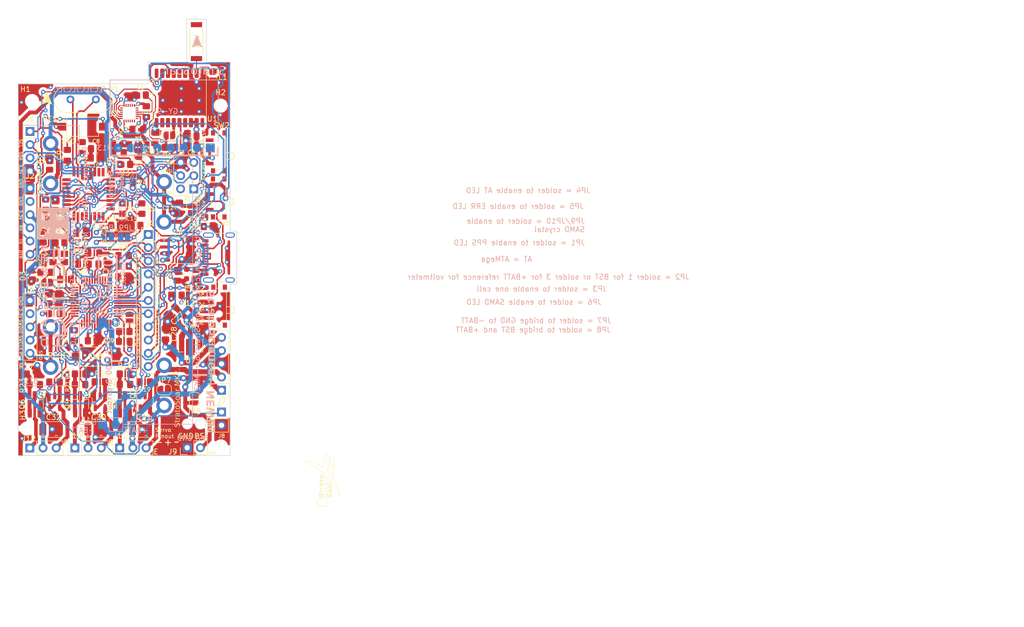
<source format=kicad_pcb>
(kicad_pcb (version 20240108) (generator "pcbnew") (generator_version "8.0")
  (layers (0 "F.Cu" signal) (1 "In1.Cu" power "Ground.Cu") (2 "In2.Cu" power "VCC.Cu") (31 "B.Cu" power) (34 "B.Paste" user) (35 "F.Paste" user) (36 "B.SilkS" user "B.Silkscreen") (37 "F.SilkS" user "F.Silkscreen") (38 "B.Mask" user) (39 "F.Mask" user) (44 "Edge.Cuts" user))
  (net 0 "")
  (net 1 "GND")
  (net 2 "RF")
  (net 3 "Net-(BT1-+)")
  (net 4 "Net-(BT1--)")
  (net 5 "-BATT")
  (net 6 "+3.3V")
  (net 7 "+5V")
  (net 8 "Net-(U2-REGOUT)")
  (net 9 "Net-(U3-AREF)")
  (net 10 "USB_IN")
  (net 11 "Net-(U6-VDDCORE)")
  (net 12 "+BATT")
  (net 13 "BST")
  (net 14 "XTAL1")
  (net 16 "XTAL2")
  (net 17 "Net-(D1-A)")
  (net 18 "Net-(D2-A)")
  (net 19 "Net-(D3-A)")
  (net 20 "Net-(D4-A)")
  (net 21 "Net-(C22-Pad1)")
  (net 22 "D+")
  (net 23 "D-")
  (net 24 "SWDIO")
  (net 25 "SWCLK")
  (net 26 "RESET")
  (net 27 "AT_MISO")
  (net 28 "AT_SCK")
  (net 29 "AT_MOSI")
  (net 30 "AT_RST")
  (net 31 "A3")
  (net 32 "A4")
  (net 33 "A5")
  (net 34 "MISO")
  (net 35 "MOSI")
  (net 36 "SCK")
  (net 37 "CS")
  (net 38 "Net-(J5-CC2)")
  (net 39 "AT_SCL")
  (net 40 "SDA")
  (net 41 "SCL")
  (net 42 "Net-(U5-OUTPUT)")
  (net 43 "pOut")
  (net 44 "AT_RX")
  (net 45 "AT_TX")
  (net 46 "rOut")
  (net 47 "Net-(J10-Pin_1)")
  (net 48 "eOut")
  (net 49 "Net-(JP4-A)")
  (net 50 "Net-(JP5-A)")
  (net 51 "XIN")
  (net 52 "Net-(Q1-B)")
  (net 53 "pIn")
  (net 54 "Net-(JP1-A)")
  (net 55 "Net-(Q3-B)")
  (net 56 "rIn")
  (net 57 "Net-(JP1-B)")
  (net 58 "eIn")
  (net 59 "BATT")
  (net 60 "Net-(Q2-B)")
  (net 61 "pBJT")
  (net 62 "pFET")
  (net 63 "rBJT")
  (net 64 "eBJT")
  (net 65 "rFET")
  (net 66 "eFET")
  (net 67 "Net-(Q4-G)")
  (net 68 "Net-(U6-VDDANA)")
  (net 71 "Net-(SW2-B)")
  (net 75 "EXTINT")
  (net 82 "mcuConnTX")
  (net 83 "mcuConnRX")
  (net 84 "WRITE")
  (net 108 "Net-(J5-CC1)")
  (net 111 "Net-(Q5-G)")
  (net 112 "Net-(Q6-G)")
  (net 113 "Net-(JP6-A)")
  (net 114 "AT_SDA")
  (net 115 "ERR_LED")
  (net 116 "LED")
  (net 117 "XOUT")
  (net 118 "Net-(JP8-C)")
  (net 124 "Net-(JP7-A)")
  (net 125 "Net-(J15-Pin_6)")
  (net 126 "Net-(JP3-A)")
  (net 127 "Net-(J8-Pin_1)")
  (net 128 "Net-(J9-Pin_1)")
  (footprint "Connector_PinHeader_2.54mm:PinHeader_1x11_P2.54mm_Vertical" (layer "F.Cu") (at 77.978 69.723)
    (property "Reference" "J4")
    (property "Value" "Signal")
  )
  (footprint "Jumper:SolderJumper-2_P1.3mm_Open_RoundedPad1.0x1.5mm" (layer "F.Cu") (at 86.868 101.473 -90)
    (property "Reference" "JP8")
    (property "Value" "VIN Config")
  )
  (footprint "Resistor_SMD:R_0805_2012Metric_Pad1.20x1.40mm_HandSolder" (layer "F.Cu") (at 77.307 98.08 180)
    (property "Reference" "R19")
    (property "Value" "10K")
  )
  (footprint "Package_TO_SOT_SMD:SOT-89-3" (layer "F.Cu") (at 86.106 90.963 -90)
    (property "Reference" "U7")
    (property "Value" "MCP1700x-330xxTT")
  )
  (footprint "Resistor_SMD:R_0603_1608Metric_Pad0.98x0.95mm_HandSolder" (layer "F.Cu") (at 85.344 77.328 -90)
    (property "Reference" "FB1")
    (property "Value" "BLM18AG121SN1D")
  )
  (footprint "Connector_PinHeader_2.54mm:PinHeader_1x03_P2.54mm_Vertical" (layer "F.Cu") (at 55.1942 110.7948 90)
    (property "Reference" "J12")
    (property "Value" "Parachute")
  )
  (footprint "Resistor_SMD:R_0805_2012Metric_Pad1.20x1.40mm_HandSolder" (layer "F.Cu") (at 72.25 54 180)
    (property "Reference" "R2")
    (property "Value" "1M")
  )
  (footprint "Capacitor_SMD:C_0805_2012Metric_Pad1.18x1.45mm_HandSolder" (layer "F.Cu") (at 68 53.25 180)
    (property "Reference" "C8")
    (property "Value" "100nF")
  )
  (footprint "Jumper:SolderJumper-2_P1.3mm_Open_RoundedPad1.0x1.5mm" (layer "F.Cu") (at 81.026 99.568)
    (property "Reference" "JP7")
    (property "Value" "GND Config")
  )
  (footprint "Resistor_SMD:R_0805_2012Metric_Pad1.20x1.40mm_HandSolder" (layer "F.Cu") (at 74 59.75 180)
    (property "Reference" "R4")
    (property "Value" "220")
  )
  (footprint "Capacitor_SMD:C_0805_2012Metric_Pad1.18x1.45mm_HandSolder" (layer "F.Cu") (at 86.219949 50.791 180)
    (property "Reference" "C4")
    (property "Value" "10uF")
  )
  (footprint "Button_Switch_SMD:SW_SPST_CK_RS282G05A3" (layer "F.Cu") (at 67.908 93.218 180)
    (property "Reference" "SW5")
    (property "Value" "RESET")
  )
  (footprint "Connector_PinHeader_2.54mm:PinHeader_1x02_P2.54mm_Vertical" (layer "F.Cu") (at 92.075 103.886)
    (property "Reference" "J8")
    (property "Value" "Button")
  )
  (footprint "Resistor_SMD:R_0805_2012Metric_Pad1.20x1.40mm_HandSolder" (layer "F.Cu") (at 64.861 98.588)
    (property "Reference" "R21")
    (property "Value" "10")
  )
  (footprint "Connector_PinHeader_2.54mm:PinHeader_1x05_P2.54mm_Vertical" (layer "F.Cu") (at 55.245 82.428)
    (property "Reference" "J6")
    (property "Value" "SWD")
  )
  (footprint "Capacitor_SMD:C_0805_2012Metric_Pad1.18x1.45mm_HandSolder" (layer "F.Cu") (at 57.75 70.25 -90)
    (property "Reference" "C16")
    (property "Value" "100nF")
  )
  (footprint "Crystal:Crystal_C26-LF_D2.1mm_L6.5mm_Horizontal" (layer "F.Cu") (at 68 71.25 90)
    (property "Reference" "Y2")
    (property "Value" "32.768kHz")
  )
  (footprint "LED_SMD:LED_0805_2012Metric_Pad1.15x1.40mm_HandSolder" (layer "F.Cu") (at 73.369 90.297 180)
    (property "Reference" "D4")
    (property "Value" "LED")
  )
  (footprint "Capacitor_SMD:C_0805_2012Metric_Pad1.18x1.45mm_HandSolder" (layer "F.Cu") (at 86.219949 52.696 180)
    (property "Reference" "C6")
    (property "Value" "100nF")
  )
  (footprint "Button_Switch_SMD:SW_SPDT_PCM12" (layer "F.Cu") (at 91.219 53.848 90)
    (property "Reference" "SW2")
    (property "Value" "EEPROM")
  )
  (footprint "Resistor_SMD:R_0805_2012Metric_Pad1.20x1.40mm_HandSolder" (layer "F.Cu") (at 68.671 98.08 180)
    (property "Reference" "R18")
    (property "Value" "10K")
  )
  (footprint "Capacitor_SMD:C_0805_2012Metric_Pad1.18x1.45mm_HandSolder" (layer "F.Cu") (at 60.8 71.25 180)
    (property "Reference" "C17")
    (property "Value" "100nF")
  )
  (footprint "Capacitor_SMD:C_0805_2012Metric_Pad1.18x1.45mm_HandSolder" (layer "F.Cu") (at 83.566 77.582 90)
    (property "Reference" "C21")
    (property "Value" "100nF")
  )
  (footprint "Jumper:SolderJumper-2_P1.3mm_Open_RoundedPad1.0x1.5mm" (layer "F.Cu") (at 74.385 85.725 90)
    (property "Reference" "JP6")
    (property "Value" "LED_EN")
  )
  (footprint "LED_SMD:LED_0805_2012Metric_Pad1.15x1.40mm_HandSolder" (layer "F.Cu") (at 55.5 77.725 90)
    (property "Reference" "D3")
    (property "Value" "ERR_LED")
  )
  (footprint "Capacitor_SMD:C_0805_2012Metric_Pad1.18x1.45mm_HandSolder" (layer "F.Cu") (at 73.242 77.851 180)
    (property "Reference" "C23")
    (property "Value" "100nF")
  )
  (footprint "Jumper:SolderJumper-2_P1.3mm_Open_RoundedPad1.0x1.5mm" (layer "F.Cu") (at 86.36 64.897 90)
    (property "Reference" "JP3")
    (property "Value" "ONE_CELL")
  )
  (footprint "Connector_PinHeader_2.54mm:PinHeader_1x06_P2.54mm_Vertical" (layer "F.Cu") (at 55.245 60.833)
    (property "Reference" "J2")
    (property "Value" "FTDI")
  )
  (footprint "Sensor_Motion:InvenSense_QFN-24_3x3mm_P0.4mm" (layer "F.Cu") (at 74.319 46.409 90)
    (property "Reference" "U2")
    (property "Value" "MPU-9250")
  )
  (footprint "Capacitor_SMD:C_0805_2012Metric_Pad1.18x1.45mm_HandSolder" (layer "F.Cu") (at 67.4 90.17 180)
    (property "Reference" "C29")
    (property "Value" "100nF")
  )
  (footprint "Connector_PinHeader_2.54mm:PinHeader_1x03_P2.54mm_Vertical" (layer "F.Cu") (at 72.481 110.78 90)
    (property "Reference" "J11")
    (property "Value" "Elevator")
  )
  (footprint "Capacitor_SMD:C_0805_2012Metric_Pad1.18x1.45mm_HandSolder" (layer "F.Cu") (at 76.4755 42.926)
    (property "Reference" "C1")
    (property "Value" "100nF")
  )
  (footprint "Jumper:SolderJumper-2_P1.3mm_Open_RoundedPad1.0x1.5mm" (layer "F.Cu") (at 59.25 67)
    (property "Reference" "JP4")
    (property "Value" "AT_LED_EN")
  )
  (footprint "Crystal:Crystal_SMD_Abracon_ABM8AIG-4Pin_3.2x2.5mm" (layer "F.Cu") (at 60.75 74.25 180)
    (property "Reference" "U5")
    (property "Value" "ATXK-H11-E-32.768")
  )
  (footprint "Inductor_SMD:L_0805_2012Metric_Pad1.15x1.40mm_HandSolder" (layer "F.Cu") (at 90.424 39.488 -90)
    (property "Reference" "L1")
    (property "Value" "33nH")
  )
  (footprint "Capacitor_SMD:C_0805_2012Metric_Pad1.18x1.45mm_HandSolder" (layer "F.Cu") (at 60.071 64 -90)
    (property "Reference" "C11")
    (property "Value" "100nF")
  )
  (footprint "Capacitor_SMD:C_0805_2012Metric_Pad1.18x1.45mm_HandSolder" (layer "F.Cu") (at 71.882 68)
    (property "Reference" "C13")
    (property "Value" "22pF")
  )
  (footprint "Resistor_SMD:R_0805_2012Metric_Pad1.20x1.40mm_HandSolder" (layer "F.Cu") (at 76.75 64.75 90)
    (property "Reference" "R7")
    (property "Value" "1.8K")
  )
  (footprint "LED_SMD:LED_0805_2012Metric_Pad1.15x1.40mm_HandSolder" (layer "F.Cu") (at 59 56.25 -90)
    (property "Reference" "D2")
    (property "Value" "AT_LED")
  )
  (footprint "LOGO" (layer "F.Cu") (at 111.379 117.094 90)
    (property "Reference" "G***" (hide yes))
    (property "Value" "LOGO" (hide yes))
  )
  (footprint "Capacitor_SMD:C_0805_2012Metric_Pad1.18x1.45mm_HandSolder" (layer "F.Cu") (at 65.25 53 90)
    (property "Reference" "C7")
    (property "Value" "22pF")
  )
  (footprint "Capacitor_SMD:C_0805_2012Metric_Pad1.18x1.45mm_HandSolder" (layer "F.Cu") (at 69.432 75.438)
    (property "Reference" "C20")
    (property "Value" "1uF")
  )
  (footprint "Capacitor_SMD:C_0805_2012Metric_Pad1.18x1.45mm_HandSolder" (layer "F.Cu") (at 75.438 68 180)
    (property "Reference" "C14")
    (property "Value" "22pF")
  )
  (footprint "Connector_PinHeader_2.54mm:PinHeader_1x04_P2.54mm_Vertical" (layer "F.Cu") (at 55.245 49.911)
    (property "Reference" "J1")
    (property "Value" "BME280")
  )
  (footprint "Jumper:SolderJumper-3_P1.3mm_Open_RoundedPad1.0x1.5mm_NumberLabels" (layer "F.Cu") (at 76.073 53.594 -90)
    (property "Reference" "JP2")
    (property "Value" "Voltmeter")
  )
  (footprint "Connector_PinHeader_2.54mm:PinHeader_1x02_P2.54mm_Vertical" (layer "F.Cu") (at 85.466 110.744 90)
    (property "Reference" "J9")
    (property "Value" "VIN")
  )
  (footprint "Package_TO_SOT_SMD:SC-59_Handsoldering" (layer "F.Cu") (at 64.861 102.398 90)
    (property "Reference" "Q4")
    (property "Value" "DMN1019USN-13")
  )
  (footprint "Package_QFP:TQFP-32_7x7mm_P0.8mm" (layer "F.Cu") (at 66.487 62 -90)
    (property "Reference" "U3")
    (property "Value" "ATmega328P-A")
  )
  (footprint "Package_QFP:TQFP-48_7x7mm_P0.5mm" (layer "F.Cu") (at 67.945 82.677)
    (property "Reference" "U6")
    (property "Value" "ATSAMD21G18A-A")
  )
  (footprint "MountingHole:MountingHole_2.2mm_M2" (layer "F.Cu") (at 55.626 44.069)
    (property "Reference" "H1")
    (property "Value" "MountingHole")
  )
  (footprint "Resistor_SMD:R_0805_2012Metric_Pad1.20x1.40mm_HandSolder" (layer "F.Cu") (at 83.4 81.407 180)
    (property "Reference" "R12")
    (property "Value" "5.1K")
  )
  (footprint "Capacitor_SMD:C_0805_2012Metric_Pad1.18x1.45mm_HandSolder" (layer "F.Cu") (at 75.9675 49.53)
    (property "Reference" "C3")
    (property "Value" "100nF")
  )
  (footprint "Resistor_SMD:R_0805_2012Metric_Pad1.20x1.40mm_HandSolder" (layer "F.Cu") (at 89.662 68.199)
    (property "Reference" "R8")
    (property "Value" "5.1K")
  )
  (footprint "Jumper:SolderJumper-2_P1.3mm_Open_RoundedPad1.0x1.5mm" (layer "F.Cu") (at 82.042 50.664 180)
    (property "Reference" "JP1")
    (property "Value" "PPS_EN")
  )
  (footprint "Resistor_SMD:R_0805_2012Metric_Pad1.20x1.40mm_HandSolder" (layer "F.Cu") (at 64.877 96.556 180)
    (property "Reference" "R15")
    (property "Value" "10K")
  )
  (footprint "Resistor_SMD:R_0805_2012Metric_Pad1.20x1.40mm_HandSolder" (layer "F.Cu") (at 73.497 98.588 180)
    (property "Reference" "R22")
    (property "Value" "10")
  )
  (footprint "Capacitor_SMD:C_0805_2012Metric_Pad1.18x1.45mm_HandSolder" (layer "F.Cu") (at 62.066 78.359)
    (property "Reference" "C24")
    (property "Value" "100pF")
  )
  (footprint "Capacitor_SMD:C_0805_2012Metric_Pad1.18x1.45mm_HandSolder" (layer "F.Cu") (at 72.25 52.25)
    (property "Reference" "C5")
    (property "Value" "1nF")
  )
  (footprint "Connector_PinHeader_2.54mm:PinHeader_1x05_P2.54mm_Vertical" (layer "F.Cu") (at 92.075 99.695 180)
    (property "Reference" "J7")
    (property "Value" "Power")
  )
  (footprint "Package_TO_SOT_SMD:SOT-23-3" (layer "F.Cu") (at 59.9948 101.9048 90)
    (property "Reference" "Q1")
    (property "Value" "2N3906")
  )
  (footprint "Resistor_SMD:R_0805_2012Metric_Pad1.20x1.40mm_HandSolder" (layer "F.Cu") (at 82.169 52.959 180)
    (property "Reference" "R1")
    (property "Value" "1K")
  )
  (footprint "Connector_PinHeader_2.54mm:PinHeader_2x03_P2.54mm_Vertical" (layer "F.Cu") (at 86.741 60.96 180)
    (property "Reference" "J3")
    (property "Value" "AT_ISP")
  )
  (footprint "Resistor_SMD:R_0805_2012Metric_Pad1.20x1.40mm_HandSolder" (layer "F.Cu") (at 73.369 88.392)
    (property "Reference" "R13")
    (property "Value" "1K")
  )
  (footprint "Connector_USB:USB_C_Receptacle_GCT_USB4105-xx-A_16P_TopMnt_Horizontal" (layer "F.Cu") (at 92.651 74.168 90)
    (property "Reference" "J5")
    (property "Value" "USB-C")
  )
  (footprint "Capacitor_SMD:C_0805_2012Metric_Pad1.18x1.45mm_HandSolder" (layer "F.Cu") (at 60.796 82.042 90)
    (property "Reference" "C26")
    (property "Value" "10uF")
  )
  (footprint "Resistor_SMD:R_0805_2012Metric_Pad1.20x1.40mm_HandSolder" (layer "F.Cu") (at 73.497 96.556 180)
    (property "Reference" "R16")
    (property "Value" "10K")
  )
  (footprint "Package_TO_SOT_SMD:SOT-23-3" (layer "F.Cu") (at 77.373 101.914 90)
    (property "Reference" "Q3")
    (property "Value" "2N3906")
  )
  (footprint "Capacitor_Tantalum_SMD:CP_EIA-3528-21_Kemet-B" (layer "F.Cu") (at 76.496 107.224)
    (property "Reference" "C31")
    (property "Value" "47uF")
  )
  (footprint "Capacitor_SMD:C_0805_2012Metric_Pad1.18x1.45mm_HandSolder" (layer "F.Cu") (at 83.947 64.643 -90)
    (property "Reference" "C12")
    (property "Value" "1uF")
  )
  (footprint "Capacitor_SMD:C_0805_2012Metric_Pad1.18x1.45mm_HandSolder" (layer "F.Cu") (at 77.597 46.101 90)
    (property "Reference" "C2")
    (property "Value" "10nF")
  )
  (footprint "Package_SO:SOIC-8_3.9x4.9mm_P1.27mm" (layer "F.Cu") (at 83.693 72.771 180)
    (property "Reference" "U4")
    (property "Value" "AT24C512C-SSHD-T")
  )
  (footprint "Resistor_SMD:R_0805_2012Metric_Pad1.20x1.40mm_HandSolder" (layer "F.Cu") (at 63.754 89.154 -90)
    (property "Reference" "R14")
    (property "Value" "220")
  )
  (footprint "Button_Switch_SMD:SW_SPST_CK_RS282G05A3" (layer "F.Cu") (at 65.350001 49 180)
    (property "Reference" "SW1")
    (property "Value" "AT_RESET")
  )
  (footprint "Capacitor_SMD:C_0805_2012Metric_Pad1.18x1.45mm_HandSolder" (layer "F.Cu") (at 87.122 77.582 -90)
    (property "Reference" "C22")
    (property "Value" "100nF")
  )
  (footprint "Resistor_SMD:R_0805_2012Metric_Pad1.20x1.40mm_HandSolder" (layer "F.Cu") (at 73.242 73.787)
    (property "Reference" "R9")
    (property "Value" "1.8K")
  )
  (footprint "Connector_PinHeader_2.54mm:PinHeader_1x03_P2.54mm_Vertical" (layer "F.Cu") (at 63.86 110.78 90)
    (property "Reference" "J10")
    (property "Value" "Rudder")
  )
  (footprint "Capacitor_SMD:C_0805_2012Metric_Pad1.18x1.45mm_HandSolder" (layer "F.Cu") (at 82.423 84.44 45)
    (property "Reference" "C27")
    (property "Value" "1uF")
  )
  (footprint "MountingHole:MountingHole_2.2mm_M2" (layer "F.Cu") (at 91.8972 44.958)
    (property "Reference" "H2")
    (property "Value" "MountingHole")
  )
  (footprint "Jumper:SolderJumper-2_P1.3mm_Open_RoundedPad1.0x1.5mm" (layer "F.Cu") (at 58.547 78.994)
    (property "Reference" "JP5")
    (property "Value" "ERR_LED_EN")
  )
  (footprint "Capacitor_SMD:C_0805_2012Metric_Pad1.18x1.45mm_HandSolder" (layer "F.Cu") (at 65.15 69.5)
    (property "Reference" "C15")
    (property "Value" "100nF")
  )
  (footprint "Crystal:Crystal_HC18-U_Vertical" (layer "F.Cu") (at 63 43.75)
    (property "Reference" "Y1")
    (property "Value" "8MHz")
  )
  (footprint "Inductor_SMD:L_0805_2012Metric_Pad1.15x1.40mm_HandSolder" (layer "F.Cu") (at 59.907 84.963)
    (property "Reference" "L2")
    (property "Value" "10uH")
  )
  (footprint "Resistor_SMD:R_0805_2012Metric_Pad1.20x1.40mm_HandSolder" (layer "F.Cu") (at 73 64.75 90)
    (property "Reference" "R6")
    (property "Value" "1.8K")
  )
  (footprint "MountingHole:MountingHole_2.2mm_M2" (layer "F.Cu") (at 54.61 107.061)
    (property "Reference" "H3")
    (property "Value" "MountingHole")
  )
  (footprint "LED_SMD:LED_0805_2012Metric_Pad1.15x1.40mm_HandSolder" (layer "F.Cu") (at 79.248 51.181 -90)
    (property "Reference" "D1")
    (property "Value" "LED")
  )
  (footprint "Package_TO_SOT_SMD:SC-59_Handsoldering" (layer "F.Cu") (at 73.497 102.398 90)
    (property "Reference" "Q5")
    (property "Value" "DMN1019USN-13")
  )
  (footprint "Resistor_SMD:R_0805_2012Metric_Pad1.20x1.40mm_HandSolder" (layer "F.Cu") (at 73.5 56.25 180)
    (property "Reference" "R3")
    (property "Value" "1M")
  )
  (footprint "Package_TO_SOT_SMD:SOT-23-3" (layer "F.Cu") (at 68.737 101.914 90)
    (property "Reference" "Q2")
    (property "Value" "2N3906")
  )
  (footprint "RF_GPS:ublox_MAX" (layer "F.Cu") (at 83.978949 43.476 90)
    (property "Reference" "U1")
    (property "Value" "MAX-M10S")
  )
  (footprint "Capacitor_SMD:C_0805_2012Metric_Pad1.18x1.45mm_HandSolder" (layer "F.Cu") (at 58.801 81.915 90)
    (property "Reference" "C25")
    (property "Value" "100nF")
  )
  (footprint "Capacitor_Tantalum_SMD:CP_EIA-3528-21_Kemet-B" (layer "F.Cu") (at 59.2328 107.2388)
    (property "Reference" "C32")
    (property "Value" "47uF")
  )
  (footprint "MountingHole:MountingHole_2.2mm_M2" (layer "F.Cu") (at 91.948 110.49)
    (property "Reference" "H4")
    (property "Value" "MountingHole")
  )
  (footprint "Capacitor_SMD:C_0805_2012Metric_Pad1.18x1.45mm_HandSolder" (layer "F.Cu") (at 65.495 75.438)
    (property "Reference" "C19")
    (property "Value" "100nF")
  )
  (footprint "Resistor_SMD:R_0805_2012Metric_Pad1.20x1.40mm_HandSolder" (layer "F.Cu") (at 73.242 75.819 180)
    (property "Reference" "R10")
    (property "Value" "1.8K")
  )
  (footprint "Resistor_SMD:R_0805_2012Metric_Pad1.20x1.40mm_HandSolder" (layer "F.Cu") (at 58.256 77)
    (property "Reference" "R11")
    (property "Value" "1K")
  )
  (footprint "Capacitor_SMD:C_0805_2012Metric_Pad1.18x1.45mm_HandSolder" (layer "F.Cu") (at 67.969 55 180)
    (property "Reference" "C10")
    (property "Value" "10uF")
  )
  (footprint "Capacitor_SMD:C_0805_2012Metric_Pad1.18x1.45mm_HandSolder" (layer "F.Cu") (at 81.28 88.885 90)
    (property "Reference" "C28")
    (property "Value" "1uF")
  )
  (footprint "Resistor_SMD:R_0805_2012Metric_Pad1.20x1.40mm_HandSolder" (layer "F.Cu") (at 55.626 96.5708 180)
    (property "Reference" "R17")
    (property "Value" "10K")
  )
  (footprint "1575AT43A0040E:ANT_1575AT_JOT-L" (layer "F.Cu") (at 87.249 32.639 -90)
    (property "Reference" "AE1")
    (property "Value" "1575AT43A0040001E")
  )
  (footprint "Button_Switch_SMD:SW_SPDT_PCM12" (layer "F.Cu") (at 91.28 83.518 90)
    (property "Reference" "SW4")
    (property "Value" "PWR_SW")
  )
  (footprint "Capacitor_Tantalum_SMD:CP_EIA-3528-21_Kemet-B" (layer "F.Cu") (at 67.909 107.224)
    (property "Reference" "C30")
    (property "Value" "47uF")
  )
  (footprint "Resistor_SMD:R_0805_2012Metric_Pad1.20x1.40mm_HandSolder" (layer "F.Cu") (at 59.944 98.0948 180)
    (property "Reference" "R20")
    (property "Value" "10K")
  )
  (footprint "Package_TO_SOT_SMD:SC-59_Handsoldering" (layer "F.Cu") (at 56.134 102.4128 90)
    (property "Reference" "Q6")
    (property "Value" "DMN1019USN-13")
  )
  (footprint "Capacitor_SMD:C_0805_2012Metric_Pad1.18x1.45mm_HandSolder" (layer "F.Cu") (at 67.5055 73.279)
    (property "Reference" "C18")
    (property "Value" "10uF")
  )
  (footprint "Button_Switch_SMD:SW_SPDT_PCM12" (layer "F.Cu") (at 91.204 62.705 90)
    (property "Reference" "SW3")
    (property "Value" "AAA")
  )
  (footprint "Capacitor_SMD:C_0805_2012Metric_Pad1.18x1.45mm_HandSolder" (layer "F.Cu") (at 62.4 54.5 -90)
    (property "Reference" "C9")
    (property "Value" "22pF")
  )
  (footprint "Resistor_SMD:R_0805_2012Metric_Pad1.20x1.40mm_HandSolder" (layer "F.Cu") (at 56.134 98.6028)
    (property "Reference" "R23")
    (property "Value" "10")
  )
  (footprint "Resistor_SMD:R_0805_2012Metric_Pad1.20x1.40mm_HandSolder" (layer "F.Cu") (at 58.25 64 -90)
    (property "Reference" "R5")
    (property "Value" "1K")
  )
  (footprint "Connector_PinHeader_2.54mm:1x02_SMD_Pads" (layer "B.Cu") (at 70.443 106.299)
    (property "Reference" "J15")
    (property "Value" "VIN")
  )
  (footprint "LOGO" (layer "B.Cu") (at 59.674569 78.263386 -90)
    (property "Reference" "G***" (hide yes))
    (property "Value" "LOGO" (hide yes))
  )
  (footprint "Battery:BatteryHolder_BK-82" (layer "B.Cu") (at 59.2 73.79 -90)
    (property "Reference" "BT1")
    (property "Value" "AAA")
  )
  (footprint "Connector_PinHeader_2.54mm:1x08_SMD_Pads" (layer "B.Cu") (at 81.026 53.086)
    (property "Reference" "J13")
    (property "Value" "GY-91")
  )
  (footprint "Jumper:SolderJumper-2_P1.3mm_Open_RoundedPad1.0x1.5mm" (layer "B.Cu") (at 73.35 70.25 180)
    (property "Reference" "JP9")
    (property "Value" "XO_EN")
  )
  (footprint "Connector_PinHeader_2.54mm:1x02_SMD_Pads" (layer "B.Cu") (at 70.448 86.614)
    (property "Reference" "J14")
    (property "Value" "VOUT")
  )
  (footprint "Battery:BatteryHolder_BK-82" (layer "B.Cu") (at 81.026 81.1784 -90)
    (property "Reference" "BT2")
    (property "Value" "AAA")
  )
  (footprint "Jumper:SolderJumper-2_P1.3mm_Open_RoundedPad1.0x1.5mm" (layer "B.Cu") (at 70.25 70.25 180)
    (property "Reference" "JP10")
    (property "Value" "XO_EN")
  )
  (footprint "LOGO" (layer "B.Cu") (at 70.739 77.724 -90)
    (property "Reference" "G***" (hide yes))
    (property "Value" "LOGO" (hide yes))
  )
  (gr_line (start 67.504648 65.923312) (end 67.605185 65.916854) (stroke (width 0.09115)) (layer "B.SilkS"))
  (gr_line (start 73.287311 62.222963) (end 73.533 61.849) (stroke (width 0.09115)) (layer "B.SilkS"))
  (gr_line (start 71.593111 66.498947) (end 71.639116 66.625718) (stroke (width 0.09115)) (layer "B.SilkS"))
  (gr_line (start 74.979104 57.572064) (end 74.952615 57.545506) (stroke (width 0.09115)) (layer "B.SilkS"))
  (gr_line (start 74.780233 57.504562) (end 74.776333 57.510904) (stroke (width 0.09115)) (layer "B.SilkS"))
  (gr_line (start 70.368258 55.452422) (end 70.117587 55.46382) (stroke (width 0.09115)) (layer "B.SilkS"))
  (gr_line (start 75.75 86.75) (end 73.25 86.75) (stroke (width 0.15)) (layer "B.SilkS"))
  (gr_line (start 71.549057 66.367724) (end 71.593111 66.498947) (stroke (width 0.09115)) (layer "B.SilkS"))
  (gr_line (start 72.198913 67.24859) (end 72.230071 67.198035) (stroke (width 0.09115)) (layer "B.SilkS"))
  (gr_line (start 71.329974 65.281309) (end 71.343284 65.414272) (stroke (width 0.09115)) (layer "B.SilkS"))
  (gr_line (start 67.408068 65.925773) (end 67.504648 65.923312) (stroke (width 0.09115)) (layer "B.SilkS"))
  (gr_poly (pts (xy 73.689572 66.521686) (xy 73.694232 66.521611) (xy 73.698778 66.521387) (xy 73.703209 66.521013) (xy 73.707526 66.520489) (xy 73.711729 66.519816) (xy 73.715817 66.518994) (xy 73.719791 66.518022) (xy 73.723651 66.5169) (xy 73.727329 66.515655) (xy 73.730902 66.514314) (xy 73.73437 66.512875) (xy 73.737732 66.511339) (xy 73.740988 66.509706) (xy 73.744139 66.507976) (xy 73.747184 66.506149) (xy 73.750125 66.504226) (xy 73.751521 66.50323) (xy 73.752892 66.502214) (xy 73.75424 66.501179) (xy 73.755563 66.500124) (xy 73.756862 66.499049) (xy 73.758137 66.497954) (xy 73.759388 66.49684) (xy 73.760615 66.495706) (xy 73.761817 66.494552) (xy 73.762995 66.493378) (xy 73.764149 66.492184) (xy 73.765279 66.490971) (xy 73.766385 66.489738) (xy 73.767466 66.488486) (xy 73.768524 66.487213) (xy 73.769557 66.485921) (xy 73.771485 66.483298) (xy 73.773325 66.48064) (xy 73.775077 66.477947) (xy 73.776741 66.475219) (xy 73.778316 66.472456) (xy 73.779804 66.469657) (xy 73.781203 66.466823) (xy 73.782513 66.463954) (xy 73.783741 66.461128) (xy 73.78489 66.458284) (xy 73.785959 66.455424) (xy 73.786949 66.452545) (xy 73.78786 66.44965) (xy 73.788691 66.446737) (xy 73.789443 66.443806) (xy 73.790116 66.440858) (xy 73.790644 66.437989) (xy 73.791102 66.435154) (xy 73.791489 66.432355) (xy 73.791806 66.429592) (xy 73.792053 66.426863) (xy 73.792229 66.42417) (xy 73.792335 66.421512) (xy 73.79237 66.418889) (xy 73.79237 66.286797) (xy 73.792296 66.282142) (xy 73.792071 66.277609) (xy 73.791697 66.2732) (xy 73.791174 66.268914) (xy 73.790501 66.264751) (xy 73.789678 66.260711) (xy 73.788706 66.256794) (xy 73.787585 66.253001) (xy 73.78634 66.249322) (xy 73.784998 66.245749) (xy 73.783559 66.242282) (xy 73.782023 66.238919) (xy 73.78039 66.235663) (xy 73.778661 66.232512) (xy 73.776834 66.229467) (xy 73.774911 66.226527) (xy 73.773881 66.225131) (xy 73.772834 66.223759) (xy 73.771769 66.222411) (xy 73.770687 66.221088) (xy 73.769587 66.219788) (xy 73.768469 66.218513) (xy 73.767333 66.217262) (xy 73.76618 66.216036) (xy 73.76501 66.214833) (xy 73.763821 66.213655) (xy 73.762616 66.212501) (xy 73.761392 66.211371) (xy 73.760151 66.210265) (xy 73.758892 66.209184) (xy 73.757616 66.208126) (xy 73.756322 66.207093) (xy 73.753703 66.205165) (xy 73.751059 66.203325) (xy 73.748388 66.201573) (xy 73.745691 66.19991) (xy 73.742967 66.198334) (xy 73.740217 66.196847) (xy 73.73744 66.195447) (xy 73.734637 66.194137) (xy 73.73175 66.192909) (xy 73.728862 66.19176) (xy 73.725975 66.190691) (xy 73.723088 66.189701) (xy 73.720201 66.18879) (xy 73.717314 66.187959) (xy 73.714428 66.187208) (xy 73.711541 66.186536) (xy 73.70861 66.186007) (xy 73.705732 66.185549) (xy 73.702906 66.185162) (xy 73.700134 66.184845) (xy 73.697414 66.184598) (xy 73.694747 66.184422) (xy 73.692133 66.184316) (xy 73.689572 66.184281) (xy 73.590434 66.184281) (xy 73.586947 66.184321) (xy 73.583529 66.18444) (xy 73.580179 66.184638) (xy 73.576897 66.184915) (xy 73.573684 66.185272) (xy 73.570538 66.185707) (xy 73.567461 66.186222) (xy 73.564452 66.186817) (xy 73.561511 66.18749) (xy 73.558638 66.188243) (xy 73.555834 66.189075) (xy 73.553098 66.189986) (xy 73.55043 66.190977) (xy 73.54783 66.192047) (xy 73.545299 66.193196) (xy 73.542836 66.194425) (xy 73.540401 66.195746) (xy 73.538026 66.197104) (xy 73.53571 66.1985) (xy 73.533454 66.199934) (xy 73.531256 66.201405) (xy 73.529119 66.202913) (xy 73.527041 66.204459) (xy 73.525022 66.206042) (xy 73.523062 66.207662) (xy 73.521162 66.20932) (xy 73.519322 66.211016) (xy 73.517541 66.212748) (xy 73.515819 66.214519) (xy 73.514156 66.216326) (xy 73.512553 66.218171) (xy 73.51101 66.220054) (xy 73.509488 66.222) (xy 73.508022 66.223966) (xy 73.506611 66.225951) (xy 73.505254 66.227957) (xy 73.503953 66.229983) (xy 73.502706 66.232028) (xy 73.501515 66.234093) (xy 73.500378 66.236178) (xy 73.499297 66.238283) (xy 73.49827 66.240407) (xy 73.497299 66.242551) (xy 73.496382 66.244715) (xy 73.495521 66.246899) (xy 73.494714 66.249103) (xy 73.493962 66.251326) (xy 73.493266 66.25357) (xy 73.492012 66.258032) (xy 73.490925 66.262406) (xy 73.490006 66.266692) (xy 73.489254 66.27089) (xy 73.488669 66.275) (xy 73.488252 66.279023) (xy 73.488001 66.282957) (xy 73.487918 66.286803) (xy 73.487918 66.418895) (xy 73.561145 66.418895) (xy 73.561145 66.287368) (xy 73.561174 66.285565) (xy 73.561263 66.283816) (xy 73.561412 66.282123) (xy 73.56162 66.280485) (xy 73.561887 66.278902) (xy 73.562214 66.277374) (xy 73.5626 66.275901) (xy 73.563045 66.274483) (xy 73.56355 66.27312) (xy 73.564115 66.271812) (xy 73.564738 66.270559) (xy 73.565421 66.269361) (xy 73.566164 66.268218) (xy 73.566966 66.26713) (xy 73.567827 66.266097) (xy 73.568747 66.265119) (xy 73.569691 66.264198) (xy 73.570689 66.263337) (xy 73.571742 66.262535) (xy 73.57285 66.261793) (xy 73.574013 66.26111) (xy 73.575231 66.260486) (xy 73.576504 66.259922) (xy 73.577832 66.259417) (xy 73.579214 66.258971) (xy 73.580652 66.258585) (xy 73.582145 66.258258) (xy 73.583693 66.257991) (xy 73.585295 66.257783) (xy 73.586953 66.257635) (xy 73.588666 66.257546) (xy 73.590434 66.257516) (xy 73.689007 66.257516) (xy 73.690845 66.257544) (xy 73.692625 66.25763) (xy 73.694348 66.257773) (xy 73.696014 66.257974) (xy 73.697622 66.258231) (xy 73.699173 66.258546) (xy 73.700667 66.258918) (xy 73.702104 66.259347) (xy 73.703484 66.259834) (xy 73.704806 66.260377) (xy 73.706071 66.260978) (xy 73.707279 66.261637) (xy 73.70843 66.262352) (xy 73.709523 66.263125) (xy 73.71056 66.263955) (xy 73.711539 66.264842) (xy 73.712459 66.265819) (xy 73.713321 66.266848) (xy 73.714122 66.26793) (xy 73.714865 66.269066) (xy 73.715548 66.270254) (xy 73.716172 66.271494) (xy 73.716736 66.272788) (xy 73.717241 66.274135) (xy 73.717686 66.275534) (xy 73.718072 66.276986) (xy 73.718399 66.278491) (xy 73.718666 66.280049) (xy 73.718874 66.28166) (xy 73.719023 66.283323) (xy 73.719112 66.28504) (xy 73.719142 66.286809) (xy 73.719142 66.418902) (xy 73.719112 66.420738) (xy 73.719023 66.422515) (xy 73.718874 66.424232) (xy 73.718666 66.42589) (xy 73.718399 66.427489) (xy 73.718072 66.429028) (xy 73.717686 66.430508) (xy 73.717241 66.431928) (xy 73.716736 66.433289) (xy 73.716172 66.434591) (xy 73.715548 66.435833) (xy 73.714865 66.437015) (xy 73.714122 66.438138) (xy 73.713321 66.439202) (xy 73.712459 66.440207) (xy 73.711539 66.441152) (xy 73.710562 66.442039) (xy 73.709533 66.442869) (xy 73.708451 66.443642) (xy 73.707315 66.444357) (xy 73.706127 66.445015) (xy 73.704887 66.445616) (xy 73.703593 66.44616) (xy 73.702246 66.446646) (xy 73.700847 66.447076) (xy 73.699395 66.447448) (xy 73.69789 66.447762) (xy 73.696332 66.44802) (xy 73.694721 66.44822) (xy 73.693058 66.448363) (xy 73.691341 66.448449) (xy 73.689572 66.448478) (xy 73.359203 66.448478) (xy 73.359203 66.521703)) (stroke (width 0.012016)) (fill solid) (layer "B.SilkS"))
  (gr_poly (pts (xy 73.755477 64.350493) (xy 73.756458 64.350482) (xy 73.757431 64.350449) (xy 73.758395 64.350394) (xy 73.75935 64.350317) (xy 73.760296 64.350218) (xy 73.761234 64.350097) (xy 73.762163 64.349954) (xy 73.763082 64.349789) (xy 73.763993 64.349602) (xy 73.764896 64.349393) (xy 73.765789 64.349162) (xy 73.766674 64.348909) (xy 73.767549 64.348633) (xy 73.768416 64.348336) (xy 73.769274 64.348017) (xy 73.770123 64.347676) (xy 73.770962 64.347315) (xy 73.771787 64.346936) (xy 73.772599 64.34654) (xy 73.773398 64.346126) (xy 73.774184 64.345695) (xy 73.774956 64.345246) (xy 73.775715 64.344779) (xy 73.776461 64.344295) (xy 73.777194 64.343793) (xy 73.777914 64.343273) (xy 73.77862 64.342736) (xy 73.779313 64.342182) (xy 73.779993 64.341609) (xy 73.780659 64.34102) (xy 73.781313 64.340412) (xy 73.781953 64.339787) (xy 73.782543 64.339182) (xy 73.783118 64.33856) (xy 73.783677 64.337923) (xy 73.784222 64.337271) (xy 73.784751 64.336604) (xy 73.785264 64.335921) (xy 73.785762 64.335222) (xy 73.786245 64.334508) (xy 73.786712 64.333779) (xy 73.787164 64.333034) (xy 73.787601 64.332273) (xy 73.788022 64.331497) (xy 73.788428 64.330706) (xy 73.788819 64.329899) (xy 73.789194 64.329077) (xy 73.789553 64.328239) (xy 73.789895 64.327426) (xy 73.790214 64.326603) (xy 73.790511 64.325772) (xy 73.790786 64.324931) (xy 73.79104 64.324082) (xy 73.791271 64.323224) (xy 73.79148 64.322357) (xy 73.791667 64.321482) (xy 73.791833 64.320597) (xy 73.791976 64.319704) (xy 73.792097 64.318801) (xy 73.792196 64.31789) (xy 73.792273 64.31697) (xy 73.792328 64.316042) (xy 73.792361 64.315104) (xy 73.792372 64.314157) (xy 73.792372 64.148551) (xy 73.792324 64.14514) (xy 73.792179 64.141668) (xy 73.791937 64.138134) (xy 73.791598 64.134538) (xy 73.791163 64.130881) (xy 73.790631 64.127163) (xy 73.790002 64.123383) (xy 73.789277 64.119541) (xy 73.788446 64.115743) (xy 73.787501 64.111955) (xy 73.786441 64.108174) (xy 73.785266 64.104403) (xy 73.783977 64.10064) (xy 73.782573 64.096886) (xy 73.781054 64.093141) (xy 73.779421 64.089405) (xy 73.777609 64.085686) (xy 73.77569 64.081994) (xy 73.773666 64.078328) (xy 73.771536 64.074689) (xy 73.7693 64.071076) (xy 73.766958 64.06749) (xy 73.764511 64.06393) (xy 73.761958 64.060396) (xy 73.760603 64.058684) (xy 73.759215 64.056999) (xy 73.757795 64.05534) (xy 73.756341 64.053708) (xy 73.754855 64.052102) (xy 73.753335 64.050522) (xy 73.751783 64.048969) (xy 73.750198 64.047442) (xy 73.748579 64.045941) (xy 73.746928 64.044467) (xy 73.745244 64.043019) (xy 73.743527 64.041597) (xy 73.741777 64.040202) (xy 73.739994 64.038834) (xy 73.738178 64.037492) (xy 73.736329 64.036176) (xy 73.73441 64.034889) (xy 73.732457 64.033632) (xy 73.730468 64.032407) (xy 73.728443 64.031212) (xy 73.726384 64.030048) (xy 73.724289 64.028915) (xy 73.719994 64.026741) (xy 73.715558 64.02469) (xy 73.710981 64.022762) (xy 73.706264 64.020958) (xy 73.701405 64.019277) (xy 73.698921 64.018526) (xy 73.696398 64.017823) (xy 73.693834 64.01717) (xy 73.691232 64.016564) (xy 73.685907 64.015499) (xy 73.680423 64.014627) (xy 73.674781 64.013949) (xy 73.668981 64.013465) (xy 73.663022 64.013174) (xy 73.656905 64.013078) (xy 73.487919 64.013078) (xy 73.487919 64.086306) (xy 73.656905 64.086306) (xy 73.658689 64.086324) (xy 73.660452 64.08638) (xy 73.662193 64.086474) (xy 73.663911 64.086605) (xy 73.665608 64.086773) (xy 73.667282 64.086978) (xy 73.668935 64.087221) (xy 73.670565 64.087501) (xy 73.672173 64.087819) (xy 73.67376 64.088174) (xy 73.675324 64.088567) (xy 73.676867 64.088996) (xy 73.678387 64.089463) (xy 73.679885 64.089968) (xy 73.681362 64.09051) (xy 73.682816 64.091089) (xy 73.684212 64.091736) (xy 73.685584 64.09241) (xy 73.686932 64.09311) (xy 73.688256 64.093836) (xy 73.689555 64.094589) (xy 73.69083 64.095368) (xy 73.692081 64.096173) (xy 73.693308 64.097005) (xy 73.69451 64.097863) (xy 73.695689 64.098748) (xy 73.696843 64.099658) (xy 73.697973 64.100595) (xy 73.699078 64.101559) (xy 73.70016 64.102549) (xy 73.701217 64.103565) (xy 73.70225 64.104607) (xy 73.703257 64.105675) (xy 73.704234 64.106765) (xy 73.705184 64.107876) (xy 73.706104 64.10901) (xy 73.706996 64.110165) (xy 73.70786 64.111342) (xy 73.708695 64.112542) (xy 73.709501 64.113763) (xy 73.710279 64.115006) (xy 73.711029 64.116271) (xy 73.711749 64.117558) (xy 73.712441 64.118867) (xy 73.713105 64.120198) (xy 73.71374 64.121551) (xy 73.714347 64.122926) (xy 73.714925 64.124323) (xy 73.715436 64.125773) (xy 73.715914 64.127236) (xy 73.716359 64.128712) (xy 73.716771 64.130202) (xy 73.71715 64.131705) (xy 73.717496 64.133221) (xy 73.71781 64.13475) (xy 73.71809 64.136292) (xy 73.718337 64.137848) (xy 73.718552 64.139417) (xy 73.718733 64.140999) (xy 73.718882 64.142594) (xy 73.718997 64.144203) (xy 73.719079 64.145824) (xy 73.719129 64.147459) (xy 73.719145 64.149107) (xy 73.719145 64.277255) (xy 73.487914 64.277255) (xy 73.487914 64.350482)) (stroke (width 0.012016)) (fill solid) (layer "B.SilkS"))
  (gr_line (start 74.755594 57.633034) (end 74.757287 57.645907) (stroke (width 0.09115)) (layer "B.SilkS"))
  (gr_line (start 70.599813 55.218422) (end 70.589196 55.219724) (stroke (width 0.09115)) (layer "B.SilkS"))
  (gr_line (start 68.972935 65.567593) (end 69.059786 65.5279) (stroke (width 0.09115)) (layer "B.SilkS"))
  (gr_line (start 71.360174 65.55009) (end 71.381016 65.687609) (stroke (width 0.09115)) (layer "B.SilkS"))
  (gr_line (start 73.154716 60.993724) (end 72.973894 61.241817) (stroke (width 0.09115)) (layer "B.SilkS"))
  (gr_poly (pts (xy 70.431338 58.382277) (xy 70.431338 57.775863) (xy 70.431458 57.76961) (xy 70.431819 57.763528) (xy 70.432421 57.757618) (xy 70.433263 57.751879) (xy 70.434346 57.746311) (xy 70.43567 57.740915) (xy 70.437234 57.73569) (xy 70.439039 57.730637) (xy 70.441084 57.725754) (xy 70.44337 57.721044) (xy 70.445897 57.716504) (xy 70.448664 57.712137) (xy 70.451672 57.70794) (xy 70.45492 57.703915) (xy 70.458409 57.700062) (xy 70.462138 57.69638) (xy 70.466065 57.692977) (xy 70.470148 57.689795) (xy 70.474386 57.686831) (xy 70.47878 57.684087) (xy 70.48333 57.681563) (xy 70.488035 57.679258) (xy 70.492895 57.677172) (xy 70.497911 57.675306) (xy 70.503083 57.67366) (xy 70.508409 57.672233) (xy 70.513892 57.671025) (xy 70.51953 57.670037) (xy 70.525323 57.669269) (xy 70.531272 57.66872) (xy 70.537376 57.66839) (xy 70.543635 57.668281) (xy 70.549976 57.66839) (xy 70.556151 57.66872) (xy 70.56216 57.669269) (xy 70.568002 57.670037) (xy 70.573678 57.671025) (xy 70.579188 57.672233) (xy 70.584531 57.67366) (xy 70.589708 57.675306) (xy 70.594719 57.677172) (xy 70.599563 57.679258) (xy 70.60424 57.681563) (xy 70.608752 57.684087) (xy 70.613096 57.686831) (xy 70.617275 57.689795) (xy 70.621287 57.692977) (xy 70.625132 57.69638) (xy 70.628705 57.700063) (xy 70.632047 57.703917) (xy 70.635159 57.707943) (xy 70.63804 57.71214) (xy 70.64069 57.716508) (xy 70.643111 57.721047) (xy 70.6453 57.725758) (xy 70.647259 57.730639) (xy 70.648988 57.735692) (xy 70.650486 57.740917) (xy 70.651754 57.746313) (xy 70.652791 57.75188) (xy 70.653598 57.757618) (xy 70.654174 57.763528) (xy 70.65452 57.76961) (xy 70.654635 57.775863) (xy 70.654635 58.187026) (xy 70.654885 58.194275) (xy 70.65535 58.20163) (xy 70.656029 58.209092) (xy 70.656923 58.216661) (xy 70.658031 58.224337) (xy 70.659353 58.23212) (xy 70.660888 58.24001) (xy 70.662638 58.248008) (xy 70.664514 58.25605) (xy 70.66664 58.264071) (xy 70.669015 58.272069) (xy 70.67164 58.280045) (xy 70.674515 58.287999) (xy 70.67764 58.295931) (xy 70.681016 58.303841) (xy 70.684642 58.311728) (xy 70.688523 58.319726) (xy 70.692667 58.327616) (xy 70.697073 58.335399) (xy 70.701741 58.343075) (xy 70.706672 58.350644) (xy 70.711865 58.358106) (xy 70.717321 58.365461) (xy 70.72304 58.37271) (xy 70.725903 58.376281) (xy 70.728842 58.379798) (xy 70.731857 58.383262) (xy 70.734947 58.386672) (xy 70.738113 58.390029) (xy 70.741354 58.393332) (xy 70.744672 58.396581) (xy 70.748065 58.399777) (xy 70.751534 58.40292) (xy 70.755079 58.406009) (xy 70.758699 58.409045) (xy 70.762396 58.412027) (xy 70.766168 58.414956) (xy 70.770017 58.417832) (xy 70.773941 58.420654) (xy 70.777941 58.423423) (xy 70.782005 58.426212) (xy 70.786144 58.428926) (xy 70.790358 58.431566) (xy 70.794648 58.43413) (xy 70.799014 58.436619) (xy 70.803456 58.439034) (xy 70.807973 58.441373) (xy 70.812566 58.443638) (xy 70.817235 58.445827) (xy 70.82198 58.447942) (xy 70.8268 58.449981) (xy 70.831696 58.451945) (xy 70.836668 58.453835) (xy 70.841715 58.455649) (xy 70.846839 58.457388) (xy 70.852038 58.459052) (xy 70.857306 58.460629) (xy 70.862659 58.462104) (xy 70.868097 58.463478) (xy 70.87362 58.46475) (xy 70.884922 58.466988) (xy 70.896563 58.46882) (xy 70.908545 58.470244) (xy 70.920868 58.471261) (xy 70.933531 58.471872) (xy 70.946536 58.472075) (xy 70.946315 58.472091) (xy 70.95933 58.471876) (xy 70.972027 58.471234) (xy 70.984404 58.470163) (xy 70.996463 58.468664) (xy 71.008204 58.466737) (xy 71.019626 58.464382) (xy 71.030729 58.461599) (xy 71.041514 58.458388) (xy 71.051815 58.454993) (xy 71.061816 58.45132) (xy 71.071516 58.447369) (xy 71.080916 58.443139) (xy 71.090016 58.438631) (xy 71.098815 58.433845) (xy 71.107313 58.428781) (xy 71.115512 58.423438) (xy 71.119512 58.420668) (xy 71.123436 58.417838) (xy 71.127285 58.41495) (xy 71.131057 58.412003) (xy 71.134754 58.408996) (xy 71.138374 58.405931) (xy 71.141919 58.402807) (xy 71.145388 58.399624) (xy 71.148781 58.396382) (xy 71.152099 58.393081) (xy 71.15534 58.389721) (xy 71.158506 58.386302) (xy 71.161596 58.382825) (xy 71.164611 58.379288) (xy 71.16755 58.375693) (xy 71.170413 58.372039) (xy 71.175935 58.364639) (xy 71.1812 58.357176) (xy 71.18621 58.349648) (xy 71.190962 58.342057) (xy 71.195459 58.334402) (xy 71.1997 58.326684) (xy 71.203686 58.318902) (xy 71.207415 58.311057) (xy 71.210874 58.303156) (xy 71.214101 58.295213) (xy 71.217098 58.287226) (xy 71.219865 58.279197) (xy 71.2224 58.271124) (xy 71.224704 58.263009) (xy 71.226776 58.254851) (xy 71.228617 58.24665) (xy 71.230259 58.238652) (xy 71.231682 58.230762) (xy 71.232885 58.222979) (xy 71.23387 58.215303) (xy 71.234636 58.207734) (xy 71.235183 58.200272) (xy 71.235512 58.192917) (xy 71.235621 58.185668) (xy 71.235621 57.498404) (xy 71.057452 57.498404) (xy 71.057452 58.185676) (xy 71.057334 58.192009) (xy 71.056982 58.19816) (xy 71.056394 58.204129) (xy 71.055571 58.209916) (xy 71.054513 58.21552) (xy 71.053219 58.220943) (xy 71.051691 58.226184) (xy 71.049927 58.231242) (xy 71.047929 58.236119) (xy 71.045695 58.240813) (xy 71.043226 58.245325) (xy 71.040522 58.249656) (xy 71.037583 58.253804) (xy 71.034408 58.257771) (xy 71.030999 58.261556) (xy 71.027354 58.265159) (xy 71.023499 58.268644) (xy 71.019484 58.271904) (xy 71.015308 58.27494) (xy 71.010973 58.27775) (xy 71.006477 58.280336) (xy 71.001822 58.282696) (xy 70.997006 58.284832) (xy 70.99203 58.286743) (xy 70.986894 58.288429) (xy 70.981597 58.28989) (xy 70.97614 58.291127) (xy 70.970523 58.292138) (xy 70.964746 58.292925) (xy 70.958808 58.293487) (xy 70.95271 58.293824) (xy 70.946452 58.293937) (xy 70.940366 58.293818) (xy 70.934404 58.293462) (xy 70.928567 58.292868) (xy 70.925696 58.292482) (xy 70.922855 58.292037) (xy 70.920046 58.291532) (xy 70.917268 58.290968) (xy 70.914521 58.290345) (xy 70.911805 58.289662) (xy 70.909121 58.28892) (xy 70.906468 58.288119) (xy 70.903846 58.287258) (xy 70.901255 58.286338) (xy 70.898702 58.285362) (xy 70.896191 58.284333) (xy 70.893724 58.283252) (xy 70.891299 58.282118) (xy 70.888917 58.280931) (xy 70.886579 58.279692) (xy 70.884283 58.278401) (xy 70.88203 58.277057) (xy 70.87982 58.27566) (xy 70.877654 58.274211) (xy 70.87553 58.272709) (xy 70.873449 58.271154) (xy 70.871412 58.269547) (xy 70.869417 58.267888) (xy 70.867466 58.266176) (xy 70.865557 58.264411) (xy 70.863708 58.262672) (xy 70.861911 58.260879) (xy 70.860167 58.259033) (xy 70.858475 58.257132) (xy 70.856835 58.255179) (xy 70.855248 58.253171) (xy 70.853713 58.25111) (xy 70.852231 58.248996) (xy 70.850801 58.246827) (xy 70.849423 58.244605) (xy 70.848098 58.24233) (xy 70.846825 58.240001) (xy 70.845604 58.237618) (xy 70.844436 58.235181) (xy 70.843321 58.232691) (xy 70.842257 58.230147) (xy 70.841288 58.227645) (xy 70.840382 58.225105) (xy 70.839538 58.222528) (xy 70.838757 58.219913) (xy 70.838038 58.217261) (xy 70.837381 58.214571) (xy 70.836787 58.211844) (xy 70.836256 58.209079) (xy 70.835787 58.206276) (xy 70.83538 58.203436) (xy 70.835036 58.200558) (xy 70.834755 58.197643) (xy 70.834536 58.19469) (xy 70.834379 58.1917) (xy 70.834285 58.188672) (xy 70.834254 58.185607) (xy 70.834254 57.775863) (xy 70.83402 57.764964) (xy 70.833317 57.75385) (xy 70.832145 57.742522) (xy 70.830505 57.73098) (xy 70.828396 57.719223) (xy 70.825818 57.707253) (xy 70.822771 57.695068) (xy 70.819255 57.68267) (xy 70.817207 57.676444) (xy 70.815016 57.670271) (xy 70.812682 57.664153) (xy 70.810203 57.658087) (xy 70.807582 57.652076) (xy 70.804816 57.646118) (xy 70.801907 57.640213) (xy 70.798854 57.634362) (xy 70.795657 57.628565) (xy 70.792316 57.62282) (xy 70.788832 57.61713) (xy 70.785203 57.611492) (xy 70.781431 57.605908) (xy 70.777515 57.600378) (xy 70.773455 57.5949) (xy 70.769252 57.589476) (xy 70.764892 57.584219) (xy 70.760366 57.579068) (xy 70.755673 57.574025) (xy 70.750812 57.569089) (xy 70.745785 57.56426) (xy 70.74059 57.559538) (xy 70.735228 57.554924) (xy 70.7297 57.550417) (xy 70.724004 57.546017) (xy 70.718141 57.541724) (xy 70.712111 57.537539) (xy 70.705914 57.53346) (xy 70.69955 57.529489) (xy 70.693018 57.525625) (xy 70.686319 57.521868) (xy 70.679454 57.518218) (xy 70.672407 57.514816) (xy 70.66517 57.511633) (xy 70.657741 57.50867) (xy 70.650122 57.505926) (xy 70.642312 57.503401) (xy 70.63431 57.501096) (xy 70.626117 57.499011) (xy 70.617734 57.497145) (xy 70.609159 57.495498) (xy 70.600393 57.494071) (xy 70.591435 57.492863) (xy 70.582287 57.491875) (xy 70.572947 57.491107) (xy 70.563416 57.490558) (xy 70.553694 57.490229) (xy 70.54378 57.490119) (xy 70.533854 57.490229) (xy 70.524127 57.490558) (xy 70.514598 57.491107) (xy 70.505268 57.491875) (xy 70.496136 57.492863) (xy 70.487203 57.494071) (xy 70.478468 57.495498) (xy 70.469932 57.497145) (xy 70.461595 57.499011) (xy 70.453456 57.501096) (xy 70.445515 57.503401) (xy 70.437774 57.505926) (xy 70.430231 57.50867) (xy 70.422886 57.511633) (xy 70.41574 57.514816) (xy 70.408793 57.518218) (xy 70.401939 57.521869) (xy 70.395251 57.525627) (xy 70.388728 57.529492) (xy 70.38237 57.533464) (xy 70.376178 57.537544) (xy 70.370152 57.54173) (xy 70.364291 57.546023) (xy 70.358596 57.550423) (xy 70.353066 57.55493) (xy 70.347702 57.559544) (xy 70.342503 57.564265) (xy 70.33747 57.569093) (xy 70.332603 57.574028) (xy 70.327901 57.579071) (xy 70.323365 57.58422) (xy 70.318995 57.589476) (xy 70.314697 57.594899) (xy 70.310556 57.600376) (xy 70.306571 57.605906) (xy 70.302743 57.611489) (xy 70.299071 57.617126) (xy 70.295555 57.622817) (xy 70.292196 57.628561) (xy 70.288993 57.634359) (xy 70.285946 57.640211) (xy 70.283055 57.646116) (xy 70.280321 57.652074) (xy 70.277743 57.658086) (xy 70.275321 57.664152) (xy 70.273055 57.670271) (xy 70.270946 57.676444) (xy 70.268992 57.68267) (xy 70.265288 57.695068) (xy 70.262078 57.707252) (xy 70.259363 57.719221) (xy 70.257141 57.730977) (xy 70.255413 57.742519) (xy 70.254179 57.753847) (xy 70.253438 57.764961) (xy 70.253192 57.775863) (xy 70.253192 58.382277)) (stroke (width 0.029235)) (fill solid) (layer "B.SilkS"))
  (gr_line (start 70.610229 55.218718) (end 70.599813 55.218422) (stroke (width 0.09115)) (layer "B.SilkS"))
  (gr_line (start 74.358288 60.362377) (end 74.572323 59.934354) (stroke (width 0.09115)) (layer "B.SilkS"))
  (gr_line (start 70.04755 56.768421) (end 70.079609 56.746355) (stroke (width 0.09115)) (layer "B.SilkS"))
  (gr_line (start 70.410037 64.821503) (end 71.313784 64.328292) (stroke (width 0.09115)) (layer "B.SilkS"))
  (gr_line (start 74.766368 57.69702) (end 74.769272 57.71052) (stroke (width 0.09115)) (layer "B.SilkS"))
  (gr_line (start 71.688439 60.616816) (end 71.656657 61.037612) (stroke (width 0.09115)) (layer "B.SilkS"))
  (gr_line (start 71.555732 61.882733) (end 71.505858 62.227475) (stroke (width 0.09115)) (layer "B.SilkS"))
  (gr_line (start 69.7372 56.894655) (end 69.755275 56.894538) (stroke (width 0.09115)) (layer "B.SilkS"))
  (gr_line (start 69.893988 56.85565) (end 69.934623 56.835939) (stroke (width 0.09115)) (layer "B.SilkS"))
  (gr_line (start 66.910683 65.805812) (end 66.941987 65.824876) (stroke (width 0.09115)) (layer "B.SilkS"))
  (gr_line (start 69.755275 56.894538) (end 69.77398 56.89282) (stroke (width 0.09115)) (layer "B.SilkS"))
  (gr_line (start 68.144214 65.832167) (end 68.254681 65.806267) (stroke (width 0.09115)) (layer "B.SilkS"))
  (gr_line (start 70.534463 55.246296) (end 70.523459 55.254843) (stroke (width 0.09115)) (layer "B.SilkS"))
  (gr_line (start 68.161679 65.16706) (end 68.074465 65.210623) (stroke (width 0.09115)) (layer "B.SilkS"))
  (gr_line (start 70.629336 55.401827) (end 70.638729 55.372684) (stroke (width 0.09115)) (layer "B.SilkS"))
  (gr_line (start 75.028651 57.62772) (end 75.004642 57.599857) (stroke (width 0.09115)) (layer "B.SilkS"))
  (gr_line (start 70.653541 55.261751) (end 70.652091 55.254651) (stroke (width 0.09115)) (layer "B.SilkS"))
  (gr_line (start 69.617361 56.707374) (end 69.618002 56.737788) (stroke (width 0.09115)) (layer "B.SilkS"))
  (gr_line (start 67.366239 65.925365) (end 67.408068 65.925773) (stroke (width 0.09115)) (layer "B.SilkS"))
  (gr_line (start 72.343309 64.076068) (end 72.319012 63.816545) (stroke (width 0.09115)) (layer "B.SilkS"))
  (gr_line (start 67.123422 65.894851) (end 67.184217 65.907754) (stroke (width 0.09115)) (layer "B.SilkS"))
  (gr_line (start 70.480545 55.296093) (end 70.460294 55.319396) (stroke (width 0.09115)) (layer "B.SilkS"))
  (gr_line (start 71.957714 67.273576) (end 71.976568 67.296545) (stroke (width 0.09115)) (layer "B.SilkS"))
  (gr_line (start 71.507646 66.233418) (end 71.549057 66.367724) (stroke (width 0.09115)) (layer "B.SilkS"))
  (gr_line (start 74.572323 59.934354) (end 75.073779 58.904807) (stroke (width 0.09115)) (layer "B.SilkS"))
  (gr_line (start 72.230071 67.198035) (end 72.259103 67.137249) (stroke (width 0.09115)) (layer "B.SilkS"))
  (gr_line (start 67.896711 65.29039) (end 67.805348 65.326472) (stroke (width 0.09115)) (layer "B.SilkS"))
  (gr_line (start 71.917409 67.216264) (end 71.957714 67.273576) (stroke (width 0.09115)) (layer "B.SilkS"))
  (gr_line (start 72.369953 66.681299) (end 72.384779 66.559994) (stroke (width 0.09115)) (layer "B.SilkS"))
  (gr_line (start 72.319012 63.816545) (end 72.293666 63.610488) (stroke (width 0.09115)) (layer "B.SilkS"))
  (gr_line (start 70.578417 55.222512) (end 70.567516 55.226674) (stroke (width 0.09115)) (layer "B.SilkS"))
  (gr_line (start 72.441011 63.41482) (end 72.809166 62.910814) (stroke (width 0.09115)) (layer "B.SilkS"))
  (gr_line (start 69.618245 56.676919) (end 69.617361 56.707374) (stroke (width 0.09115)) (layer "B.SilkS"))
  (gr_line (start 71.304412 64.608073) (end 71.305075 64.801072) (stroke (width 0.09115)) (layer "B.SilkS"))
  (gr_line (start 67.516383 65.418776) (end 67.3554 65.463563) (stroke (width 0.09115)) (layer "B.SilkS"))
  (gr_line (start 67.251739 65.917611) (end 67.326264 65.923819) (stroke (width 0.09115)) (layer "B.SilkS"))
  (gr_poly (pts (xy 73.487995 66.822094) (xy 73.488246 66.826002) (xy 73.488664 66.82998) (xy 73.489248 66.834028) (xy 73.49 66.838147) (xy 73.49092 66.842337) (xy 73.492006 66.846596) (xy 73.49326 66.850926) (xy 73.493955 66.853133) (xy 73.494703 66.855318) (xy 73.495503 66.857481) (xy 73.496357 66.859622) (xy 73.497263 66.861741) (xy 73.498222 66.863838) (xy 73.499234 66.865913) (xy 73.500299 66.867966) (xy 73.501417 66.869997) (xy 73.502588 66.872006) (xy 73.503811 66.873993) (xy 73.505088 66.875958) (xy 73.506417 66.877901) (xy 73.507799 66.879822) (xy 73.509234 66.881721) (xy 73.510722 66.883597) (xy 73.51223 66.885479) (xy 73.513798 66.88732) (xy 73.515425 66.889123) (xy 73.517111 66.890885) (xy 73.518857 66.892608) (xy 73.520663 66.894291) (xy 73.522527 66.895935) (xy 73.524452 66.897539) (xy 73.526435 66.899104) (xy 73.528479 66.900628) (xy 73.530581 66.902114) (xy 73.532743 66.903559) (xy 73.534964 66.904965) (xy 73.537245 66.906332) (xy 73.539586 66.907659) (xy 73.541985 66.908946) (xy 73.544412 66.910174) (xy 73.546905 66.911324) (xy 73.549464 66.912394) (xy 73.552089 66.913384) (xy 73.55478 66.914296) (xy 73.557537 66.915128) (xy 73.56036 66.91588) (xy 73.563249 66.916554) (xy 73.566204 66.917148) (xy 73.569225 66.917663) (xy 73.572312 66.918099) (xy 73.575465 66.918455) (xy 73.578684 66.918733) (xy 73.581969 66.918931) (xy 73.58532 66.91905) (xy 73.588736 66.919089) (xy 73.588742 66.919084) (xy 73.592583 66.919) (xy 73.596504 66.918749) (xy 73.600504 66.918332) (xy 73.604583 66.917747) (xy 73.608742 66.916995) (xy 73.61298 66.916076) (xy 73.617297 66.914989) (xy 73.621693 66.913735) (xy 73.623867 66.91304) (xy 73.626024 66.912293) (xy 73.628163 66.911492) (xy 73.630284 66.910639) (xy 73.632388 66.909732) (xy 73.634474 66.908773) (xy 73.636542 66.907761) (xy 73.638593 66.906696) (xy 73.640626 66.905578) (xy 73.642642 66.904407) (xy 73.64464 66.903184) (xy 73.64662 66.901908) (xy 73.648582 66.900578) (xy 73.650527 66.899196) (xy 73.652455 66.897761) (xy 73.654364 66.896274) (xy 73.656211 66.894765) (xy 73.658021 66.893198) (xy 73.659793 66.891571) (xy 73.661528 66.889884) (xy 73.663226 66.888138) (xy 73.664886 66.886333) (xy 73.666509 66.884468) (xy 73.668094 66.882544) (xy 73.669642 66.88056) (xy 73.671153 66.878517) (xy 73.672626 66.876415) (xy 73.674062 66.874253) (xy 73.67546 66.872032) (xy 73.676821 66.869751) (xy 73.678145 66.867411) (xy 73.679431 66.865012) (xy 73.680659 66.862585) (xy 73.681808 66.860092) (xy 73.682878 66.857533) (xy 73.683869 66.854908) (xy 73.68478 66.852217) (xy 73.685612 66.84946) (xy 73.686365 66.846637) (xy 73.687039 66.843748) (xy 73.687633 66.840793) (xy 73.688148 66.837772) (xy 73.688584 66.834684) (xy 73.68894 66.831531) (xy 73.689217 66.828312) (xy 73.689415 66.825027) (xy 73.689534 66.821676) (xy 73.689574 66.818259) (xy 73.689574 66.686168) (xy 73.620007 66.686168) (xy 73.620007 66.818259) (xy 73.619972 66.820099) (xy 73.619866 66.821885) (xy 73.61969 66.823619) (xy 73.619444 66.8253) (xy 73.619127 66.826928) (xy 73.618739 66.828503) (xy 73.618281 66.830026) (xy 73.617753 66.831496) (xy 73.617154 66.832913) (xy 73.616485 66.834277) (xy 73.615745 66.835588) (xy 73.614935 66.836847) (xy 73.614055 66.838053) (xy 73.613104 66.839206) (xy 73.612083 66.840306) (xy 73.610991 66.841353) (xy 73.609813 66.842342) (xy 73.608601 66.843268) (xy 73.607357 66.844129) (xy 73.60608 66.844926) (xy 73.604769 66.84566) (xy 73.603426 66.84633) (xy 73.60205 66.846936) (xy 73.600641 66.847478) (xy 73.599198 66.847956) (xy 73.597723 66.848371) (xy 73.596215 66.848722) (xy 73.594673 66.849009) (xy 73.593099 66.849232) (xy 73.591492 66.849391) (xy 73.589851 66.849487) (xy 73.588177 66.849519) (xy 73.586406 66.849482) (xy 73.584684 66.849373) (xy 73.583009 66.849192) (xy 73.581383 66.848938) (xy 73.579806 66.848611) (xy 73.578276 66.848212) (xy 73.576796 66.84774) (xy 73.575363 66.847196) (xy 73.573979 66.846578) (xy 73.572643 66.845889) (xy 73.571356 66.845126) (xy 73.570117 66.844292) (xy 73.568927 66.843384) (xy 73.567785 66.842404) (xy 73.566691 66.841351) (xy 73.565646 66.840226) (xy 73.564657 66.839083) (xy 73.563732 66.83791) (xy 73.562871 66.836706) (xy 73.562074 66.835471) (xy 73.56134 66.834206) (xy 73.56067 66.832909) (xy 73.560064 66.831582) (xy 73.559522 66.830224) (xy 73.559043 66.828836) (xy 73.558629 66.827417) (xy 73.558278 66.825967) (xy 73.557991 66.824486) (xy 73.557768 66.822975) (xy 73.557608 66.821433) (xy 73.557512 66.819861) (xy 73.557481 66.818257) (xy 73.557481 66.686166) (xy 73.557517 66.684326) (xy 73.557626 66.68254) (xy 73.557807 66.680806) (xy 73.558061 66.679125) (xy 73.558388 66.677497) (xy 73.558787 66.675922) (xy 73.559259 66.674399) (xy 73.559804 66.672929) (xy 73.560421 66.671512) (xy 73.561111 66.670148) (xy 73.561873 66.668837) (xy 73.562708 66.667578) (xy 73.563616 66.666372) (xy 73.564596 66.665219) (xy 73.565649 66.664119) (xy 73.566775 66.663072) (xy 73.567919 66.662082) (xy 73.569099 66.661157) (xy 73.570314 66.660296) (xy 73.571564 66.659498) (xy 73.572849 66.658764) (xy 73.574169 66.658094) (xy 73.575525 66.657488) (xy 73.576915 66.656946) (xy 73.578341 66.656467) (xy 73.579802 66.656053) (xy 73.581298 66.655702) (xy 73.582829 66.655415) (xy 73.584395 66.655191) (xy 73.585997 66.655032) (xy 73.587633 66.654936) (xy 73.589305 66.654904) (xy 73.691542 66.654904) (xy 73.693348 66.65494) (xy 73.695103 66.655045) (xy 73.696807 66.655221) (xy 73.69846 66.655468) (xy 73.700063 66.655785) (xy 73.701616 66.656173) (xy 73.703117 66.656631) (xy 73.704569 66.657159) (xy 73.705969 66.657758) (xy 73.707319 66.658428) (xy 73.708618 66.659168) (xy 73.709867 66.659978) (xy 73.711065 66.660858) (xy 73.712213 66.661809) (xy 73.71331 66.662831) (xy 73.714356 66.663922) (xy 73.715345 66.665101) (xy 73.71627 66.666312) (xy 73.717131 66.667556) (xy 73.717928 66.668834) (xy 73.718662 66.670144) (xy 73.719332 66.671487) (xy 73.719938 66.672863) (xy 73.72048 66.674273) (xy 73.720959 66.675715) (xy 73.721373 66.67719) (xy 73.721724 66.678699) (xy 73.722011 66.68024) (xy 73.722234 66.681814) (xy 73.722394 66.683422) (xy 73.72249 66.685062) (xy 73.722521 66.686736) (xy 73.722521 66.818263) (xy 73.79237 66.818263) (xy 73.79237 66.686173) (xy 73.792287 66.682331) (xy 73.792036 66.67841) (xy 73.791618 66.67441) (xy 73.791033 66.67033) (xy 73.790281 66.666172) (xy 73.789362 66.661934) (xy 73.788276 66.657617) (xy 73.787022 66.65322) (xy 73.786328 66.651046) (xy 73.785584 66.648889) (xy 73.784788 66.646751) (xy 73.783942 66.644629) (xy 73.783046 66.642526) (xy 73.782099 66.64044) (xy 73.781101 66.638372) (xy 73.780052 66.636321) (xy 73.778953 66.634288) (xy 73.777803 66.632273) (xy 73.776603 66.630275) (xy 73.775352 66.628295) (xy 73.77405 66.626333) (xy 73.772698 66.624388) (xy 73.771295 66.622461) (xy 73.769841 66.620551) (xy 73.7683 66.618704) (xy 73.766703 66.616894) (xy 73.765052 66.615121) (xy 73.763346 66.613386) (xy 73.761584 66.611688) (xy 73.759768 66.610028) (xy 73.757897 66.608405) (xy 73.75597 66.60682) (xy 73.753989 66.605271) (xy 73.751952 66.603761) (xy 73.749861 66.602288) (xy 73.747714 66.600852) (xy 73.745513 66.599453) (xy 73.743256 66.598092) (xy 73.740944 66.596769) (xy 73.738578 66.595483) (xy 73.736117 66.594255) (xy 73.733592 66.593106) (xy 73.731003 66.592036) (xy 73.728351 66.591045) (xy 73.725635 66.590134) (xy 73.722855 66.589302) (xy 73.720011 66.588549) (xy 73.717103 66.587876) (xy 73.714131 66.587281) (xy 73.711096 66.586766) (xy 73.707997 66.58633) (xy 73.704834 66.585974) (xy 73.701607 66.585696) (xy 73.698317 66.585498) (xy 73.694962 66.585379) (xy 73.691544 66.585339) (xy 73.588744 66.585339) (xy 73.584907 66.585423) (xy 73.580999 66.585674) (xy 73.577021 66.586092) (xy 73.572973 66.586677) (xy 73.568854 66.587429) (xy 73.564664 66.588348) (xy 73.560404 66.589434) (xy 73.556073 66.590688) (xy 73.553866 66.591382) (xy 73.551681 66.592126) (xy 73.549518 66.592922) (xy 73.547377 66.593768) (xy 73.545258 66.594664) (xy 73.543161 66.595611) (xy 73.541086 66.596609) (xy 73.539033 66.597658) (xy 73.537002 66.598757) (xy 73.534993 66.599906) (xy 73.533006 66.601107) (xy 73.531041 66.602358) (xy 73.529098 66.60366) (xy 73.527177 66.605012) (xy 73.525279 66.606415) (xy 73.523402 66.607869) (xy 73.521521 66.60941) (xy 73.519679 66.611007) (xy 73.517877 66.612658) (xy 73.516115 66.614364) (xy 73.514392 66.616126) (xy 73.512709 66.617942) (xy 73.511065 66.619813) (xy 73.509461 66.62174) (xy 73.507897 66.623721) (xy 73.506372 66.625758) (xy 73.504887 66.627849) (xy 73.503441 66.629996) (xy 73.502035 66.632197) (xy 73.500669 66.634454) (xy 73.499342 66.636766) (xy 73.498055 66.639132) (xy 73.496827 66.641593) (xy 73.495677 66.644118) (xy 73.494608 66.646707) (xy 73.493617 66.649359) (xy 73.492706 66.652075) (xy 73.491874 66.654855) (xy 73.491121 66.657699) (xy 73.490447 66.660607) (xy 73.489853 66.663579) (xy 73.489338 66.666614) (xy 73.488902 66.669713) (xy 73.488546 66.672876) (xy 73.488268 66.676103) (xy 73.48807 66.679393) (xy 73.487951 66.682748) (xy 73.487912 66.686166) (xy 73.487912 66.818257)) (stroke (width 0.012016)) (fill solid) (layer "B.SilkS"))
  (gr_line (start 67.069077 65.879508) (end 67.123422 65.894851) (stroke (width 0.09115)) (layer "B.SilkS"))
  (gr_line (start 70.523459 55.254843) (end 70.512526 55.264208) (stroke (width 0.09115)) (layer "B.SilkS"))
  (gr_poly (pts (xy 72.766951 67.101394) (xy 72.767069 67.104052) (xy 72.767267 67.106745) (xy 72.767544 67.109474) (xy 72.7679 67.112237) (xy 72.768335 67.115036) (xy 72.768849 67.117871) (xy 72.769442 67.12074) (xy 72.77005 67.123622) (xy 72.770745 67.126496) (xy 72.771529 67.129361) (xy 72.772401 67.132217) (xy 72.773361 67.135064) (xy 72.774409 67.137903) (xy 72.775545 67.140733) (xy 72.776768 67.143554) (xy 72.778084 67.146423) (xy 72.779497 67.149257) (xy 72.781006 67.152055) (xy 72.782613 67.154819) (xy 72.784316 67.157547) (xy 72.786115 67.16024) (xy 72.788012 67.162898) (xy 72.790005 67.165521) (xy 72.791006 67.166813) (xy 72.792034 67.168086) (xy 72.793092 67.169339) (xy 72.794178 67.170572) (xy 72.795292 67.171785) (xy 72.796435 67.172979) (xy 72.797607 67.174153) (xy 72.798807 67.175307) (xy 72.800036 67.176441) (xy 72.801294 67.177556) (xy 72.80258 67.17865) (xy 72.803894 67.179725) (xy 72.805237 67.18078) (xy 72.806609 67.181816) (xy 72.808009 67.182831) (xy 72.809438 67.183827) (xy 72.810861 67.184802) (xy 72.812312 67.185751) (xy 72.813792 67.186677) (xy 72.8153 67.187578) (xy 72.816837 67.188456) (xy 72.818402 67.189308) (xy 72.819996 67.190137) (xy 72.821619 67.190941) (xy 72.82327 67.191721) (xy 72.82495 67.192477) (xy 72.826659 67.193208) (xy 72.828396 67.193916) (xy 72.830162 67.194599) (xy 72.831956 67.195257) (xy 72.835631 67.196502) (xy 72.837513 67.197081) (xy 72.839425 67.197623) (xy 72.841368 67.198128) (xy 72.843342 67.198596) (xy 72.845347 67.199026) (xy 72.847382 67.199418) (xy 72.851545 67.200091) (xy 72.855831 67.200614) (xy 72.86024 67.200988) (xy 72.864773 67.201212) (xy 72.869428 67.201287) (xy 73.071365 67.201293) (xy 73.071365 67.128066) (xy 72.869426 67.128066) (xy 72.867659 67.128037) (xy 72.865946 67.127952) (xy 72.864288 67.127808) (xy 72.862685 67.127608) (xy 72.861137 67.127351) (xy 72.859644 67.127036) (xy 72.858206 67.126664) (xy 72.856823 67.126235) (xy 72.855495 67.125748) (xy 72.854223 67.125204) (xy 72.853005 67.124604) (xy 72.851842 67.123945) (xy 72.850734 67.12323) (xy 72.849681 67.122457) (xy 72.848684 67.121627) (xy 72.847741 67.12074) (xy 72.84682 67.119795) (xy 72.845959 67.118794) (xy 72.845157 67.117735) (xy 72.844415 67.116619) (xy 72.843731 67.115446) (xy 72.843108 67.114216) (xy 72.842544 67.112929) (xy 72.842039 67.111584) (xy 72.841593 67.110183) (xy 72.841207 67.108724) (xy 72.840881 67.107208) (xy 72.840613 67.105635) (xy 72.840405 67.104005) (xy 72.840257 67.102317) (xy 72.840168 67.100573) (xy 72.840138 67.098771) (xy 72.840138 66.966679) (xy 72.766911 66.966679) (xy 72.766911 67.098771)) (stroke (width 0.012016)) (fill solid) (layer "B.SilkS"))
  (gr_line (start 73.336999 60.738638) (end 73.154716 60.993724) (stroke (width 0.09115)) (layer "B.SilkS"))
  (gr_line (start 73.041416 62.582088) (end 73.287311 62.222963) (stroke (width 0.09115)) (layer "B.SilkS"))
  (gr_line (start 72.385202 64.69978) (end 72.365668 64.375124) (stroke (width 0.09115)) (layer "B.SilkS"))
  (gr_line (start 74.858569 57.910687) (end 74.876118 57.940572) (stroke (width 0.09115)) (layer "B.SilkS"))
  (gr_line (start 72.352587 66.792621) (end 72.369953 66.681299) (stroke (width 0.09115)) (layer "B.SilkS"))
  (gr_line (start 75.073779 58.904807) (end 75.107882 57.731238) (stroke (width 0.09115)) (layer "B.SilkS"))
  (gr_line (start 71.632037 61.267403) (end 71.606807 61.485105) (stroke (width 0.09115)) (layer "B.SilkS"))
  (gr_line (start 69.8329 56.879263) (end 69.853151 56.872348) (stroke (width 0.09115)) (layer "B.SilkS"))
  (gr_line (start 71.758219 57.457763) (end 71.74325 58.898986) (stroke (width 0.09115)) (layer "B.SilkS"))
  (gr_line (start 74.772793 57.517261) (end 74.769599 57.523632) (stroke (width 0.09115)) (layer "B.SilkS"))
  (gr_line (start 74.81053 58.348435) (end 74.659278 58.618034) (stroke (width 0.09115)) (layer "B.SilkS"))
  (gr_line (start 69.327565 65.394744) (end 69.663131 65.220544) (stroke (width 0.09115)) (layer "B.SilkS"))
  (gr_line (start 74.806112 57.477256) (end 74.797215 57.483346) (stroke (width 0.09115)) (layer "B.SilkS"))
  (gr_line (start 68.784125 65.643865) (end 68.880829 65.60632) (stroke (width 0.09115)) (layer "B.SilkS"))
  (gr_poly (pts (xy 73.561141 67.234805) (xy 73.561141 67.070044) (xy 73.56117 67.068207) (xy 73.56126 67.066427) (xy 73.561408 67.064705) (xy 73.561616 67.063039) (xy 73.561883 67.061431) (xy 73.56221 67.05988) (xy 73.562596 67.058386) (xy 73.563042 67.056949) (xy 73.563547 67.05557) (xy 73.564111 67.054248) (xy 73.564734 67.052982) (xy 73.565417 67.051775) (xy 73.56616 67.050624) (xy 73.566962 67.04953) (xy 73.567823 67.048494) (xy 73.568743 67.047515) (xy 73.569687 67.046594) (xy 73.570685 67.045733) (xy 73.571738 67.044931) (xy 73.572846 67.044188) (xy 73.57401 67.043505) (xy 73.575228 67.042881) (xy 73.576501 67.042317) (xy 73.577829 67.041812) (xy 73.579211 67.041367) (xy 73.580649 67.040981) (xy 73.582142 67.040654) (xy 73.58369 67.040387) (xy 73.585292 67.040179) (xy 73.58695 67.040031) (xy 73.588662 67.039942) (xy 73.59043 67.039912) (xy 73.792369 67.039912) (xy 73.792369 66.966685) (xy 73.59043 66.966685) (xy 73.585774 66.96676) (xy 73.581242 66.966984) (xy 73.576832 66.967358) (xy 73.572546 66.967881) (xy 73.568383 66.968554) (xy 73.564343 66.969377) (xy 73.560427 66.970349) (xy 73.556634 66.971471) (xy 73.552959 66.972715) (xy 73.549398 66.974057) (xy 73.545953 66.975495) (xy 73.542621 66.977031) (xy 73.539404 66.978664) (xy 73.536302 66.980393) (xy 73.533314 66.98222) (xy 73.53044 66.984143) (xy 73.529011 66.985173) (xy 73.52761 66.98622) (xy 73.526238 66.987285) (xy 73.524895 66.988368) (xy 73.52358 66.989468) (xy 73.522294 66.990586) (xy 73.521036 66.991721) (xy 73.519808 66.992874) (xy 73.518607 66.994045) (xy 73.517435 66.995233) (xy 73.516292 66.996439) (xy 73.515178 66.997662) (xy 73.514092 66.998903) (xy 73.513035 67.000162) (xy 73.512006 67.001438) (xy 73.511006 67.002732) (xy 73.509013 67.00535) (xy 73.507117 67.007995) (xy 73.505317 67.010666) (xy 73.503614 67.013364) (xy 73.502008 67.016088) (xy 73.500498 67.018838) (xy 73.499085 67.021615) (xy 73.497769 67.024419) (xy 73.496546 67.027306) (xy 73.49541 67.030192) (xy 73.494362 67.033079) (xy 73.493402 67.035966) (xy 73.49253 67.038853) (xy 73.491746 67.04174) (xy 73.491051 67.044627) (xy 73.490443 67.047515) (xy 73.48985 67.050445) (xy 73.489335 67.053323) (xy 73.4889 67.056148) (xy 73.488544 67.05892) (xy 73.488268 67.06164) (xy 73.48807 67.064307) (xy 73.487951 67.066921) (xy 73.487912 67.069482) (xy 73.487912 67.234805)) (stroke (width 0.012016)) (fill solid) (layer "B.SilkS"))
  (gr_line (start 71.686381 66.746669) (end 71.734215 66.860433) (stroke (width 0.09115)) (layer "B.SilkS"))
  (gr_line (start 67.711779 65.359938) (end 67.615595 65.390726) (stroke (width 0.09115)) (layer "B.SilkS"))
  (gr_line (start 72.214137 62.208999) (end 72.131335 59.281501) (stroke (width 0.09115)) (layer "B.SilkS"))
  (gr_line (start 75.75 86.75) (end 75.75 106.25) (stroke (width 0.15)) (layer "B.SilkS"))
  (gr_line (start 72.606416 61.725972) (end 72.414653 61.966508) (stroke (width 0.09115)) (layer "B.SilkS"))
  (gr_line (start 66.941987 65.824876) (end 66.978636 65.843916) (stroke (width 0.09115)) (layer "B.SilkS"))
  (gr_line (start 71.469569 66.097396) (end 71.507646 66.233418) (stroke (width 0.09115)) (layer "B.SilkS"))
  (gr_line (start 70.652091 55.254651) (end 70.65008 55.248048) (stroke (width 0.09115)) (layer "B.SilkS"))
  (gr_line (start 74.873231 57.484877) (end 74.860771 57.479077) (stroke (width 0.09115)) (layer "B.SilkS"))
  (gr_line (start 71.74325 58.898986) (end 71.712814 60.085971) (stroke (width 0.09115)) (layer "B.SilkS"))
  (gr_line (start 70.460294 55.319396) (end 70.441262 55.343295) (stroke (width 0.09115)) (layer "B.SilkS"))
  (gr_poly (pts (xy 73.388509 62.940408) (xy 73.388542 62.941348) (xy 73.388597 62.942282) (xy 73.388674 62.943209) (xy 73.388773 62.94413) (xy 73.388894 62.945044) (xy 73.389037 62.945951) (xy 73.389202 62.946852) (xy 73.389389 62.947747) (xy 73.389599 62.948635) (xy 73.38983 62.949516) (xy 73.390083 62.950391) (xy 73.390358 62.951259) (xy 73.390655 62.95212) (xy 73.390974 62.952975) (xy 73.391315 62.953824) (xy 73.391676 62.954663) (xy 73.392055 62.955488) (xy 73.392451 62.9563) (xy 73.392865 62.957099) (xy 73.393297 62.957885) (xy 73.393746 62.958658) (xy 73.394212 62.959417) (xy 73.394697 62.960163) (xy 73.395199 62.960896) (xy 73.395718 62.961615) (xy 73.396255 62.962322) (xy 73.39681 62.963015) (xy 73.397382 62.963694) (xy 73.397972 62.964361) (xy 73.398579 62.965014) (xy 73.399204 62.965654) (xy 73.399844 62.966279) (xy 73.400498 62.966887) (xy 73.401165 62.967477) (xy 73.401845 62.968049) (xy 73.402538 62.968604) (xy 73.403245 62.969141) (xy 73.403964 62.96966) (xy 73.404697 62.970162) (xy 73.405443 62.970646) (xy 73.406202 62.971113) (xy 73.406974 62.971562) (xy 73.40776 62.971994) (xy 73.408558 62.972408) (xy 73.40937 62.972804) (xy 73.410195 62.973183) (xy 73.411033 62.973544) (xy 73.411882 62.973885) (xy 73.412737 62.974204) (xy 73.413599 62.974501) (xy 73.414467 62.974776) (xy 73.415342 62.97503) (xy 73.416224 62.975261) (xy 73.417112 62.97547) (xy 73.418006 62.975657) (xy 73.418907 62.975822) (xy 73.419815 62.975965) (xy 73.420729 62.976086) (xy 73.42165 62.976185) (xy 73.422577 62.976262) (xy 73.423511 62.976317) (xy 73.424451 62.97635) (xy 73.425398 62.976361) (xy 73.792372 62.976355) (xy 73.792372 62.903129) (xy 73.693234 62.903129) (xy 73.693234 62.645706) (xy 73.792372 62.645706) (xy 73.792372 62.572478) (xy 73.590436 62.572478) (xy 73.590432 62.572478) (xy 73.590432 62.645703) (xy 73.620007 62.645706) (xy 73.620007 62.903129) (xy 73.461724 62.903129) (xy 73.461724 62.774418) (xy 73.461742 62.773454) (xy 73.461795 62.772252) (xy 73.461883 62.770813) (xy 73.462006 62.769136) (xy 73.462165 62.767222) (xy 73.462359 62.76507) (xy 73.462851 62.760055) (xy 73.463119 62.757321) (xy 73.463481 62.754473) (xy 73.463938 62.75151) (xy 73.464489 62.748434) (xy 73.465134 62.745244) (xy 73.465874 62.741939) (xy 73.466708 62.738521) (xy 73.467637 62.734988) (xy 73.468689 62.731441) (xy 73.469873 62.727841) (xy 73.471189 62.724188) (xy 73.472637 62.720483) (xy 73.474216 62.716725) (xy 73.475928 62.712914) (xy 73.477771 62.70905) (xy 73.479747 62.705133) (xy 73.480792 62.703172) (xy 73.481885 62.70123) (xy 73.483027 62.699308) (xy 73.484218 62.697406) (xy 73.485456 62.695523) (xy 73.486744 62.693661) (xy 73.488079 62.691818) (xy 73.489463 62.689995) (xy 73.490895 62.688192) (xy 73.492376 62.686408) (xy 73.493905 62.684645) (xy 73.495483 62.682901) (xy 73.497109 62.681177) (xy 73.498784 62.679473) (xy 73.500507 62.677788) (xy 73.502278 62.676124) (xy 73.504102 62.674486) (xy 73.505983 62.672884) (xy 73.507921 62.671318) (xy 73.509917 62.669786) (xy 73.51197 62.66829) (xy 73.51408 62.666829) (xy 73.516247 62.665403) (xy 73.518471 62.664013) (xy 73.520753 62.662657) (xy 73.523092 62.661337) (xy 73.525488 62.660052) (xy 73.527941 62.658803) (xy 73.530452 62.657588) (xy 73.53302 62.656409) (xy 73.535645 62.655265) (xy 73.538327 62.654156) (xy 73.541039 62.653132) (xy 73.543824 62.652175) (xy 73.546681 62.651283) (xy 73.549611 62.650458) (xy 73.552613 62.649698) (xy 73.555688 62.649005) (xy 73.558836 62.648377) (xy 73.562056 62.647816) (xy 73.565349 62.647321) (xy 73.568715 62.646892) (xy 73.572153 62.646529) (xy 73.575663 62.646231) (xy 73.579247 62.646) (xy 73.582902 62.645835) (xy 73.586631 62.645736) (xy 73.590432 62.645703) (xy 73.590432 62.572478) (xy 73.584936 62.572538) (xy 73.579491 62.572716) (xy 73.574101 62.573013) (xy 73.568766 62.573429) (xy 73.563486 62.573963) (xy 73.558261 62.574617) (xy 73.553092 62.575389) (xy 73.547977 62.576281) (xy 73.542917 62.57729) (xy 73.537913 62.578419) (xy 73.532963 62.579667) (xy 73.528069 62.581033) (xy 73.523229 62.582519) (xy 73.518445 62.584123) (xy 73.513716 62.585846) (xy 73.509041 62.587687) (xy 73.504435 62.589635) (xy 73.49991 62.591675) (xy 73.495466 62.593807) (xy 73.491104 62.596031) (xy 73.486823 62.598348) (xy 73.482623 62.600758) (xy 73.478505 62.603259) (xy 73.474469 62.605854) (xy 73.470513 62.60854) (xy 73.46664 62.611319) (xy 73.462847 62.614191) (xy 73.459137 62.617155) (xy 73.455507 62.620211) (xy 73.451959 62.62336) (xy 73.448492 62.626601) (xy 73.445107 62.629935) (xy 73.441809 62.633353) (xy 73.438603 62.636848) (xy 73.43549 62.640421) (xy 73.432469 62.64407) (xy 73.42954 62.647796) (xy 73.426704 62.651599) (xy 73.42396 62.655479) (xy 73.421309 62.659437) (xy 73.41875 62.663471) (xy 73.416283 62.667582) (xy 73.413909 62.671771) (xy 73.411627 62.676036) (xy 73.409438 62.680378) (xy 73.407341 62.684798) (xy 73.405337 62.689294) (xy 73.403425 62.693868) (xy 73.401617 62.698506) (xy 73.399926 62.703197) (xy 73.398352 62.707941) (xy 73.396894 62.712738) (xy 73.395553 62.717587) (xy 73.394329 62.72249) (xy 73.393221 62.727445) (xy 73.39223 62.732453) (xy 73.391355 62.737513) (xy 73.390597 62.742627) (xy 73.389956 62.747793) (xy 73.389431 62.753012) (xy 73.389023 62.758285) (xy 73.388731 62.763609) (xy 73.388556 62.768987) (xy 73.388498 62.774418) (xy 73.388498 62.939461)) (stroke (width 0.012016)) (fill solid) (layer "B.SilkS"))
  (gr_line (start 66.818049 65.72248) (end 66.824691 65.731297) (stroke (width 0.09115)) (layer "B.SilkS"))
  (gr_poly (pts (xy 72.766951 65.098907) (xy 72.767069 65.101565) (xy 72.767267 65.104258) (xy 72.767544 65.106987) (xy 72.7679 65.10975) (xy 72.768335 65.112549) (xy 72.768849 65.115383) (xy 72.769442 65.118253) (xy 72.77005 65.121135) (xy 72.770745 65.124009) (xy 72.771529 65.126874) (xy 72.772401 65.12973) (xy 72.773361 65.132577) (xy 72.774409 65.135416) (xy 72.775545 65.138245) (xy 72.776768 65.141066) (xy 72.778084 65.143936) (xy 72.779497 65.14677) (xy 72.781006 65.149569) (xy 72.782613 65.152332) (xy 72.784316 65.155061) (xy 72.786115 65.157754) (xy 72.788012 65.160412) (xy 72.790005 65.163034) (xy 72.791006 65.164327) (xy 72.792034 65.1656) (xy 72.793092 65.166853) (xy 72.794178 65.168086) (xy 72.795292 65.169299) (xy 72.796435 65.170493) (xy 72.797607 65.171667) (xy 72.798807 65.172821) (xy 72.800036 65.173955) (xy 72.801294 65.175069) (xy 72.80258 65.176164) (xy 72.803894 65.177239) (xy 72.805237 65.178294) (xy 72.806609 65.17933) (xy 72.808009 65.180345) (xy 72.809438 65.181341) (xy 72.810861 65.182315) (xy 72.812312 65.183265) (xy 72.813792 65.18419) (xy 72.8153 65.185091) (xy 72.816837 65.185968) (xy 72.818402 65.186821) (xy 72.819996 65.18765) (xy 72.821619 65.188454) (xy 72.82327 65.189234) (xy 72.82495 65.18999) (xy 72.826659 65.190721) (xy 72.828396 65.191429) (xy 72.830162 65.192112) (xy 72.831956 65.192771) (xy 72.835631 65.194015) (xy 72.837513 65.194595) (xy 72.839425 65.195137) (xy 72.841368 65.195642) (xy 72.843342 65.196109) (xy 72.845347 65.196539) (xy 72.847382 65.196931) (xy 72.851545 65.197604) (xy 72.855831 65.198127) (xy 72.86024 65.198501) (xy 72.864773 65.198725) (xy 72.869428 65.1988) (xy 73.071365 65.198806) (xy 73.071365 65.125579) (xy 72.869426 65.125579) (xy 72.867659 65.12555) (xy 72.865946 65.125464) (xy 72.864288 65.125321) (xy 72.862685 65.125121) (xy 72.861137 65.124863) (xy 72.859644 65.124549) (xy 72.858206 65.124177) (xy 72.856823 65.123748) (xy 72.855495 65.123261) (xy 72.854223 65.122717) (xy 72.853005 65.122116) (xy 72.851842 65.121458) (xy 72.850734 65.120743) (xy 72.849681 65.11997) (xy 72.848684 65.11914) (xy 72.847741 65.118253) (xy 72.84682 65.117308) (xy 72.845959 65.116307) (xy 72.845157 65.115248) (xy 72.844415 65.114132) (xy 72.843731 65.112959) (xy 72.843108 65.111729) (xy 72.842544 65.110442) (xy 72.842039 65.109097) (xy 72.841593 65.107696) (xy 72.841207 65.106237) (xy 72.840881 65.104721) (xy 72.840613 65.103148) (xy 72.840405 65.101518) (xy 72.840257 65.099831) (xy 72.840168 65.098086) (xy 72.840138 65.096285) (xy 72.840138 64.964194) (xy 72.766911 64.964194) (xy 72.766911 65.096285)) (stroke (width 0.012016)) (fill solid) (layer "B.SilkS"))
  (gr_poly (pts (xy 70.494003 62.329722) (xy 70.494291 62.338055) (xy 70.494772 62.346226) (xy 70.495444 62.354235) (xy 70.496309 62.362082) (xy 70.497366 62.369767) (xy 70.498616 62.377291) (xy 70.500057 62.384652) (xy 70.50169 62.391852) (xy 70.503516 62.39889) (xy 70.505534 62.405766) (xy 70.507744 62.41248) (xy 70.510146 62.419033) (xy 70.51274 62.425424) (xy 70.515526 62.431653) (xy 70.518504 62.43772) (xy 70.521629 62.443635) (xy 70.524857 62.449408) (xy 70.528187 62.455037) (xy 70.53162 62.460524) (xy 70.535155 62.465868) (xy 70.538793 62.471069) (xy 70.542533 62.476127) (xy 70.546376 62.481042) (xy 70.550321 62.485814) (xy 70.554369 62.490444) (xy 70.558519 62.49493) (xy 70.562771 62.499274) (xy 70.567126 62.503474) (xy 70.571583 62.507532) (xy 70.576143 62.511447) (xy 70.580805 62.51522) (xy 70.585457 62.518843) (xy 70.590163 62.522337) (xy 70.594923 62.525703) (xy 70.599737 62.52894) (xy 70.604604 62.532047) (xy 70.609526 62.535026) (xy 70.614502 62.537876) (xy 70.619531 62.540597) (xy 70.624615 62.543189) (xy 70.629752 62.545652) (xy 70.634943 62.547986) (xy 70.640189 62.550191) (xy 70.645487 62.552268) (xy 70.65084 62.554215) (xy 70.656247 62.556033) (xy 70.661708 62.557723) (xy 70.672562 62.560958) (xy 70.683225 62.563761) (xy 70.693698 62.566133) (xy 70.703981 62.568074) (xy 70.714073 62.569584) (xy 70.723975 62.570662) (xy 70.733685 62.571309) (xy 70.743205 62.571525) (xy 70.985369 62.571021) (xy 70.996706 62.57084) (xy 71.007764 62.570296) (xy 71.018544 62.56939) (xy 71.029046 62.568121) (xy 71.039269 62.56649) (xy 71.049215 62.564497) (xy 71.058882 62.562142) (xy 71.06827 62.559424) (xy 71.07724 62.556427) (xy 71.085946 62.553187) (xy 71.094389 62.549703) (xy 71.10257 62.545976) (xy 71.110488 62.542004) (xy 71.118144 62.537789) (xy 71.125538 62.533329) (xy 71.13267 62.528624) (xy 71.136066 62.5262) (xy 71.139402 62.523729) (xy 71.142681 62.521209) (xy 71.145901 62.518642) (xy 71.149062 62.516028) (xy 71.152165 62.513365) (xy 71.155209 62.510656) (xy 71.158195 62.507898) (xy 71.161122 62.505093) (xy 71.163991 62.50224) (xy 71.166801 62.49934) (xy 71.169553 62.496392) (xy 71.172245 62.493396) (xy 71.17488 62.490352) (xy 71.177455 62.487261) (xy 71.179972 62.484122) (xy 71.184665 62.477753) (xy 71.189142 62.471296) (xy 71.193403 62.464752) (xy 71.197448 62.458121) (xy 71.201278 62.451403) (xy 71.204892 62.444597) (xy 71.208291 62.437704) (xy 71.211474 62.430724) (xy 71.214454 62.423854) (xy 71.217243 62.416944) (xy 71.219842 62.409993) (xy 71.22225 62.403001) (xy 71.224467 62.395968) (xy 71.226493 62.388894) (xy 71.22833 62.38178) (xy 71.229975 62.374625) (xy 71.231147 62.367645) (xy 71.232163 62.360752) (xy 71.233022 62.353946) (xy 71.233724 62.347228) (xy 71.234271 62.340597) (xy 71.234661 62.334053) (xy 71.234895 62.327596) (xy 71.234973 62.321227) (xy 71.234973 61.999877) (xy 71.234768 61.990519) (xy 71.234154 61.980946) (xy 71.233131 61.971156) (xy 71.231699 61.961151) (xy 71.229857 61.95093) (xy 71.227605 61.940494) (xy 71.224944 61.929842) (xy 71.221873 61.918975) (xy 71.220171 61.913524) (xy 71.218342 61.908121) (xy 71.216386 61.902765) (xy 71.214303 61.897457) (xy 71.212092 61.892197) (xy 71.209754 61.886984) (xy 71.207288 61.881819) (xy 71.204695 61.876701) (xy 71.201975 61.871631) (xy 71.199128 61.866609) (xy 71.196153 61.861635) (xy 71.193051 61.856708) (xy 71.189822 61.851829) (xy 71.186465 61.846997) (xy 71.182981 61.842214) (xy 71.17937 61.837478) (xy 71.175528 61.832898) (xy 71.171552 61.828411) (xy 71.167443 61.824014) (xy 71.163201 61.819709) (xy 71.158824 61.815496) (xy 71.154315 61.811373) (xy 71.149671 61.807342) (xy 71.144894 61.803403) (xy 71.139984 61.799555) (xy 71.13494 61.795798) (xy 71.129762 61.792132) (xy 71.124451 61.788558) (xy 71.119006 61.785076) (xy 71.113428 61.781684) (xy 71.107716 61.778385) (xy 71.10187 61.775176) (xy 71.0958 61.772198) (xy 71.089563 61.769412) (xy 71.083159 61.766818) (xy 71.076587 61.764416) (xy 71.069849 61.762206) (xy 71.062944 61.760188) (xy 71.055872 61.758363) (xy 71.048633 61.756729) (xy 71.041227 61.755288) (xy 71.033655 61.754038) (xy 71.025915 61.752981) (xy 71.018008 61.752116) (xy 71.009935 61.751444) (xy 71.001694 61.750963) (xy 70.993287 61.750675) (xy 70.985247 61.750585) (xy 70.985247 61.928374) (xy 70.989558 61.928446) (xy 70.99374 61.928663) (xy 70.997791 61.929024) (xy 71.001712 61.92953) (xy 71.005504 61.93018) (xy 71.009166 61.930975) (xy 71.012698 61.931915) (xy 71.016101 61.932999) (xy 71.019373 61.934227) (xy 71.022516 61.9356) (xy 71.025529 61.937118) (xy 71.028412 61.93878) (xy 71.031165 61.940587) (xy 71.033788 61.942539) (xy 71.036282 61.944635) (xy 71.038645 61.946875) (xy 71.040886 61.949255) (xy 71.042982 61.951769) (xy 71.044934 61.954415) (xy 71.046741 61.957195) (xy 71.048403 61.960109) (xy 71.049921 61.963156) (xy 71.051294 61.966337) (xy 71.052522 61.969651) (xy 71.053606 61.973099) (xy 71.054546 61.97668) (xy 71.05534 61.980395) (xy 71.055991 61.984244) (xy 71.056496 61.988226) (xy 71.056858 61.992342) (xy 71.057074 61.996592) (xy 71.057147 62.000976) (xy 71.057147 62.320975) (xy 71.057074 62.325441) (xy 71.056858 62.329761) (xy 71.056496 62.333938) (xy 71.055991 62.33797) (xy 71.05534 62.341857) (xy 71.054546 62.3456) (xy 71.053606 62.349198) (xy 71.052522 62.352652) (xy 71.051294 62.355961) (xy 71.049921 62.359125) (xy 71.048403 62.362145) (xy 71.046741 62.36502) (xy 71.044934 62.367751) (xy 71.042982 62.370337) (xy 71.040886 62.372778) (xy 71.038645 62.375075) (xy 71.036268 62.37723) (xy 71.033763 62.379246) (xy 71.03113 62.381123) (xy 71.028369 62.382861) (xy 71.025479 62.384461) (xy 71.022462 62.385921) (xy 71.019317 62.387242) (xy 71.016043 62.388424) (xy 71.012642 62.389467) (xy 71.009113 62.390371) (xy 71.005455 62.391136) (xy 71.00167 62.391762) (xy 70.997756 62.392249) (xy 70.993715 62.392596) (xy 70.989545 62.392805) (xy 70.985247 62.392875) (xy 70.745547 62.392875) (xy 70.740997 62.392802) (xy 70.736596 62.392586) (xy 70.732344 62.392224) (xy 70.728241 62.391719) (xy 70.724287 62.391068) (xy 70.720483 62.390274) (xy 70.716827 62.389334) (xy 70.713321 62.38825) (xy 70.709965 62.387022) (xy 70.706757 62.385649) (xy 70.703699 62.384131) (xy 70.700789 62.382469) (xy 70.69803 62.380662) (xy 70.695419 62.37871) (xy 70.692958 62.376614) (xy 70.690646 62.374373) (xy 70.688491 62.371996) (xy 70.686475 62.369491) (xy 70.684598 62.366858) (xy 70.68286 62.364097) (xy 70.681261 62.361207) (xy 70.6798 62.35819) (xy 70.678479 62.355045) (xy 70.677297 62.351771) (xy 70.676254 62.34837) (xy 70.67535 62.34484) (xy 70.674585 62.341183) (xy 70.673959 62.337397) (xy 70.673472 62.333484) (xy 70.673125 62.329442) (xy 70.672916 62.325273) (xy 70.672846 62.320975) (xy 70.672846 62.000976) (xy 70.672919 61.996581) (xy 70.673135 61.992322) (xy 70.673497 61.988198) (xy 70.674002 61.984209) (xy 70.674653 61.980354) (xy 70.675448 61.976635) (xy 70.676387 61.973051) (xy 70.677471 61.969602) (xy 70.678699 61.966289) (xy 70.680072 61.96311) (xy 70.68159 61.960066) (xy 70.683252 61.957158) (xy 70.685059 61.954385) (xy 70.687011 61.951746) (xy 70.689107 61.949243) (xy 70.691348 61.946875) (xy 70.693639 61.944635) (xy 70.696064 61.942539) (xy 70.698623 61.940587) (xy 70.701315 61.93878) (xy 70.704141 61.937118) (xy 70.707101 61.9356) (xy 70.710195 61.934227) (xy 70.713422 61.932999) (xy 70.716782 61.931915) (xy 70.720276 61.930975) (xy 70.723904 61.93018) (xy 70.727665 61.92953) (xy 70.731559 61.929024) (xy 70.735588 61.928663) (xy 70.739749 61.928446) (xy 70.744044 61.928374) (xy 70.985247 61.928374) (xy 70.985247 61.750585) (xy 70.984713 61.750579) (xy 70.743502 61.750579) (xy 70.735023 61.750675) (xy 70.72671 61.750963) (xy 70.718562 61.751444) (xy 70.710579 61.752116) (xy 70.702762 61.752981) (xy 70.695111 61.754038) (xy 70.687625 61.755288) (xy 70.680304 61.756729) (xy 70.673149 61.758363) (xy 70.66616 61.760188) (xy 70.659336 61.762206) (xy 70.652678 61.764416) (xy 70.646186 61.766818) (xy 70.639859 61.769412) (xy 70.633699 61.772198) (xy 70.627703 61.775176) (xy 70.621788 61.778385) (xy 70.616016 61.781684) (xy 70.610386 61.785076) (xy 70.6049 61.788558) (xy 70.599556 61.792132) (xy 70.594355 61.795798) (xy 70.589297 61.799555) (xy 70.584382 61.803403) (xy 70.579609 61.807342) (xy 70.57498 61.811373) (xy 70.570494 61.815496) (xy 70.56615 61.819709) (xy 70.561949 61.824014) (xy 70.557891 61.828411) (xy 70.553976 61.832898) (xy 70.550204 61.837478) (xy 70.546496 61.842202) (xy 70.542923 61.846975) (xy 70.539484 61.851797) (xy 70.536179 61.856669) (xy 70.533009 61.86159) (xy 70.529973 61.866561) (xy 70.527072 61.871581) (xy 70.524305 61.87665) (xy 70.521672 61.881768) (xy 70.519174 61.886936) (xy 70.51681 61.892152) (xy 70.514581 61.897419) (xy 70.512486 61.902734) (xy 70.510525 61.908098) (xy 70.508699 61.913512) (xy 70.507006 61.918975) (xy 70.503935 61.929819) (xy 70.501274 61.940455) (xy 70.499023 61.950882) (xy 70.497181 61.9611) (xy 70.495748 61.971108) (xy 70.494725 61.980907) (xy 70.494111 61.990497) (xy 70.493907 61.999877) (xy 70.493907 62.321227)) (stroke (width 0.029235)) (fill solid) (layer "B.SilkS"))
  (gr_line (start 69.620514 56.767399) (end 69.625238 56.795442) (stroke (width 0.09115)) (layer "B.SilkS"))
  (gr_line (start 74.912366 57.510529) (end 74.8991 57.500749) (stroke (width 0.09115)) (layer "B.SilkS"))
  (gr_line (start 69.6427 56.843772) (end 69.648985 56.853682) (stroke (width 0.09115)) (layer "B.SilkS"))
  (gr_line (start 66.824691 65.731297) (end 66.846088 65.754525) (stroke (width 0.09115)) (layer "B.SilkS"))
  (gr_poly (pts (xy 72.766959 66.695546) (xy 72.767078 66.698204) (xy 72.767276 66.700897) (xy 72.767552 66.703625) (xy 72.767908 66.706389) (xy 72.768343 66.709188) (xy 72.768857 66.712023) (xy 72.769451 66.714892) (xy 72.770058 66.717841) (xy 72.770754 66.720772) (xy 72.771537 66.723685) (xy 72.772409 66.726581) (xy 72.773369 66.729459) (xy 72.774417 66.732319) (xy 72.775552 66.735162) (xy 72.776776 66.737986) (xy 72.778092 66.740856) (xy 72.779505 66.743691) (xy 72.781015 66.74649) (xy 72.782621 66.749253) (xy 72.784324 66.751982) (xy 72.786124 66.754675) (xy 72.788021 66.757333) (xy 72.790014 66.759955) (xy 72.791014 66.761248) (xy 72.792043 66.762521) (xy 72.7931 66.763774) (xy 72.794186 66.765007) (xy 72.795301 66.766221) (xy 72.796444 66.767414) (xy 72.797616 66.768588) (xy 72.798816 66.769742) (xy 72.800045 66.770877) (xy 72.801302 66.771991) (xy 72.802588 66.773086) (xy 72.803903 66.774161) (xy 72.805246 66.775216) (xy 72.806618 66.776251) (xy 72.808018 66.777267) (xy 72.809447 66.778262) (xy 72.810869 66.779236) (xy 72.81232 66.780186) (xy 72.8138 66.781111) (xy 72.815308 66.782012) (xy 72.816845 66.782889) (xy 72.818411 66.783742) (xy 72.820005 66.78457) (xy 72.821627 66.785375) (xy 72.823279 66.786155) (xy 72.824959 66.78691) (xy 72.826667 66.787642) (xy 72.828404 66.788349) (xy 72.83017 66.789032) (xy 72.831965 66.789691) (xy 72.83564 66.790936) (xy 72.837521 66.791516) (xy 72.839433 66.792058) (xy 72.841376 66.792562) (xy 72.84335 66.793029) (xy 72.845355 66.793459) (xy 72.84739 66.793851) (xy 72.851553 66.794524) (xy 72.855839 66.795047) (xy 72.860249 66.795421) (xy 72.864781 66.795645) (xy 72.869437 66.79572) (xy 73.100657 66.795724) (xy 73.105313 66.795649) (xy 73.109845 66.795425) (xy 73.114255 66.795051) (xy 73.118541 66.794528) (xy 73.122704 66.793855) (xy 73.126744 66.793032) (xy 73.13066 66.79206) (xy 73.134453 66.790938) (xy 73.138194 66.789694) (xy 73.141811 66.788352) (xy 73.145305 66.786914) (xy 73.148676 66.785378) (xy 73.151924 66.783746) (xy 73.155048 66.782016) (xy 73.15805 66.780189) (xy 73.160928 66.778266) (xy 73.162358 66.77727) (xy 73.163758 66.776254) (xy 73.16513 66.775218) (xy 73.166473 66.774163) (xy 73.167788 66.773088) (xy 73.169074 66.771993) (xy 73.170332 66.770878) (xy 73.17156 66.769744) (xy 73.172761 66.76859) (xy 73.173932 66.767416) (xy 73.175075 66.766223) (xy 73.17619 66.76501) (xy 73.177276 66.763777) (xy 73.178333 66.762524) (xy 73.179362 66.761251) (xy 73.180361 66.759959) (xy 73.182355 66.757337) (xy 73.184251 66.754679) (xy 73.186051 66.751986) (xy 73.187754 66.749257) (xy 73.18936 66.746494) (xy 73.19087 66.743694) (xy 73.192283 66.74086) (xy 73.193598 66.73799) (xy 73.194822 66.735165) (xy 73.195958 66.732323) (xy 73.197006 66.729463) (xy 73.197966 66.726585) (xy 73.198838 66.723689) (xy 73.199622 66.720776) (xy 73.200317 66.717845) (xy 73.200925 66.714896) (xy 73.201518 66.712027) (xy 73.202032 66.709193) (xy 73.202467 66.706394) (xy 73.202823 66.703631) (xy 73.2031 66.700902) (xy 73.203298 66.698209) (xy 73.203416 66.69555) (xy 73.203456 66.692927) (xy 73.203456 66.560838) (xy 73.130229 66.560838) (xy 73.130229 66.692927) (xy 73.130199 66.694763) (xy 73.13011 66.69654) (xy 73.129961 66.698257) (xy 73.129754 66.699915) (xy 73.129486 66.701514) (xy 73.12916 66.703053) (xy 73.128774 66.704533) (xy 73.128328 66.705953) (xy 73.127823 66.707314) (xy 73.127259 66.708615) (xy 73.126635 66.709858) (xy 73.125952 66.71104) (xy 73.12521 66.712163) (xy 73.124408 66.713227) (xy 73.123547 66.714232) (xy 73.122626 66.715176) (xy 73.121649 66.716064) (xy 73.12062 66.716894) (xy 73.119537 66.717666) (xy 73.118402 66.718382) (xy 73.117214 66.71904) (xy 73.115973 66.719641) (xy 73.11468 66.720185) (xy 73.113333 66.720671) (xy 73.111933 66.721101) (xy 73.110481 66.721473) (xy 73.108976 66.721787) (xy 73.107418 66.722045) (xy 73.105807 66.722245) (xy 73.104144 66.722388) (xy 73.102427 66.722474) (xy 73.100658 66.722503) (xy 72.869428 66.722503) (xy 72.867661 66.722474) (xy 72.865948 66.722388) (xy 72.86429 66.722245) (xy 72.862687 66.722045) (xy 72.861139 66.721787) (xy 72.859646 66.721473) (xy 72.858208 66.721101) (xy 72.856825 66.720671) (xy 72.855497 66.720185) (xy 72.854224 66.719641) (xy 72.853007 66.71904) (xy 72.851844 66.718382) (xy 72.850736 66.717666) (xy 72.849683 66.716894) (xy 72.848685 66.716064) (xy 72.847743 66.715176) (xy 72.846822 66.714231) (xy 72.845961 66.713226) (xy 72.845159 66.712162) (xy 72.844416 66.711038) (xy 72.843733 66.709855) (xy 72.84311 66.708613) (xy 72.842545 66.707312) (xy 72.842041 66.705951) (xy 72.841595 66.704531) (xy 72.841209 66.703051) (xy 72.840882 66.701512) (xy 72.840615 66.699914) (xy 72.840407 66.698256) (xy 72.840259 66.696539) (xy 72.84017 66.694763) (xy 72.84014 66.692927) (xy 72.84014 66.560838) (xy 72.840173 66.55917) (xy 72.840272 66.557546) (xy 72.840437 66.555966) (xy 72.840668 66.55443) (xy 72.840965 66.552939) (xy 72.841329 66.551491) (xy 72.841758 66.550087) (xy 72.842253 66.548727) (xy 72.842814 66.547411) (xy 72.843442 66.54614) (xy 72.844135 66.544912) (xy 72.844895 66.543728) (xy 72.84572 66.542588) (xy 72.846612 66.541493) (xy 72.84757 66.540441) (xy 72.848593 66.539433) (xy 72.849632 66.538478) (xy 72.850706 66.537584) (xy 72.851814 66.536752) (xy 72.852958 66.535981) (xy 72.854138 66.535272) (xy 72.855352 66.534625) (xy 72.856602 66.534039) (xy 72.857887 66.533515) (xy 72.859207 66.533053) (xy 72.860563 66.532652) (xy 72.861953 66.532313) (xy 72.863379 66.532036) (xy 72.86484 66.53182) (xy 72.866337 66.531666) (xy 72.867868 66.531574) (xy 72.869435 66.531543) (xy 72.968573 66.531543) (xy 72.970342 66.531572) (xy 72.972059 66.531662) (xy 72.973722 66.53181) (xy 72.975333 66.532018) (xy 72.976891 66.532285) (xy 72.978396 66.532612) (xy 72.979848 66.532998) (xy 72.981248 66.533444) (xy 72.982594 66.533948) (xy 72.983888 66.534513) (xy 72.985129 66.535136) (xy 72.986317 66.535819) (xy 72.987453 66.536562) (xy 72.988535 66.537364) (xy 72.989565 66.538225) (xy 72.990542 66.539145) (xy 72.991463 66.540123) (xy 72.992324 66.541156) (xy 72.993126 66.542244) (xy 72.993868 66.543387) (xy 72.994551 66.544585) (xy 72.995175 66.545838) (xy 72.995739 66.547146) (xy 72.996244 66.548509) (xy 72.99669 66.549927) (xy 72.997076 66.5514) (xy 72.997402 66.552929) (xy 72.99767 66.554512) (xy 72.997878 66.55615) (xy 72.998026 66.557843) (xy 72.998115 66.559591) (xy 72.998145 66.561395) (xy 72.998145 66.692922) (xy 73.071372 66.692922) (xy 73.071372 66.560832) (xy 73.071336 66.558209) (xy 73.071231 66.555552) (xy 73.071055 66.552859) (xy 73.070808 66.55013) (xy 73.070491 66.547367) (xy 73.070104 66.544568) (xy 73.069646 66.541734) (xy 73.069117 66.538865) (xy 73.068445 66.535978) (xy 73.067693 66.53309) (xy 73.066862 66.530203) (xy 73.065951 66.527316) (xy 73.064961 66.524429) (xy 73.063892 66.521542) (xy 73.062743 66.518656) (xy 73.061516 66.515769) (xy 73.060204 66.512965) (xy 73.058804 66.510188) (xy 73.057317 66.507438) (xy 73.055741 66.504714) (xy 73.054078 66.502016) (xy 73.052327 66.499345) (xy 73.050488 66.496701) (xy 73.048561 66.494082) (xy 73.047528 66.49279) (xy 73.046471 66.491517) (xy 73.04539 66.490264) (xy 73.044284 66.489031) (xy 73.043154 66.487817) (xy 73.042 66.486624) (xy 73.040822 66.48545) (xy 73.03962 66.484296) (xy 73.038393 66.483162) (xy 73.037142 66.482047) (xy 73.035867 66.480953) (xy 73.034567 66.479878) (xy 73.033244 66.478823) (xy 73.031896 66.477787) (xy 73.030524 66.476771) (xy 73.029128 66.475776) (xy 73.027671 66.474802) (xy 73.026188 66.473852) (xy 73.024679 66.472927) (xy 73.023143 66.472026) (xy 73.021581 66.471149) (xy 73.019992 66.470296) (xy 73.018377 66.469467) (xy 73.016735 66.468663) (xy 73.013373 66.467127) (xy 73.009906 66.465688) (xy 73.006333 66.464346) (xy 73.002654 66.463101) (xy 73.000738 66.462522) (xy 72.998795 66.46198) (xy 72.996822 66.461475) (xy 72.994821 66.461008) (xy 72.990732 66.460186) (xy 72.986529 66.459513) (xy 72.982212 66.458989) (xy 72.97778 66.458615) (xy 72.973234 66.458391) (xy 72.968573 66.458316) (xy 72.869435 66.458316) (xy 72.866812 66.458351) (xy 72.864155 66.458457) (xy 72.861462 66.458633) (xy 72.858733 66.45888) (xy 72.85597 66.459197) (xy 72.853171 66.459585) (xy 72.850337 66.460042) (xy 72.847467 66.46057) (xy 72.844585 66.461243) (xy 72.841711 66.461995) (xy 72.838846 66.462826) (xy 72.83599 66.463737) (xy 72.833143 66.464727) (xy 72.830304 66.465797) (xy 72.827474 66.466945) (xy 72.824653 66.468173) (xy 72.821784 66.469484) (xy 72.81895 66.470884) (xy 72.816152 66.472372) (xy 72.813388 66.473947) (xy 72.81066 66.475611) (xy 72.807967 66.477363) (xy 72.805309 66.479202) (xy 72.802686 66.48113) (xy 72.801394 66.482162) (xy 72.800121 66.483219) (xy 72.798868 66.484301) (xy 72.797635 66.485406) (xy 72.796421 66.486536) (xy 72.795228 66.48769) (xy 72.794054 66.488868) (xy 72.7929 66.49007) (xy 72.791765 66.491297) (xy 72.790651 66.492548) (xy 72.789556 66.493823) (xy 72.788481 66.495122) (xy 72.787426 66.496446) (xy 72.78639 66.497793) (xy 72.785375 66.499165) (xy 72.784379 66.500562) (xy 72.783405 66.502019) (xy 72.782455 66.503502) (xy 72.78153 66.505011) (xy 72.780628 66.506547) (xy 72.779751 66.50811) (xy 72.778899 66.509698) (xy 72.77807 66.511313) (xy 72.777266 66.512955) (xy 72.77573 66.516317) (xy 72.774291 66.519785) (xy 72.772949 66.523358) (xy 72.771704 66.527038) (xy 72.771125 66.528919) (xy 72.770583 66.530831) (xy 72.770078 66.532773) (xy 72.769611 66.534747) (xy 72.769181 66.536751) (xy 72.768789 66.538787) (xy 72.768116 66.542949) (xy 72.767593 66.547235) (xy 72.767219 66.551645) (xy 72.766995 66.556178) (xy 72.76692 66.560834) (xy 72.76692 66.692923)) (stroke (width 0.012016)) (fill solid) (layer "B.SilkS"))
  (gr_line (start 70.107581 56.726125) (end 70.148159 56.695056) (stroke (width 0.09115)) (layer "B.SilkS"))
  (gr_line (start 64.75 106.25) (end 64.75 86.75) (stroke (width 0.15)) (layer "B.SilkS"))
  (gr_line (start 71.781927 66.965643) (end 71.828823 67.06093) (stroke (width 0.09115)) (layer "B.SilkS"))
  (gr_line (start 70.654913 55.285452) (end 70.654914 55.277211) (stroke (width 0.09115)) (layer "B.SilkS"))
  (gr_line (start 74.794632 57.784574) (end 74.80874 57.816093) (stroke (width 0.09115)) (layer "B.SilkS"))
  (gr_line (start 67.211713 65.50012) (end 67.175769 65.507259) (stroke (width 0.09115)) (layer "B.SilkS"))
  (gr_line (start 73.888655 59.941973) (end 73.716159 60.198539) (stroke (width 0.09115)) (layer "B.SilkS"))
  (gr_line (start 74.876118 57.940572) (end 74.909817 57.994887) (stroke (width 0.09115)) (layer "B.SilkS"))
  (gr_line (start 70.501704 55.274279) (end 70.480545 55.296093) (stroke (width 0.09115)) (layer "B.SilkS"))
  (gr_line (start 74.824411 57.84795) (end 74.841177 57.879647) (stroke (width 0.09115)) (layer "B.SilkS"))
  (gr_line (start 64.75 86.75) (end 67.75 86.75) (stroke (width 0.15)) (layer "B.SilkS"))
  (gr_line (start 72.054385 67.347678) (end 72.093363 67.338458) (stroke (width 0.09115)) (layer "B.SilkS"))
  (gr_line (start 66.88325 65.524169) (end 66.818049 65.72248) (stroke (width 0.09115)) (layer "B.SilkS"))
  (gr_line (start 74.837162 57.472476) (end 74.826158 57.471967) (stroke (width 0.09115)) (layer "B.SilkS"))
  (gr_line (start 73.533 61.849) (end 73.764628 61.47576) (stroke (width 0.09115)) (layer "B.SilkS"))
  (gr_line (start 68.683482 65.68001) (end 68.784125 65.643865) (stroke (width 0.09115)) (layer "B.SilkS"))
  (gr_line (start 70.423759 55.366899) (end 70.408095 55.389318) (stroke (width 0.09115)) (layer "B.SilkS"))
  (gr_line (start 67.805348 65.326472) (end 67.711779 65.359938) (stroke (width 0.09115)) (layer "B.SilkS"))
  (gr_line (start 69.934623 56.835939) (end 69.97428 56.814183) (stroke (width 0.09115)) (layer "B.SilkS"))
  (gr_poly (pts (xy 88.265 33.655) (xy 87.35126 31.44462) (xy 86.487 33.655) (xy 87.376 33.274)) (stroke (width 0.15)) (fill solid) (layer "B.SilkS"))
  (gr_line (start 74.826158 57.471967) (end 74.815784 57.473511) (stroke (width 0.09115)) (layer "B.SilkS"))
  (gr_line (start 72.396998 66.428746) (end 72.406539 66.287597) (stroke (width 0.09115)) (layer "B.SilkS"))
  (gr_line (start 72.33275 66.893918) (end 72.352587 66.792621) (stroke (width 0.09115)) (layer "B.SilkS"))
  (gr_line (start 69.625238 56.795442) (end 69.628537 56.808637) (stroke (width 0.09115)) (layer "B.SilkS"))
  (gr_line (start 71.505858 62.227475) (end 71.459612 62.51631) (stroke (width 0.09115)) (layer "B.SilkS"))
  (gr_poly (pts (xy 72.832533 65.912209) (xy 72.832533 66.169349) (xy 72.66749 66.169349) (xy 72.66749 66.242576) (xy 73.071365 66.242576) (xy 73.071365 66.169349) (xy 72.906322 66.169349) (xy 72.906322 65.912209) (xy 73.071365 65.912209) (xy 73.071365 65.838982) (xy 72.66749 65.838982) (xy 72.66749 65.912209)) (stroke (width 0.012016)) (fill solid) (layer "B.SilkS"))
  (gr_line (start 72.041303 67.346516) (end 72.054385 67.347678) (stroke (width 0.09115)) (layer "B.SilkS"))
  (gr_line (start 74.360544 59.153883) (end 74.208633 59.419158) (stroke (width 0.09115)) (layer "B.SilkS"))
  (gr_line (start 75.75 106.25) (end 73.25 106.25) (stroke (width 0.15)) (layer "B.SilkS"))
  (gr_line (start 70.012181 56.791354) (end 70.04755 56.768421) (stroke (width 0.09115)) (layer "B.SilkS"))
  (gr_line (start 66.88445 65.78733) (end 66.910683 65.805812) (stroke (width 0.09115)) (layer "B.SilkS"))
  (gr_line (start 70.638729 55.372684) (end 70.643407 55.355943) (stroke (width 0.09115)) (layer "B.SilkS"))
  (gr_line (start 74.754279 57.58142) (end 74.753579 57.594325) (stroke (width 0.09115)) (layer "B.SilkS"))
  (gr_line (start 74.886031 57.492149) (end 74.873231 57.484877) (stroke (width 0.09115)) (layer "B.SilkS"))
  (gr_line (start 67.3554 65.463563) (end 67.282847 65.483251) (stroke (width 0.09115)) (layer "B.SilkS"))
  (gr_poly (pts (xy 73.425389 66.117526) (xy 73.425389 66.044299) (xy 73.359203 66.044299) (xy 73.359203 66.117526)) (stroke (width 0.012016)) (fill solid) (layer "B.SilkS"))
  (gr_line (start 68.97066 64.675635) (end 68.597546 64.914902) (stroke (width 0.09115)) (layer "B.SilkS"))
  (gr_poly (pts (xy 73.689574 65.93389) (xy 73.691243 65.933923) (xy 73.69287 65.934022) (xy 73.694455 65.934187) (xy 73.695999 65.934419) (xy 73.697501 65.934716) (xy 73.698961 65.935079) (xy 73.700379 65.935508) (xy 73.701755 65.936003) (xy 73.70309 65.936565) (xy 73.704383 65.937192) (xy 73.705634 65.937886) (xy 73.706843 65.938645) (xy 73.70801 65.939471) (xy 73.709135 65.940363) (xy 73.710219 65.941321) (xy 73.71126 65.942345) (xy 73.712216 65.943418) (xy 73.713109 65.944524) (xy 73.713941 65.945663) (xy 73.714712 65.946835) (xy 73.71542 65.94804) (xy 73.716067 65.949278) (xy 73.716653 65.950549) (xy 73.717177 65.951852) (xy 73.717639 65.953189) (xy 73.71804 65.954558) (xy 73.718379 65.955961) (xy 73.718656 65.957396) (xy 73.718872 65.958864) (xy 73.719026 65.960366) (xy 73.719118 65.9619) (xy 73.719149 65.963467) (xy 73.719149 65.996138) (xy 73.792372 65.996138) (xy 73.792372 65.963467) (xy 73.792289 65.959488) (xy 73.792038 65.95544) (xy 73.79162 65.951321) (xy 73.791035 65.947131) (xy 73.790283 65.942872) (xy 73.789364 65.938542) (xy 73.788277 65.934141) (xy 73.787024 65.92967) (xy 73.786329 65.927461) (xy 73.785581 65.925269) (xy 73.78478 65.923095) (xy 73.783926 65.920939) (xy 73.78302 65.9188) (xy 73.78206 65.916679) (xy 73.781048 65.914576) (xy 73.779983 65.91249) (xy 73.778865 65.910422) (xy 73.777695 65.908371) (xy 73.776471 65.906338) (xy 73.775195 65.904322) (xy 73.773865 65.902324) (xy 73.772483 65.900344) (xy 73.771048 65.898382) (xy 73.769561 65.896437) (xy 73.767984 65.894521) (xy 73.766353 65.892647) (xy 73.764666 65.890816) (xy 73.762925 65.889026) (xy 73.761128 65.887277) (xy 73.759277 65.885571) (xy 73.75737 65.883906) (xy 73.755408 65.882284) (xy 73.753392 65.880703) (xy 73.75132 65.879164) (xy 73.749193 65.877666) (xy 73.747012 65.876211) (xy 73.744775 65.874797) (xy 73.742483 65.873425) (xy 73.740136 65.872095) (xy 73.737734 65.870807) (xy 73.735236 65.869578) (xy 73.73267 65.868429) (xy 73.730035 65.867359) (xy 73.727332 65.866369) (xy 73.724561 65.865457) (xy 73.721721 65.864625) (xy 73.718813 65.863873) (xy 73.715837 65.863199) (xy 73.712793 65.862605) (xy 73.70968 65.86209) (xy 73.706499 65.861654) (xy 73.70325 65.861297) (xy 73.699933 65.86102) (xy 73.696547 65.860822) (xy 73.693094 65.860703) (xy 73.689572 65.860663) (xy 73.359206 65.860663) (xy 73.359206 65.93389)) (stroke (width 0.012016)) (fill solid) (layer "B.SilkS"))
  (gr_line (start 70.647473 55.242001) (end 70.644229 55.236569) (stroke (width 0.09115)) (layer "B.SilkS"))
  (gr_line (start 72.809166 62.910814) (end 73.041416 62.582088) (stroke (width 0.09115)) (layer "B.SilkS"))
  (gr_line (start 71.874215 67.144926) (end 71.917409 67.216264) (stroke (width 0.09115)) (layer "B.SilkS"))
  (gr_line (start 67.923967 65.875654) (end 68.033757 65.855368) (stroke (width 0.09115)) (layer "B.SilkS"))
  (gr_line (start 72.10535 57.924681) (end 72.087702 57.246488) (stroke (width 0.09115)) (layer "B.SilkS"))
  (gr_line (start 72.293666 63.610488) (end 72.441011 63.41482) (stroke (width 0.09115)) (layer "B.SilkS"))
  (gr_line (start 74.8991 57.500749) (end 74.886031 57.492149) (stroke (width 0.09115)) (layer "B.SilkS"))
  (gr_line (start 74.769599 57.523632) (end 74.766738 57.530015) (stroke (width 0.09115)) (layer "B.SilkS"))
  (gr_line (start 70.408095 55.389318) (end 70.394583 55.409658) (stroke (width 0.09115)) (layer "B.SilkS"))
  (gr_line (start 72.165696 67.288873) (end 72.198913 67.24859) (stroke (width 0.09115)) (layer "B.SilkS"))
  (gr_line (start 70.65447 55.269291) (end 70.653541 55.261751) (stroke (width 0.09115)) (layer "B.SilkS"))
  (gr_line (start 66.931964 65.525963) (end 66.88325 65.524169) (stroke (width 0.09115)) (layer "B.SilkS"))
  (gr_line (start 71.940608 55.452422) (end 70.618907 55.429641) (stroke (width 0.09115)) (layer "B.SilkS"))
  (gr_line (start 72.073641 56.907637) (end 72.054537 56.569022) (stroke (width 0.09115)) (layer "B.SilkS"))
  (gr_line (start 67.101314 65.518471) (end 67.062077 65.522354) (stroke (width 0.09115)) (layer "B.SilkS"))
  (gr_line (start 74.75584 57.568528) (end 74.754279 57.58142) (stroke (width 0.09115)) (layer "B.SilkS"))
  (gr_line (start 70.620406 55.220722) (end 70.610229 55.218718) (stroke (width 0.09115)) (layer "B.SilkS"))
  (gr_line (start 70.65008 55.248048) (end 70.647473 55.242001) (stroke (width 0.09115)) (layer "B.SilkS"))
  (gr_line (start 69.630172 56.569969) (end 69.623217 56.618943) (stroke (width 0.09115)) (layer "B.SilkS"))
  (gr_line (start 67.062077 65.522354) (end 67.021015 65.52496) (stroke (width 0.09115)) (layer "B.SilkS"))
  (gr_line (start 67.98628 65.251753) (end 67.896711 65.29039) (stroke (width 0.09115)) (layer "B.SilkS"))
  (gr_line (start 72.365668 64.375124) (end 72.343309 64.076068) (stroke (width 0.09115)) (layer "B.SilkS"))
  (gr_line (start 71.307631 64.458791) (end 71.304412 64.608073) (stroke (width 0.09115)) (layer "B.SilkS"))
  (gr_line (start 71.988486 55.870718) (end 71.940608 55.452422) (stroke (width 0.09115)) (layer "B.SilkS"))
  (gr_line (start 70.567516 55.226674) (end 70.55653 55.2321) (stroke (width 0.09115)) (layer "B.SilkS"))
  (gr_line (start 74.777424 57.739018) (end 74.782555 57.753891) (stroke (width 0.09115)) (layer "B.SilkS"))
  (gr_line (start 67.282847 65.483251) (end 67.211713 65.50012) (stroke (width 0.09115)) (layer "B.SilkS"))
  (gr_line (start 74.938527 58.038612) (end 74.965991 58.078368) (stroke (width 0.09115)) (layer "B.SilkS"))
  (gr_line (start 72.310511 66.985149) (end 72.33275 66.893918) (stroke (width 0.09115)) (layer "B.SilkS"))
  (gr_line (start 74.860771 57.479077) (end 74.848724 57.474895) (stroke (width 0.09115)) (layer "B.SilkS"))
  (gr_poly (pts (xy 73.071365 66.394383) (xy 73.071365 66.321156) (xy 72.766909 66.321156) (xy 72.766909 66.394383)) (stroke (width 0.012016)) (fill solid) (layer "B.SilkS"))
  (gr_line (start 70.394583 55.409658) (end 70.368258 55.452422) (stroke (width 0.09115)) (layer "B.SilkS"))
  (gr_line (start 71.343284 65.414272) (end 71.360174 65.55009) (stroke (width 0.09115)) (layer "B.SilkS"))
  (gr_line (start 69.873546 56.864436) (end 69.893988 56.85565) (stroke (width 0.09115)) (layer "B.SilkS"))
  (gr_line (start 71.828823 67.06093) (end 71.874215 67.144926) (stroke (width 0.09115)) (layer "B.SilkS"))
  (gr_line (start 70.589196 55.219724) (end 70.578417 55.222512) (stroke (width 0.09115)) (layer "B.SilkS"))
  (gr_line (start 74.789164 57.491927) (end 74.784506 57.498236) (stroke (width 0.09115)) (layer "B.SilkS"))
  (gr_poly (pts (xy 73.071365 64.934625) (xy 73.071365 64.861398) (xy 72.638199 64.861398) (xy 72.638199 64.934625)) (stroke (width 0.012016)) (fill solid) (layer "B.SilkS"))
  (gr_line (start 69.623217 56.618943) (end 69.620312 56.647188) (stroke (width 0.09115)) (layer "B.SilkS"))
  (gr_line (start 71.656657 61.037612) (end 71.632037 61.267403) (stroke (width 0.09115)) (layer "B.SilkS"))
  (gr_line (start 70.5455 55.238678) (end 70.534463 55.246296) (stroke (width 0.09115)) (layer "B.SilkS"))
  (gr_line (start 72.131335 59.281501) (end 72.10535 57.924681) (stroke (width 0.09115)) (layer "B.SilkS"))
  (gr_line (start 72.054537 56.569022) (end 72.042685 56.413853) (stroke (width 0.09115)) (layer "B.SilkS"))
  (gr_poly (pts (xy 72.445559 58.32759) (xy 72.445559 57.721175) (xy 72.44568 57.714922) (xy 72.446041 57.708841) (xy 72.446642 57.70293) (xy 72.447485 57.697191) (xy 72.448568 57.691624) (xy 72.449891 57.686227) (xy 72.451455 57.681003) (xy 72.45326 57.675949) (xy 72.455306 57.671067) (xy 72.457592 57.666356) (xy 72.460118 57.661817) (xy 72.462885 57.657449) (xy 72.465893 57.653253) (xy 72.469141 57.649228) (xy 72.47263 57.645374) (xy 72.476359 57.641692) (xy 72.480286 57.63829) (xy 72.484369 57.635107) (xy 72.488608 57.632144) (xy 72.493002 57.6294) (xy 72.497551 57.626875) (xy 72.502256 57.62457) (xy 72.507116 57.622485) (xy 72.512132 57.620619) (xy 72.517304 57.618972) (xy 72.522631 57.617545) (xy 72.528113 57.616338) (xy 72.533751 57.61535) (xy 72.539544 57.614581) (xy 72.545493 57.614032) (xy 72.551597 57.613703) (xy 72.557856 57.613593) (xy 72.564198 57.613703) (xy 72.570372 57.614032) (xy 72.576381 57.614581) (xy 72.582223 57.61535) (xy 72.587899 57.616338) (xy 72.593409 57.617545) (xy 72.598752 57.618972) (xy 72.603929 57.620619) (xy 72.60894 57.622485) (xy 72.613784 57.62457) (xy 72.618462 57.626875) (xy 72.622973 57.6294) (xy 72.627318 57.632144) (xy 72.631496 57.635107) (xy 72.635508 57.63829) (xy 72.639353 57.641692) (xy 72.642926 57.645375) (xy 72.646268 57.64923) (xy 72.64938 57.653255) (xy 72.652261 57.657452) (xy 72.654912 57.66182) (xy 72.657332 57.66636) (xy 72.659521 57.67107) (xy 72.661481 57.675952) (xy 72.663209 57.681005) (xy 72.664707 57.686229) (xy 72.665975 57.691625) (xy 72.667012 57.697192) (xy 72.667819 57.702931) (xy 72.668395 57.708841) (xy 72.668741 57.714922) (xy 72.668856 57.721175) (xy 72.668856 58.132338) (xy 72.669104 58.139587) (xy 72.669566 58.146943) (xy 72.670243 58.154405) (xy 72.671136 58.161975) (xy 72.672243 58.169652) (xy 72.673566 58.177436) (xy 72.675105 58.185328) (xy 72.67686 58.193328) (xy 72.678735 58.201371) (xy 72.680861 58.209391) (xy 72.683236 58.217389) (xy 72.685861 58.225366) (xy 72.688736 58.23332) (xy 72.691862 58.241251) (xy 72.695237 58.249161) (xy 72.698863 58.257049) (xy 72.702744 58.265046) (xy 72.706888 58.272937) (xy 72.711294 58.280721) (xy 72.715962 58.288399) (xy 72.720893 58.295969) (xy 72.726086 58.303432) (xy 72.731542 58.310789) (xy 72.737261 58.318038) (xy 72.740125 58.321609) (xy 72.743063 58.325126) (xy 72.746078 58.32859) (xy 72.749168 58.332) (xy 72.752334 58.335356) (xy 72.755575 58.33866) (xy 72.758893 58.341909) (xy 72.762286 58.345105) (xy 72.765755 58.348248) (xy 72.7693 58.351337) (xy 72.77292 58.354372) (xy 72.776617 58.357355) (xy 72.780389 58.360284) (xy 72.784238 58.363159) (xy 72.788162 58.365982) (xy 72.792163 58.36875) (xy 72.796226 58.37154) (xy 72.800363 58.374254) (xy 72.804576 58.376893) (xy 72.808864 58.379458) (xy 72.813226 58.381947) (xy 72.817664 58.384362) (xy 72.822176 58.386701) (xy 72.826764 58.388966) (xy 72.831426 58.391155) (xy 72.836163 58.393269) (xy 72.840975 58.395309) (xy 72.845863 58.397273) (xy 72.850825 58.399162) (xy 72.855861 58.400977) (xy 72.860973 58.402716) (xy 72.86616 58.40438) (xy 72.871428 58.405957) (xy 72.876781 58.407432) (xy 72.882219 58.408806) (xy 72.887742 58.410077) (xy 72.899044 58.412316) (xy 72.910685 58.414147) (xy 72.922667 58.415572) (xy 72.93499 58.416589) (xy 72.947653 58.4172) (xy 72.960658 58.417403) (xy 72.960452 58.417418) (xy 72.973467 58.417204) (xy 72.986164 58.416562) (xy 72.998542 58.415491) (xy 73.010601 58.413992) (xy 73.022341 58.412065) (xy 73.033763 58.40971) (xy 73.044866 58.406927) (xy 73.055651 58.403716) (xy 73.065954 58.400321) (xy 73.075959 58.396648) (xy 73.085667 58.392696) (xy 73.095077 58.388467) (xy 73.10419 58.383959) (xy 73.113007 58.379173) (xy 73.121526 58.374108) (xy 73.129748 58.368766) (xy 73.133748 58.365995) (xy 73.137673 58.363166) (xy 73.141521 58.360278) (xy 73.145294 58.357332) (xy 73.14899 58.354326) (xy 73.152611 58.351261) (xy 73.156156 58.348138) (xy 73.159625 58.344955) (xy 73.163018 58.341714) (xy 73.166335 58.338414) (xy 73.169577 58.335055) (xy 73.172743 58.331636) (xy 73.175833 58.328159) (xy 73.178847 58.324623) (xy 73.181786 58.321028) (xy 73.184649 58.317374) (xy 73.19017 58.309975) (xy 73.195431 58.302511) (xy 73.200433 58.294983) (xy 73.205175 58.287392) (xy 73.209658 58.279736) (xy 73.213882 58.272016) (xy 73.217847 58.264232) (xy 73.221553 58.256385) (xy 73.225012 58.248484) (xy 73.228244 58.24054) (xy 73.231249 58.232554) (xy 73.234026 58.224524) (xy 73.236575 58.216452) (xy 73.238896 58.208337) (xy 73.240989 58.200179) (xy 73.242854 58.191977) (xy 73.244495 58.18398) (xy 73.245918 58.176089) (xy 73.247122 58.168305) (xy 73.248107 58.160627) (xy 73.248873 58.153057) (xy 73.24942 58.145593) (xy 73.249748 58.138237) (xy 73.249858 58.130988) (xy 73.249858 57.443725) (xy 73.071688 57.443725) (xy 73.071688 58.130988) (xy 73.071571 58.137321) (xy 73.071218 58.143473) (xy 73.07063 58.149442) (xy 73.069807 58.155229) (xy 73.068749 58.160835) (xy 73.067456 58.166258) (xy 73.065927 58.171499) (xy 73.064164 58.176558) (xy 73.062165 58.181436) (xy 73.059931 58.186131) (xy 73.057462 58.190644) (xy 73.054758 58.194975) (xy 73.051819 58.199124) (xy 73.048645 58.203091) (xy 73.045235 58.206876) (xy 73.04159 58.210479) (xy 73.037735 58.213964) (xy 73.03372 58.217224) (xy 73.029545 58.22026) (xy 73.025209 58.22307) (xy 73.020714 58.225656) (xy 73.016058 58.228016) (xy 73.011242 58.230152) (xy 73.006266 58.232063) (xy 73.00113 58.233749) (xy 72.995834 58.235211) (xy 72.990377 58.236447) (xy 72.98476 58.237459) (xy 72.978982 58.238245) (xy 72.973045 58.238807) (xy 72.966947 58.239144) (xy 72.960688 58.239257) (xy 72.9546 58.239138) (xy 72.948634 58.238782) (xy 72.942788 58.238188) (xy 72.939911 58.237802) (xy 72.937064 58.237357) (xy 72.934247 58.236852) (xy 72.931461 58.236288) (xy 72.928706 58.235665) (xy 72.92598 58.234982) (xy 72.923286 58.23424) (xy 72.920622 58.233439) (xy 72.917988 58.232578) (xy 72.915385 58.231658) (xy 72.912832 58.230682) (xy 72.910323 58.229653) (xy 72.907857 58.228572) (xy 72.905436 58.227438) (xy 72.903058 58.226251) (xy 72.900724 58.225012) (xy 72.898433 58.223721) (xy 72.896187 58.222377) (xy 72.893984 58.22098) (xy 72.891824 58.219531) (xy 72.889709 58.218029) (xy 72.887637 58.216474) (xy 72.885609 58.214867) (xy 72.883624 58.213208) (xy 72.881683 58.211496) (xy 72.879786 58.209731) (xy 72.877937 58.207992) (xy 72.87614 58.206199) (xy 72.874396 58.204353) (xy 72.872704 58.202453) (xy 72.871064 58.200499) (xy 72.869477 58.198491) (xy 72.867942 58.19643) (xy 72.86646 58.194316) (xy 72.865029 58.192148) (xy 72.863652 58.189926) (xy 72.862327 58.18765) (xy 72.861054 58.185321) (xy 72.859833 58.182938) (xy 72.858665 58.180501) (xy 72.857549 58.178011) (xy 72.856486 58.175467) (xy 72.855517 58.172964) (xy 72.854611 58.170423) (xy 72.853767 58.167845) (xy 72.852986 58.165229) (xy 72.852267 58.162576) (xy 72.85161 58.159886) (xy 72.851016 58.157158) (xy 72.850485 58.154393) (xy 72.850015 58.151591) (xy 72.849609 58.148751) (xy 72.849265 58.145874) (xy 72.848983 58.142959) (xy 72.848764 58.140007) (xy 72.848608 58.137018) (xy 72.848514 58.133991) (xy 72.848483 58.130927) (xy 72.848483 57.721175) (xy 72.848249 57.710276) (xy 72.847546 57.699163) (xy 72.846374 57.687835) (xy 72.844734 57.676292) (xy 72.842625 57.664536) (xy 72.840047 57.652565) (xy 72.837 57.640381) (xy 72.833483 57.627982) (xy 72.831436 57.621756) (xy 72.829245 57.615584) (xy 72.826911 57.609465) (xy 72.824432 57.6034) (xy 72.82181 57.597388) (xy 72.819045 57.59143) (xy 72.816135 57.585526) (xy 72.813082 57.579675) (xy 72.809886 57.573877) (xy 72.806545 57.568133) (xy 72.80306 57.562442) (xy 72.799432 57.556805) (xy 72.79566 57.551221) (xy 72.791744 57.54569) (xy 72.787684 57.540213) (xy 72.78348 57.534789) (xy 72.779121 57.529532) (xy 72.774595 57.524383) (xy 72.769901 57.519341) (xy 72.765041 57.514406) (xy 72.760013 57.509577) (xy 72.754819 57.504856) (xy 72.749457 57.500242) (xy 72.743929 57.495735) (xy 72.738233 57.491335) (xy 72.73237 57.487042) (xy 72.72634 57.482856) (xy 72.720143 57.478777) (xy 72.713778 57.474805) (xy 72.707247 57.47094) (xy 72.700548 57.467182) (xy 72.693682 57.46353) (xy 72.686636 57.460128) (xy 72.679398 57.456945) (xy 72.67197 57.453982) (xy 72.66435 57.451238) (xy 72.656539 57.448714) (xy 72.648536 57.446409) (xy 72.640343 57.444323) (xy 72.631959 57.442457) (xy 72.623383 57.440811) (xy 72.614616 57.439383) (xy 72.605658 57.438176) (xy 72.596509 57.437188) (xy 72.587169 57.436419) (xy 72.577637 57.435871) (xy 72.567915 57.435541) (xy 72.558001 57.435431) (xy 72.548075 57.435541) (xy 72.538348 57.435871) (xy 72.528819 57.436419) (xy 72.519489 57.437188) (xy 72.510357 57.438176) (xy 72.501424 57.439383) (xy 72.49269 57.440811) (xy 72.484153 57.442457) (xy 72.475816 57.444323) (xy 72.467677 57.446409) (xy 72.459737 57.448714) (xy 72.451995 57.451238) (xy 72.444452 57.453982) (xy 72.437107 57.456945) (xy 72.429962 57.460128) (xy 72.423014 57.46353) (xy 72.41616 57.467182) (xy 72.409472 57.47094) (xy 72.402949 57.474805) (xy 72.396592 57.478777) (xy 72.3904 57.482856) (xy 72.384373 57.487042) (xy 72.378512 57.491335) (xy 72.372817 57.495735) (xy 72.367287 57.500242) (xy 72.361923 57.504856) (xy 72.356724 57.509577) (xy 72.351691 57.514406) (xy 72.346824 57.519341) (xy 72.342122 57.524383) (xy 72.337586 57.529532) (xy 72.333216 57.534789) (xy 72.328919 57.540212) (xy 72.324777 57.545688) (xy 72.320793 57.551218) (xy 72.316964 57.556802) (xy 72.313292 57.562439) (xy 72.309776 57.56813) (xy 72.306417 57.573874) (xy 72.303214 57.579672) (xy 72.300167 57.585523) (xy 72.297276 57.591428) (xy 72.294542 57.597387) (xy 72.291964 57.603399) (xy 72.289542 57.609464) (xy 72.287276 57.615583) (xy 72.285167 57.621756) (xy 72.283213 57.627982) (xy 72.279509 57.64038) (xy 72.2763 57.652564) (xy 72.273584 57.664534) (xy 72.271362 57.676289) (xy 72.269634 57.687831) (xy 72.2684 57.699159) (xy 72.26766 57.710274) (xy 72.267413 57.721175) (xy 72.267413 58.32759)) (stroke (width 0.029235)) (fill solid) (layer "B.SilkS"))
  (gr_line (start 71.734215 66.860433) (end 71.781927 66.965643) (stroke (width 0.09115)) (layer "B.SilkS"))
  (gr_line (start 70.55653 55.2321) (end 70.5455 55.238678) (stroke (width 0.09115)) (layer "B.SilkS"))
  (gr_line (start 67.6 106.25) (end 64.75 106.25) (stroke (width 0.15)) (layer "B.SilkS"))
  (gr_line (start 74.776333 57.510904) (end 74.772793 57.517261) (stroke (width 0.09115)) (layer "B.SilkS"))
  (gr_line (start 72.026514 56.237049) (end 71.988486 55.870718) (stroke (width 0.09115)) (layer "B.SilkS"))
  (gr_line (start 72.285939 67.066273) (end 72.310511 66.985149) (stroke (width 0.09115)) (layer "B.SilkS"))
  (gr_rect (start 70.612 40.005) (end 91.44 54.61) (stroke (width 0.15)) (fill none) (layer "B.SilkS"))
  (gr_poly (pts (xy 73.461726 65.790815) (xy 73.461726 65.493119) (xy 73.461756 65.49135) (xy 73.461845 65.489634) (xy 73.461993 65.487971) (xy 73.462201 65.48636) (xy 73.462468 65.484803) (xy 73.462795 65.483298) (xy 73.463181 65.481846) (xy 73.463627 65.480446) (xy 73.464132 65.4791) (xy 73.464696 65.477806) (xy 73.46532 65.476565) (xy 73.466003 65.475376) (xy 73.466745 65.474241) (xy 73.467547 65.473158) (xy 73.468408 65.472128) (xy 73.469329 65.471151) (xy 73.470307 65.470231) (xy 73.471344 65.46937) (xy 73.472437 65.468568) (xy 73.473588 65.467826) (xy 73.474795 65.467143) (xy 73.476061 65.466519) (xy 73.477383 65.465955) (xy 73.478763 65.46545) (xy 73.480199 65.465005) (xy 73.481694 65.464619) (xy 73.483245 65.464292) (xy 73.484853 65.464025) (xy 73.486519 65.463817) (xy 73.488242 65.463668) (xy 73.490023 65.463579) (xy 73.49186 65.46355) (xy 73.689572 65.46355) (xy 73.691308 65.463579) (xy 73.692996 65.463668) (xy 73.694635 65.463817) (xy 73.696226 65.464025) (xy 73.697769 65.464292) (xy 73.699263 65.464619) (xy 73.700708 65.465005) (xy 73.702106 65.46545) (xy 73.703455 65.465955) (xy 73.704755 65.466519) (xy 73.706007 65.467143) (xy 73.707211 65.467826) (xy 73.708366 65.468568) (xy 73.709473 65.46937) (xy 73.710531 65.470231) (xy 73.711541 65.471151) (xy 73.712461 65.472162) (xy 73.713323 65.47322) (xy 73.714124 65.474327) (xy 73.714867 65.475483) (xy 73.71555 65.476686) (xy 73.716173 65.477939) (xy 73.716738 65.479239) (xy 73.717243 65.480588) (xy 73.717688 65.481985) (xy 73.718074 65.48343) (xy 73.718401 65.484924) (xy 73.718668 65.486467) (xy 73.718876 65.488057) (xy 73.719025 65.489696) (xy 73.719114 65.491383) (xy 73.719144 65.493119) (xy 73.719144 65.720969) (xy 73.627328 65.720969) (xy 73.627328 65.526071) (xy 73.553536 65.526071) (xy 73.553536 65.7573) (xy 73.553548 65.758282) (xy 73.553584 65.759255) (xy 73.553645 65.760219) (xy 73.55373 65.761174) (xy 73.553838 65.76212) (xy 73.553971 65.763058) (xy 73.554128 65.763986) (xy 73.55431 65.764906) (xy 73.554515 65.765817) (xy 73.554745 65.766719) (xy 73.554999 65.767613) (xy 73.555277 65.768497) (xy 73.555579 65.769373) (xy 73.555905 65.77024) (xy 73.556255 65.771098) (xy 73.55663 65.771947) (xy 73.556991 65.772784) (xy 73.55737 65.773606) (xy 73.557766 65.774413) (xy 73.55818 65.775204) (xy 73.558611 65.77598) (xy 73.55906 65.776741) (xy 73.559527 65.777486) (xy 73.560011 65.778215) (xy 73.560513 65.778929) (xy 73.561033 65.779628) (xy 73.56157 65.780311) (xy 73.562124 65.780979) (xy 73.562697 65.781631) (xy 73.563286 65.782268) (xy 73.563894 65.782889) (xy 73.564519 65.783495) (xy 73.565159 65.78412) (xy 73.565813 65.784727) (xy 73.566479 65.785317) (xy 73.567159 65.785889) (xy 73.567852 65.786444) (xy 73.568559 65.786981) (xy 73.569279 65.7875) (xy 73.570011 65.788002) (xy 73.570757 65.788486) (xy 73.571516 65.788953) (xy 73.572289 65.789402) (xy 73.573074 65.789834) (xy 73.573873 65.790248) (xy 73.574685 65.790644) (xy 73.57551 65.791023) (xy 73.576348 65.791384) (xy 73.577162 65.791725) (xy 73.577984 65.792044) (xy 73.578816 65.792341) (xy 73.579656 65.792616) (xy 73.580505 65.792869) (xy 73.581363 65.7931) (xy 73.58223 65.793309) (xy 73.583106 65.793496) (xy 73.58399 65.793661) (xy 73.584884 65.793805) (xy 73.585786 65.793926) (xy 73.586697 65.794025) (xy 73.587617 65.794102) (xy 73.588546 65.794157) (xy 73.589483 65.79419) (xy 73.59043 65.794201) (xy 73.755477 65.794199) (xy 73.756458 65.794188) (xy 73.757431 65.794155) (xy 73.758395 65.7941) (xy 73.75935 65.794023) (xy 73.760296 65.793924) (xy 73.761234 65.793803) (xy 73.762163 65.79366) (xy 73.763082 65.793495) (xy 73.763993 65.793308) (xy 73.764896 65.793099) (xy 73.765789 65.792868) (xy 73.766674 65.792615) (xy 73.767549 65.792339) (xy 73.768416 65.792042) (xy 73.769274 65.791723) (xy 73.770123 65.791382) (xy 73.770962 65.791021) (xy 73.771787 65.790642) (xy 73.772599 65.790246) (xy 73.773398 65.789832) (xy 73.774184 65.789401) (xy 73.774956 65.788952) (xy 73.775715 65.788485) (xy 73.776461 65.788001) (xy 73.777194 65.787499) (xy 73.777914 65.78698) (xy 73.77862 65.786442) (xy 73.779313 65.785888) (xy 73.779993 65.785315) (xy 73.780659 65.784726) (xy 73.781313 65.784118) (xy 73.781953 65.783493) (xy 73.782543 65.782887) (xy 73.783118 65.782266) (xy 73.783677 65.781629) (xy 73.784222 65.780977) (xy 73.784751 65.780309) (xy 73.785264 65.779626) (xy 73.785762 65.778928) (xy 73.786245 65.778214) (xy 73.786712 65.777484) (xy 73.787164 65.776739) (xy 73.787601 65.775979) (xy 73.788022 65.775203) (xy 73.788428 65.774412) (xy 73.788819 65.773605) (xy 73.789194 65.772783) (xy 73.789553 65.771945) (xy 73.789895 65.771095) (xy 73.790214 65.770237) (xy 73.790511 65.76937) (xy 73.790786 65.768494) (xy 73.79104 65.767609) (xy 73.791271 65.766715) (xy 73.79148 65.765813) (xy 73.791667 65.764902) (xy 73.791833 65.763982) (xy 73.791976 65.763054) (xy 73.792097 65.762116) (xy 73.792196 65.76117) (xy 73.792273 65.760215) (xy 73.792328 65.759252) (xy 73.792361 65.758279) (xy 73.792372 65.757298) (xy 73.792372 65.493117) (xy 73.792337 65.490555) (xy 73.792231 65.48794) (xy 73.792055 65.485273) (xy 73.791808 65.482554) (xy 73.791491 65.479782) (xy 73.791103 65.476957) (xy 73.790646 65.47408) (xy 73.790118 65.47115) (xy 73.789445 65.468263) (xy 73.788693 65.465376) (xy 73.787862 65.462489) (xy 73.786951 65.459602) (xy 73.785961 65.456715) (xy 73.784892 65.453828) (xy 73.783743 65.450941) (xy 73.782515 65.448054) (xy 73.781203 65.445251) (xy 73.779803 65.442474) (xy 73.778316 65.439723) (xy 73.77674 65.436999) (xy 73.775077 65.434302) (xy 73.773325 65.431631) (xy 73.771486 65.428986) (xy 73.769559 65.426367) (xy 73.768526 65.425073) (xy 73.767469 65.423797) (xy 73.766388 65.422538) (xy 73.765282 65.421298) (xy 73.764152 65.420074) (xy 73.762998 65.418869) (xy 73.76182 65.41768) (xy 73.760618 65.41651) (xy 73.759391 65.415357) (xy 73.75814 65.414222) (xy 73.756865 65.413104) (xy 73.755566 65.412004) (xy 73.754243 65.410921) (xy 73.752895 65.409857) (xy 73.751523 65.408809) (xy 73.750127 65.40778) (xy 73.74867 65.406806) (xy 73.747186 65.405856) (xy 73.745677 65.404931) (xy 73.744141 65.404029) (xy 73.742579 65.403152) (xy 73.74099 65.4023) (xy 73.739375 65.401471) (xy 73.737733 65.400667) (xy 73.734371 65.399131) (xy 73.730903 65.397692) (xy 73.72733 65.39635) (xy 73.723651 65.395105) (xy 73.721736 65.394526) (xy 73.719792 65.393984) (xy 73.717819 65.393479) (xy 73.715818 65.393012) (xy 73.71173 65.39219) (xy 73.707528 65.391517) (xy 73.70321 65.390993) (xy 73.698779 65.39062) (xy 73.694233 65.390395) (xy 73.689572 65.390321) (xy 73.491297 65.390321) (xy 73.488739 65.390356) (xy 73.486138 65.390462) (xy 73.483492 65.390638) (xy 73.480803 65.390884) (xy 73.478071 65.391201) (xy 73.475294 65.391589) (xy 73.472474 65.392047) (xy 73.469611 65.392575) (xy 73.466662 65.393248) (xy 73.463731 65.393999) (xy 73.460818 65.394831) (xy 73.457922 65.395741) (xy 73.455044 65.396731) (xy 73.452183 65.397801) (xy 73.44934 65.398949) (xy 73.446515 65.400177) (xy 73.443646 65.401493) (xy 73.440812 65.402906) (xy 73.438013 65.404416) (xy 73.435249 65.406022) (xy 73.432521 65.407725) (xy 73.429828 65.409525) (xy 73.42717 65.411422) (xy 73.424548 65.413415) (xy 73.423255 65.414448) (xy 73.421982 65.415505) (xy 73.420729 65.416586) (xy 73.419496 65.417692) (xy 73.418283 65.418821) (xy 73.417089 65.419975) (xy 73.415915 65.421154) (xy 73.414761 65.422356) (xy 73.413627 65.423583) (xy 73.412512 65.424834) (xy 73.411417 65.426109) (xy 73.410342 65.427408) (xy 73.409287 65.428732) (xy 73.408252 65.43008) (xy 73.407236 65.431452) (xy 73.40624 65.432848) (xy 73.405233 65.434304) (xy 73.404251 65.435787) (xy 73.403296 65.437297) (xy 73.402368 65.438833) (xy 73.401466 65.440395) (xy 73.40059 65.441984) (xy 73.399741 65.443599) (xy 73.398918 65.44524) (xy 73.398122 65.446908) (xy 73.397352 65.448602) (xy 73.396608 65.450323) (xy 73.395891 65.45207) (xy 73.3952 65.453843) (xy 73.394535 65.455643) (xy 73.393897 65.457469) (xy 73.393284 65.459322) (xy 73.392705 65.461203) (xy 73.392163 65.463115) (xy 73.391658 65.465058) (xy 73.391191 65.467032) (xy 73.390761 65.469037) (xy 73.390369 65.471072) (xy 73.389696 65.475235) (xy 73.389173 65.479521) (xy 73.388799 65.483931) (xy 73.388575 65.488463) (xy 73.3885 65.493119) (xy 73.3885 65.790815)) (stroke (width 0.012016)) (fill solid) (layer "B.SilkS"))
  (gr_line (start 73.764628 61.47576) (end 73.938112 61.169343) (stroke (width 0.09115)) (layer "B.SilkS"))
  (gr_poly (pts (xy 73.689572 64.753244) (xy 73.694233 64.75317) (xy 73.698779 64.752945) (xy 73.70321 64.752571) (xy 73.707528 64.752048) (xy 73.71173 64.751375) (xy 73.715818 64.750552) (xy 73.719792 64.74958) (xy 73.723651 64.748459) (xy 73.72733 64.747214) (xy 73.730903 64.745872) (xy 73.734371 64.744434) (xy 73.737733 64.742898) (xy 73.74099 64.741265) (xy 73.744141 64.739535) (xy 73.747186 64.737709) (xy 73.750127 64.735785) (xy 73.751522 64.734789) (xy 73.752894 64.733774) (xy 73.754242 64.732738) (xy 73.755565 64.731683) (xy 73.756864 64.730607) (xy 73.758139 64.729513) (xy 73.75939 64.728398) (xy 73.760616 64.727263) (xy 73.761819 64.726109) (xy 73.762997 64.724935) (xy 73.764151 64.723742) (xy 73.765281 64.722528) (xy 73.766387 64.721295) (xy 73.767468 64.720043) (xy 73.768525 64.71877) (xy 73.769559 64.717478) (xy 73.771487 64.714855) (xy 73.773327 64.712197) (xy 73.775078 64.709504) (xy 73.776742 64.706776) (xy 73.778318 64.704013) (xy 73.779805 64.701214) (xy 73.781204 64.69838) (xy 73.782515 64.695511) (xy 73.783743 64.692685) (xy 73.784892 64.689842) (xy 73.785961 64.686981) (xy 73.786951 64.684103) (xy 73.787862 64.681207) (xy 73.788693 64.678294) (xy 73.789445 64.675363) (xy 73.790118 64.672415) (xy 73.790646 64.669545) (xy 73.791103 64.666711) (xy 73.791491 64.663913) (xy 73.791808 64.661149) (xy 73.792055 64.658421) (xy 73.792231 64.655727) (xy 73.792337 64.653069) (xy 73.792372 64.650447) (xy 73.792372 64.518355) (xy 73.792298 64.513699) (xy 73.792073 64.509167) (xy 73.791699 64.504757) (xy 73.791176 64.500471) (xy 73.790502 64.496308) (xy 73.78968 64.492268) (xy 73.788708 64.488351) (xy 73.787587 64.484558) (xy 73.786342 64.480879) (xy 73.785 64.477306) (xy 73.783561 64.473838) (xy 73.782025 64.470476) (xy 73.780392 64.46722) (xy 73.778663 64.464069) (xy 73.776836 64.461024) (xy 73.774913 64.458084) (xy 73.773883 64.456688) (xy 73.772836 64.455316) (xy 73.771771 64.453968) (xy 73.770689 64.452645) (xy 73.769589 64.451346) (xy 73.768471 64.450071) (xy 73.767335 64.44882) (xy 73.766182 64.447593) (xy 73.765012 64.446391) (xy 73.763823 64.445212) (xy 73.762617 64.444058) (xy 73.761394 64.442928) (xy 73.760153 64.441822) (xy 73.758894 64.440741) (xy 73.757618 64.439683) (xy 73.756324 64.43865) (xy 73.753705 64.436722) (xy 73.751061 64.434882) (xy 73.74839 64.433131) (xy 73.745693 64.431467) (xy 73.742969 64.429892) (xy 73.740218 64.428405) (xy 73.737441 64.427006) (xy 73.734637 64.425695) (xy 73.73175 64.424467) (xy 73.728863 64.423319) (xy 73.725977 64.422249) (xy 73.72309 64.421259) (xy 73.720203 64.420349) (xy 73.717316 64.419517) (xy 73.71443 64.418765) (xy 73.711543 64.418093) (xy 73.708612 64.417565) (xy 73.705733 64.417107) (xy 73.702908 64.416719) (xy 73.700136 64.416402) (xy 73.697416 64.416155) (xy 73.694749 64.415979) (xy 73.692135 64.415873) (xy 73.689574 64.415838) (xy 73.590436 64.415838) (xy 73.586949 64.415878) (xy 73.583531 64.415997) (xy 73.580181 64.416195) (xy 73.576899 64.416472) (xy 73.573686 64.416829) (xy 73.57054 64.417264) (xy 73.567463 64.41778) (xy 73.564454 64.418374) (xy 73.561513 64.419047) (xy 73.55864 64.4198) (xy 73.555836 64.420632) (xy 73.5531 64.421544) (xy 73.550432 64.422534) (xy 73.547832 64.423604) (xy 73.545301 64.424753) (xy 73.542838 64.425981) (xy 73.540403 64.427303) (xy 73.538028 64.428661) (xy 73.535712 64.430057) (xy 73.533455 64.431491) (xy 73.531258 64.432962) (xy 73.529121 64.43447) (xy 73.527042 64.436016) (xy 73.525024 64.437599) (xy 73.523064 64.439219) (xy 73.521164 64.440877) (xy 73.519324 64.442573) (xy 73.517542 64.444306) (xy 73.515821 64.446076) (xy 73.514158 64.447884) (xy 73.512555 64.449729) (xy 73.511012 64.451611) (xy 73.50949 64.453558) (xy 73.508023 64.455523) (xy 73.506612 64.457509) (xy 73.505255 64.459515) (xy 73.503953 64.46154) (xy 73.502707 64.463585) (xy 73.501515 64.46565) (xy 73.500379 64.467735) (xy 73.499297 64.46984) (xy 73.498271 64.471964) (xy 73.497299 64.474108) (xy 73.496383 64.476272) (xy 73.495522 64.478456) (xy 73.494715 64.48066) (xy 73.493964 64.482883) (xy 73.493268 64.485126) (xy 73.492014 64.489589) (xy 73.490927 64.493963) (xy 73.490008 64.498249) (xy 73.489256 64.502447) (xy 73.488671 64.506557) (xy 73.488254 64.51058) (xy 73.488003 64.514514) (xy 73.487919 64.51836) (xy 73.487919 64.650453) (xy 73.561146 64.650453) (xy 73.561146 64.518926) (xy 73.561176 64.517122) (xy 73.561265 64.515374) (xy 73.561414 64.513681) (xy 73.561622 64.512043) (xy 73.561889 64.510459) (xy 73.562216 64.508931) (xy 73.562602 64.507458) (xy 73.563047 64.50604) (xy 73.563552 64.504677) (xy 73.564117 64.503369) (xy 73.56474 64.502116) (xy 73.565423 64.500918) (xy 73.566166 64.499775) (xy 73.566967 64.498687) (xy 73.567829 64.497654) (xy 73.568749 64.496676) (xy 73.569692 64.495756) (xy 73.570691 64.494894) (xy 73.571744 64.494093) (xy 73.572852 64.49335) (xy 73.574015 64.492667) (xy 73.575233 64.492043) (xy 73.576506 64.491479) (xy 73.577834 64.490974) (xy 73.579216 64.490529) (xy 73.580654 64.490143) (xy 73.582147 64.489816) (xy 73.583695 64.489549) (xy 73.585297 64.489341) (xy 73.586955 64.489192) (xy 73.588668 64.489103) (xy 73.590436 64.489074) (xy 73.689009 64.489074) (xy 73.690847 64.489102) (xy 73.692626 64.489188) (xy 73.694349 64.489331) (xy 73.696015 64.489531) (xy 73.697623 64.489789) (xy 73.699175 64.490104) (xy 73.700669 64.490476) (xy 73.702105 64.490905) (xy 73.703485 64.491391) (xy 73.704808 64.491935) (xy 73.706073 64.492536) (xy 73.707281 64.493194) (xy 73.708432 64.49391) (xy 73.709525 64.494683) (xy 73.710562 64.495513) (xy 73.711541 64.4964) (xy 73.712461 64.497376) (xy 73.713323 64.498406) (xy 73.714124 64.499488) (xy 73.714867 64.500623) (xy 73.71555 64.501811) (xy 73.716173 64.503052) (xy 73.716738 64.504346) (xy 73.717243 64.505692) (xy 73.717688 64.507092) (xy 73.718074 64.508544) (xy 73.718401 64.510049) (xy 73.718668 64.511607) (xy 73.718876 64.513218) (xy 73.719025 64.514881) (xy 73.719114 64.516597) (xy 73.719144 64.518367) (xy 73.719144 64.650459) (xy 73.719114 64.652295) (xy 73.719025 64.654072) (xy 73.718876 64.655789) (xy 73.718668 64.657447) (xy 73.718401 64.659046) (xy 73.718074 64.660585) (xy 73.717688 64.662065) (xy 73.717243 64.663485) (xy 73.716738 64.664846) (xy 73.716173 64.666147) (xy 73.71555 64.667389) (xy 73.714867 64.668572) (xy 73.714124 64.669695) (xy 73.713323 64.670759) (xy 73.712461 64.671764) (xy 73.711541 64.672708) (xy 73.710564 64.673596) (xy 73.709535 64.674426) (xy 73.708452 64.675198) (xy 73.707317 64.675914) (xy 73.706129 64.676572) (xy 73.704888 64.677173) (xy 73.703594 64.677717) (xy 73.702247 64.678203) (xy 73.700848 64.678632) (xy 73.699395 64.679004) (xy 73.69789 64.679319) (xy 73.696332 64.679577) (xy 73.694721 64.679777) (xy 73.693058 64.67992) (xy 73.691341 64.680006) (xy 73.689572 64.680035) (xy 73.359206 64.680035) (xy 73.359206 64.753261)) (stroke (width 0.012016)) (fill solid) (layer "B.SilkS"))
  (gr_line (start 74.764198 57.536411) (end 74.761964 57.542817) (stroke (width 0.09115)) (layer "B.SilkS"))
  (gr_line (start 70.512526 55.264208) (end 70.501704 55.274279) (stroke (width 0.09115)) (layer "B.SilkS"))
  (gr_line (start 74.753635 57.607235) (end 74.754341 57.620141) (stroke (width 0.09115)) (layer "B.SilkS"))
  (gr_line (start 69.793217 56.88962) (end 69.812889 56.885061) (stroke (width 0.09115)) (layer "B.SilkS"))
  (gr_line (start 71.976568 67.296545) (end 71.99444 67.315494) (stroke (width 0.09115)) (layer "B.SilkS"))
  (gr_line (start 74.769272 57.71052) (end 74.772977 57.72454) (stroke (width 0.09115)) (layer "B.SilkS"))
  (gr_line (start 68.033757 65.855368) (end 68.144214 65.832167) (stroke (width 0.09115)) (layer "B.SilkS"))
  (gr_line (start 74.753579 57.594325) (end 74.753635 57.607235) (stroke (width 0.09115)) (layer "B.SilkS"))
  (gr_line (start 70.148159 56.695056) (end 70.163066 56.682975) (stroke (width 0.09115)) (layer "B.SilkS"))
  (gr_line (start 72.973894 61.241817) (end 72.791978 61.485154) (stroke (width 0.09115)) (layer "B.SilkS"))
  (gr_line (start 70.643407 55.355943) (end 70.647669 55.338381) (stroke (width 0.09115)) (layer "B.SilkS"))
  (gr_poly (pts (xy 73.425391 63.622446) (xy 73.425391 63.549218) (xy 73.359205 63.549218) (xy 73.359205 63.622446)) (stroke (width 0.012016)) (fill solid) (layer "B.SilkS"))
  (gr_line (start 69.554106 64.295211) (end 68.97066 64.675635) (stroke (width 0.09115)) (layer "B.SilkS"))
  (gr_line (start 72.417315 65.97576) (end 72.417967 65.688028) (stroke (width 0.09115)) (layer "B.SilkS"))
  (gr_line (start 74.761964 57.542817) (end 74.758367 57.555657) (stroke (width 0.09115)) (layer "B.SilkS"))
  (gr_line (start 69.648985 56.853682) (end 69.656125 56.862532) (stroke (width 0.09115)) (layer "B.SilkS"))
  (gr_line (start 68.254681 65.806267) (end 68.3645 65.777884) (stroke (width 0.09115)) (layer "B.SilkS"))
  (gr_line (start 67.021015 65.52496) (end 66.977765 65.526195) (stroke (width 0.09115)) (layer "B.SilkS"))
  (gr_line (start 69.639033 56.523459) (end 69.630172 56.569969) (stroke (width 0.09115)) (layer "B.SilkS"))
  (gr_line (start 72.026894 67.340651) (end 72.041303 67.346516) (stroke (width 0.09115)) (layer "B.SilkS"))
  (gr_line (start 67.326264 65.923819) (end 67.366239 65.925365) (stroke (width 0.09115)) (layer "B.SilkS"))
  (gr_line (start 68.880829 65.60632) (end 68.972935 65.567593) (stroke (width 0.09115)) (layer "B.SilkS"))
  (gr_line (start 71.313784 64.328292) (end 71.307631 64.458791) (stroke (width 0.09115)) (layer "B.SilkS"))
  (gr_line (start 67.615595 65.390726) (end 67.516383 65.418776) (stroke (width 0.09115)) (layer "B.SilkS"))
  (gr_line (start 72.093363 67.338458) (end 72.13049 67.318843) (stroke (width 0.09115)) (layer "B.SilkS"))
  (gr_line (start 69.687723 56.884176) (end 69.703327 56.889595) (stroke (width 0.09115)) (layer "B.SilkS"))
  (gr_line (start 70.050392 63.96548) (end 69.554106 64.295211) (stroke (width 0.09115)) (layer "B.SilkS"))
  (gr_line (start 71.381016 65.687609) (end 71.406184 65.825675) (stroke (width 0.09115)) (layer "B.SilkS"))
  (gr_line (start 68.579558 65.71454) (end 68.683482 65.68001) (stroke (width 0.09115)) (layer "B.SilkS"))
  (gr_line (start 67.709023 65.906613) (end 67.815503 65.892808) (stroke (width 0.09115)) (layer "B.SilkS"))
  (gr_line (start 69.663131 65.220544) (end 70.410037 64.821503) (stroke (width 0.09115)) (layer "B.SilkS"))
  (gr_line (start 70.647669 55.338381) (end 70.651209 55.320466) (stroke (width 0.09115)) (layer "B.SilkS"))
  (gr_line (start 74.208633 59.419158) (end 74.052075 59.682017) (stroke (width 0.09115)) (layer "B.SilkS"))
  (gr_line (start 66.977765 65.526195) (end 66.931964 65.525963) (stroke (width 0.09115)) (layer "B.SilkS"))
  (gr_line (start 69.620312 56.647188) (end 69.618245 56.676919) (stroke (width 0.09115)) (layer "B.SilkS"))
  (gr_line (start 70.635683 55.227784) (end 70.630305 55.224547) (stroke (width 0.09115)) (layer "B.SilkS"))
  (gr_line (start 66.846088 65.754525) (end 66.86301 65.770033) (stroke (width 0.09115)) (layer "B.SilkS"))
  (gr_line (start 69.719852 56.893047) (end 69.7372 56.894655) (stroke (width 0.09115)) (layer "B.SilkS"))
  (gr_line (start 74.772977 57.72454) (end 74.777424 57.739018) (stroke (width 0.09115)) (layer "B.SilkS"))
  (gr_poly (pts (xy 70.672923 60.003547) (xy 70.672923 59.602698) (xy 70.672995 59.598218) (xy 70.673212 59.593879) (xy 70.673573 59.58968) (xy 70.674079 59.585622) (xy 70.674729 59.581705) (xy 70.675524 59.577928) (xy 70.676463 59.574292) (xy 70.677547 59.570797) (xy 70.678776 59.567442) (xy 70.680149 59.564228) (xy 70.681666 59.561155) (xy 70.683329 59.558222) (xy 70.685136 59.55543) (xy 70.687087 59.552778) (xy 70.689183 59.550267) (xy 70.691424 59.547896) (xy 70.693715 59.545655) (xy 70.69614 59.543559) (xy 70.698699 59.541608) (xy 70.701392 59.539801) (xy 70.704218 59.538139) (xy 70.707177 59.536621) (xy 70.710271 59.535248) (xy 70.713498 59.534019) (xy 70.716858 59.532935) (xy 70.720352 59.531996) (xy 70.72398 59.531201) (xy 70.727741 59.530551) (xy 70.731636 59.530045) (xy 70.735664 59.529684) (xy 70.739825 59.529467) (xy 70.74412 59.529395) (xy 71.235423 59.529395) (xy 71.235423 59.351241) (xy 70.74412 59.351241) (xy 70.732795 59.351423) (xy 70.72177 59.351969) (xy 70.711045 59.352879) (xy 70.70062 59.354154) (xy 70.690496 59.355792) (xy 70.680671 59.357794) (xy 70.671146 59.360161) (xy 70.661921 59.362891) (xy 70.652963 59.365921) (xy 70.644289 59.369187) (xy 70.635899 59.372688) (xy 70.627795 59.376425) (xy 70.619975 59.380397) (xy 70.61244 59.384605) (xy 70.605189 59.389049) (xy 70.598223 59.393729) (xy 70.594746 59.396234) (xy 70.591338 59.398782) (xy 70.588 59.401372) (xy 70.584731 59.404006) (xy 70.581531 59.406682) (xy 70.578401 59.409402) (xy 70.57534 59.412164) (xy 70.572349 59.414969) (xy 70.569427 59.417818) (xy 70.566575 59.420709) (xy 70.563792 59.423643) (xy 70.561079 59.426619) (xy 70.558435 59.429639) (xy 70.555861 59.432702) (xy 70.553356 59.435808) (xy 70.550921 59.438956) (xy 70.546063 59.445336) (xy 70.54144 59.451779) (xy 70.53705 59.458285) (xy 70.532896 59.464854) (xy 70.528975 59.471486) (xy 70.525289 59.478181) (xy 70.521837 59.484939) (xy 70.518618 59.491759) (xy 70.515649 59.498782) (xy 70.512893 59.505801) (xy 70.51035 59.512818) (xy 70.508019 59.519832) (xy 70.505901 59.526843) (xy 70.503995 59.533851) (xy 70.502301 59.540856) (xy 70.500819 59.547858) (xy 70.499413 59.554994) (xy 70.498195 59.561997) (xy 70.497165 59.56887) (xy 70.496321 59.57561) (xy 70.495665 59.582219) (xy 70.495197 59.588696) (xy 70.494916 59.595042) (xy 70.494822 59.601256) (xy 70.494822 60.003486)) (stroke (width 0.029235)) (fill solid) (layer "B.SilkS"))
  (gr_line (start 72.384779 66.559994) (end 72.396998 66.428746) (stroke (width 0.09115)) (layer "B.SilkS"))
  (gr_line (start 70.117587 55.46382) (end 70.083384 55.80564) (stroke (width 0.09115)) (layer "B.SilkS"))
  (gr_line (start 67.020908 65.862328) (end 67.069077 65.879508) (stroke (width 0.09115)) (layer "B.SilkS"))
  (gr_line (start 75.108218 57.7312) (end 75.069771 57.679001) (stroke (width 0.09115)) (layer "B.SilkS"))
  (gr_line (start 74.965991 58.078368) (end 74.81053 58.348435) (stroke (width 0.09115)) (layer "B.SilkS"))
  (gr_line (start 71.406184 65.825675) (end 71.435518 65.961026) (stroke (width 0.09115)) (layer "B.SilkS"))
  (gr_line (start 73.716159 60.198539) (end 73.336999 60.738638) (stroke (width 0.09115)) (layer "B.SilkS"))
  (gr_line (start 68.248331 65.121126) (end 68.161679 65.16706) (stroke (width 0.09115)) (layer "B.SilkS"))
  (gr_line (start 69.628537 56.808637) (end 69.632519 56.821154) (stroke (width 0.09115)) (layer "B.SilkS"))
  (gr_poly (pts (xy 73.792372 66.117526) (xy 73.792372 66.044299) (xy 73.487914 66.044299) (xy 73.487914 66.117526)) (stroke (width 0.012016)) (fill solid) (layer "B.SilkS"))
  (gr_line (start 68.3645 65.777884) (end 68.473011 65.747237) (stroke (width 0.09115)) (layer "B.SilkS"))
  (gr_line (start 71.387705 62.914176) (end 71.359423 63.052169) (stroke (width 0.09115)) (layer "B.SilkS"))
  (gr_poly (pts (xy 73.487997 65.053653) (xy 73.488248 65.05756) (xy 73.488666 65.061538) (xy 73.489251 65.065587) (xy 73.490003 65.069706) (xy 73.490922 65.073895) (xy 73.492009 65.078154) (xy 73.493262 65.082484) (xy 73.493957 65.084691) (xy 73.494705 65.086876) (xy 73.495506 65.089039) (xy 73.496359 65.09118) (xy 73.497266 65.093299) (xy 73.498225 65.095396) (xy 73.499237 65.097471) (xy 73.500302 65.099524) (xy 73.50142 65.101555) (xy 73.502591 65.103564) (xy 73.503814 65.105551) (xy 73.505091 65.107516) (xy 73.50642 65.109459) (xy 73.507802 65.11138) (xy 73.509238 65.113278) (xy 73.510726 65.115155) (xy 73.512234 65.117036) (xy 73.513801 65.118878) (xy 73.515428 65.12068) (xy 73.517115 65.122442) (xy 73.518861 65.124165) (xy 73.520666 65.125849) (xy 73.522531 65.127492) (xy 73.524455 65.129097) (xy 73.526439 65.130661) (xy 73.528482 65.132186) (xy 73.530584 65.133671) (xy 73.532746 65.135117) (xy 73.534967 65.136523) (xy 73.537248 65.13789) (xy 73.539588 65.139217) (xy 73.541987 65.140504) (xy 73.544414 65.141732) (xy 73.546908 65.142881) (xy 73.549467 65.143951) (xy 73.552092 65.144942) (xy 73.554783 65.145853) (xy 73.55754 65.146685) (xy 73.560363 65.147438) (xy 73.563252 65.148111) (xy 73.566207 65.148706) (xy 73.569228 65.149221) (xy 73.572315 65.149657) (xy 73.575468 65.150013) (xy 73.578687 65.150291) (xy 73.581972 65.150489) (xy 73.585323 65.150607) (xy 73.58874 65.150647) (xy 73.588744 65.150643) (xy 73.592585 65.15056) (xy 73.596506 65.150309) (xy 73.600506 65.149891) (xy 73.604585 65.149306) (xy 73.608744 65.148554) (xy 73.612982 65.147635) (xy 73.617299 65.146549) (xy 73.621695 65.145295) (xy 73.623869 65.1446) (xy 73.626026 65.143852) (xy 73.628165 65.143052) (xy 73.630286 65.142198) (xy 73.63239 65.141292) (xy 73.634476 65.140332) (xy 73.636544 65.13932) (xy 73.638595 65.138255) (xy 73.640628 65.137137) (xy 73.642644 65.135967) (xy 73.644642 65.134743) (xy 73.646622 65.133467) (xy 73.648584 65.132137) (xy 73.650529 65.130755) (xy 73.652457 65.12932) (xy 73.654366 65.127832) (xy 73.656213 65.126324) (xy 73.658023 65.124757) (xy 73.659795 65.12313) (xy 73.66153 65.121443) (xy 73.663228 65.119697) (xy 73.664888 65.117892) (xy 73.666511 65.116027) (xy 73.668096 65.114103) (xy 73.669644 65.112119) (xy 73.671155 65.110076) (xy 73.672628 65.107974) (xy 73.674064 65.105812) (xy 73.675462 65.103591) (xy 73.676823 65.101311) (xy 73.678146 65.098971) (xy 73.679433 65.096572) (xy 73.680661 65.094145) (xy 73.68181 65.091652) (xy 73.68288 65.089092) (xy 73.683871 65.086467) (xy 73.684782 65.083776) (xy 73.685614 65.081019) (xy 73.686367 65.078196) (xy 73.68704 65.075307) (xy 73.687635 65.072352) (xy 73.68815 65.069331) (xy 73.688586 65.066244) (xy 73.688942 65.063091) (xy 73.689219 65.059872) (xy 73.689417 65.056587) (xy 73.689536 65.053236) (xy 73.689576 65.049819) (xy 73.689576 64.917727) (xy 73.620011 64.917727) (xy 73.620011 65.049819) (xy 73.619976 65.051658) (xy 73.61987 65.053445) (xy 73.619694 65.055179) (xy 73.619447 65.05686) (xy 73.61913 65.058488) (xy 73.618743 65.060064) (xy 73.618285 65.061586) (xy 73.617757 65.063056) (xy 73.617158 65.064473) (xy 73.616489 65.065837) (xy 73.615749 65.067149) (xy 73.614939 65.068407) (xy 73.614059 65.069613) (xy 73.613108 65.070766) (xy 73.612087 65.071866) (xy 73.610995 65.072913) (xy 73.609817 65.073902) (xy 73.608605 65.074827) (xy 73.607361 65.075688) (xy 73.606083 65.076486) (xy 73.604773 65.077219) (xy 73.60343 65.077889) (xy 73.602053 65.078495) (xy 73.600644 65.079037) (xy 73.599201 65.079516) (xy 73.597726 65.07993) (xy 73.596218 65.080281) (xy 73.594676 65.080568) (xy 73.593102 65.080791) (xy 73.591495 65.080951) (xy 73.589854 65.081047) (xy 73.588181 65.081078) (xy 73.58641 65.081042) (xy 73.584687 65.080933) (xy 73.583013 65.080752) (xy 73.581387 65.080498) (xy 73.579809 65.080171) (xy 73.57828 65.079772) (xy 73.576799 65.0793) (xy 73.575366 65.078755) (xy 73.573982 65.078138) (xy 73.572646 65.077448) (xy 73.571359 65.076686) (xy 73.57012 65.075851) (xy 73.56893 65.074943) (xy 73.567788 65.073963) (xy 73.566695 65.07291) (xy 73.56565 65.071785) (xy 73.564661 65.070642) (xy 73.563736 65.069469) (xy 73.562875 65.068265) (xy 73.562077 65.067031) (xy 73.561344 65.065765) (xy 73.560674 65.064469) (xy 73.560068 65.063142) (xy 73.559526 65.061785) (xy 73.559047 65.060396) (xy 73.558633 65.058977) (xy 73.558282 65.057527) (xy 73.557995 65.056047) (xy 73.557771 65.054536) (xy 73.557612 65.052993) (xy 73.557516 65.051421) (xy 73.557484 65.049817) (xy 73.557484 64.917725) (xy 73.557521 64.915886) (xy 73.55763 64.914099) (xy 73.557811 64.912365) (xy 73.558065 64.910684) (xy 73.558392 64.909056) (xy 73.558791 64.907481) (xy 73.559263 64.905958) (xy 73.559807 64.904488) (xy 73.560425 64.903071) (xy 73.561114 64.901707) (xy 73.561877 64.900395) (xy 73.562711 64.899136) (xy 73.563619 64.897931) (xy 73.564599 64.896777) (xy 73.565652 64.895677) (xy 73.566777 64.894629) (xy 73.567922 64.893641) (xy 73.569102 64.892716) (xy 73.570317 64.891854) (xy 73.571567 64.891057) (xy 73.572852 64.890323) (xy 73.574173 64.889654) (xy 73.575528 64.889048) (xy 73.576919 64.888505) (xy 73.578345 64.888027) (xy 73.579806 64.887612) (xy 73.581302 64.887261) (xy 73.582833 64.886974) (xy 73.584399 64.886751) (xy 73.586 64.886592) (xy 73.587637 64.886496) (xy 73.589308 64.886464) (xy 73.691546 64.886464) (xy 73.693352 64.886499) (xy 73.695106 64.886605) (xy 73.696811 64.886781) (xy 73.698464 64.887028) (xy 73.700067 64.887345) (xy 73.701619 64.887732) (xy 73.703121 64.88819) (xy 73.704572 64.888718) (xy 73.705973 64.889317) (xy 73.707323 64.889986) (xy 73.708622 64.890726) (xy 73.709871 64.891536) (xy 73.711069 64.892417) (xy 73.712217 64.893368) (xy 73.713314 64.894389) (xy 73.71436 64.895481) (xy 73.715349 64.896659) (xy 73.716274 64.897871) (xy 73.717135 64.899115) (xy 73.717932 64.900392) (xy 73.718666 64.901702) (xy 73.719336 64.903046) (xy 73.719942 64.904422) (xy 73.720484 64.905831) (xy 73.720962 64.907274) (xy 73.721377 64.908749) (xy 73.721728 64.910258) (xy 73.722015 64.911799) (xy 73.722238 64.913373) (xy 73.722398 64.914981) (xy 73.722493 64.916621) (xy 73.722525 64.918295) (xy 73.722525 65.049823) (xy 73.792372 65.049823) (xy 73.792372 64.91773) (xy 73.792289 64.913889) (xy 73.792038 64.909968) (xy 73.791621 64.905968) (xy 73.791036 64.901888) (xy 73.790284 64.897729) (xy 73.789365 64.893492) (xy 73.788278 64.889174) (xy 73.787024 64.884778) (xy 73.78633 64.882604) (xy 73.785586 64.880448) (xy 73.784791 64.878309) (xy 73.783945 64.876188) (xy 73.783049 64.874084) (xy 73.782102 64.871998) (xy 73.781104 64.86993) (xy 73.780056 64.867879) (xy 73.778957 64.865846) (xy 73.777807 64.86383) (xy 73.776607 64.861833) (xy 73.775356 64.859852) (xy 73.774054 64.85789) (xy 73.772702 64.855945) (xy 73.771299 64.854018) (xy 73.769845 64.852108) (xy 73.768303 64.850261) (xy 73.766706 64.848451) (xy 73.765055 64.846678) (xy 73.763348 64.844943) (xy 73.761587 64.843246) (xy 73.75977 64.841586) (xy 73.757899 64.839963) (xy 73.755973 64.838377) (xy 73.753991 64.836829) (xy 73.751955 64.835319) (xy 73.749863 64.833845) (xy 73.747717 64.83241) (xy 73.745516 64.831011) (xy 73.743259 64.82965) (xy 73.740948 64.828327) (xy 73.738581 64.827041) (xy 73.73612 64.825812) (xy 73.733596 64.824663) (xy 73.731007 64.823593) (xy 73.728354 64.822603) (xy 73.725638 64.821691) (xy 73.722858 64.820859) (xy 73.720014 64.820107) (xy 73.717106 64.819433) (xy 73.714134 64.818839) (xy 73.711099 64.818324) (xy 73.708 64.817888) (xy 73.704837 64.817531) (xy 73.70161 64.817254) (xy 73.69832 64.817056) (xy 73.694966 64.816937) (xy 73.691548 64.816897) (xy 73.588748 64.816897) (xy 73.58491 64.816981) (xy 73.581002 64.817232) (xy 73.577024 64.817649) (xy 73.572976 64.818234) (xy 73.568857 64.818986) (xy 73.564667 64.819906) (xy 73.560407 64.820992) (xy 73.556077 64.822246) (xy 73.55387 64.82294) (xy 73.551685 64.823684) (xy 73.549522 64.82448) (xy 73.547381 64.825325) (xy 73.545262 64.826222) (xy 73.543165 64.827169) (xy 73.54109 64.828167) (xy 73.539037 64.829215) (xy 73.537006 64.830315) (xy 73.534997 64.831464) (xy 73.53301 64.832665) (xy 73.531045 64.833916) (xy 73.529102 64.835218) (xy 73.527181 64.83657) (xy 73.525282 64.837973) (xy 73.523406 64.839427) (xy 73.521525 64.840968) (xy 73.519683 64.842565) (xy 73.517881 64.844216) (xy 73.516119 64.845923) (xy 73.514396 64.847684) (xy 73.512713 64.8495) (xy 73.511069 64.851372) (xy 73.509465 64.853298) (xy 73.5079 64.855279) (xy 73.506375 64.857316) (xy 73.50489 64.859407) (xy 73.503444 64.861553) (xy 73.502038 64.863755) (xy 73.500671 64.866011) (xy 73.499344 64.868323) (xy 73.498057 64.870689) (xy 73.496829 64.87315) (xy 73.49568 64.875675) (xy 73.49461 64.878264) (xy 73.49362 64.880917) (xy 73.492708 64.883633) (xy 73.491876 64.886413) (xy 73.491123 64.889257) (xy 73.49045 64.892165) (xy 73.489855 64.895136) (xy 73.48934 64.898172) (xy 73.488904 64.901271) (xy 73.488548 64.904434) (xy 73.48827 64.907661) (xy 73.488072 64.910951) (xy 73.487953 64.914305) (xy 73.487914 64.917724) (xy 73.487914 65.049816)) (stroke (width 0.012016)) (fill solid) (layer "B.SilkS"))
  (gr_line (start 67.605185 65.916854) (end 67.709023 65.906613) (stroke (width 0.09115)) (layer "B.SilkS"))
  (gr_line (start 69.703327 56.889595) (end 69.719852 56.893047) (stroke (width 0.09115)) (layer "B.SilkS"))
  (gr_line (start 74.754341 57.620141) (end 74.755594 57.633034) (stroke (width 0.09115)) (layer "B.SilkS"))
  (gr_line (start 68.473011 65.747237) (end 68.579558 65.71454) (stroke (width 0.09115)) (layer "B.SilkS"))
  (gr_poly (pts (xy 70.494761 61.339705) (xy 70.494761 61.650794) (xy 70.672923 61.650794) (xy 70.672923 61.339705) (xy 71.235476 61.339705) (xy 71.235476 61.159499) (xy 70.672923 61.159499) (xy 70.672923 60.927886) (xy 70.494761 60.927886) (xy 70.494761 61.159499) (xy 70.252871 61.159499) (xy 70.252871 61.339705)) (stroke (width 0.029235)) (fill solid) (layer "B.SilkS"))
  (gr_line (start 71.606807 61.485105) (end 71.581271 61.690341) (stroke (width 0.09115)) (layer "B.SilkS"))
  (gr_line (start 71.312602 65.02856) (end 71.329974 65.281309) (stroke (width 0.09115)) (layer "B.SilkS"))
  (gr_line (start 71.712814 60.085971) (end 71.688439 60.616816) (stroke (width 0.09115)) (layer "B.SilkS"))
  (gr_poly (pts (xy 72.740715 64.814644) (xy 72.740715 64.653263) (xy 73.071365 64.653263) (xy 73.071365 64.580036) (xy 72.740715 64.580036) (xy 72.740715 64.418372) (xy 72.667488 64.418372) (xy 72.667488 64.814645)) (stroke (width 0.012016)) (fill solid) (layer "B.SilkS"))
  (gr_line (start 72.417967 65.688028) (end 72.41224 65.370165) (stroke (width 0.09115)) (layer "B.SilkS"))
  (gr_line (start 70.640312 55.231811) (end 70.635683 55.227784) (stroke (width 0.09115)) (layer "B.SilkS"))
  (gr_line (start 70.441262 55.343295) (end 70.423759 55.366899) (stroke (width 0.09115)) (layer "B.SilkS"))
  (gr_line (start 72.791978 61.485154) (end 72.606416 61.725972) (stroke (width 0.09115)) (layer "B.SilkS"))
  (gr_line (start 75.004642 57.599857) (end 74.979104 57.572064) (stroke (width 0.09115)) (layer "B.SilkS"))
  (gr_line (start 74.761576 57.671557) (end 74.766368 57.69702) (stroke (width 0.09115)) (layer "B.SilkS"))
  (gr_line (start 67.184217 65.907754) (end 67.251739 65.917611) (stroke (width 0.09115)) (layer "B.SilkS"))
  (gr_line (start 74.815784 57.473511) (end 74.806112 57.477256) (stroke (width 0.09115)) (layer "B.SilkS"))
  (gr_poly (pts (xy 73.487916 63.841565) (xy 73.487916 63.969431) (xy 73.561143 63.969431) (xy 73.561143 63.841565) (xy 73.792372 63.841565) (xy 73.792372 63.767493) (xy 73.561143 63.767493) (xy 73.561143 63.672297) (xy 73.487916 63.672297) (xy 73.487916 63.767493) (xy 73.388496 63.767493) (xy 73.388496 63.841565)) (stroke (width 0.012016)) (fill solid) (layer "B.SilkS"))
  (gr_line (start 74.80874 57.816093) (end 74.824411 57.84795) (stroke (width 0.09115)) (layer "B.SilkS"))
  (gr_line (start 69.664161 56.870226) (end 69.673136 56.87667) (stroke (width 0.09115)) (layer "B.SilkS"))
  (gr_line (start 74.052075 59.682017) (end 73.888655 59.941973) (stroke (width 0.09115)) (layer "B.SilkS"))
  (gr_line (start 68.074465 65.210623) (end 67.98628 65.251753) (stroke (width 0.09115)) (layer "B.SilkS"))
  (gr_line (start 72.259103 67.137249) (end 72.285939 67.066273) (stroke (width 0.09115)) (layer "B.SilkS"))
  (gr_line (start 70.079609 56.746355) (end 70.107581 56.726125) (stroke (width 0.09115)) (layer "B.SilkS"))
  (gr_line (start 74.952615 57.545506) (end 74.925755 57.521346) (stroke (width 0.09115)) (layer "B.SilkS"))
  (gr_line (start 72.011244 67.330253) (end 72.026894 67.340651) (stroke (width 0.09115)) (layer "B.SilkS"))
  (gr_line (start 69.77398 56.89282) (end 69.793217 56.88962) (stroke (width 0.09115)) (layer "B.SilkS"))
  (gr_line (start 70.618907 55.429641) (end 70.629336 55.401827) (stroke (width 0.09115)) (layer "B.SilkS"))
  (gr_line (start 69.673136 56.87667) (end 69.687723 56.884176) (stroke (width 0.09115)) (layer "B.SilkS"))
  (gr_line (start 69.618002 56.737788) (end 69.620514 56.767399) (stroke (width 0.09115)) (layer "B.SilkS"))
  (gr_line (start 74.659278 58.618034) (end 74.360544 59.153883) (stroke (width 0.09115)) (layer "B.SilkS"))
  (gr_line (start 71.435518 65.961026) (end 71.469569 66.097396) (stroke (width 0.09115)) (layer "B.SilkS"))
  (gr_poly (pts (xy 72.509156 60.031346) (xy 72.50977 60.040854) (xy 72.510793 60.050534) (xy 72.512226 60.060386) (xy 72.514068 60.070409) (xy 72.516319 60.080604) (xy 72.518981 60.090971) (xy 72.522052 60.101508) (xy 72.523753 60.106881) (xy 72.525582 60.1122) (xy 72.527538 60.117466) (xy 72.529622 60.122677) (xy 72.531833 60.127834) (xy 72.534171 60.132938) (xy 72.536636 60.137987) (xy 72.539229 60.142982) (xy 72.541949 60.147924) (xy 72.544797 60.152812) (xy 72.547771 60.157645) (xy 72.550873 60.162425) (xy 72.554103 60.167151) (xy 72.55746 60.171824) (xy 72.560944 60.176442) (xy 72.564555 60.181006) (xy 72.568215 60.185583) (xy 72.572021 60.190064) (xy 72.575971 60.194449) (xy 72.580067 60.198737) (xy 72.584309 60.20293) (xy 72.588695 60.207027) (xy 72.593227 60.211027) (xy 72.597904 60.214931) (xy 72.602726 60.21874) (xy 72.607694 60.222452) (xy 72.612807 60.226068) (xy 72.618065 60.229588) (xy 72.623468 60.233011) (xy 72.629017 60.236339) (xy 72.634712 60.23957) (xy 72.640551 60.242705) (xy 72.646456 60.245683) (xy 72.652522 60.248469) (xy 72.658748 60.251064) (xy 72.665135 60.253465) (xy 72.671682 60.255675) (xy 72.678389 60.257693) (xy 72.685257 60.259519) (xy 72.692285 60.261152) (xy 72.699474 60.262594) (xy 72.706823 60.263843) (xy 72.714333 60.2649) (xy 72.722004 60.265765) (xy 72.729834 60.266437) (xy 72.737826 60.266918) (xy 72.745978 60.267206) (xy 72.75429 60.267302) (xy 73.004344 60.267493) (xy 73.01369 60.267289) (xy 73.023231 60.266675) (xy 73.032965 60.265652) (xy 73.042893 60.264219) (xy 73.053015 60.262377) (xy 73.063331 60.260126) (xy 73.07384 60.257464) (xy 73.084544 60.254393) (xy 73.089835 60.252692) (xy 73.095084 60.250863) (xy 73.100289 60.248907) (xy 73.105451 60.246823) (xy 73.11057 60.244612) (xy 73.115646 60.242274) (xy 73.120679 60.239809) (xy 73.125669 60.237216) (xy 73.130616 60.234496) (xy 73.13552 60.231648) (xy 73.140381 60.228674) (xy 73.145199 60.225572) (xy 73.149974 60.222342) (xy 73.154707 60.218985) (xy 73.159396 60.215501) (xy 73.164042 60.21189) (xy 73.168546 60.20823) (xy 73.172959 60.204424) (xy 73.177278 60.200474) (xy 73.181506 60.196378) (xy 73.185641 60.192136) (xy 73.189684 60.18775) (xy 73.193635 60.183218) (xy 73.197493 60.178541) (xy 73.201259 60.173719) (xy 73.204933 60.168751) (xy 73.208515 60.163638) (xy 73.212004 60.15838) (xy 73.215401 60.152977) (xy 73.218706 60.147428) (xy 73.221919 60.141733) (xy 73.225039 60.135894) (xy 73.228017 60.129988) (xy 73.230803 60.123923) (xy 73.233397 60.117696) (xy 73.235799 60.111309) (xy 73.238009 60.104762) (xy 73.240027 60.098054) (xy 73.241853 60.091185) (xy 73.243486 60.084156) (xy 73.244927 60.076966) (xy 73.246177 60.069616) (xy 73.247234 60.062106) (xy 73.248099 60.054435) (xy 73.248771 60.046604) (xy 73.249252 60.038612) (xy 73.24954 60.03046) (xy 73.249636 60.022147) (xy 73.249636 59.700789) (xy 73.249432 59.691463) (xy 73.248818 59.681937) (xy 73.247795 59.672211) (xy 73.246362 59.662286) (xy 73.24452 59.652161) (xy 73.242269 59.641837) (xy 73.239608 59.631313) (xy 73.236537 59.620589) (xy 73.234838 59.615298) (xy 73.233017 59.61005) (xy 73.231075 59.604844) (xy 73.229011 59.599682) (xy 73.226825 59.594563) (xy 73.224517 59.589487) (xy 73.222087 59.584454) (xy 73.219536 59.579464) (xy 73.216862 59.574517) (xy 73.214067 59.569613) (xy 73.21115 59.564752) (xy 73.208111 59.559934) (xy 73.20495 59.555159) (xy 73.201667 59.550426) (xy 73.198262 59.545737) (xy 73.194735 59.541091) (xy 73.190981 59.536599) (xy 73.187094 59.532197) (xy 73.183075 59.527886) (xy 73.178922 59.523666) (xy 73.174637 59.519536) (xy 73.170219 59.515497) (xy 73.165669 59.511549) (xy 73.160986 59.507691) (xy 73.15617 59.503924) (xy 73.151221 59.500248) (xy 73.146139 59.496662) (xy 73.140925 59.493167) (xy 73.135578 59.489763) (xy 73.130097 59.486449) (xy 73.124485 59.483226) (xy 73.118739 59.480094) (xy 73.112749 59.477103) (xy 73.106604 59.474306) (xy 73.100304 59.471701) (xy 73.093849 59.469289) (xy 73.087239 59.46707) (xy 73.080474 59.465045) (xy 73.073554 59.463212) (xy 73.066479 59.461572) (xy 73.059249 59.460125) (xy 73.051864 59.45887) (xy 73.044324 59.457809) (xy 73.036629 59.456941) (xy 73.028779 59.456266) (xy 73.020773 59.455783) (xy 73.012613 59.455494) (xy 73.004298 59.455398) (xy 72.994951 59.455601) (xy 72.985411 59.45621) (xy 72.975677 59.457226) (xy 72.965748 59.458648) (xy 72.955627 59.460476) (xy 72.945311 59.46271) (xy 72.934801 59.465351) (xy 72.924098 59.468398) (xy 72.918737 59.470085) (xy 72.913428 59.471895) (xy 72.908172 59.473828) (xy 72.902968 59.475885) (xy 72.897816 59.478066) (xy 72.892717 59.48037) (xy 72.88767 59.482797) (xy 72.882675 59.485348) (xy 72.877732 59.488022) (xy 72.872842 59.49082) (xy 72.868005 59.493741) (xy 72.863219 59.496785) (xy 72.858486 59.499954) (xy 72.853805 59.503245) (xy 72.849176 59.506661) (xy 72.844599 59.510199) (xy 72.840023 59.513954) (xy 72.835542 59.517842) (xy 72.831157 59.521864) (xy 72.826868 59.526019) (xy 72.822676 59.530308) (xy 72.818579 59.534731) (xy 72.814579 59.539287) (xy 72.810674 59.543977) (xy 72.806866 59.5488) (xy 72.803154 59.553757) (xy 72.799538 59.558847) (xy 72.796018 59.564071) (xy 72.792594 59.569429) (xy 72.789267 59.57492) (xy 72.786036 59.580544) (xy 72.782901 59.586303) (xy 72.779922 59.592292) (xy 72.777136 59.598437) (xy 72.774542 59.604736) (xy 72.77214 59.611191) (xy 72.76993 59.6178) (xy 72.767913 59.624564) (xy 72.766087 59.631483) (xy 72.764454 59.638556) (xy 72.763012 59.645785) (xy 72.761763 59.653168) (xy 72.760706 59.660707) (xy 72.759841 59.6684) (xy 72.759168 59.676248) (xy 72.758688 59.684251) (xy 72.758399 59.692408) (xy 72.758303 59.700721) (xy 72.758303 60.022094) (xy 72.928225 60.022094) (xy 72.928225 59.700721) (xy 72.928313 59.696248) (xy 72.928578 59.691903) (xy 72.929019 59.687688) (xy 72.929637 59.683602) (xy 72.930432 59.679644) (xy 72.931402 59.675816) (xy 72.93255 59.672116) (xy 72.933874 59.668546) (xy 72.935374 59.665104) (xy 72.937052 59.661791) (xy 72.938905 59.658607) (xy 72.940936 59.655552) (xy 72.943143 59.652626) (xy 72.945526 59.649829) (xy 72.948087 59.647161) (xy 72.950823 59.644622) (xy 72.953617 59.642212) (xy 72.956495 59.639958) (xy 72.959458 59.637859) (xy 72.962507 59.635916) (xy 72.96564 59.634128) (xy 72.968858 59.632496) (xy 72.972162 59.631019) (xy 72.97555 59.629698) (xy 72.979024 59.628532) (xy 72.982583 59.627522) (xy 72.986227 59.626667) (xy 72.989956 59.625968) (xy 72.99377 59.625424) (xy 72.99767 59.625035) (xy 73.001655 59.624802) (xy 73.005725 59.624724) (xy 73.010041 59.624813) (xy 73.01424 59.625077) (xy 73.018321 59.625519) (xy 73.022283 59.626136) (xy 73.026127 59.626931) (xy 73.029853 59.627902) (xy 73.033462 59.629049) (xy 73.036952 59.630373) (xy 73.040324 59.631873) (xy 73.043578 59.633551) (xy 73.046714 59.635404) (xy 73.049732 59.637435) (xy 73.052632 59.639642) (xy 73.055415 59.642025) (xy 73.058079 59.644586) (xy 73.060626 59.647323) (xy 73.062951 59.650268) (xy 73.065126 59.653277) (xy 73.067152 59.656352) (xy 73.069027 59.659492) (xy 73.070752 59.662696) (xy 73.072328 59.665966) (xy 73.073753 59.6693) (xy 73.075028 59.672699) (xy 73.076153 59.676163) (xy 73.077128 59.679691) (xy 73.077954 59.683285) (xy 73.078629 59.686943) (xy 73.079154 59.690666) (xy 73.079529 59.694454) (xy 73.079754 59.698306) (xy 73.079829 59.702224) (xy 73.079829 60.022216) (xy 73.079743 60.026701) (xy 73.079485 60.031056) (xy 73.079056 60.03528) (xy 73.078454 60.039373) (xy 73.077681 60.043336) (xy 73.076735 60.047169) (xy 73.075618 60.050871) (xy 73.074329 60.054442) (xy 73.072868 60.057883) (xy 73.071235 60.061194) (xy 73.06943 60.064373) (xy 73.067453 60.067423) (xy 73.065304 60.070342) (xy 73.062983 60.07313) (xy 73.060491 60.075788) (xy 73.057826 60.078315) (xy 73.055032 60.080725) (xy 73.052154 60.082979) (xy 73.049191 60.085078) (xy 73.046143 60.087021) (xy 73.043009 60.088809) (xy 73.039791 60.090441) (xy 73.036487 60.091918) (xy 73.033099 60.093239) (xy 73.029625 60.094404) (xy 73.026066 60.095415) (xy 73.022422 60.09627) (xy 73.018693 60.096969) (xy 73.014879 60.097513) (xy 73.010979 60.097901) (xy 73.006995 60.098134) (xy 73.002925 60.098212) (xy 72.754191 60.098212) (xy 72.749872 60.098126) (xy 72.745666 60.097868) (xy 72.741574 60.097439) (xy 72.737595 60.096837) (xy 72.73373 60.096064) (xy 72.729979 60.095119) (xy 72.72634 60.094001) (xy 72.722815 60.092712) (xy 72.719404 60.091251) (xy 72.716105 60.089618) (xy 72.71292 60.087813) (xy 72.709849 60.085836) (xy 72.70689 60.083688) (xy 72.704045 60.081367) (xy 72.701314 60.078874) (xy 72.698695 60.076209) (xy 72.696213 60.073512) (xy 72.693891 60.070723) (xy 72.691729 60.067842) (xy 72.689727 60.064869) (xy 72.687885 60.061804) (xy 72.686204 60.058647) (xy 72.684682 60.055398) (xy 72.683321 60.052056) (xy 72.682119 60.048623) (xy 72.681078 60.045097) (xy 72.680197 60.041479) (xy 72.679476 60.03777) (xy 72.678916 60.033968) (xy 72.678515 60.030074) (xy 72.678275 60.026088) (xy 72.678195 60.02201) (xy 72.678195 59.630752) (xy 72.508952 59.630752) (xy 72.508952 60.02201)) (stroke (width 0.029235)) (fill solid) (layer "B.SilkS"))
  (gr_line (start 74.141442 60.786128) (end 74.358288 60.362377) (stroke (width 0.09115)) (layer "B.SilkS"))
  (gr_line (start 69.812889 56.885061) (end 69.8329 56.879263) (stroke (width 0.09115)) (layer "B.SilkS"))
  (gr_line (start 73.938112 61.169343) (end 74.141442 60.786128) (stroke (width 0.09115)) (layer "B.SilkS"))
  (gr_line (start 74.909817 57.994887) (end 74.938527 58.038612) (stroke (width 0.09115)) (layer "B.SilkS"))
  (gr_line (start 71.459612 62.51631) (end 71.419419 62.746217) (stroke (width 0.09115)) (layer "B.SilkS"))
  (gr_line (start 74.848724 57.474895) (end 74.837162 57.472476) (stroke (width 0.09115)) (layer "B.SilkS"))
  (gr_line (start 72.087702 57.246488) (end 72.073641 56.907637) (stroke (width 0.09115)) (layer "B.SilkS"))
  (gr_line (start 70.79303 63.458135) (end 70.050392 63.96548) (stroke (width 0.09115)) (layer "B.SilkS"))
  (gr_poly (pts (xy 72.704384 66.394383) (xy 72.704384 66.321156) (xy 72.638199 66.321156) (xy 72.638199 66.394383)) (stroke (width 0.012016)) (fill solid) (layer "B.SilkS"))
  (gr_poly (pts (xy 70.494905 60.591831) (xy 70.495518 60.601339) (xy 70.496542 60.61102) (xy 70.497974 60.620871) (xy 70.499816 60.630895) (xy 70.502068 60.64109) (xy 70.504729 60.651456) (xy 70.5078 60.661994) (xy 70.509501 60.667355) (xy 70.51133 60.672664) (xy 70.513287 60.67792) (xy 70.51537 60.683124) (xy 70.517581 60.688276) (xy 70.519919 60.693375) (xy 70.522385 60.698422) (xy 70.524977 60.703417) (xy 70.527697 60.708359) (xy 70.530545 60.713249) (xy 70.53352 60.718087) (xy 70.536622 60.722873) (xy 70.539851 60.727606) (xy 70.543208 60.732287) (xy 70.546692 60.736916) (xy 70.550303 60.741492) (xy 70.553963 60.746069) (xy 70.557769 60.75055) (xy 70.56172 60.754935) (xy 70.565816 60.759223) (xy 70.570057 60.763416) (xy 70.574443 60.767512) (xy 70.578975 60.771513) (xy 70.583652 60.775417) (xy 70.588474 60.779225) (xy 70.593442 60.782938) (xy 70.598555 60.786554) (xy 70.603813 60.790073) (xy 70.609217 60.793497) (xy 70.614766 60.796825) (xy 70.62046 60.800056) (xy 70.6263 60.803191) (xy 70.632205 60.806169) (xy 70.63827 60.808955) (xy 70.644497 60.811549) (xy 70.650883 60.813951) (xy 70.65743 60.816161) (xy 70.664137 60.818179) (xy 70.671005 60.820005) (xy 70.678034 60.821638) (xy 70.685222 60.823079) (xy 70.692572 60.824329) (xy 70.700081 60.825386) (xy 70.707752 60.826251) (xy 70.715583 60.826923) (xy 70.723574 60.827404) (xy 70.731726 60.827692) (xy 70.740039 60.827788) (xy 70.990176 60.827857) (xy 70.999502 60.827652) (xy 71.009029 60.827039) (xy 71.018754 60.826015) (xy 71.02868 60.824583) (xy 71.038804 60.822741) (xy 71.049129 60.820489) (xy 71.059653 60.817828) (xy 71.070376 60.814757) (xy 71.075667 60.813056) (xy 71.080916 60.811227) (xy 71.086121 60.809271) (xy 71.091283 60.807187) (xy 71.096402 60.804976) (xy 71.101478 60.802638) (xy 71.106511 60.800172) (xy 71.111501 60.79758) (xy 71.116448 60.79486) (xy 71.121352 60.792012) (xy 71.126213 60.789037) (xy 71.131032 60.785935) (xy 71.135807 60.782706) (xy 71.140539 60.779349) (xy 71.145228 60.775865) (xy 71.149874 60.772254) (xy 71.154367 60.768594) (xy 71.158768 60.764788) (xy 71.163079 60.760837) (xy 71.167299 60.756741) (xy 71.171429 60.7525) (xy 71.175468 60.748114) (xy 71.179416 60.743582) (xy 71.183274 60.738905) (xy 71.187041 60.734083) (xy 71.190717 60.729115) (xy 71.194303 60.724002) (xy 71.197798 60.718744) (xy 71.201202 60.71334) (xy 71.204516 60.707791) (xy 71.207739 60.702097) (xy 71.210871 60.696258) (xy 71.21385 60.690352) (xy 71.216636 60.684286) (xy 71.21923 60.67806) (xy 71.221632 60.671673) (xy 71.223841 60.665125) (xy 71.225859 60.658417) (xy 71.227685 60.651549) (xy 71.229318 60.64452) (xy 71.23076 60.63733) (xy 71.232009 60.62998) (xy 71.233066 60.62247) (xy 71.233931 60.614799) (xy 71.234604 60.606967) (xy 71.235084 60.598976) (xy 71.235372 60.590823) (xy 71.235469 60.582511) (xy 71.235469 60.261153) (xy 71.235264 60.251807) (xy 71.23465 60.242266) (xy 71.233627 60.232532) (xy 71.232195 60.222604) (xy 71.230353 60.212482) (xy 71.228101 60.202166) (xy 71.22544 60.191656) (xy 71.222369 60.180953) (xy 71.22067 60.175662) (xy 71.218849 60.170413) (xy 71.216907 60.165208) (xy 71.214843 60.160046) (xy 71.212657 60.154927) (xy 71.210349 60.149851) (xy 71.207919 60.144818) (xy 71.205368 60.139828) (xy 71.202694 60.134881) (xy 71.199899 60.129977) (xy 71.196982 60.125116) (xy 71.193943 60.120297) (xy 71.190782 60.115522) (xy 71.187499 60.11079) (xy 71.184094 60.106101) (xy 71.180567 60.101455) (xy 71.176813 60.09695) (xy 71.172926 60.092538) (xy 71.168907 60.088218) (xy 71.164754 60.083991) (xy 71.160469 60.079856) (xy 71.156052 60.075813) (xy 71.151501 60.071862) (xy 71.146818 60.068004) (xy 71.142002 60.064237) (xy 71.137053 60.060563) (xy 71.131971 60.056982) (xy 71.126757 60.053492) (xy 71.12141 60.050095) (xy 71.11593 60.046791) (xy 71.110317 60.043578) (xy 71.104571 60.040458) (xy 71.098581 60.037479) (xy 71.092436 60.034693) (xy 71.086137 60.032099) (xy 71.079682 60.029697) (xy 71.073072 60.027488) (xy 71.066307 60.02547) (xy 71.059387 60.023644) (xy 71.052313 60.022011) (xy 71.045083 60.020569) (xy 71.037698 60.01932) (xy 71.030159 60.018263) (xy 71.022464 60.017398) (xy 71.014615 60.016725) (xy 71.006611 60.016245) (xy 70.998452 60.015957) (xy 70.990138 60.01586) (xy 70.980791 60.016065) (xy 70.971251 60.016679) (xy 70.961516 60.017702) (xy 70.951588 60.019134) (xy 70.941466 60.020976) (xy 70.931151 60.023228) (xy 70.920641 60.025889) (xy 70.909938 60.02896) (xy 70.904564 60.030659) (xy 70.899245 60.03248) (xy 70.89398 60.034422) (xy 70.888769 60.036486) (xy 70.883611 60.038672) (xy 70.878508 60.04098) (xy 70.873459 60.04341) (xy 70.868463 60.045961) (xy 70.863522 60.048635) (xy 70.858634 60.05143) (xy 70.8538 60.054347) (xy 70.84902 60.057386) (xy 70.844294 60.060547) (xy 70.839622 60.06383) (xy 70.835004 60.067235) (xy 70.830439 60.070762) (xy 70.825862 60.074516) (xy 70.821382 60.078403) (xy 70.816997 60.082422) (xy 70.812708 60.086575) (xy 70.808516 60.09086) (xy 70.804419 60.095277) (xy 70.800419 60.099828) (xy 70.796514 60.104511) (xy 70.792706 60.109327) (xy 70.788994 60.114276) (xy 70.785378 60.119358) (xy 70.781858 60.124572) (xy 70.778434 60.129919) (xy 70.775107 60.135399) (xy 70.771875 60.141012) (xy 70.76874 60.146758) (xy 70.765762 60.152748) (xy 70.762976 60.158893) (xy 70.760382 60.165193) (xy 70.75798 60.171647) (xy 70.75577 60.178257) (xy 70.753753 60.185022) (xy 70.751927 60.191942) (xy 70.750293 60.199017) (xy 70.748852 60.206248) (xy 70.747603 60.213633) (xy 70.746546 60.221173) (xy 70.745681 60.228868) (xy 70.745008 60.236718) (xy 70.744528 60.244723) (xy 70.744239 60.252884) (xy 70.744143 60.261199) (xy 70.744143 60.582549) (xy 70.91408 60.582549) (xy 70.91408 60.261199) (xy 70.914169 60.256714) (xy 70.914433 60.252359) (xy 70.914875 60.248135) (xy 70.915492 60.244041) (xy 70.916287 60.240078) (xy 70.917258 60.236246) (xy 70.918405 60.232544) (xy 70.919729 60.228972) (xy 70.921229 60.225531) (xy 70.922907 60.222221) (xy 70.92476 60.219041) (xy 70.926791 60.215992) (xy 70.928998 60.213073) (xy 70.931381 60.210285) (xy 70.933942 60.207627) (xy 70.936679 60.2051) (xy 70.939472 60.20269) (xy 70.94235 60.200436) (xy 70.945314 60.198337) (xy 70.948362 60.196394) (xy 70.951495 60.194606) (xy 70.954713 60.192974) (xy 70.958017 60.191497) (xy 70.961405 60.190176) (xy 70.964879 60.18901) (xy 70.968438 60.188) (xy 70.972082 60.187145) (xy 70.975811 60.186446) (xy 70.979625 60.185902) (xy 70.983525 60.185513) (xy 70.98751 60.18528) (xy 70.99158 60.185203) (xy 70.995897 60.185291) (xy 71.000095 60.185556) (xy 71.004176 60.185997) (xy 71.008138 60.186615) (xy 71.011982 60.187409) (xy 71.015709 60.18838) (xy 71.019317 60.189527) (xy 71.022807 60.190851) (xy 71.026179 60.192352) (xy 71.029433 60.194029) (xy 71.032569 60.195883) (xy 71.035587 60.197913) (xy 71.038487 60.20012) (xy 71.04127 60.202504) (xy 71.043934 60.205064) (xy 71.046481 60.207801) (xy 71.048806 60.210746) (xy 71.050982 60.213756) (xy 71.053007 60.21683) (xy 71.054882 60.21997) (xy 71.056608 60.223175) (xy 71.058183 60.226444) (xy 71.059608 60.229778) (xy 71.060883 60.233177) (xy 71.062008 60.236641) (xy 71.062984 60.24017) (xy 71.063809 60.243763) (xy 71.064484 60.247421) (xy 71.065009 60.251144) (xy 71.065384 60.254932) (xy 71.065609 60.258785) (xy 71.065684 60.262702) (xy 71.065684 60.582702) (xy 71.065598 60.587187) (xy 71.06534 60.591541) (xy 71.064911 60.595766) (xy 71.064309 60.599859) (xy 71.063536 60.603822) (xy 71.06259 60.607655) (xy 71.061473 60.611357) (xy 71.060184 60.614928) (xy 71.058723 60.618369) (xy 71.05709 60.621679) (xy 71.055285 60.624859) (xy 71.053308 60.627909) (xy 71.051159 60.630827) (xy 71.048839 60.633616) (xy 71.046346 60.636273) (xy 71.043681 60.638801) (xy 71.040887 60.64121) (xy 71.038009 60.643465) (xy 71.035046 60.645564) (xy 71.031998 60.647507) (xy 71.028864 60.649294) (xy 71.025646 60.650927) (xy 71.022342 60.652403) (xy 71.018954 60.653725) (xy 71.01548 60.65489) (xy 71.011922 60.655901) (xy 71.008278 60.656755) (xy 71.004548 60.657455) (xy 71.000734 60.657999) (xy 70.996835 60.658387) (xy 70.99285 60.65862) (xy 70.98878 60.658698) (xy 70.740046 60.658698) (xy 70.735727 60.658612) (xy 70.73152 60.658354) (xy 70.727425 60.657925) (xy 70.723444 60.657323) (xy 70.719574 60.65655) (xy 70.715818 60.655604) (xy 70.712174 60.654487) (xy 70.708643 60.653198) (xy 70.705224 60.651737) (xy 70.701918 60.650104) (xy 70.698724 60.648299) (xy 70.695643 60.646322) (xy 70.692674 60.644173) (xy 70.689818 60.641853) (xy 70.687074 60.63936) (xy 70.684443 60.636695) (xy 70.681961 60.633998) (xy 70.679639 60.631209) (xy 70.677477 60.628328) (xy 70.675475 60.625355) (xy 70.673634 60.62229) (xy 70.671952 60.619133) (xy 70.67043 60.615883) (xy 70.669069 60.612542) (xy 70.667868 60.609109) (xy 70.666826 60.605583) (xy 70.665945 60.601965) (xy 70.665225 60.598256) (xy 70.664664 60.594454) (xy 70.664263 60.59056) (xy 70.664023 60.586574) (xy 70.663943 60.582496) (xy 70.663943 60.191245) (xy 70.4947 60.191245) (xy 70.4947 60.582496)) (stroke (width 0.029235)) (fill solid) (layer "B.SilkS"))
  (gr_poly (pts (xy 72.76699 65.4964) (xy 72.767241 65.500308) (xy 72.767658 65.504286) (xy 72.768243 65.508334) (xy 72.768995 65.512453) (xy 72.769915 65.516643) (xy 72.771001 65.520903) (xy 72.772255 65.525233) (xy 72.77295 65.52744) (xy 72.773697 65.529625) (xy 72.774498 65.531788) (xy 72.775352 65.533929) (xy 72.776258 65.536048) (xy 72.777217 65.538145) (xy 72.778229 65.54022) (xy 72.779294 65.542273) (xy 72.780412 65.544304) (xy 72.781583 65.546313) (xy 72.782806 65.5483) (xy 72.784083 65.550264) (xy 72.785412 65.552207) (xy 72.786794 65.554128) (xy 72.788229 65.556027) (xy 72.789716 65.557904) (xy 72.791225 65.559785) (xy 72.792792 65.561627) (xy 72.79442 65.563429) (xy 72.796106 65.565191) (xy 72.797852 65.566914) (xy 72.799658 65.568598) (xy 72.801522 65.570241) (xy 72.803447 65.571845) (xy 72.80543 65.57341) (xy 72.807473 65.574935) (xy 72.809576 65.57642) (xy 72.811737 65.577866) (xy 72.813958 65.579272) (xy 72.816239 65.580638) (xy 72.818579 65.581965) (xy 72.820978 65.583252) (xy 72.823405 65.58448) (xy 72.825898 65.58563) (xy 72.828457 65.586699) (xy 72.831082 65.58769) (xy 72.833773 65.588601) (xy 72.83653 65.589433) (xy 72.839354 65.590186) (xy 72.842243 65.59086) (xy 72.845198 65.591454) (xy 72.848219 65.591969) (xy 72.851306 65.592405) (xy 72.854459 65.592761) (xy 72.857678 65.593039) (xy 72.860963 65.593237) (xy 72.864315 65.593356) (xy 72.867732 65.593395) (xy 72.867733 65.593394) (xy 72.867734 65.593394) (xy 72.867734 65.593393) (xy 72.867735 65.593392) (xy 72.867736 65.59339) (xy 72.867737 65.593389) (xy 72.867737 65.593388) (xy 72.871579 65.593305) (xy 72.8755 65.593054) (xy 72.8795 65.592637) (xy 72.883579 65.592052) (xy 72.887738 65.5913) (xy 72.891976 65.590381) (xy 72.896293 65.589294) (xy 72.90069 65.58804) (xy 72.902864 65.587345) (xy 72.90502 65.586597) (xy 72.907159 65.585797) (xy 72.90928 65.584943) (xy 72.911383 65.584037) (xy 72.913469 65.583078) (xy 72.915537 65.582066) (xy 72.917588 65.581001) (xy 72.919621 65.579883) (xy 72.921636 65.578712) (xy 72.923634 65.577489) (xy 72.925614 65.576212) (xy 72.927576 65.574883) (xy 72.929521 65.573501) (xy 72.931448 65.572066) (xy 72.933358 65.570578) (xy 72.935205 65.56907) (xy 72.937015 65.567502) (xy 72.938788 65.565875) (xy 72.940523 65.564189) (xy 72.942221 65.562443) (xy 72.943881 65.560637) (xy 72.945504 65.558772) (xy 72.947089 65.556848) (xy 72.948637 65.554864) (xy 72.950148 65.552821) (xy 72.951621 65.550719) (xy 72.953056 65.548557) (xy 72.954455 65.546335) (xy 72.955816 65.544055) (xy 72.957139 65.541715) (xy 72.958425 65.539315) (xy 72.959654 65.536888) (xy 72.960803 65.534395) (xy 72.961872 65.531836) (xy 72.962863 65.529211) (xy 72.963774 65.52652) (xy 72.964606 65.523763) (xy 72.965359 65.52094) (xy 72.966033 65.518051) (xy 72.966627 65.515096) (xy 72.967142 65.512075) (xy 72.967578 65.508988) (xy 72.967935 65.505835) (xy 72.968212 65.502616) (xy 72.96841 65.499331) (xy 72.968529 65.49598) (xy 72.968568 65.492563) (xy 72.968568 65.360473) (xy 72.899002 65.360473) (xy 72.899002 65.492563) (xy 72.898967 65.494403) (xy 72.898861 65.496189) (xy 72.898685 65.497923) (xy 72.898438 65.499604) (xy 72.898121 65.501232) (xy 72.897734 65.502808) (xy 72.897276 65.50433) (xy 72.896747 65.5058) (xy 72.896149 65.507217) (xy 72.895479 65.508582) (xy 72.89474 65.509893) (xy 72.89393 65.511152) (xy 72.893049 65.512358) (xy 72.892098 65.513511) (xy 72.891077 65.514611) (xy 72.889985 65.515658) (xy 72.888807 65.516647) (xy 72.887595 65.517572) (xy 72.886351 65.518434) (xy 72.885074 65.519231) (xy 72.883763 65.519965) (xy 72.88242 65.520634) (xy 72.881044 65.52124) (xy 72.879634 65.521783) (xy 72.878192 65.522261) (xy 72.876717 65.522676) (xy 72.875208 65.523026) (xy 72.873667 65.523313) (xy 72.872092 65.523537) (xy 72.870485 65.523696) (xy 72.868844 65.523792) (xy 72.867171 65.523824) (xy 72.8654 65.523787) (xy 72.863677 65.523678) (xy 72.862002 65.523497) (xy 72.860376 65.523243) (xy 72.858799 65.522916) (xy 72.857269 65.522517) (xy 72.855789 65.522045) (xy 72.854356 65.521501) (xy 72.852972 65.520884) (xy 72.851637 65.520194) (xy 72.850349 65.519432) (xy 72.849111 65.518597) (xy 72.84792 65.517689) (xy 72.846779 65.516709) (xy 72.845685 65.515656) (xy 72.84464 65.51453) (xy 72.843651 65.513388) (xy 72.842726 65.512215) (xy 72.841865 65.511011) (xy 72.841068 65.509776) (xy 72.840334 65.508511) (xy 72.839664 65.507215) (xy 72.839058 65.505888) (xy 72.838516 65.50453) (xy 72.838037 65.503142) (xy 72.837622 65.501723) (xy 72.837272 65.500273) (xy 72.836984 65.498793) (xy 72.836761 65.497281) (xy 72.836602 65.495739) (xy 72.836506 65.494167) (xy 72.836474 65.492563) (xy 72.836474 65.360473) (xy 72.83651 65.358633) (xy 72.836619 65.356846) (xy 72.836801 65.355112) (xy 72.837055 65.353431) (xy 72.837382 65.351803) (xy 72.837781 65.350228) (xy 72.838253 65.348705) (xy 72.838797 65.347235) (xy 72.839415 65.345818) (xy 72.840104 65.344454) (xy 72.840867 65.343142) (xy 72.841702 65.341884) (xy 72.842609 65.340678) (xy 72.843589 65.339524) (xy 72.844642 65.338424) (xy 72.845768 65.337377) (xy 72.846912 65.336388) (xy 72.848092 65.335463) (xy 72.849307 65.334602) (xy 72.850557 65.333804) (xy 72.851842 65.333071) (xy 72.853163 65.332401) (xy 72.854518 65.331795) (xy 72.855909 65.331252) (xy 72.857335 65.330774) (xy 72.858796 65.330359) (xy 72.860292 65.330009) (xy 72.861823 65.329721) (xy 72.863389 65.329498) (xy 72.86499 65.329339) (xy 72.866627 65.329243) (xy 72.868298 65.329211) (xy 72.970536 65.329211) (xy 72.972341 65.329246) (xy 72.974096 65.329352) (xy 72.9758 65.329528) (xy 72.977454 65.329775) (xy 72.979057 65.330092) (xy 72.980609 65.330479) (xy 72.982111 65.330937) (xy 72.983562 65.331466) (xy 72.984963 65.332064) (xy 72.986313 65.332734) (xy 72.987612 65.333473) (xy 72.988861 65.334283) (xy 72.990059 65.335164) (xy 72.991206 65.336115) (xy 72.992303 65.337136) (xy 72.99335 65.338228) (xy 72.994339 65.339406) (xy 72.995264 65.340618) (xy 72.996125 65.341862) (xy 72.996922 65.343139) (xy 72.997656 65.34445) (xy 72.998326 65.345793) (xy 72.998932 65.347169) (xy 72.999474 65.348579) (xy 72.999952 65.350021) (xy 73.000367 65.351496) (xy 73.000718 65.353005) (xy 73.001005 65.354546) (xy 73.001228 65.356121) (xy 73.001388 65.357728) (xy 73.001483 65.359368) (xy 73.001515 65.361042) (xy 73.001515 65.49257) (xy 73.071363 65.49257) (xy 73.071363 65.360479) (xy 73.07128 65.356638) (xy 73.071029 65.352717) (xy 73.070611 65.348717) (xy 73.070027 65.344637) (xy 73.069275 65.340478) (xy 73.068355 65.336241) (xy 73.067269 65.331923) (xy 73.066015 65.327527) (xy 73.065321 65.325353) (xy 73.064577 65.323196) (xy 73.063781 65.321057) (xy 73.062936 65.318936) (xy 73.062039 65.316833) (xy 73.061092 65.314747) (xy 73.060094 65.312678) (xy 73.059046 65.310627) (xy 73.057947 65.308594) (xy 73.056797 65.306579) (xy 73.055597 65.304581) (xy 73.054346 65.302601) (xy 73.053044 65.300638) (xy 73.051691 65.298693) (xy 73.050288 65.296766) (xy 73.048834 65.294856) (xy 73.047293 65.293009) (xy 73.045697 65.291199) (xy 73.044045 65.289427) (xy 73.042339 65.287692) (xy 73.040577 65.285994) (xy 73.038761 65.284334) (xy 73.03689 65.282712) (xy 73.034963 65.281126) (xy 73.032982 65.279578) (xy 73.030946 65.278068) (xy 73.028854 65.276594) (xy 73.026708 65.275159) (xy 73.024507 65.27376) (xy 73.022251 65.272399) (xy 73.019939 65.271076) (xy 73.017573 65.26979) (xy 73.015112 65.268561) (xy 73.012587 65.267412) (xy 73.009998 65.266342) (xy 73.007346 65.265352) (xy 73.004629 65.26444) (xy 73.001849 65.263608) (xy 72.999005 65.262856) (xy 72.996098 65.262182) (xy 72.993126 65.261588) (xy 72.990091 65.261073) (xy 72.986992 65.260637) (xy 72.983829 65.26028) (xy 72.980602 65.260003) (xy 72.977311 65.259805) (xy 72.973957 65.259686) (xy 72.970539 65.259646) (xy 72.867739 65.259646) (xy 72.863902 65.25973) (xy 72.859995 65.259981) (xy 72.856016 65.260398) (xy 72.851968 65.260983) (xy 72.847849 65.261735) (xy 72.843659 65.262655) (xy 72.839399 65.263741) (xy 72.835068 65.264995) (xy 72.832861 65.265688) (xy 72.830676 65.266433) (xy 72.828513 65.267228) (xy 72.826372 65.268074) (xy 72.824254 65.26897) (xy 72.822157 65.269918) (xy 72.820082 65.270915) (xy 72.818029 65.271964) (xy 72.815998 65.273063) (xy 72.813989 65.274213) (xy 72.812002 65.275413) (xy 72.810037 65.276664) (xy 72.808094 65.277966) (xy 72.806173 65.279319) (xy 72.804274 65.280722) (xy 72.802397 65.282176) (xy 72.800516 65.283717) (xy 72.798675 65.285314) (xy 72.796873 65.286965) (xy 72.795111 65.288671) (xy 72.793388 65.290433) (xy 72.791705 65.292249) (xy 72.790061 65.29412) (xy 72.788457 65.296047) (xy 72.786892 65.298028) (xy 72.785367 65.300064) (xy 72.783882 65.302156) (xy 72.782436 65.304302) (xy 72.78103 65.306504) (xy 72.779664 65.30876) (xy 72.778337 65.311072) (xy 72.77705 65.313438) (xy 72.775821 65.315899) (xy 72.774672 65.318424) (xy 72.773602 65.321013) (xy 72.772612 65.323666) (xy 72.771701 65.326382) (xy 72.770869 65.329162) (xy 72.770116 65.332006) (xy 72.769442 65.334914) (xy 72.768848 65.337885) (xy 72.768333 65.340921) (xy 72.767897 65.34402) (xy 72.76754 65.347183) (xy 72.767263 65.35041) (xy 72.767065 65.3537) (xy 72.766946 65.357054) (xy 72.766906 65.360473) (xy 72.766906 65.492563)) (stroke (width 0.012016)) (fill solid) (layer "B.SilkS"))
  (gr_line (start 72.414653 61.966508) (end 72.214137 62.208999) (stroke (width 0.09115)) (layer "B.SilkS"))
  (gr_poly (pts (xy 73.792372 63.622446) (xy 73.792372 63.549218) (xy 73.487916 63.549218) (xy 73.487916 63.622446)) (stroke (width 0.012016)) (fill solid) (layer "B.SilkS"))
  (gr_line (start 70.651209 55.320466) (end 70.653725 55.302667) (stroke (width 0.09115)) (layer "B.SilkS"))
  (gr_line (start 71.359423 63.052169) (end 70.79303 63.458135) (stroke (width 0.09115)) (layer "B.SilkS"))
  (gr_line (start 74.925755 57.521346) (end 74.912366 57.510529) (stroke (width 0.09115)) (layer "B.SilkS"))
  (gr_line (start 74.757287 57.645907) (end 74.761576 57.671557) (stroke (width 0.09115)) (layer "B.SilkS"))
  (gr_line (start 67.175769 65.507259) (end 67.139091 65.513408) (stroke (width 0.09115)) (layer "B.SilkS"))
  (gr_line (start 71.419419 62.746217) (end 71.387705 62.914176) (stroke (width 0.09115)) (layer "B.SilkS"))
  (gr_line (start 70.083384 55.80564) (end 69.639033 56.523459) (stroke (width 0.09115)) (layer "B.SilkS"))
  (gr_line (start 69.97428 56.814183) (end 70.012181 56.791354) (stroke (width 0.09115)) (layer "B.SilkS"))
  (gr_line (start 69.059786 65.5279) (end 69.327565 65.394744) (stroke (width 0.09115)) (layer "B.SilkS"))
  (gr_poly (pts (xy 70.494761 58.931182) (xy 70.494761 59.24227) (xy 70.672923 59.24227) (xy 70.672923 58.931182) (xy 71.235476 58.931182) (xy 71.235476 58.750968) (xy 70.672923 58.750968) (xy 70.672923 58.51937) (xy 70.494761 58.51937) (xy 70.494761 58.750968) (xy 70.252871 58.750968) (xy 70.252871 58.931182)) (stroke (width 0.029235)) (fill solid) (layer "B.SilkS"))
  (gr_line (start 69.853151 56.872348) (end 69.873546 56.864436) (stroke (width 0.09115)) (layer "B.SilkS"))
  (gr_line (start 74.784506 57.498236) (end 74.780233 57.504562) (stroke (width 0.09115)) (layer "B.SilkS"))
  (gr_line (start 74.797215 57.483346) (end 74.789164 57.491927) (stroke (width 0.09115)) (layer "B.SilkS"))
  (gr_line (start 74.782555 57.753891) (end 74.794632 57.784574) (stroke (width 0.09115)) (layer "B.SilkS"))
  (gr_line (start 71.305075 64.801072) (end 71.312602 65.02856) (stroke (width 0.09115)) (layer "B.SilkS"))
  (gr_line (start 74.758367 57.555657) (end 74.75584 57.568528) (stroke (width 0.09115)) (layer "B.SilkS"))
  (gr_line (start 70.654914 55.277211) (end 70.65447 55.269291) (stroke (width 0.09115)) (layer "B.SilkS"))
  (gr_line (start 71.581271 61.690341) (end 71.555732 61.882733) (stroke (width 0.09115)) (layer "B.SilkS"))
  (gr_line (start 70.630305 55.224547) (end 70.620406 55.220722) (stroke (width 0.09115)) (layer "B.SilkS"))
  (gr_line (start 69.656125 56.862532) (end 69.664161 56.870226) (stroke (width 0.09115)) (layer "B.SilkS"))
  (gr_line (start 74.766738 57.530015) (end 74.764198 57.536411) (stroke (width 0.09115)) (layer "B.SilkS"))
  (gr_line (start 66.978636 65.843916) (end 67.020908 65.862328) (stroke (width 0.09115)) (layer "B.SilkS"))
  (gr_line (start 71.639116 66.625718) (end 71.686381 66.746669) (stroke (width 0.09115)) (layer "B.SilkS"))
  (gr_poly (pts (xy 73.487916 63.372065) (xy 73.487916 63.499932) (xy 73.561143 63.499932) (xy 73.561143 63.372065) (xy 73.792372 63.372065) (xy 73.792372 63.297994) (xy 73.561143 63.297994) (xy 73.561143 63.202798) (xy 73.487916 63.202798) (xy 73.487916 63.297994) (xy 73.388496 63.297994) (xy 73.388496 63.372065)) (stroke (width 0.012016)) (fill solid) (layer "B.SilkS"))
  (gr_line (start 67.815503 65.892808) (end 67.923967 65.875654) (stroke (width 0.09115)) (layer "B.SilkS"))
  (gr_line (start 74.841177 57.879647) (end 74.858569 57.910687) (stroke (width 0.09115)) (layer "B.SilkS"))
  (gr_line (start 66.86301 65.770033) (end 66.88445 65.78733) (stroke (width 0.09115)) (layer "B.SilkS"))
  (gr_poly (pts (xy 73.689574 63.124778) (xy 73.691243 63.124811) (xy 73.69287 63.12491) (xy 73.694455 63.125075) (xy 73.695999 63.125306) (xy 73.697501 63.125603) (xy 73.698961 63.125966) (xy 73.700379 63.126396) (xy 73.701755 63.126891) (xy 73.70309 63.127452) (xy 73.704383 63.12808) (xy 73.705634 63.128773) (xy 73.706843 63.129532) (xy 73.70801 63.130358) (xy 73.709135 63.13125) (xy 73.710219 63.132207) (xy 73.71126 63.133231) (xy 73.712216 63.134304) (xy 73.713109 63.13541) (xy 73.713941 63.136549) (xy 73.714712 63.137721) (xy 73.71542 63.138926) (xy 73.716067 63.140164) (xy 73.716653 63.141434) (xy 73.717177 63.142738) (xy 73.717639 63.144075) (xy 73.71804 63.145444) (xy 73.718379 63.146847) (xy 73.718656 63.148282) (xy 73.718872 63.14975) (xy 73.719026 63.151252) (xy 73.719118 63.152786) (xy 73.719149 63.154353) (xy 73.719149 63.187024) (xy 73.792372 63.187025) (xy 73.792372 63.154354) (xy 73.792289 63.150376) (xy 73.792038 63.146328) (xy 73.791621 63.142209) (xy 73.791036 63.138019) (xy 73.790284 63.13376) (xy 73.789365 63.12943) (xy 73.788278 63.125029) (xy 73.787024 63.120558) (xy 73.786329 63.118348) (xy 73.785582 63.116157) (xy 73.784781 63.113983) (xy 73.783928 63.111826) (xy 73.783021 63.109688) (xy 73.782062 63.107566) (xy 73.78105 63.105463) (xy 73.779985 63.103377) (xy 73.778867 63.101308) (xy 73.777696 63.099258) (xy 73.776473 63.097224) (xy 73.775196 63.095209) (xy 73.773867 63.093211) (xy 73.772485 63.091231) (xy 73.77105 63.089268) (xy 73.769562 63.087323) (xy 73.767986 63.085408) (xy 73.766355 63.083534) (xy 73.764668 63.081702) (xy 73.762927 63.079912) (xy 73.76113 63.078164) (xy 73.759279 63.076458) (xy 73.757372 63.074793) (xy 73.75541 63.07317) (xy 73.753394 63.071589) (xy 73.751322 63.07005) (xy 73.749195 63.068553) (xy 73.747014 63.067097) (xy 73.744777 63.065684) (xy 73.742485 63.064312) (xy 73.740138 63.062981) (xy 73.737736 63.061693) (xy 73.735238 63.060465) (xy 73.732672 63.059316) (xy 73.730037 63.058246) (xy 73.727334 63.057256) (xy 73.724562 63.056344) (xy 73.721723 63.055512) (xy 73.718815 63.054759) (xy 73.715839 63.054086) (xy 73.712794 63.053492) (xy 73.709682 63.052976) (xy 73.706501 63.052541) (xy 73.703252 63.052184) (xy 73.699935 63.051906) (xy 73.696549 63.051708) (xy 73.693096 63.051589) (xy 73.689574 63.05155) (xy 73.359206 63.05155) (xy 73.359206 63.124778)) (stroke (width 0.012016)) (fill solid) (layer "B.SilkS"))
  (gr_line (start 72.413334 66.136588) (end 72.417315 65.97576) (stroke (width 0.09115)) (layer "B.SilkS"))
  (gr_poly (pts (xy 73.071365 66.93711) (xy 73.071365 66.863883) (xy 72.638199 66.863883) (xy 72.638199 66.93711)) (stroke (width 0.012016)) (fill solid) (layer "B.SilkS"))
  (gr_line (start 68.421595 65.022389) (end 68.248331 65.121126) (stroke (width 0.09115)) (layer "B.SilkS"))
  (gr_poly (pts (xy 72.687106 61.067817) (xy 72.687106 60.666976) (xy 72.687178 60.662495) (xy 72.687395 60.658155) (xy 72.687756 60.653954) (xy 72.688262 60.649894) (xy 72.688912 60.645973) (xy 72.689707 60.642193) (xy 72.690646 60.638552) (xy 72.69173 60.635051) (xy 72.692959 60.63169) (xy 72.694332 60.628468) (xy 72.695849 60.625387) (xy 72.697512 60.622445) (xy 72.699319 60.619643) (xy 72.70127 60.61698) (xy 72.703366 60.614458) (xy 72.705607 60.612075) (xy 72.707898 60.609834) (xy 72.710323 60.607738) (xy 72.712882 60.605786) (xy 72.715575 60.603979) (xy 72.718401 60.602317) (xy 72.721361 60.600799) (xy 72.724454 60.599426) (xy 72.727681 60.598198) (xy 72.731041 60.597114) (xy 72.734535 60.596175) (xy 72.738163 60.59538) (xy 72.741924 60.594729) (xy 72.745819 60.594224) (xy 72.749847 60.593862) (xy 72.754008 60.593646) (xy 72.758303 60.593573) (xy 73.249606 60.593573) (xy 73.249606 60.415427) (xy 72.758303 60.415427) (xy 72.746956 60.415607) (xy 72.735912 60.416145) (xy 72.72517 60.417043) (xy 72.714731 60.418301) (xy 72.704595 60.419917) (xy 72.694762 60.421893) (xy 72.685232 60.424229) (xy 72.676005 60.426925) (xy 72.667046 60.429942) (xy 72.658373 60.433197) (xy 72.649983 60.436691) (xy 72.641879 60.440422) (xy 72.634059 60.444391) (xy 72.626524 60.448598) (xy 72.619273 60.453042) (xy 72.612307 60.457724) (xy 72.60883 60.460233) (xy 72.605422 60.462784) (xy 72.602084 60.465377) (xy 72.598815 60.468012) (xy 72.595615 60.470689) (xy 72.592485 60.473408) (xy 72.589424 60.476169) (xy 72.586433 60.478972) (xy 72.583511 60.481818) (xy 72.580659 60.484706) (xy 72.577876 60.487636) (xy 72.575163 60.490608) (xy 72.572519 60.493623) (xy 72.569945 60.49668) (xy 72.56744 60.499779) (xy 72.565005 60.502921) (xy 72.560147 60.509279) (xy 72.555523 60.515703) (xy 72.551134 60.522191) (xy 72.54698 60.528746) (xy 72.543059 60.535365) (xy 72.539373 60.54205) (xy 72.53592 60.548801) (xy 72.532702 60.555617) (xy 72.529733 60.56264) (xy 72.526977 60.569659) (xy 72.524434 60.576676) (xy 72.522103 60.58369) (xy 72.519985 60.590701) (xy 72.518079 60.597709) (xy 72.516385 60.604714) (xy 72.514903 60.611716) (xy 72.513497 60.618829) (xy 72.512279 60.625817) (xy 72.511249 60.632679) (xy 72.510405 60.639417) (xy 72.509749 60.646029) (xy 72.509281 60.652516) (xy 72.509 60.658878) (xy 72.508906 60.665114) (xy 72.508906 61.067344)) (stroke (width 0.029235)) (fill solid) (layer "B.SilkS"))
  (gr_line (start 70.653725 55.302667) (end 70.654913 55.285452) (stroke (width 0.09115)) (layer "B.SilkS"))
  (gr_line (start 72.406539 66.287597) (end 72.413334 66.136588) (stroke (width 0.09115)) (layer "B.SilkS"))
  (gr_line (start 75.107882 57.731238) (end 75.108218 57.7312) (stroke (width 0.09115)) (layer "B.SilkS"))
  (gr_line (start 69.632519 56.821154) (end 69.637225 56.832898) (stroke (width 0.09115)) (layer "B.SilkS"))
  (gr_line (start 69.637225 56.832898) (end 69.6427 56.843772) (stroke (width 0.09115)) (layer "B.SilkS"))
  (gr_line (start 72.13049 67.318843) (end 72.165696 67.288873) (stroke (width 0.09115)) (layer "B.SilkS"))
  (gr_line (start 72.41224 65.370165) (end 72.401022 65.036105) (stroke (width 0.09115)) (layer "B.SilkS"))
  (gr_line (start 70.644229 55.236569) (end 70.640312 55.231811) (stroke (width 0.09115)) (layer "B.SilkS"))
  (gr_line (start 68.597546 64.914902) (end 68.421595 65.022389) (stroke (width 0.09115)) (layer "B.SilkS"))
  (gr_line (start 71.99444 67.315494) (end 72.011244 67.330253) (stroke (width 0.09115)) (layer "B.SilkS"))
  (gr_line (start 67.139091 65.513408) (end 67.101314 65.518471) (stroke (width 0.09115)) (layer "B.SilkS"))
  (gr_line (start 70.163066 56.682975) (end 71.758219 57.457763) (stroke (width 0.09115)) (layer "B.SilkS"))
  (gr_line (start 72.042685 56.413853) (end 72.026514 56.237049) (stroke (width 0.09115)) (layer "B.SilkS"))
  (gr_line (start 75.069771 57.679001) (end 75.028651 57.62772) (stroke (width 0.09115)) (layer "B.SilkS"))
  (gr_line (start 72.401022 65.036105) (end 72.385202 64.69978) (stroke (width 0.09115)) (layer "B.SilkS"))
  (gr_poly (pts (xy 72.508041 59.109749) (xy 72.508329 59.118074) (xy 72.50881 59.126238) (xy 72.509482 59.134242) (xy 72.510347 59.142084) (xy 72.511404 59.149766) (xy 72.512654 59.157287) (xy 72.514095 59.164648) (xy 72.515729 59.171848) (xy 72.517554 59.178887) (xy 72.519572 59.185766) (xy 72.521782 59.192484) (xy 72.524184 59.199041) (xy 72.526778 59.205438) (xy 72.529564 59.211674) (xy 72.532542 59.21775) (xy 72.535667 59.223673) (xy 72.538895 59.229451) (xy 72.542225 59.235085) (xy 72.545658 59.240575) (xy 72.549194 59.24592) (xy 72.552831 59.25112) (xy 72.556571 59.256177) (xy 72.560414 59.261088) (xy 72.564359 59.265855) (xy 72.568407 59.270478) (xy 72.572557 59.274956) (xy 72.576809 59.27929) (xy 72.581164 59.283479) (xy 72.585621 59.287524) (xy 72.590181 59.291424) (xy 72.594844 59.29518) (xy 72.599485 59.2988) (xy 72.604181 59.302291) (xy 72.608932 59.305653) (xy 72.613739 59.308887) (xy 72.618602 59.311993) (xy 72.623519 59.31497) (xy 72.628492 59.317818) (xy 72.633521 59.320538) (xy 72.638605 59.32313) (xy 72.643744 59.325593) (xy 72.648939 59.327927) (xy 72.654189 59.330133) (xy 72.659495 59.33221) (xy 72.664856 59.334158) (xy 72.670273 59.335977) (xy 72.675746 59.337668) (xy 72.6866 59.340879) (xy 72.697263 59.343662) (xy 72.707736 59.346017) (xy 72.718019 59.347944) (xy 72.728111 59.349443) (xy 72.738013 59.350514) (xy 72.747723 59.351157) (xy 72.757243 59.351371) (xy 72.999552 59.351363) (xy 73.010889 59.351181) (xy 73.021947 59.350635) (xy 73.032727 59.349725) (xy 73.043229 59.348451) (xy 73.053452 59.346812) (xy 73.063398 59.34481) (xy 73.073065 59.342444) (xy 73.082453 59.339713) (xy 73.091423 59.336683) (xy 73.100129 59.333417) (xy 73.108573 59.329916) (xy 73.116753 59.326179) (xy 73.124672 59.322207) (xy 73.132327 59.317999) (xy 73.139721 59.313555) (xy 73.146853 59.308875) (xy 73.150249 59.306452) (xy 73.153585 59.303981) (xy 73.156864 59.301462) (xy 73.160084 59.298894) (xy 73.163245 59.296279) (xy 73.166348 59.293615) (xy 73.169392 59.290904) (xy 73.172378 59.288144) (xy 73.175305 59.285336) (xy 73.178174 59.28248) (xy 73.180984 59.279576) (xy 73.183736 59.276624) (xy 73.186429 59.273624) (xy 73.189063 59.270576) (xy 73.191638 59.267479) (xy 73.194155 59.264335) (xy 73.198848 59.257954) (xy 73.203325 59.251487) (xy 73.207586 59.244934) (xy 73.211631 59.238295) (xy 73.215461 59.231571) (xy 73.219075 59.22476) (xy 73.222474 59.217864) (xy 73.225657 59.210883) (xy 73.228637 59.204009) (xy 73.231427 59.197093) (xy 73.234025 59.190134) (xy 73.236433 59.183132) (xy 73.23865 59.176088) (xy 73.240676 59.169001) (xy 73.242513 59.161872) (xy 73.244158 59.1547) (xy 73.24533 59.147719) (xy 73.246346 59.140824) (xy 73.247205 59.134015) (xy 73.247907 59.127293) (xy 73.248454 59.120656) (xy 73.248844 59.114105) (xy 73.249078 59.107641) (xy 73.249156 59.101264) (xy 73.249156 58.779899) (xy 73.248951 58.770539) (xy 73.248337 58.760966) (xy 73.247314 58.751179) (xy 73.245882 58.741178) (xy 73.24404 58.730964) (xy 73.241788 58.720537) (xy 73.239127 58.709896) (xy 73.236056 58.699042) (xy 73.234354 58.693585) (xy 73.232526 58.688175) (xy 73.230569 58.682814) (xy 73.228486 58.6775) (xy 73.226275 58.672235) (xy 73.223937 58.667018) (xy 73.221471 58.661849) (xy 73.218878 58.656729) (xy 73.216158 58.651656) (xy 73.213311 58.646632) (xy 73.210336 58.641656) (xy 73.207234 58.636728) (xy 73.204005 58.631848) (xy 73.200648 58.627017) (xy 73.197164 58.622234) (xy 73.193553 58.617499) (xy 73.189711 58.612919) (xy 73.185735 58.608429) (xy 73.181626 58.604031) (xy 73.177384 58.599724) (xy 73.173007 58.595508) (xy 73.168498 58.591383) (xy 73.163854 58.58735) (xy 73.159077 58.583407) (xy 73.154167 58.579556) (xy 73.149123 58.575796) (xy 73.143945 58.572128) (xy 73.138634 58.56855) (xy 73.133189 58.565064) (xy 73.127611 58.561669) (xy 73.121899 58.558365) (xy 73.116053 58.555152) (xy 73.109983 58.552165) (xy 73.103746 58.549372) (xy 73.097341 58.546771) (xy 73.090769 58.544363) (xy 73.08403 58.542147) (xy 73.077124 58.540125) (xy 73.070052 58.538295) (xy 73.062812 58.536657) (xy 73.055405 58.535213) (xy 73.047831 58.533961) (xy 73.04009 58.532901) (xy 73.032182 58.532034) (xy 73.024107 58.53136) (xy 73.015865 58.530879) (xy 73.007456 58.53059) (xy 72.999415 58.5305) (xy 72.999415 58.708609) (xy 73.003726 58.708682) (xy 73.007907 58.708899) (xy 73.011959 58.70926) (xy 73.01588 58.709767) (xy 73.019672 58.710418) (xy 73.023334 58.711213) (xy 73.026866 58.712153) (xy 73.030268 58.713238) (xy 73.033541 58.714467) (xy 73.036683 58.715841) (xy 73.039696 58.717359) (xy 73.042579 58.719022) (xy 73.045333 58.720829) (xy 73.047956 58.722781) (xy 73.050449 58.724878) (xy 73.052813 58.727118) (xy 73.055054 58.729498) (xy 73.05715 58.732012) (xy 73.059102 58.73466) (xy 73.060909 58.737441) (xy 73.062571 58.740356) (xy 73.064089 58.743405) (xy 73.065462 58.746588) (xy 73.06669 58.749905) (xy 73.067774 58.753355) (xy 73.068713 58.756939) (xy 73.069508 58.760657) (xy 73.070159 58.764509) (xy 73.070664 58.768495) (xy 73.071026 58.772615) (xy 73.071242 58.776869) (xy 73.071315 58.781257) (xy 73.071315 59.101249) (xy 73.071242 59.105715) (xy 73.071026 59.110038) (xy 73.070664 59.114216) (xy 73.070159 59.118249) (xy 73.069508 59.122138) (xy 73.068713 59.125882) (xy 73.067774 59.129482) (xy 73.06669 59.132937) (xy 73.065462 59.136248) (xy 73.064089 59.139415) (xy 73.062571 59.142437) (xy 73.060909 59.145314) (xy 73.059102 59.148047) (xy 73.05715 59.150636) (xy 73.055054 59.15308) (xy 73.052813 59.155379) (xy 73.050436 59.157536) (xy 73.047931 59.159553) (xy 73.045298 59.161431) (xy 73.042536 59.16317) (xy 73.039647 59.16477) (xy 73.03663 59.16623) (xy 73.033485 59.167552) (xy 73.030211 59.168734) (xy 73.02681 59.169778) (xy 73.02328 59.170682) (xy 73.019623 59.171447) (xy 73.015837 59.172073) (xy 73.011924 59.17256) (xy 73.007882 59.172908) (xy 73.003713 59.173117) (xy 72.999415 59.173186) (xy 72.75973 59.173209) (xy 72.755191 59.173137) (xy 72.750799 59.17292) (xy 72.746555 59.172558) (xy 72.742459 59.172052) (xy 72.738511 59.171401) (xy 72.734711 59.170606) (xy 72.731058 59.169666) (xy 72.727553 59.168581) (xy 72.724196 59.167352) (xy 72.720986 59.165978) (xy 72.717924 59.16446) (xy 72.71501 59.162797) (xy 72.712243 59.160989) (xy 72.709624 59.159037) (xy 72.707153 59.156941) (xy 72.704829 59.1547) (xy 72.702674 59.152323) (xy 72.700658 59.149817) (xy 72.698781 59.147183) (xy 72.697043 59.14442) (xy 72.695444 59.141529) (xy 72.693984 59.13851) (xy 72.692662 59.135362) (xy 72.69148 59.132086) (xy 72.690437 59.128681) (xy 72.689533 59.125148) (xy 72.688768 59.121486) (xy 72.688142 59.117695) (xy 72.687656 59.113776) (xy 72.687308 59.109729) (xy 72.687099 59.105553) (xy 72.68703 59.101249) (xy 72.68703 58.781257) (xy 72.687102 58.77687) (xy 72.687319 58.772617) (xy 72.68768 58.768498) (xy 72.688186 58.764513) (xy 72.688836 58.760661) (xy 72.689631 58.756943) (xy 72.69057 58.753358) (xy 72.691654 58.749907) (xy 72.692882 58.74659) (xy 72.694255 58.743407) (xy 72.695773 58.740358) (xy 72.697435 58.737442) (xy 72.699242 58.73466) (xy 72.701194 58.732013) (xy 72.70329 58.729499) (xy 72.705531 58.727118) (xy 72.707822 58.724878) (xy 72.710247 58.722781) (xy 72.712806 58.720829) (xy 72.715498 58.719022) (xy 72.718324 58.717359) (xy 72.721284 58.715841) (xy 72.724378 58.714467) (xy 72.727605 58.713238) (xy 72.730965 58.712153) (xy 72.734459 58.711213) (xy 72.738087 58.710418) (xy 72.741848 58.709767) (xy 72.745743 58.70926) (xy 72.749771 58.708899) (xy 72.753932 58.708682) (xy 72.758227 58.708609) (xy 72.999415 58.708609) (xy 72.999415 58.5305) (xy 72.998881 58.530494) (xy 72.75754 58.530494) (xy 72.749048 58.53059) (xy 72.740723 58.530879) (xy 72.732566 58.53136) (xy 72.724576 58.532034) (xy 72.716753 58.532901) (xy 72.709097 58.533961) (xy 72.701609 58.535213) (xy 72.694288 58.536657) (xy 72.687134 58.538295) (xy 72.680148 58.540125) (xy 72.673329 58.542147) (xy 72.666677 58.544363) (xy 72.660192 58.546771) (xy 72.653875 58.549372) (xy 72.647724 58.552165) (xy 72.641741 58.555152) (xy 72.635826 58.558366) (xy 72.630054 58.561671) (xy 72.624424 58.565067) (xy 72.618938 58.568554) (xy 72.613594 58.572132) (xy 72.608393 58.575802) (xy 72.603335 58.579562) (xy 72.59842 58.583413) (xy 72.593648 58.587355) (xy 72.589018 58.591388) (xy 72.584532 58.595513) (xy 72.580188 58.599728) (xy 72.575987 58.604034) (xy 72.571929 58.608432) (xy 72.568014 58.61292) (xy 72.564242 58.617499) (xy 72.560534 58.622234) (xy 72.556961 58.627017) (xy 72.553522 58.631848) (xy 72.550217 58.636728) (xy 72.547047 58.641656) (xy 72.544011 58.646632) (xy 72.54111 58.651656) (xy 72.538343 58.656729) (xy 72.535711 58.661849) (xy 72.533212 58.667018) (xy 72.530849 58.672235) (xy 72.528619 58.6775) (xy 72.526524 58.682814) (xy 72.524563 58.688175) (xy 72.522737 58.693585) (xy 72.521044 58.699042) (xy 72.517973 58.709899) (xy 72.515312 58.720541) (xy 72.513061 58.73097) (xy 72.511219 58.741184) (xy 72.509786 58.751184) (xy 72.508763 58.76097) (xy 72.508149 58.770542) (xy 72.507945 58.779899) (xy 72.507945 59.101264)) (stroke (width 0.029235)) (fill solid) (layer "B.SilkS"))
  (gr_poly (pts (xy 57.611 44.631) (xy 58.52474 42.42062) (xy 59.389 44.631) (xy 58.5 44.25)) (stroke (width 0.15)) (fill solid) (layer "F.SilkS"))
  (gr_line (start 93.7267 79.248) (end 93.726 112.268) (stroke (width 0.1)) (layer "Edge.Cuts"))
  (gr_line (start 93.726 112.268) (end 52.959 112.268) (stroke (width 0.1)) (layer "Edge.Cuts"))
  (gr_line (start 94.996 79.248) (end 93.7267 79.248) (stroke (width 0.1)) (layer "Edge.Cuts"))
  (gr_line (start 93.726 69.088) (end 93.726 42.418) (stroke (width 0.1)) (layer "Edge.Cuts"))
  (gr_line (start 77.978 40.767) (end 70.485 40.767) (stroke (width 0.1)) (layer "Edge.Cuts"))
  (gr_line (start 52.959 45.085) (end 52.959 47.625) (stroke (width 0.1)) (layer "Edge.Cuts"))
  (gr_circle (center 85.4964 106.172) (end 85.4964 105.156) (stroke (width 0.1)) (fill none) (layer "Edge.Cuts"))
  (gr_line (start 52.959 40.767) (end 52.959 45.085) (stroke (width 0.1)) (layer "Edge.Cuts"))
  (gr_line (start 70.485 40.767) (end 52.959 40.767) (stroke (width 0.1)) (layer "Edge.Cuts"))
  (gr_line (start 94.996 79.248) (end 94.996 69.088) (stroke (width 0.1)) (layer "Edge.Cuts"))
  (gr_line (start 85.344 36.576) (end 77.978 36.576) (stroke (width 0.1)) (layer "Edge.Cuts"))
  (gr_line (start 91.44 36.576) (end 89.154 36.576) (stroke (width 0.1)) (layer "Edge.Cuts"))
  (gr_line (start 89.154 36.576) (end 89.154 28.321) (stroke (width 0.1)) (layer "Edge.Cuts"))
  (gr_line (start 52.959 112.268) (end 52.959 47.625) (stroke (width 0.1)) (layer "Edge.Cuts"))
  (gr_circle (center 88.011 106.172) (end 88.138 105.156) (stroke (width 0.1)) (fill none) (layer "Edge.Cuts"))
  (gr_line (start 93.726 42.418) (end 93.726 36.576) (stroke (width 0.1)) (layer "Edge.Cuts"))
  (gr_line (start 77.978 36.576) (end 77.978 40.767) (stroke (width 0.1)) (layer "Edge.Cuts"))
  (gr_line (start 89.154 28.321) (end 85.344 28.321) (stroke (width 0.1)) (layer "Edge.Cuts"))
  (gr_line (start 85.344 28.321) (end 85.344 36.576) (stroke (width 0.1)) (layer "Edge.Cuts"))
  (gr_line (start 94.996 69.088) (end 93.726 69.088) (stroke (width 0.1)) (layer "Edge.Cuts"))
  (gr_line (start 93.726 36.576) (end 91.44 36.576) (stroke (width 0.1)) (layer "Edge.Cuts"))
  (gr_text "GY-91" (at 83.82 46.609 0) (layer "B.SilkS") (effects (font (size 1 1)) (justify left bottom mirror)))
  (gr_text "JP2 = solder 1 for BST or solder 3 for +BATT reference for voltmeter" (at 182.118 78.486 0) (layer "B.SilkS") (effects (font (size 1 1)) (justify left bottom mirror)))
  (gr_text "JP3 = solder to enable one cell" (at 166.243 80.772 0) (layer "B.SilkS") (effects (font (size 1 1)) (justify left bottom mirror)))
  (gr_text "StratoSoar" (at 92.964 39.243 0) (layer "B.SilkS") (effects (font (size 1.6 1.6)) (justify left bottom mirror)))
  (gr_text "TPS61200 Breakout" (at 71 89.2 90) (layer "B.SilkS") (effects (font (size 1 1)) (justify left bottom mirror)))
  (gr_text "~" (at 69.342 108.966 0) (layer "B.SilkS") (effects (font (size 1 1)) (justify left bottom mirror)))
  (gr_text "+BATT" (at 77.978 107.95 0) (layer "B.SilkS") (effects (font (size 1 1)) (justify left bottom mirror)))
  (gr_text "NEWbs\n" (at 90.932 99.695 90) (layer "B.SilkS") (effects (font (size 1.5 1.5) (thickness 0.3) (bold yes)) (justify left bottom mirror)))
  (gr_text "-" (at 64.516 108.839 0) (layer "B.SilkS") (effects (font (size 1 1)) (justify left bottom mirror)))
  (gr_text "-" (at 73.152 108.839 0) (layer "B.SilkS") (effects (font (size 1 1)) (justify left bottom mirror)))
  (gr_text "-BATT" (at 67.818 107.95 0) (layer "B.SilkS") (effects (font (size 1 1)) (justify left bottom mirror)))
  (gr_text "Designed By Charles Nicholson, Feb 2024" (at 66.421 52.705 90) (layer "B.SilkS") (effects (font (size 1 1)) (justify left bottom mirror)))
  (gr_text "+" (at 75.692 108.966 0) (layer "B.SilkS") (effects (font (size 1 1)) (justify left bottom mirror)))
  (gr_text "~" (at 60.706 108.966 0) (layer "B.SilkS") (effects (font (size 1 1)) (justify left bottom mirror)))
  (gr_text "JP4 = solder to enable AT LED" (at 163.068 61.849 0) (layer "B.SilkS") (effects (font (size 1 1)) (justify left bottom mirror)))
  (gr_text "JP7 = solder to bridge GND to -BATT" (at 167.132 86.868 0) (layer "B.SilkS") (effects (font (size 1 0.99)) (justify left bottom mirror)))
  (gr_text "GND" (at 86.614 109.474 0) (layer "B.SilkS") (effects (font (size 1 1)) (justify left bottom mirror)))
  (gr_text "-" (at 55.88 108.839 0) (layer "B.SilkS") (effects (font (size 1 1)) (justify left bottom mirror)))
  (gr_text "+" (at 58.42 108.966 0) (layer "B.SilkS") (effects (font (size 1 1)) (justify left bottom mirror)))
  (gr_text "https://github.com/crnicholson/StratoSoar-MK2" (at 88.011 62.23 90) (layer "B.SilkS") (effects (font (size 1 1)) (justify left bottom mirror)))
  (gr_text "JP1 = solder to enable PPS LED" (at 162.052 71.882 0) (layer "B.SilkS") (effects (font (size 1 1)) (justify left bottom mirror)))
  (gr_text "JP6 = solder to enable SAMD LED" (at 165.227 83.312 0) (layer "B.SilkS") (effects (font (size 1 0.99)) (justify left bottom mirror)))
  (gr_text "JP5 = solder to enable ERR LED" (at 161.798 64.897 0) (layer "B.SilkS") (effects (font (size 1 1)) (justify left bottom mirror)))
  (gr_text "JLCJLCJLCJLC" (at 70.104 42.418 0) (layer "B.SilkS") (effects (font (size 1 1)) (justify left bottom mirror)))
  (gr_text "JP9/JP10 = solder to enable \nSAMD crystal" (at 162.052 69.342 0) (layer "B.SilkS") (effects (font (size 1 1)) (justify left bottom mirror)))
  (gr_text "+" (at 67.056 108.966 0) (layer "B.SilkS") (effects (font (size 1 1)) (justify left bottom mirror)))
  (gr_text "AT = ATMega" (at 151.892 75.057 0) (layer "B.SilkS") (effects (font (size 1 1)) (justify left bottom mirror)))
  (gr_text "Licensed Under CERN-OHL-S-2.0" (at 64.135 64.77 90) (layer "B.SilkS") (effects (font (size 1 1)) (justify left bottom mirror)))
  (gr_text "JP8 = solder to bridge BST and +BATT" (at 167.005 88.646 0) (layer "B.SilkS") (effects (font (size 1 0.99)) (justify left bottom mirror)))
  (gr_text "BST" (at 89.662 109.474 0) (layer "B.SilkS") (effects (font (size 1 1)) (justify left bottom mirror)))
  (gr_text "BST" (at 73.533 85.09 0) (layer "B.SilkS") (effects (font (size 1 1)) (justify left bottom mirror)))
  (gr_text "~" (at 77.978 108.966 0) (layer "B.SilkS") (effects (font (size 1 1)) (justify left bottom mirror)))
  (gr_text "StratoScience + " (at 90.932 80.391 90) (layer "B.SilkS") (effects (font (size 1.5 1.5) (thickness 0.3) (bold yes)) (justify left bottom mirror)))
  (gr_text "GND" (at 70.358 85.09 0) (layer "B.SilkS") (effects (font (size 1 1)) (justify left bottom mirror)))
  (gr_text "GND" (at 80.772 56.261 0) (layer "F.SilkS") (effects (font (size 0.6 0.6) (thickness 0.1)) (justify left bottom)))
  (gr_text "SWD" (at 56.896 91.948 270) (layer "F.SilkS") (effects (font (size 0.6 0.6) (thickness 0.1)) (justify left bottom)))
  (gr_text "Servo\nPinout" (at 79.248 108.966 0) (layer "F.SilkS") (effects (font (size 0.75 0.75) (thickness 0.115)) (justify left bottom)))
  (gr_text "RESET" (at 58.547 93.599 0) (layer "F.SilkS") (effects (font (size 1 1)) (justify left bottom)))
  (gr_text "MISO" (at 89.027 62.103 90) (layer "F.SilkS") (effects (font (size 0.6 0.6) (thickness 0.1)) (justify left bottom)))
  (gr_text "~" (at 83.947 108.966 180) (layer "F.SilkS") (effects (font (size 1.25 1.25) (thickness 0.19)) (justify left bottom)))
  (gr_text "BATT SW" (at 89.027 67.31 90) (layer "F.SilkS") (effects (font (size 0.66 0.66) (thickness 0.1)) (justify left bottom)))
  (gr_text "SWDIO" (at 53.086 85.979 270) (layer "F.SilkS") (effects (font (size 0.6 0.6) (thickness 0.1)) (justify left bottom)))
  (gr_text "-BATT" (at 90.424 98.806 90) (layer "F.SilkS") (effects (font (size 0.66 0.66) (thickness 0.1)) (justify left bottom)))
  (gr_text "EEPROM SW" (at 89.027 55.245 90) (layer "F.SilkS") (effects (font (size 0.66 0.66) (thickness 0.1)) (justify left bottom)))
  (gr_text "StratoSoar MK2.1" (at 84.201 106.807 90) (layer "F.SilkS") (effects (font (size 1 1)) (justify left bottom)))
  (gr_text "SCK" (at 89.027 59.309 90) (layer "F.SilkS") (effects (font (size 0.6 0.6) (thickness 0.1)) (justify left bottom)))
  (gr_text "MISO" (at 80.264 78.613 90) (layer "F.SilkS") (effects (font (size 0.66 0.66) (thickness 0.1)) (justify left bottom)))
  (gr_text "SWCLK" (at 53.086 89.027 270) (layer "F.SilkS") (effects (font (size 0.6 0.6) (thickness 0.1)) (justify left bottom)))
  (gr_text "A5\n" (at 80.264 75.438 90) (layer "F.SilkS") (effects (font (size 0.66 0.66) (thickness 0.1)) (justify left bottom)))
  (gr_text "GND" (at 53.086 81.534 270) (layer "F.SilkS") (effects (font (size 0.6 0.6) (thickness 0.1)) (justify left bottom)))
  (gr_text "P" (at 61.595 110.363 0) (layer "F.SilkS") (effects (font (size 1 1)) (justify left bottom)))
  (gr_text "+" (at 82.677 109.093 180) (layer "F.SilkS") (effects (font (size 1.25 1.25) (thickness 0.19)) (justify left bottom)))
  (gr_text "GND" (at 53.086 62.357 270) (layer "F.SilkS") (effects (font (size 0.6 0.6) (thickness 0.1)) (justify left bottom)))
  (gr_text "SCL" (at 53.086 51.308 270) (layer "F.SilkS") (effects (font (size 0.6 0.6) (thickness 0.1)) (justify left bottom)))
  (gr_text "GND" (at 83.566 109.093 0) (layer "F.SilkS") (effects (font (size 1 1)) (justify left bottom)))
  (gr_text "A3" (at 80.264 70.358 90) (layer "F.SilkS") (effects (font (size 0.66 0.66) (thickness 0.1)) (justify left bottom)))
  (gr_text "GND" (at 90.424 107.95 90) (layer "F.SilkS") (effects (font (size 1 1)) (justify left bottom)))
  (gr_text "3.3V" (at 53.086 83.82 270) (layer "F.SilkS") (effects (font (size 0.6 0.6) (thickness 0.1)) (justify left bottom)))
  (gr_text "RESET" (at 57.531 48.133 0) (layer "F.SilkS") (effects (font (size 1 1)) (justify left bottom)))
  (gr_text "PWR SRC SW" (at 88.773 87.249 90) (layer "F.SilkS") (effects (font (size 0.66 0.66) (thickness 0.1)) (justify left bottom)))
  (gr_text "3.3V" (at 90.424 90.805 90) (layer "F.SilkS") (effects (font (size 0.66 0.66) (thickness 0.1)) (justify left bottom)))
  (gr_text "3.3V" (at 53.086 64.897 270) (layer "F.SilkS") (effects (font (size 0.6 0.6) (thickness 0.1)) (justify left bottom)))
  (gr_text "DTR" (at 53.086 72.644 270) (layer "F.SilkS") (effects (font (size 0.6 0.6) (thickness 0.1)) (justify left bottom)))
  (gr_text "R" (at 70.231 110.363 0) (layer "F.SilkS") (effects (font (size 1 1)) (justify left bottom)))
  (gr_text "SCL" (at 76.454 96.139 90) (layer "F.SilkS") (effects (font (size 0.66 0.66) (thickness 0.1)) (justify left bottom)))
  (gr_text "AT ISP" (at 84.836 63.373 0) (layer "F.SilkS") (effects (font (size 0.75 0.75) (thickness 0.12)) (justify left bottom)))
  (gr_text "-" (at 80.899 109.093 180) (layer "F.SilkS") (effects (font (size 1.25 1.25) (thickness 0.19)) (justify left bottom)))
  (gr_text "BST" (at 86.741 109.093 0) (layer "F.SilkS") (effects (font (size 1 1)) (justify left bottom)))
  (gr_text "A4" (at 80.264 72.898 90) (layer "F.SilkS") (effects (font (size 0.66 0.66) (thickness 0.1)) (justify left bottom)))
  (gr_text "RST" (at 89.027 57.404 90) (layer "F.SilkS") (effects (font (size 0.6 0.6) (thickness 0.1)) (justify left bottom)))
  (gr_text "3.3V" (at 80.518 62.103 0) (layer "F.SilkS") (effects (font (size 0.6 0.6) (thickness 0.1)) (justify left bottom)))
  (gr_text "A3" (at 90.424 104.648 90) (layer "F.SilkS") (effects (font (size 1 1)) (justify left bottom)))
  (gr_text "GND" (at 90.424 95.631 90) (layer "F.SilkS") (effects (font (size 0.66 0.66) (thickness 0.1)) (justify left bottom)))
  (gr_text "SDA" (at 76.454 93.599 90) (layer "F.SilkS") (effects (font (size 0.66 0.66) (thickness 0.1)) (justify left bottom)))
  (gr_text "AT_SDA" (at 80.264 88.773 90) (layer "F.SilkS") (effects (font (size 0.66 0.66) (thickness 0.1)) (justify left bottom)))
  (gr_text "3.3V" (at 53.086 56.134 270) (layer "F.SilkS") (effects (font (size 0.6 0.6) (thickness 0.1)) (justify left bottom)))
  (gr_text "5V" (at 90.424 92.583 90) (layer "F.SilkS") (effects (font (size 0.66 0.66) (thickness 0.1)) (justify left bottom)))
  (gr_text "TX" (at 53.086 70.485 270) (layer "F.SilkS") (effects (font (size 0.6 0.6) (thickness 0.1)) (justify left bottom)))
  (gr_text "CS" (at 80.264 85.09 90) (layer "F.SilkS") (effects (font (size 0.66 0.66) (thickness 0.1)) (justify left bottom)))
  (gr_text "RX" (at 53.086 67.818 270) (layer "F.SilkS") (effects (font (size 0.6 0.6) (thickness 0.1)) (justify left bottom)))
  (gr_text "+BATT" (at 90.551 101.854 90) (layer "F.SilkS") (effects (font (size 0.66 0.66) (thickness 0.1)) (justify left bottom)))
  (gr_text "RST" (at 53.086 92.202 270) (layer "F.SilkS") (effects (font (size 0.6 0.6) (thickness 0.1)) (justify left bottom)))
  (gr_text "E" (at 78.891 112.11 0) (layer "F.SilkS") (effects (font (size 1 1)) (justify left bottom)))
  (gr_text "AT_SCL" (at 80.264 92.329 90) (layer "F.SilkS") (effects (font (size 0.66 0.66) (thickness 0.1)) (justify left bottom)))
  (gr_text "MOSI" (at 80.391 57.912 0) (layer "F.SilkS") (effects (font (size 0.6 0.6) (thickness 0.1)) (justify left bottom)))
  (gr_text "GND" (at 53.086 58.928 270) (layer "F.SilkS") (effects (font (size 0.6 0.6) (thickness 0.1)) (justify left bottom)))
  (gr_text "BME280" (at 56.769 57.531 270) (layer "F.SilkS") (effects (font (size 0.6 0.6) (thickness 0.1)) (justify left bottom)))
  (gr_text "SDA" (at 53.086 53.721 270) (layer "F.SilkS") (effects (font (size 0.6 0.6) (thickness 0.1)) (justify left bottom)))
  (gr_text "SCK" (at 80.264 83.439 90) (layer "F.SilkS") (effects (font (size 0.66 0.66) (thickness 0.1)) (justify left bottom)))
  (gr_text "MOSI" (at 80.264 81.153 90) (layer "F.SilkS") (effects (font (size 0.66 0.66) (thickness 0.1)) (justify left bottom)))
  (segment (start 59 55.225) (end 59 55.5) (width 0.3) (layer "F.Cu") (net 1))
  (segment (start 73.319 44.181) (end 73.319 44.909) (width 0.2) (layer "F.Cu") (net 1))
  (segment (start 62.057846 81.452154) (end 62.467034 81.452154) (width 0.3) (layer "F.Cu") (net 1))
  (segment (start 73.0005 80.427) (end 72.1075 80.427) (width 0.3) (layer "F.Cu") (net 1))
  (segment (start 66.087 56.663) (end 66.087 57.75) (width 0.5) (layer "F.Cu") (net 1))
  (segment (start 81.218 73.406) (end 81.065 73.406) (width 0.3) (layer "F.Cu") (net 1))
  (segment (start 67.695 86.8395) (end 67.695 88.122497) (width 0.3) (layer "F.Cu") (net 1))
  (segment (start 69.0065 53.281) (end 69.0375 53.25) (width 0.75) (layer "F.Cu") (net 1))
  (segment (start 77.597 47.1385) (end 77.0675 46.609) (width 0.2) (layer "F.Cu") (net 1))
  (segment (start 65.419944 74.041) (end 66.181944 73.279) (width 0.5) (layer "F.Cu") (net 1))
  (segment (start 77.0675 46.609) (end 75.819 46.609) (width 0.2) (layer "F.Cu") (net 1))
  (segment (start 82.6985 65.6805) (end 83.947 65.6805) (width 0.5) (layer "F.Cu") (net 1))
  (segment (start 76.799 107.224) (end 76.799 106.553346) (width 0.75) (layer "F.Cu") (net 1))
  (segment (start 88.637 38.726) (end 88.378949 38.726) (width 0.1565) (layer "F.Cu") (net 1))
  (segment (start 68.635688 77.054688) (end 68.635688 77.127501) (width 0.3) (layer "F.Cu") (net 1))
  (segment (start 66.887 67.543588) (end 66.887 66.25) (width 0.5) (layer "F.Cu") (net 1))
  (segment (start 88.772 89.013) (end 89.281 88.504) (width 1) (layer "F.Cu") (net 1))
  (segment (start 77.47 47.3925) (end 77.597 47.2655) (width 0.2) (layer "F.Cu") (net 1))
  (segment (start 86.168 72.136) (end 86.168 73.406) (width 0.5) (layer "F.Cu") (net 1))
  (segment (start 77.597 48.133) (end 77.47 48.26) (width 0.2) (layer "F.Cu") (net 1))
  (segment (start 88.971 77.368) (end 88.3735 77.368) (width 0.5) (layer "F.Cu") (net 1))
  (segment (start 72.244 45.214025) (end 72.549025 44.909) (width 0.2) (layer "F.Cu") (net 1))
  (segment (start 64.479 74.041) (end 65.419944 74.041) (width 0.5) (layer "F.Cu") (net 1))
  (segment (start 88.378949 39.510051) (end 88.378949 38.726) (width 0.5) (layer "F.Cu") (net 1))
  (segment (start 58.928 81.0045) (end 58.801 80.8775) (width 0.5) (layer "F.Cu") (net 1))
  (segment (start 75.438 42.926) (end 75.438 43.688) (width 0.2) (layer "F.Cu") (net 1))
  (segment (start 73.5445 79.883) (end 74.2795 79.148) (width 0.5) (layer "F.Cu") (net 1))
  (segment (start 85.182449 51.689) (end 85.182449 50.791) (width 0.75) (layer "F.Cu") (net 1))
  (segment (start 79.234949 48.57) (end 79.578949 48.226) (width 0.5) (layer "F.Cu") (net 1))
  (segment (start 77.005 48.725) (end 77.47 48.26) (width 0.2) (layer "F.Cu") (net 1))
  (segment (start 66.181944 73.279) (end 66.468 73.279) (width 0.5) (layer "F.Cu") (net 1))
  (segment (start 57.084 103.8458) (end 57.084 104.0628) (width 0.75) (layer "F.Cu") (net 1))
  (segment (start 62.4 56.6) (end 62.25 56.75) (width 0.3) (layer "F.Cu") (net 1))
  (segment (start 71.808 92.382) (end 71.501 92.075) (width 1) (layer "F.Cu") (net 1))
  (segment (start 87.11971 40.386) (end 87.249 40.386) (width 0.5) (layer "F.Cu") (net 1))
  (segment (start 60 72.25) (end 60.2125 72.0375) (width 0.25) (layer "F.Cu") (net 1))
  (segment (start 82.677 65.659) (end 82.6985 65.6805) (width 0.5) (layer "F.Cu") (net 1))
  (segment (start 74.369784 91.873216) (end 74.394 91.849) (width 0.3) (layer "F.Cu") (net 1))
  (segment (start 59.5376 107.2388) (end 59.4868 107.188) (width 0.75) (layer "F.Cu") (net 1))
  (segment (start 77.597 47.1385) (end 77.597 48.133) (width 0.2) (layer "F.Cu") (net 1))
  (segment (start 75.719654 105.474) (end 74.447 105.474) (width 0.75) (layer "F.Cu") (net 1))
  (segment (start 81.689377 85.173623) (end 81.689377 86.472) (width 1) (layer "F.Cu") (net 1))
  (segment (start 73.5445 79.883) (end 73.0005 80.427) (width 0.3) (layer "F.Cu") (net 1))
  (segment (start 66.25 56.5) (end 66.087 56.663) (width 0.5) (layer "F.Cu") (net 1))
  (segment (start 77.005 49.53) (end 77.005 48.725) (width 0.2) (layer "F.Cu") (net 1))
  (segment (start 68.4895 56.5) (end 67.762 56.5) (width 0.5) (layer "F.Cu") (net 1))
  (segment (start 76.799 107.224) (end 77.971 107.224) (width 0.75) (layer "F.Cu") (net 1))
  (segment (start 73.75 43.75) (end 73.319 44.181) (width 0.2) (layer "F.Cu") (net 1))
  (segment (start 62.94188 81.927) (end 63.7825 81.927) (width 0.3) (layer "F.Cu") (net 1))
  (segment (start 68.4375 88.864997) (end 67.964503 88.392) (width 0.5) (layer "F.Cu") (net 1))
  (segment (start 59.65 72.6) (end 60 72.25) (width 0.3) (layer "F.Cu") (net 1))
  (segment (start 74.2795 79.148) (end 74.2795 77.851) (width 0.5) (layer "F.Cu") (net 1))
  (segment (start 64.4575 74.0625) (end 64.479 74.041) (width 0.5) (layer "F.Cu") (net 1))
  (segment (start 88.035497 70.231) (end 86.85221 70.231) (width 0.5) (layer "F.Cu") (net 1))
  (segment (start 88.5 94.75) (end 88.635 94.615) (width 1) (layer "F.Cu") (net 1))
  (segment (start 75.438 43.688) (end 75.311 43.815) (width 0.2) (layer "F.Cu") (net 1))
  (segment (start 88.3735 77.368) (end 87.122 78.6195) (width 0.5) (layer "F.Cu") (net 1))
  (segment (start 74.447 105.474) (end 74.447 104.048) (width 0.75) (layer "F.Cu") (net 1))
  (segment (start 68.195 77.568189) (end 68.195 78.5145) (width 0.3) (layer "F.Cu") (net 1))
  (segment (start 70.252376 75.438) (end 68.635688 77.054688) (width 0.3) (layer "F.Cu") (net 1))
  (segment (start 87.606 89.013) (end 88.772 89.013) (width 1) (layer "F.Cu") (net 1))
  (segment (start 68.4375 90.17) (end 68.4375 88.864997) (width 0.5) (layer "F.Cu") (net 1))
  (segment (start 67.818 108.712) (end 67.818 106.055) (width 0.75) (layer "F.Cu") (net 1))
  (segment (start 61.610192 81.0045) (end 60.796 81.0045) (width 0.5) (layer "F.Cu") (net 1))
  (segment (start 62.4 55.5375) (end 62.4 56.6) (width 0.3) (layer "F.Cu") (net 1))
  (segment (start 65.25 54.0375) (end 65.25 54.5) (width 0.3) (layer "F.Cu") (net 1))
  (segment (start 84.074 76.0365) (end 83.566 76.5445) (width 0.75) (layer "F.Cu") (net 1))
  (segment (start 67.687 56.575) (end 67.687 57.75) (width 0.5) (layer "F.Cu") (net 1))
  (segment (start 65.811 103.498) (end 65.811 104.048) (width 0.75) (layer "F.Cu") (net 1))
  (segment (start 75.184 96.556) (end 74.497 96.556) (width 0.3) (layer "F.Cu") (net 1))
  (segment (start 77.597 47.2655) (end 77.597 47.1385) (width 0.2) (layer "F.Cu") (net 1))
  (segment (start 86.168 73.406) (end 86.168 73.8835) (width 0.5) (layer "F.Cu") (net 1))
  (segment (start 90.424 40.513) (end 91.567 40.513) (width 0.1565) (layer "F.Cu") (net 1))
  (segment (start 60.26 107.2388) (end 59.5376 107.2388) (width 0.75) (layer "F.Cu") (net 1))
  (segment (start 57.084 104.0628) (end 60.26 107.2388) (width 0.75) (layer "F.Cu") (net 1))
  (segment (start 72.244 45.60536) (end 72.244 45.214025) (width 0.2) (layer "F.Cu") (net 1))
  (segment (start 72.44764 45.809) (end 72.244 45.60536) (width 0.2) (layer "F.Cu") (net 1))
  (segment (start 59.65 73.45) (end 59.65 72.6) (width 0.3) (layer "F.Cu") (net 1))
  (segment (start 79.248 50.156) (end 79.234949 50.142949) (width 0.5) (layer "F.Cu") (net 1))
  (segment (start 67.762 56.5) (end 67.687 56.575) (width 0.5) (layer "F.Cu") (net 1))
  (segment (start 72.9195 68) (end 72.9195 67.485956) (width 0.3) (layer "F.Cu") (net 1))
  (segment (start 68.635688 77.127501) (end 68.195 77.568189) (width 0.3) (layer "F.Cu") (net 1))
  (segment (start 74.5 65.905456) (end 74.5 65.75) (width 0.3) (layer "F.Cu") (net 1))
  (segment (start 69.4465 107.224) (end 69.306 107.224) (width 0.75) (layer "F.Cu") (net 1))
  (segment (start 79.234949 49.394) (end 79.234949 48.57) (width 0.5) (layer "F.Cu") (net 1))
  (segment (start 67.818 106.055) (end 65.811 104.048) (width 0.75) (layer "F.Cu") (net 1))
  (segment (start 70.4695 75.438) (end 70.252376 75.438) (width 0.3) (layer "F.Cu") (net 1))
  (segment (start 64.4575 75.438) (end 64.4575 74.0625) (width 0.5) (layer "F.Cu") (net 1))
  (segment (start 66.387 69.3005) (end 66.1875 69.5) (width 0.75) (layer "F.Cu") (net 1))
  (segment (start 67.695 88.122497) (end 67.964503 88.392) (width 0.3) (layer "F.Cu") (net 1))
  (segment (start 88.772497 70.968) (end 88.035497 70.231) (width 0.5) (layer "F.Cu") (net 1))
  (segment (start 67.147 96.556) (end 65.877 96.556) (width 0.75) (layer "F.Cu") (net 1))
  (segment (start 87.122 78.6195) (end 87.122 79.248) (width 0.3) (layer "F.Cu") (net 1))
  (segment (start 68.86975 56.11975) (end 69.0065 55.983) (width 0.75) (layer "F.Cu") (net 1))
  (segment (start 62.057846 81.452154) (end 61.610192 81.0045) (width 0.5) (layer "F.Cu") (net 1))
  (segment (start 68.4895 56.5) (end 66.25 56.5) (width 0.5) (layer "F.Cu") (net 1))
  (segment (start 61.450002 49) (end 60.25 49) (width 0.3) (layer "F.Cu") (net 1))
  (segment (start 91.567 68.199) (end 90.662 68.199) (width 0.3) (layer "F.Cu") (net 1))
  (segment (start 69.0065 55.983) (end 69.0065 55) (width 0.75) (layer "F.Cu") (net 1))
  (segment (start 86.178949 39.445239) (end 87.11971 40.386) (width 0.5) (layer "F.Cu") (net 1))
  (segment (start 81.28 87.8475) (end 81.28 86.881377) (width 1) (layer "F.Cu") (net 1))
  (segment (start 86.21721 70.866) (end 86.168 70.866) (width 0.5) (layer "F.Cu") (net 1))
  (segment (start 66.387 68.043588) (end 66.387 69.3005) (width 0.75) (layer "F.Cu") (net 1))
  (segment (start 56.626 94.885) (end 56.626 96.5708) (width 0.75) (layer "F.Cu") (net 1))
  (segment (start 81.28 86.881377) (end 81.689377 86.472) (width 1) (layer "F.Cu") (net 1))
  (segment (start 74.394 91.849) (end 74.394 90.297) (width 0.3) (layer "F.Cu") (net 1))
  (segment (start 72.75 56.25) (end 72.5 56.25) (width 0.3) (layer "F.Cu") (net 1))
  (segment (start 79.234949 50.142949) (end 79.234949 49.394) (width 0.5) (layer "F.Cu") (net 1))
  (segment (start 86.168 70.866) (end 86.168 73.8835) (width 0.5) (layer "F.Cu") (net 1))
  (segment (start 69.0065 55) (end 69.0065 53.281) (width 0.75) (layer "F.Cu") (net 1))
  (segment (start 60.2125 72.0375) (end 60.2125 71.25) (width 0.25) (layer "F.Cu") (net 1))
  (segment (start 60.796 81.0045) (end 58.928 81.0045) (width 0.5) (layer "F.Cu") (net 1))
  (segment (start 72.9195 67.485956) (end 74.5 65.905456) (width 0.3) (layer "F.Cu") (net 1))
  (segment (start 84.646612 74.676) (end 84.423806 74.453194) (width 0.5) (layer "F.Cu") (net 1))
  (segment (start 88.971 70.968) (end 88.772497 70.968) (width 0.5) (layer "F.Cu") (net 1))
  (segment (start 69.306 107.224) (end 67.818 108.712) (width 0.75) (layer "F.Cu") (net 1))
  (segment (start 86.168 73.8835) (end 86.168 74.676) (width 0.5) (layer "F.Cu") (net 1))
  (segment (start 68.86975 56.11975) (end 68.4895 56.5) (width 0.5) (layer "F.Cu") (net 1))
  (segment (start 76.799 106.553346) (end 75.719654 105.474) (width 0.75) (layer "F.Cu") (net 1))
  (segment (start 87.503 40.386) (end 88.378949 39.510051) (width 0.5) (layer "F.Cu") (net 1))
  (segment (start 74.4005 68) (end 72.9195 68) (width 0.3) (layer "F.Cu") (net 1))
  (segment (start 72.819 45.809) (end 72.44764 45.809) (width 0.2) (layer "F.Cu") (net 1))
  (segment (start 66.387 68.043588) (end 66.887 67.543588) (width 0.5) (layer "F.Cu") (net 1))
  (segment (start 86.178949 38.726) (end 86.178949 39.445239) (width 0.5) (layer "F.Cu") (net 1))
  (segment (start 87.249 40.386) (end 87.503 40.386) (width 0.5) (layer "F.Cu") (net 1))
  (segment (start 62.467034 81.452154) (end 62.94188 81.927) (width 0.3) (layer "F.Cu") (net 1))
  (segment (start 86.168 74.676) (end 84.646612 74.676) (width 0.5) (layer "F.Cu") (net 1))
  (segment (start 56.642 94.869) (end 56.626 94.885) (width 0.75) (layer "F.Cu") (net 1))
  (segment (start 86.85221 70.231) (end 86.21721 70.866) (width 0.5) (layer "F.Cu") (net 1))
  (segment (start 88.635 94.615) (end 92.075 94.615) (width 1) (layer "F.Cu") (net 1))
  (segment (start 72.549025 44.909) (end 73.319 44.909) (width 0.2) (layer "F.Cu") (net 1))
  (segment (start 84.423806 74.453194) (end 84.074 74.803) (width 0.75) (layer "F.Cu") (net 1))
  (segment (start 71.808 93.218) (end 71.808 92.382) (width 1) (layer "F.Cu") (net 1))
  (segment (start 84.074 74.803) (end 84.074 76.0365) (width 0.75) (layer "F.Cu") (net 1))
  (via (at 67.147 96.556) (size 1.2) (drill 0.6) (layers "F.Cu" "B.Cu") (net 1))
  (via (at 93.091 72.39) (size 0.8) (drill 0.4) (layers "F.Cu" "B.Cu") (net 1))
  (via (at 75.184 96.556) (size 1.2) (drill 0.6) (layers "F.Cu" "B.Cu") (net 1))
  (via (at 91.567 40.513) (size 0.8) (drill 0.4) (layers "F.Cu" "B.Cu") (net 1))
  (via (at 60.071 63.0216) (size 0.8) (drill 0.4) (layers "F.Cu" "B.Cu") (net 1))
  (via (at 62.357 101.473) (size 0.8) (drill 0.4) (layers "F.Cu" "B.Cu") (net 1))
  (via (at 62.057846 81.452154) (size 1) (drill 0.5) (layers "F.Cu" "B.Cu") (net 1))
  (via (at 93.091 75.057) (size 0.8) (drill 0.4) (layers "F.Cu" "B.Cu") (net 1))
  (via (at 62.25 56.75) (size 0.8) (drill 0.4) (layers "F.Cu" "B.Cu") (net 1))
  (via (at 68.635688 77.054688) (size 1) (drill 0.5) (layers "F.Cu" "B.Cu") (net 1))
  (via (at 73.5445 79.883) (size 1) (drill 0.5) (layers "F.Cu" "B.Cu") (net 1))
  (via (at 59 55.5) (size 0.8) (drill 0.4) (layers "F.Cu" "B.Cu") (net 1))
  (via (at 64.479 74.041) (size 1) (drill 0.5) (layers "F.Cu" "B.Cu") (net 1))
  (via (at 91.821 76.835) (size 0.8) (drill 0.4) (layers "F.Cu" "B.Cu") (net 1))
  (via (at 87.757 46.101) (size 0.8) (drill 0.4) (layers "F.Cu" "B.Cu") (net 1))
  (via (at 82.423 82.042) (size 0.8) (drill 0.4) (layers "F.Cu" "B.Cu") (net 1))
  (via (at 71.501 92.075) (size 1.2) (drill 0.6) (layers "F.Cu" "B.Cu") (net 1))
  (via (at 67.964503 88.392) (size 1) (drill 0.5) (layers "F.Cu" "B.Cu") (net 1))
  (via (at 80.772 43.942) (size 0.8) (drill 0.4) (layers "F.Cu" "B.Cu") (net 1))
  (via (at 81.689377 86.472) (size 1.2) (drill 0.6) (layers "F.Cu" "B.Cu") (net 1))
  (via (at 86.233 71.501) (size 1) (drill 0.5) (layers "F.Cu" "B.Cu") (net 1))
  (via (at 62.103 91.059) (size 0.8) (drill 0.4) (layers "F.Cu" "B.Cu") (net 1))
  (via (at 80.772 46.101) (size 0.8) (drill 0.4) (layers "F.Cu" "B.Cu") (net 1))
  (via (at 74.369784 91.873216) (size 1) (drill 0.5) (layers "F.Cu" "B.Cu") (net 1))
  (via (at 67.31 94.996) (size 0.8) (drill 0.4) (layers "F.Cu" "B.Cu") (net 1))
  (via (at 87.249 40.386) (size 1) (drill 0.5) (layers "F.Cu" "B.Cu") (net 1))
  (via (at 84.328 41.656) (size 0.8) (drill 0.4) (layers "F.Cu" "B.Cu") (net 1))
  (via (at 89.281 88.504) (size 1.2) (drill 0.6) (layers "F.Cu" "B.Cu") (net 1))
  (via (at 57.277 89.535) (size 0.8) (drill 0.4) (layers "F.Cu" "B.Cu") (net 1))
  (via (at 87.122 79.248) (size 0.8) (drill 0.4) (layers "F.Cu" "B.Cu") (net 1))
  (via (at 88.9 66.802) (size 0.8) (drill 0.4) (layers "F.Cu" "B.Cu") (net 1))
  (via (at 88.773 79.756) (size 0.8) (drill 0.4) (layers "F.Cu" "B.Cu") (net 1))
  (via (at 59.4868 107.188) (size 1.2) (drill 0.6) (layers "F.Cu" "B.Cu") (net 1))
  (via (at 82.677 65.659) (size 1) (drill 0.5) (layers "F.Cu" "B.Cu") (net 1))
  (via (at 59.182 41.402) (size 0.8) (drill 0.4) (layers "F.Cu" "B.Cu") (net 1))
  (via (at 85.344 57.023) (size 0.8) (drill 0.4) (layers "F.Cu" "B.Cu") (net 1))
  (via (at 85.182449 51.689) (size 1.2) (drill 0.6) (layers "F.Cu" "B.Cu") (net 1))
  (via (at 77.47 48.26) (size 0.8) (drill 0.4) (layers "F.Cu" "B.Cu") (net 1))
  (via (at 87.757 41.656) (size 0.8) (drill 0.4) (layers "F.Cu" "B.Cu") (net 1))
  (via (at 73.75 43.75) (size 0.8) (drill 0.4) (layers "F.Cu" "B.Cu") (net 1))
  (via (at 55.5 78.75) (size 0.8) (drill 0.4) (layers "F.Cu" "B.Cu") (net 1))
  (via (at 65.25 54.5) (size 0.8) (drill 0.4) (layers "F.Cu" "B.Cu") (net 1))
  (via (at 77.597 47.1385) (size 0.8) (drill 0.4) (layers "F.Cu" "B.Cu") (net 1))
  (via (at 84.328 46.101) (size 0.8) (drill 0.4) (layers "F.Cu" "B.Cu") (net 1))
  (via (at 53.721 108.966) (size 0.8) (drill 0.4) (layers "F.Cu" "B.Cu") (net 1))
  (via (at 73.406 52.07) (size 0.8) (drill 0.4) (layers "F.Cu" "B.Cu") (net 1))
  (via (at 81.065 73.406) (size 0.8) (drill 0.4) (layers "F.Cu" "B.Cu") (net 1))
  (via (at 91.821 46.736) (size 0.8) (drill 0.4) (layers "F.Cu" "B.Cu") (net 1))
  (via (at 87.757 43.942) (size 0.8) (drill 0.4) (layers "F.Cu" "B.Cu") (net 1))
  (via (at 89.281 84.201) (size 0.8) (drill 0.4) (layers "F.Cu" "B.Cu") (net 1))
  (via (at 84.423806 74.453194) (size 1.2) (drill 0.6) (layers "F.Cu" "B.Cu") (net 1))
  (via (at 74.5 65.75) (size 0.8) (drill 0.4) (layers "F.Cu" "B.Cu") (net 1))
  (via (at 84.328 43.942) (size 0.8) (drill 0.4) (layers "F.Cu" "B.Cu") (net 1))
  (via (at 75.311 43.815) (size 0.8) (drill 0.4) (layers "F.Cu" "B.Cu") (net 1))
  (via (at 56.642 94.869) (size 1.2) (drill 0.6) (layers "F.Cu" "B.Cu") (net 1))
  (via (at 79.234949 49.394) (size 1.2) (drill 0.6) (layers "F.Cu" "B.Cu") (net 1))
  (via (at 91.755 83.518) (size 0.8) (drill 0.4) (layers "F.Cu" "B.Cu") (net 1))
  (via (at 66.387 68.043588) (size 1.2) (drill 0.6) (layers "F.Cu" "B.Cu") (net 1))
  (via (at 65.786 92.964) (size 0.8) (drill 0.4) (layers "F.Cu" "B.Cu") (net 1))
  (via (at 60.25 49) (size 0.8) (drill 0.4) (layers "F.Cu" "B.Cu") (net 1))
  (via (at 92.71 37.719) (size 0.8) (drill 0.4) (layers "F.Cu" "B.Cu") (net 1))
  (via (at 88.5 94.75) (size 1.2) (drill 0.6) (layers "F.Cu" "B.Cu") (net 1))
  (via (at 76.799 107.224) (size 1.2) (drill 0.6) (layers "F.Cu" "B.Cu") (net 1))
  (via (at 58.039 91.567) (size 0.8) (drill 0.4) (layers "F.Cu" "B.Cu") (net 1))
  (via (at 53.594 44.323) (size 0.8) (drill 0.4) (layers "F.Cu" "B.Cu") (net 1))
  (via (at 72.5 56.25) (size 0.8) (drill 0.4) (layers "F.Cu" "B.Cu") (net 1))
  (via (at 68.86975 56.11975) (size 1.2) (drill 0.6) (layers "F.Cu" "B.Cu") (net 1))
  (via (at 60 72.25) (size 0.8) (drill 0.4) (layers "F.Cu" "B.Cu") (net 1))
  (via (at 53.721 102.108) (size 0.8) (drill 0.4) (layers "F.Cu" "B.Cu") (net 1))
  (via (at 62.357 96.774) (size 0.8) (drill 0.4) (layers "F.Cu" "B.Cu") (net 1))
  (via (at 67.818 108.712) (size 1.2) (drill 0.6) (layers "F.Cu" "B.Cu") (net 1))
  (via (at 91.567 68.199) (size 0.8) (drill 0.4) (layers "F.Cu" "B.Cu") (net 1))
  (segment (start 70.95 88.190365) (end 69.373635 86.614) (width 1) (layer "B.Cu") (net 1))
  (segment (start 62.25 56.75) (end 62.344111 56.844111) (width 0.3) (layer "B.Cu") (net 1))
  (segment (start 67.362996 56.844111) (end 68.087357 56.11975) (width 0.3) (layer "B.Cu") (net 1))
  (segment (start 65.25 54.5) (end 64.5 54.5) (width 0.3) (layer "B.Cu") (net 1))
  (segment (start 69.373635 86.614) (end 69.178 86.614) (width 1) (layer "B.Cu") (net 1))
  (segment (start 68.087357 56.11975) (end 68.86975 56.11975) (width 0.3) (layer "B.Cu") (net 1))
  (segment (start 84.836 52.035449) (end 85.182449 51.689) (width 0.2) (layer "B.Cu") (net 1))
  (segment (start 70.95 91.524) (end 70.95 88.190365) (width 1) (layer "B.Cu") (net 1))
  (segment (start 69.178 87.178503) (end 67.964503 88.392) (width 1) (layer "B.Cu") (net 1))
  (segment (start 84.836 53.086) (end 84.836 52.035449) (width 0.2) (layer "B.Cu") (net 1))
  (segment (start 62.344111 56.844111) (end 67.362996 56.844111) (width 0.3) (layer "B.Cu") (net 1))
  (segment (start 64.5 54.5) (end 62.25 56.75) (width 0.3) (layer "B.Cu") (net 1))
  (segment (start 69.178 86.614) (end 69.178 87.178503) (width 1) (layer "B.Cu") (net 1))
  (segment (start 71.501 92.075) (end 70.95 91.524) (width 1) (layer "B.Cu") (net 1))
  (segment (start 87.249 36.957) (end 87.249 38.696051) (width 0.1565) (layer "F.Cu") (net 2))
  (segment (start 87.249 36.349) (end 87.249 36.957) (width 0.1565) (layer "F.Cu") (net 2))
  (segment (start 87.249 38.696051) (end 87.278949 38.726) (width 0.1565) (layer "F.Cu") (net 2))
  (segment (start 87.278949 38.285008) (end 88.020707 37.54325) (width 0.1565) (layer "F.Cu") (net 2))
  (segment (start 89.50425 37.54325) (end 90.424 38.463) (width 0.1565) (layer "F.Cu") (net 2))
  (segment (start 88.020707 37.54325) (end 89.50425 37.54325) (width 0.1565) (layer "F.Cu") (net 2))
  (segment (start 87.278949 38.726) (end 87.278949 38.285008) (width 0.1565) (layer "F.Cu") (net 2))
  (segment (start 87.249 36.957) (end 87.249 35.9029) (width 0.1565) (layer "F.Cu") (net 2))
  (segment (start 60.362 58.318696) (end 60.6 58.080696) (width 0.75) (layer "F.Cu") (net 3))
  (segment (start 87.482 64.247) (end 89.774 61.955) (width 0.75) (layer "F.Cu") (net 3))
  (segment (start 60.362 58.764) (end 60.362 58.318696) (width 0.75) (layer "F.Cu") (net 3))
  (segment (start 82.2005 62.9925) (end 82.8135 63.6055) (width 0.75) (layer "F.Cu") (net 3))
  (segment (start 59.182 59.944) (end 60.362 58.764) (width 0.75) (layer "F.Cu") (net 3))
  (segment (start 86.36 64.247) (end 84.5885 64.247) (width 0.75) (layer "F.Cu") (net 3))
  (segment (start 71.1 58.35) (end 70.485 57.735) (width 0.75) (layer "F.Cu") (net 3))
  (segment (start 84.5885 64.247) (end 83.947 63.6055) (width 0.75) (layer "F.Cu") (net 3))
  (segment (start 86.36 64.247) (end 87.482 64.247) (width 0.75) (layer "F.Cu") (net 3))
  (segment (start 77 60.491434) (end 77 59.5) (width 0.75) (layer "F.Cu") (net 3))
  (segment (start 70.485 57.735) (end 70.485 56.261) (width 0.75) (layer "F.Cu") (net 3))
  (segment (start 82.8135 63.6055) (end 83.947 63.6055) (width 0.75) (layer "F.Cu") (net 3))
  (segment (start 75.85 58.35) (end 71.1 58.35) (width 0.75) (layer "F.Cu") (net 3))
  (segment (start 60.6 58.080696) (end 60.6 53.6404) (width 0.75) (layer "F.Cu") (net 3))
  (segment (start 60.6 53.6404) (end 59.182 52.2224) (width 0.75) (layer "F.Cu") (net 3))
  (segment (start 77.050789 60.542223) (end 77 60.491434) (width 0.75) (layer "F.Cu") (net 3))
  (segment (start 77 59.5) (end 75.85 58.35) (width 0.75) (layer "F.Cu") (net 3))
  (via (at 82.2005 62.9925) (size 1.2) (drill 0.6) (layers "F.Cu" "B.Cu") (net 3))
  (via (at 77.050789 60.542223) (size 1.2) (drill 0.6) (layers "F.Cu" "B.Cu") (net 3))
  (via (at 70.485 56.261) (size 1.2) (drill 0.6) (layers "F.Cu" "B.Cu") (net 3))
  (segment (start 69.977 55.565299) (end 69.977 48.151859) (width 0.75) (layer "B.Cu") (net 3))
  (segment (start 69.977 48.151859) (end 70.374975 47.753884) (width 0.75) (layer "B.Cu") (net 3))
  (segment (start 70.485 56.073299) (end 69.977 55.565299) (width 0.75) (layer "B.Cu") (net 3))
  (segment (start 70.374975 43.577975) (end 69.222 42.425) (width 0.75) (layer "B.Cu") (net 3))
  (segment (start 69.222 42.425) (end 60.575 42.425) (width 0.75) (layer "B.Cu") (net 3))
  (segment (start 59.436 43.564) (end 59.436 48.435141) (width 0.75) (layer "B.Cu") (net 3))
  (segment (start 78.441164 62.083977) (end 81.291977 62.083977) (width 0.75) (layer "B.Cu") (net 3))
  (segment (start 77.050789 60.693602) (end 78.441164 62.083977) (width 0.75) (layer "B.Cu") (net 3))
  (segment (start 70.485 56.261) (end 70.485 56.073299) (width 0.75) (layer "B.Cu") (net 3))
  (segment (start 81.291977 62.083977) (end 82.2005 62.9925) (width 0.75) (layer "B.Cu") (net 3))
  (segment (start 70.374975 47.753884) (end 70.374975 43.577975) (width 0.75) (layer "B.Cu") (net 3))
  (segment (start 59.182 48.689141) (end 59.182 52.2224) (width 0.75) (layer "B.Cu") (net 3))
  (segment (start 77.050789 60.542223) (end 77.050789 60.693602) (width 0.75) (layer "B.Cu") (net 3))
  (segment (start 59.436 48.435141) (end 59.182 48.689141) (width 0.75) (layer "B.Cu") (net 3))
  (segment (start 60.575 42.425) (end 59.436 43.564) (width 0.75) (layer "B.Cu") (net 3))
  (segment (start 59.182 87.5284) (end 59.182 95.25) (width 0.75) (layer "F.Cu") (net 4))
  (segment (start 57.626 93.694) (end 56.154255 93.694) (width 0.75) (layer "F.Cu") (net 4))
  (segment (start 59.182 95.25) (end 57.626 93.694) (width 0.75) (layer "F.Cu") (net 4))
  (segment (start 60.325 42.375204) (end 60.325 42.356594) (width 0.75) (layer "F.Cu") (net 4))
  (segment (start 81.026 59.563) (end 81.026 67.2846) (width 0.75) (layer "F.Cu") (net 4))
  (segment (start 55.205 46.268) (end 56.432204 46.268) (width 0.75) (layer "F.Cu") (net 4))
  (segment (start 84.6224 67.2846) (end 86.36 65.547) (width 0.75) (layer "F.Cu") (net 4))
  (segment (start 76.83 50.83) (end 77.2799 51.2799) (width 0.75) (layer "F.Cu") (net 4))
  (segment (start 77.851 54.102) (end 78.777 55.028) (width 0.75) (layer "F.Cu") (net 4))
  (segment (start 77.2799 51.626606) (end 77.851 52.197706) (width 0.75) (layer "F.Cu") (net 4))
  (segment (start 81.026 67.2846) (end 84.6224 67.2846) (width 0.75) (layer "F.Cu") (net 4))
  (segment (start 78.777 57.314) (end 81.026 59.563) (width 0.75) (layer "F.Cu") (net 4))
  (segment (start 78.777 55.028) (end 78.777 57.314) (width 0.75) (layer "F.Cu") (net 4))
  (segment (start 70.325 44.029594) (end 70.325 46.572326) (width 0.75) (layer "F.Cu") (net 4))
  (segment (start 54.748745 94.107) (end 53.467 92.825255) (width 0.75) (layer "F.Cu") (net 4))
  (segment (start 53.467 48.006) (end 55.205 46.268) (width 0.75) (layer "F.Cu") (net 4))
  (segment (start 60.325 42.356594) (end 60.506594 42.175) (width 0.75) (layer "F.Cu") (net 4))
  (segment (start 68.470406 42.175) (end 70.325 44.029594) (width 0.75) (layer "F.Cu") (net 4))
  (segment (start 55.741255 94.107) (end 54.748745 94.107) (width 0.75) (layer "F.Cu") (net 4))
  (segment (start 73.581141 50.83) (end 76.83 50.83) (width 0.75) (layer "F.Cu") (net 4))
  (segment (start 71.629406 47.876732) (end 71.629406 48.878265) (width 0.75) (layer "F.Cu") (net 4))
  (segment (start 70.325 46.572326) (end 71.629406 47.876732) (width 0.75) (layer "F.Cu") (net 4))
  (segment (start 77.851 52.197706) (end 77.851 54.102) (width 0.75) (layer "F.Cu") (net 4))
  (segment (start 77.2799 51.2799) (end 77.2799 51.626606) (width 0.75) (layer "F.Cu") (net 4))
  (segment (start 60.506594 42.175) (end 68.470406 42.175) (width 0.75) (layer "F.Cu") (net 4))
  (segment (start 71.629406 48.878265) (end 73.581141 50.83) (width 0.75) (layer "F.Cu") (net 4))
  (segment (start 56.154255 93.694) (end 55.741255 94.107) (width 0.75) (layer "F.Cu") (net 4))
  (segment (start 56.432204 46.268) (end 60.325 42.375204) (width 0.75) (layer "F.Cu") (net 4))
  (segment (start 53.467 92.825255) (end 53.467 48.006) (width 0.75) (layer "F.Cu") (net 4))
  (segment (start 80.249 99.695) (end 80.376 99.568) (width 0.75) (layer "F.Cu") (net 5))
  (segment (start 74.93 102.214) (end 75.422 102.706) (width 0.75) (layer "F.Cu") (net 5))
  (segment (start 91.079043 96.159043) (end 85.491043 96.159043) (width 1) (layer "F.Cu") (net 5))
  (segment (start 79.502 99.695) (end 80.249 99.695) (width 0.75) (layer "F.Cu") (net 5))
  (segment (start 79.502 96.53235) (end 79.502 99.695) (width 0.75) (layer "F.Cu") (net 5))
  (segment (start 85.032 95.7) (end 81.8316 95.7) (width 1) (layer "F.Cu") (net 5))
  (segment (start 81.026 95.00835) (end 79.502 96.53235) (width 0.75) (layer "F.Cu") (net 5))
  (segment (start 81.8316 95.7) (end 81.026 94.8944) (width 1) (layer "F.Cu") (net 5))
  (segment (start 80.884 102.758) (end 81.026 102.616) (width 0.75) (layer "F.Cu") (net 5))
  (segment (start 75.422 102.706) (end 75.422 103.832844) (width 0.75) (layer "F.Cu") (net 5))
  (segment (start 75.422 103.832844) (end 76.781828 105.192672) (width 0.75) (layer "F.Cu") (net 5))
  (segment (start 76.781828 105.192672) (end 77.176536 105.192672) (width 0.75) (layer "F.Cu") (net 5))
  (segment (start 79.502 99.695) (end 79.502 101.0666) (width 0.75) (layer "F.Cu") (net 5))
  (segment (start 92.075 97.155) (end 91.079043 96.159043) (width 1) (layer "F.Cu") (net 5))
  (segment (start 85.491043 96.159043) (end 85.032 95.7) (width 1) (layer "F.Cu") (net 5))
  (segment (start 79.502 101.0666) (end 81.026 102.5906) (width 0.75) (layer "F.Cu") (net 5))
  (via (at 77.176536 105.192672) (size 1.2) (drill 0.6) (layers "F.Cu" "B.Cu") (net 5))
  (via (at 74.93 102.214) (size 1.2) (drill 0.6) (layers "F.Cu" "B.Cu") (net 5))
  (segment (start 74.93 102.214) (end 73.66 103.484) (width 1) (layer "B.Cu") (net 5))
  (segment (start 77.176536 105.192672) (end 78.449328 105.192672) (width 0.75) (layer "B.Cu") (net 5))
  (segment (start 73.66 106.671032) (end 72.355032 107.976) (width 1) (layer "B.Cu") (net 5))
  (segment (start 73.66 103.484) (end 73.66 106.671032) (width 1) (layer "B.Cu") (net 5))
  (segment (start 78.449328 105.192672) (end 81.026 102.616) (width 0.75) (layer "B.Cu") (net 5))
  (segment (start 70.723 107.976) (end 69.173 106.426) (width 1) (layer "B.Cu") (net 5))
  (segment (start 69.173 106.511) (end 69.342 106.68) (width 1) (layer "B.Cu") (net 5))
  (segment (start 72.355032 107.976) (end 70.723 107.976) (width 1) (layer "B.Cu") (net 5))
  (segment (start 65.25 56.5) (end 65.25 57.27205) (width 0.5) (layer "F.Cu") (net 6))
  (segment (start 62.2875 71.9625) (end 62.2875 71.25) (width 0.25) (layer "F.Cu") (net 6))
  (segment (start 81.28 91.425) (end 81.28 89.9225) (width 1) (layer "F.Cu") (net 6))
  (segment (start 76.346 47.009) (end 76.454 47.117) (width 0.2) (layer "F.Cu") (net 6))
  (segment (start 67.195 86.8395) (end 67.195 87.962) (width 0.3) (layer "F.Cu") (net 6))
  (segment (start 61.85 73.45) (end 61.85 72.4) (width 0.3) (layer "F.Cu") (net 6))
  (segment (start 70.321 73.279) (end 70.829 73.787) (width 0.5) (layer "F.Cu") (net 6))
  (segment (start 73.66 93.919) (end 73.036 94.543) (width 0.75) (layer "F.Cu") (net 6))
  (segment (start 65.362 59) (end 66.812 59) (width 0.5) (layer "F.Cu") (net 6))
  (segment (start 75.741 44.909) (end 75.319 44.909) (width 0.2) (layer "F.Cu") (net 6))
  (segment (start 66.5325 76.6025) (end 66.892 76.962) (width 0.5) (layer "F.Cu") (net 6))
  (segment (start 76.25 63.75) (end 75.75 64.25) (width 0.3) (layer "F.Cu") (net 6))
  (segment (start 71.844 44.794003) (end 71.844 46.00536) (width 0.2) (layer "F.Cu") (net 6))
  (segment (start 87.266449 52.705) (end 87.257449 52.696) (width 0.5) (layer "F.Cu") (net 6))
  (segment (start 91.567 89.535) (end 86.702 94.4) (width 1) (layer "F.Cu") (net 6))
  (segment (start 77.1105 44.577) (end 77.597 45.0635) (width 0.5) (layer "F.Cu") (net 6))
  (segment (start 72.2045 79.0155) (end 72.099 79.121) (width 0.5) (layer "F.Cu") (net 6))
  (segment (start 75.819 47.009) (end 76.346 47.009) (width 0.2) (layer "F.Cu") (net 6))
  (segment (start 62 72.25) (end 62.2875 71.9625) (width 0.25) (layer "F.Cu") (net 6))
  (segment (start 86.702 94.4) (end 84.4 94.4) (width 1) (layer "F.Cu") (net 6))
  (segment (start 66.812 59) (end 66.887 58.925) (width 0.5) (layer "F.Cu") (net 6))
  (segment (start 66.9315 55) (end 66.9315 53.281) (width 0.75) (layer "F.Cu") (net 6))
  (segment (start 73.319 47.909) (end 73.319 49.189) (width 0.2) (layer "F.Cu") (net 6))
  (segment (start 72.242 75.819) (end 72.242 73.787) (width 0.3) (layer "F.Cu") (net 6))
  (segment (start 61.85 72.4) (end 62 72.25) (width 0.3) (layer "F.Cu") (net 6))
  (segment (start 87.278949 48.226) (end 86.178949 48.226) (width 0.75) (layer "F.Cu") (net 6))
  (segment (start 88.265 52.705) (end 88.265 54.574) (width 0.5) (layer "F.Cu") (net 6))
  (segment (start 72.819 43.819003) (end 71.844 44.794003) (width 0.2) (layer "F.Cu") (net 6))
  (segment (start 66.5 55) (end 66.9315 55) (width 0.75) (layer "F.Cu") (net 6))
  (segment (start 88.265 54.574) (end 89.789 56.098) (width 0.5) (layer "F.Cu") (net 6))
  (segment (start 72.2045 77.851) (end 72.2045 79.0155) (width 0.5) (layer "F.Cu") (net 6))
  (segment (start 65.605889 55.894111) (end 66.5 55) (width 0.75) (layer "F.Cu") (net 6))
  (segment (start 87.235949 48.269) (end 87.278949 48.226) (width 0.75) (layer "F.Cu") (net 6))
  (segment (start 72.242 73.787) (end 70.829 73.787) (width 0.3) (layer "F.Cu") (net 6))
  (segment (start 66.9315 53.281) (end 66.9625 53.25) (width 0.75) (layer "F.Cu") (net 6))
  (segment (start 75 60.802531) (end 75 59.75) (width 0.5) (layer "F.Cu") (net 6))
  (segment (start 76.454 48.006) (end 76.1365 48.3235) (width 0.2) (layer "F.Cu") (net 6))
  (segment (start 66.887 58.925) (end 66.887 57.75) (width 0.5) (layer "F.Cu") (net 6))
  (segment (start 72.44764 46.609) (end 72.819 46.609) (width 0.2) (layer "F.Cu") (net 6))
  (segment (start 87.235949 49.521) (end 87.257449 49.5425) (width 0.75) (layer "F.Cu") (net 6))
  (segment (start 64.487 68) (end 64.487 69.1255) (width 0.75) (layer "F.Cu") (net 6))
  (segment (start 72.749997 43.75) (end 72.819 43.819003) (width 0.2) (layer "F.Cu") (net 6))
  (segment (start 76.454 47.117) (end 76.454 48.006) (width 0.2) (layer "F.Cu") (net 6))
  (segment (start 71.844 46.00536) (end 72.44764 46.609) (width 0.2) (layer "F.Cu") (net 6))
  (segment (start 84.606 89.013) (end 84.4 89.219) (width 1) (layer "F.Cu") (net 6))
  (segment (start 65.287 57.30905) (end 65.287 57.75) (width 0.5) (layer "F.Cu") (net 6))
  (segment (start 84.4 89.219) (end 84.4 94.4) (width 1) (layer "F.Cu") (net 6))
  (segment (start 65.25 57.27205) (end 65.287 57.30905) (width 0.5) (layer "F.Cu") (net 6))
  (segment (start 72.1075 79.1295) (end 72.099 79.121) (width 0.25) (layer "F.Cu") (net 6))
  (segment (start 67.195 77.265) (end 66.892 76.962) (width 0.3) (layer "F.Cu") (net 6))
  (segment (start 73.319 49.189) (end 73.66 49.53) (width 0.2) (layer "F.Cu") (net 6))
  (segment (start 65.37194 55.894111) (end 65.37194 56.37806) (width 0.5) (layer "F.Cu") (net 6))
  (segment (start 68.543 73.279) (end 70.321 73.279) (width 0.5) (layer "F.Cu") (net 6))
  (segment (start 67.195 87.962) (end 66.765 88.392) (width 0.3) (layer "F.Cu") (net 6))
  (segment (start 64.487 69.1255) (end 64.1125 69.5) (width 0.75) (layer "F.Cu") (net 6))
  (segment (start 72.1075 79.927) (end 72.1075 79.1295) (width 0.25) (layer "F.Cu") (net 6))
  (segment (start 66.3625 90.17) (end 66.3625 88.7945) (width 0.5) (layer "F.Cu") (net 6))
  (segment (start 87.257449 50.791) (end 87.257449 52.696) (width 0.75) (layer "F.Cu") (net 6))
  (segment (start 64.487 68) (end 64.487 66.25) (width 0.5) (layer "F.Cu") (net 6))
  (segment (start 77.597 45.0635) (end 77.597 45.1905) (width 0.5) (layer "F.Cu") (net 6))
  (segment (start 73.036 94.543) (end 70.794 94.543) (width 0.75) (layer "F.Cu") (net 6))
  (segment (start 74.93 49.53) (end 73.66 49.53) (width 0.2) (layer "F.Cu") (net 6))
  (segment (start 65.37194 55.894111) (end 65.605889 55.894111) (width 0.75) (layer "F.Cu") (net 6))
  (segment (start 76.073 44.577) (end 75.741 44.909) (width 0.2) (layer "F.Cu") (net 6))
  (segment (start 76.75 63.75) (end 76.25 63.75) (width 0.3) (layer "F.Cu") (net 6))
  (segment (start 92.075 89.535) (end 91.567 89.535) (width 1) (layer "F.Cu") (net 6))
  (segment (start 87.257449 49.5425) (end 87.257449 50.791) (width 0.75) (layer "F.Cu") (net 6))
  (segment (start 66.5325 75.438) (end 66.5325 76.6025) (width 0.5) (layer "F.Cu") (net 6))
  (segment (start 61.85 75.05) (end 61.85 73.45) (width 0.3) (layer "F.Cu") (net 6))
  (segment (start 65.287 58.925) (end 65.362 59) (width 0.5) (layer "F.Cu") (net 6))
  (segment (start 58.882 84.963) (end 57.621 84.963) (width 0.5) (layer "F.Cu") (net 6))
  (segment (start 70.794 94.543) (end 70.104 93.853) (width 0.75) (layer "F.Cu") (net 6))
  (segment (start 88.265 52.705) (end 87.266449 52.705) (width 0.5) (layer "F.Cu") (net 6))
  (segment (start 67.195 78.5145) (end 67.195 77.265) (width 0.3) (layer "F.Cu") (net 6))
  (segment (start 65.287 57.75) (end 65.287 58.925) (width 0.5) (layer "F.Cu") (net 6))
  (segment (start 76.073 44.577) (end 77.1105 44.577) (width 0.5) (layer "F.Cu") (net 6))
  (segment (start 76.1365 48.3235) (end 74.93 49.53) (width 0.2) (layer "F.Cu") (net 6))
  (segment (start 66.3625 88.7945) (end 66.765 88.392) (width 0.5) (layer "F.Cu") (net 6))
  (segment (start 65.37194 56.37806) (end 65.25 56.5) (width 0.5) (layer "F.Cu") (net 6))
  (segment (start 77.597 45.1905) (end 77.47 45.3175) (width 0.5) (layer "F.Cu") (net 6))
  (segment (start 87.235949 49.521) (end 87.235949 48.269) (width 0.75) (layer "F.Cu") (net 6))
  (via (at 65.37194 55.894111) (size 1.2) (drill 0.6) (layers "F.Cu" "B.Cu") (net 6))
  (via (at 66.765 88.392) (size 1) (drill 0.5) (layers "F.Cu" "B.Cu") (net 6))
  (via (at 72.099 79.121) (size 1) (drill 0.5) (layers "F.Cu" "B.Cu") (net 6))
  (via (at 72.749997 43.75) (size 0.8) (drill 0.4) (layers "F.Cu" "B.Cu") (net 6))
  (via (at 75.75 64.25) (size 0.8) (drill 0.4) (layers "F.Cu" "B.Cu") (net 6))
  (via (at 66.892 76.962) (size 1) (drill 0.5) (layers "F.Cu" "B.Cu") (net 6))
  (via (at 73.66 49.53) (size 0.8) (drill 0.4) (layers "F.Cu" "B.Cu") (net 6))
  (via (at 70.829 73.787) (size 1) (drill 0.5) (layers "F.Cu" "B.Cu") (net 6))
  (via (at 75 60.802531) (size 1.2) (drill 0.6) (layers "F.Cu" "B.Cu") (net 6))
  (via (at 70.104 93.853) (size 1.2) (drill 0.6) (layers "F.Cu" "B.Cu") (net 6))
  (via (at 81.28 91.425) (size 1.2) (drill 0.6) (layers "F.Cu" "B.Cu") (net 6))
  (via (at 88.265 52.705) (size 1) (drill 0.5) (layers "F.Cu" "B.Cu") (net 6))
  (via (at 84.4 94.4) (size 1.2) (drill 0.6) (layers "F.Cu" "B.Cu") (net 6))
  (via (at 64.487 68) (size 1.2) (drill 0.6) (layers "F.Cu" "B.Cu") (net 6))
  (via (at 87.235949 49.521) (size 1.2) (drill 0.6) (layers "F.Cu" "B.Cu") (net 6))
  (via (at 76.1365 48.3235) (size 0.8) (drill 0.4) (layers "F.Cu" "B.Cu") (net 6))
  (via (at 62 72.25) (size 0.8) (drill 0.4) (layers "F.Cu" "B.Cu") (net 6))
  (via (at 57.621 84.963) (size 1) (drill 0.5) (layers "F.Cu" "B.Cu") (net 6))
  (via (at 63.754 88.154) (size 1) (drill 0.5) (layers "F.Cu" "B.Cu") (net 6))
  (via (at 76.073 44.577) (size 0.8) (drill 0.4) (layers "F.Cu" "B.Cu") (net 6))
  (via (at 73.66 93.919) (size 1.2) (drill 0.6) (layers "F.Cu" "B.Cu") (net 6))
  (via (at 73 63.75) (size 0.8) (drill 0.4) (layers "F.Cu" "B.Cu") (net 6))
  (segment (start 82.423 91.425) (end 81.28 91.425) (width 1) (layer "B.Cu") (net 6))
  (segment (start 84.4 93.402) (end 82.423 91.425) (width 1) (layer "B.Cu") (net 6))
  (segment (start 84.4 94.4) (end 84.4 93.402) (width 1) (layer "B.Cu") (net 6))
  (segment (start 87.376 53.086) (end 87.884 53.086) (width 0.2) (layer "B.Cu") (net 6))
  (segment (start 87.884 53.086) (end 88.265 52.705) (width 0.2) (layer "B.Cu") (net 6))
  (segment (start 66.434 107.224) (end 66.434 110.746) (width 0.75) (layer "F.Cu") (net 7))
  (segment (start 85.344 85.893754) (end 85.344 86.218) (width 1) (layer "F.Cu") (net 7))
  (segment (start 86.106 89.1005) (end 86.106 86.98) (width 1) (layer "F.Cu") (net 7))
  (segment (start 86.106 86.98) (end 85.344 86.218) (width 1) (layer "F.Cu") (net 7))
  (segment (start 87.249 83.439) (end 87.92 82.768) (width 1) (layer "F.Cu") (net 7))
  (segment (start 83.156623 83.706377) (end 85.344 85.893754) (width 1) (layer "F.Cu") (net 7))
  (segment (start 75.021 109.057) (end 75.021 110.78) (width 0.75) (layer "F.Cu") (net 7))
  (segment (start 57.7578 110.7712) (end 57.7342 110.7948) (width 0.75) (layer "F.Cu") (net 7))
  (segment (start 87.92 82.768) (end 89.85 82.768) (width 1) (layer "F.Cu") (net 7))
  (segment (start 66.434 110.746) (end 66.4 110.78) (width 0.75) (layer "F.Cu") (net 7))
  (segment (start 74.93 108.966) (end 75.021 109.057) (width 0.75) (layer "F.Cu") (net 7))
  (segment (start 57.7578 107.2388) (end 57.7578 110.7712) (width 0.75) (layer "F.Cu") (net 7))
  (via (at 85.344 86.218) (size 1.2) (drill 0.6) (layers "F.Cu" "B.Cu") (net 7))
  (via (at 74.93 108.966) (size 1.2) (drill 0.6) (layers "F.Cu" "B.Cu") (net 7))
  (via (at 87.249 83.439) (size 1.2) (drill 0.6) (layers "F.Cu" "B.Cu") (net 7))
  (segment (start 80.11473 100.416) (end 74.93 105.60073) (width 1) (layer "B.Cu") (net 7))
  (segment (start 89.8 94.477) (end 89.8 97.652) (width 1) (layer "B.Cu") (net 7))
  (segment (start 87.249 84.313) (end 87.249 83.439) (width 1) (layer "B.Cu") (net 7))
  (segment (start 92.075 92.075) (end 92.075 92.202) (width 1) (layer "B.Cu") (net 7))
  (segment (start 92.075 92.202) (end 89.8 94.477) (width 1) (layer "B.Cu") (net 7))
  (segment (start 92.075 92.075) (end 90.678 92.075) (width 1) (layer "B.Cu") (net 7))
  (segment (start 74.93 110.689) (end 75.021 110.78) (width 1) (layer "B.Cu") (net 7))
  (segment (start 85.344 86.741) (end 85.344 86.218) (width 1) (layer "B.Cu") (net 7))
  (segment (start 85.344 86.218) (end 87.249 84.313) (width 1) (layer "B.Cu") (net 7))
  (segment (start 55.245 65.913) (end 56.67 67.338) (width 0.75) (layer "B.Cu") (net 7))
  (segment (start 87.036 100.416) (end 80.11473 100.416) (width 1) (layer "B.Cu") (net 7))
  (segment (start 89.8 97.652) (end 87.036 100.416) (width 1) (layer "B.Cu") (net 7))
  (segment (start 90.678 92.075) (end 85.344 86.741) (width 1) (layer "B.Cu") (net 7))
  (segment (start 53.82 77.742696) (end 53.82 99.921) (width 0.75) (layer "B.Cu") (net 7))
  (segment (start 74.93 105.60073) (end 74.93 110.689) (width 1) (layer "B.Cu") (net 7))
  (segment (start 53.82 99.921) (end 57.7342 103.8352) (width 0.75) (layer "B.Cu") (net 7))
  (segment (start 56.67 67.338) (end 56.67 74.892696) (width 0.75) (layer "B.Cu") (net 7))
  (segment (start 57.7342 103.8352) (end 57.7342 110.7948) (width 0.75) (layer "B.Cu") (net 7))
  (segment (start 56.67 74.892696) (end 53.82 77.742696) (width 0.75) (layer "B.Cu") (net 7))
  (segment (start 78.486 46.209) (end 78.74 45.955) (width 0.2) (layer "F.Cu") (net 8))
  (segment (start 78.74 44.153) (end 77.513 42.926) (width 0.2) (layer "F.Cu") (net 8))
  (segment (start 75.819 46.209) (end 78.486 46.209) (width 0.2) (layer "F.Cu") (net 8))
  (segment (start 78.74 45.955) (end 78.74 44.153) (width 0.2) (layer "F.Cu") (net 8))
  (segment (start 66.087 64.837) (end 66.087 66.25) (width 0.3) (layer "F.Cu") (net 9))
  (segment (start 60.73 65.6965) (end 60.071 65.0375) (width 0.3) (layer "F.Cu") (net 9))
  (segment (start 62.4465 65.6965) (end 60.73 65.6965) (width 0.3) (layer "F.Cu") (net 9))
  (segment (start 66 64.75) (end 66.087 64.837) (width 0.3) (layer "F.Cu") (net 9))
  (via (at 62.4465 65.6965) (size 0.8) (drill 0.4) (layers "F.Cu" "B.Cu") (net 9))
  (via (at 66 64.75) (size 0.8) (drill 0.4) (layers "F.Cu" "B.Cu") (net 9))
  (segment (start 62.4465 65.6965) (end 63.643 64.5) (width 0.3) (layer "B.Cu") (net 9))
  (segment (start 63.643 64.5) (end 65.75 64.5) (width 0.3) (layer "B.Cu") (net 9))
  (segment (start 65.75 64.5) (end 66 64.75) (width 0.3) (layer "B.Cu") (net 9))
  (segment (start 84.75 79) (end 85.6 79.85) (width 0.75) (layer "F.Cu") (net 10))
  (segment (start 85.344 78.2405) (end 84.965 78.6195) (width 0.75) (layer "F.Cu") (net 10))
  (segment (start 84.965 78.6195) (end 83.566 78.6195) (width 0.75) (layer "F.Cu") (net 10))
  (segment (start 83.566 78.6195) (end 84.3695 78.6195) (width 0.75) (layer "F.Cu") (net 10))
  (segment (start 85.6 79.85) (end 85.6 83.678) (width 0.75) (layer "F.Cu") (net 10))
  (segment (start 84.3695 78.6195) (end 85.471 79.721) (width 0.75) (layer "F.Cu") (net 10))
  (segment (start 85.6 83.678) (end 87.69 85.768) (width 0.75) (layer "F.Cu") (net 10))
  (segment (start 87.69 85.768) (end 89.85 85.768) (width 0.75) (layer "F.Cu") (net 10))
  (segment (start 67.742 76.747) (end 67.742 77.314082) (width 0.3) (layer "F.Cu") (net 11))
  (segment (start 68.3945 76.0945) (end 67.742 76.747) (width 0.3) (layer "F.Cu") (net 11))
  (segment (start 67.695 77.361082) (end 67.695 78.5145) (width 0.3) (layer "F.Cu") (net 11))
  (segment (start 68.3945 75.438) (end 68.3945 76.0945) (width 0.3) (layer "F.Cu") (net 11))
  (segment (start 67.742 77.314082) (end 67.695 77.361082) (width 0.3) (layer "F.Cu") (net 11))
  (segment (start 79.75 63.25) (end 79.75 63.5) (width 0.3) (layer "F.Cu") (net 12))
  (segment (start 78.052 57.614304) (end 78.75 58.312304) (width 0.3) (layer "F.Cu") (net 12))
  (segment (start 78.75 58.312304) (end 78.75 59.953293) (width 0.3) (layer "F.Cu") (net 12))
  (segment (start 78.75 59.953293) (end 79.75 60.953293) (width 0.3) (layer "F.Cu") (net 12))
  (segment (start 88.011 97.359043) (end 88.011 99.68) (width 1) (layer "F.Cu") (net 12))
  (segment (start 89.231043 97.359043) (end 91.567 99.695) (width 1) (layer "F.Cu") (net 12))
  (segment (start 84.751517 97.359043) (end 88.011 97.359043) (width 1) (layer "F.Cu") (net 12))
  (segment (start 91.567 99.695) (end 92.075 99.695) (width 1) (layer "F.Cu") (net 12))
  (segment (start 76.2 54.992894) (end 78.052 56.844894) (width 0.3) (layer "F.Cu") (net 12))
  (segment (start 79.75 60.953293) (end 79.75 63.25) (width 0.3) (layer "F.Cu") (net 12))
  (segment (start 78.052 56.844894) (end 78.052 57.614304) (width 0.3) (layer "F.Cu") (net 12))
  (segment (start 91.97928 60.13) (end 90.099 60.13) (width 0.75) (layer "F.Cu") (net 12))
  (segment (start 88.77 60.455) (end 89.774 60.455) (width 0.3) (layer "F.Cu") (net 12))
  (segment (start 92.837 60.98772) (end 91.97928 60.13) (width 0.75) (layer "F.Cu") (net 12))
  (segment (start 90.099 60.13) (end 89.774 60.455) (width 0.75) (layer "F.Cu") (net 12))
  (segment (start 92.837 62.75) (end 92.837 60.98772) (width 0.75) (layer "F.Cu") (net 12))
  (segment (start 88.011 97.359043) (end 89.231043 97.359043) (width 1) (layer "F.Cu") (net 12))
  (segment (start 88.265 60.96) (end 88.77 60.455) (width 0.3) (layer "F.Cu") (net 12))
  (segment (start 88.011 99.68) (end 86.868 100.823) (width 1) (layer "F.Cu") (net 12))
  (segment (start 76.2 54.864) (end 76.2 54.992894) (width 0.3) (layer "F.Cu") (net 12))
  (via (at 88.265 60.96) (size 0.8) (drill 0.4) (layers "F.Cu" "B.Cu") (net 12))
  (via (at 79.75 63.25) (size 0.8) (drill 0.4) (layers "F.Cu" "B.Cu") (net 12))
  (via (at 84.751517 97.359043) (size 1.2) (drill 0.6) (layers "F.Cu" "B.Cu") (net 12))
  (via (at 92.837 62.75) (size 1.2) (drill 0.6) (layers "F.Cu" "B.Cu") (net 12))
  (segment (start 79.9097 97.359043) (end 84.751517 97.359043) (width 1) (layer "B.Cu") (net 12))
  (segment (start 81.0006 64.135) (end 80.1156 63.25) (width 0.3) (layer "B.Cu") (net 12))
  (segment (start 73.33 100.914) (end 76.354743 100.914) (width 1) (layer "B.Cu") (net 12))
  (segment (start 71.713 102.531) (end 73.33 100.914) (width 1) (layer "B.Cu") (net 12))
  (segment (start 88.265 61.849) (end 85.979 64.135) (width 0.3) (layer "B.Cu") (net 12))
  (segment (start 71.713 106.426) (end 71.713 102.531) (width 1) (layer "B.Cu") (net 12))
  (segment (start 76.354743 100.914) (end 79.9097 97.359043) (width 1) (layer "B.Cu") (net 12))
  (segment (start 85.979 64.135) (end 81.0006 64.135) (width 0.3) (layer "B.Cu") (net 12))
  (segment (start 88.265 60.96) (end 88.265 61.849) (width 0.3) (layer "B.Cu") (net 12))
  (segment (start 80.1156 63.25) (end 79.75 63.25) (width 0.3) (layer "B.Cu") (net 12))
  (segment (start 89.789 105.664) (end 89.789 109.22) (width 0.75) (layer "F.Cu") (net 13))
  (segment (start 76.073 52.294) (end 76.073 52.324) (width 0.3) (layer "F.Cu") (net 13))
  (segment (start 92.317 67.888339) (end 91.174 66.745339) (width 0.3) (layer "F.Cu") (net 13))
  (segment (start 92.571 77.145661) (end 92.571 76.131661) (width 0.3) (layer "F.Cu") (net 13))
  (segment (start 86.614 104.521) (end 85.09 102.997) (width 0.75) (layer "F.Cu") (net 13))
  (segment (start 92.35 75.910661) (end 92.35 75.289339) (width 0.3) (layer "F.Cu") (net 13))
  (segment (start 91.174 65.767082) (end 92.384 64.557082) (width 0.3) (layer "F.Cu") (net 13))
  (segment (start 92.571 76.131661) (end 92.35 75.910661) (width 0.3) (layer "F.Cu") (net 13))
  (segment (start 86.614 104.521) (end 88.646 104.521) (width 0.75) (layer "F.Cu") (net 13))
  (segment (start 89.789 109.22) (end 88.265 110.744) (width 0.75) (layer "F.Cu") (net 13))
  (segment (start 92.35 75.289339) (end 92.131661 75.071) (width 0.3) (layer "F.Cu") (net 13))
  (segment (start 85.105 102.123) (end 85.09 102.108) (width 0.75) (layer "F.Cu") (net 13))
  (segment (start 84.994496 68.548504) (end 84.228223 68.548504) (width 0.3) (layer "F.Cu") (net 13))
  (segment (start 91.25 80.918) (end 91.25 78.466661) (width 0.3) (layer "F.Cu") (net 13))
  (segment (start 92.131661 75.071) (end 92.131661 71.87) (width 0.3) (layer "F.Cu") (net 13))
  (segment (start 87.509839 66.033161) (end 84.994496 68.548504) (width 0.3) (layer "F.Cu") (net 13))
  (segment (start 91.25 78.466661) (end 92.571 77.145661) (width 0.3) (layer "F.Cu") (net 13))
  (segment (start 91.174 66.745339) (end 91.174 65.767082) (width 0.3) (layer "F.Cu") (net 13))
  (segment (start 92.384 64.557082) (end 92.384 63.852918) (width 0.3) (layer "F.Cu") (net 13))
  (segment (start 90.9 81.268) (end 91.25 80.918) (width 0.3) (layer "F.Cu") (net 13))
  (segment (start 92.317 70.555339) (end 92.317 67.888339) (width 0.3) (layer "F.Cu") (net 13))
  (segment (start 86.924 81.844) (end 87.5 81.268) (width 0.75) (layer "F.Cu") (net 13))
  (segment (start 85.09 102.108) (end 85.09 99.06) (width 0.75) (layer "F.Cu") (net 13))
  (segment (start 86.868 102.123) (end 85.105 102.123) (width 0.75) (layer "F.Cu") (net 13))
  (segment (start 89.574 63.355) (end 87.509839 65.419161) (width 0.3) (layer "F.Cu") (net 13))
  (segment (start 92.384 63.852918) (end 91.886082 63.355) (width 0.3) (layer "F.Cu") (net 13))
  (segment (start 87.5 81.268) (end 89.85 81.268) (width 0.75) (layer "F.Cu") (net 13))
  (segment (start 91.886082 63.355) (end 89.574 63.355) (width 0.3) (layer "F.Cu") (net 13))
  (segment (start 92.571 70.809339) (end 92.317 70.555339) (width 0.3) (layer "F.Cu") (net 13))
  (segment (start 92.571 71.430661) (end 92.571 70.809339) (width 0.3) (layer "F.Cu") (net 13))
  (segment (start 88.646 104.521) (end 89.789 105.664) (width 0.75) (layer "F.Cu") (net 13))
  (segment (start 87.509839 65.419161) (end 87.509839 66.033161) (width 0.3) (layer "F.Cu") (net 13))
  (segment (start 89.85 81.268) (end 90.9 81.268) (width 0.3) (layer "F.Cu") (net 13))
  (segment (start 92.131661 71.87) (end 92.571 71.430661) (width 0.3) (layer "F.Cu") (net 13))
  (segment (start 85.09 102.997) (end 85.09 102.108) (width 0.75) (layer "F.Cu") (net 13))
  (via (at 84.228223 68.548504) (size 0.8) (drill 0.4) (layers "F.Cu" "B.Cu") (net 13))
  (via (at 86.924 81.844) (size 1.2) (drill 0.6) (layers "F.Cu" "B.Cu") (net 13))
  (via (at 85.09 99.06) (size 1.2) (drill 0.6) (layers "F.Cu" "B.Cu") (net 13))
  (via (at 71.644999 86.614) (size 1.2) (drill 0.6) (layers "F.Cu" "B.Cu") (net 13))
  (via (at 75.946 51.881) (size 0.8) (drill 0.4) (layers "F.Cu" "B.Cu") (net 13))
  (segment (start 87.941 55.382943) (end 86.176 53.617943) (width 0.3) (layer "B.Cu") (net 13))
  (segment (start 83.566 86.868) (end 83.566 85.837) (width 0.75) (layer "B.Cu") (net 13))
  (segment (start 89.015 60.649339) (end 87.941 59.575339) (width 0.3) (layer "B.Cu") (net 13))
  (segment (start 83.940057 50.739) (end 83.496837 51.18222) (width 0.3) (layer "B.Cu") (net 13))
  (segment (start 86.176 51.339048) (end 85.575952 50.739) (width 0.3) (layer "B.Cu") (net 13))
  (segment (start 83.379919 54.296919) (end 76.140919 54.296919) (width 0.3) (layer "B.Cu") (net 13))
  (segment (start 75.946 54.102) (end 75.946 51.881) (width 0.3) (layer "B.Cu") (net 13))
  (segment (start 85.09 98.682261) (end 86.106 97.666261) (width 0.75) (layer "B.Cu") (net 13))
  (segment (start 85.598 83.805) (end 85.598 83.17) (width 0.75) (layer "B.Cu") (net 13))
  (segment (start 85.598 83.17) (end 86.924 81.844) (width 0.75) (layer "B.Cu") (net 13))
  (segment (start 87.941 59.575339) (end 87.941 55.382943) (width 0.3) (layer "B.Cu") (net 13))
  (segment (start 85.09 99.06) (end 85.09 98.682261) (width 0.75) (layer "B.Cu") (net 13))
  (segment (start 89.015 62.663472) (end 89.015 60.649339) (width 0.3) (layer "B.Cu") (net 13))
  (segment (start 83.566 85.837) (end 85.598 83.805) (width 0.75) (layer "B.Cu") (net 13))
  (segment (start 71.718 86.614) (end 71.644999 86.614) (width 0.5) (layer "B.Cu") (net 13))
  (segment (start 85.575952 50.739) (end 83.940057 50.739) (width 0.3) (layer "B.Cu") (net 13))
  (segment (start 84.228223 68.548504) (end 84.228223 67.450249) (width 0.3) (layer "B.Cu") (net 13))
  (segment (start 86.106 97.666261) (end 86.106 89.408) (width 0.75) (layer "B.Cu") (net 13))
  (segment (start 84.228223 67.450249) (end 89.015 62.663472) (width 0.3) (layer "B.Cu") (net 13))
  (segment (start 83.379919 54.296919) (end 83.496837 54.18) (width 0.3) (layer "B.Cu") (net 13))
  (segment (start 83.496837 54.180001) (end 83.379919 54.296919) (width 0.3) (layer "B.Cu") (net 13))
  (segment (start 86.106 89.408) (end 83.566 86.868) (width 0.75) (layer "B.Cu") (net 13))
  (segment (start 86.176 53.617943) (end 86.176 51.339048) (width 0.3) (layer "B.Cu") (net 13))
  (segment (start 83.496837 51.18222) (end 83.496837 54.180001) (width 0.3) (layer "B.Cu") (net 13))
  (segment (start 76.140919 54.296919) (end 75.946 54.102) (width 0.3) (layer "B.Cu") (net 13))
  (segment (start 65.2115 52.001) (end 64.25 52.001) (width 0.3) (layer "F.Cu") (net 14))
  (segment (start 64.25 52.001) (end 64.175 52.076) (width 0.3) (layer "F.Cu") (net 14))
  (segment (start 64.487 58.585616) (end 64.442808 58.629808) (width 0.3) (layer "F.Cu") (net 14))
  (segment (start 64.175 56.040674) (end 64.487 56.352674) (width 0.3) (layer "F.Cu") (net 14))
  (segment (start 65.25 51.9625) (end 65.2115 52.001) (width 0.3) (layer "F.Cu") (net 14))
  (segment (start 65.65 46) (end 64.75 46) (width 0.3) (layer "F.Cu") (net 14))
  (segment (start 64.487 57.75) (end 64.487 58.585616) (width 0.3) (layer "F.Cu") (net 14))
  (segment (start 64.25 46.5) (end 64.25 52.001) (width 0.3) (layer "F.Cu") (net 14))
  (segment (start 67.9 43.75) (end 65.65 46) (width 0.3) (layer "F.Cu") (net 14))
  (segment (start 64.75 46) (end 64.25 46.5) (width 0.3) (layer "F.Cu") (net 14))
  (segment (start 64.175 52.076) (end 64.175 56.040674) (width 0.3) (layer "F.Cu") (net 14))
  (segment (start 64.487 56.352674) (end 64.487 57.75) (width 0.3) (layer "F.Cu") (net 14))
  (segment (start 63.475 56.435661) (end 63.687 56.647661) (width 0.3) (layer "F.Cu") (net 16))
  (segment (start 63.46875 50.938294) (end 63.475 50.944544) (width 0.3) (layer "F.Cu") (net 16))
  (segment (start 62.4 52.007044) (end 62.4 53.4625) (width 0.3) (layer "F.Cu") (net 16))
  (segment (start 63.687 56.647661) (end 63.687 57.75) (width 0.3) (layer "F.Cu") (net 16))
  (segment (start 63.475 50.944544) (end 63.475 56.435661) (width 0.3) (layer "F.Cu") (net 16))
  (segment (start 63.46875 50.938294) (end 62.4 52.007044) (width 0.3) (layer "F.Cu") (net 16))
  (segment (start 63 43.75) (end 63.46875 44.21875) (width 0.3) (layer "F.Cu") (net 16))
  (segment (start 63.46875 44.21875) (end 63.46875 50.938294) (width 0.3) (layer "F.Cu") (net 16))
  (segment (start 79.248 52.206) (end 79.248 53.721) (width 0.5) (layer "F.Cu") (net 17))
  (segment (start 79.756 54.229) (end 82.169 54.229) (width 0.5) (layer "F.Cu") (net 17))
  (segment (start 82.169 54.229) (end 83.169 53.229) (width 0.5) (layer "F.Cu") (net 17))
  (segment (start 83.169 53.229) (end 83.169 52.959) (width 0.5) (layer "F.Cu") (net 17))
  (segment (start 79.248 53.721) (end 79.756 54.229) (width 0.5) (layer "F.Cu") (net 17))
  (segment (start 58.25 63) (end 58.25 63.0216) (width 0.3) (layer "F.Cu") (net 18))
  (segment (start 57.271103 61.473897) (end 57.146918 61.473897) (width 0.3) (layer "F.Cu") (net 18))
  (segment (start 57.226393 60.023608) (end 57.226393 61.483528) (width 0.3) (layer "F.Cu") (net 18))
  (segment (start 57.35 59.900001) (end 57.226393 60.023608) (width 0.3) (layer "F.Cu") (net 18))
  (segment (start 59 57.275) (end 57.35 58.925) (width 0.3) (layer "F.Cu") (net 18))
  (segment (start 57.226393 61.483528) (end 57.261472 61.483528) (width 0.3) (layer "F.Cu") (net 18))
  (segment (start 57.35 58.925) (end 57.35 59.900001) (width 0.3) (layer "F.Cu") (net 18))
  (segment (start 57.261472 61.483528) (end 57.271103 61.473897) (width 0.3) (layer "F.Cu") (net 18))
  (via (at 58.25 63.0216) (size 0.8) (drill 0.4) (layers "F.Cu" "B.Cu") (net 18))
  (via (at 57.146918 61.473897) (size 0.7) (drill 0.35) (layers "F.Cu" "B.Cu") (net 18))
  (segment (start 57.226393 61.483528) (end 57.226393 61.997993) (width 0.3) (layer "B.Cu") (net 18))
  (segment (start 57.226393 61.997993) (end 58.25 63.0216) (width 0.3) (layer "B.Cu") (net 18))
  (segment (start 55.8 77) (end 55.5 76.7) (width 0.3) (layer "F.Cu") (net 19))
  (segment (start 57.256 77) (end 55.8 77) (width 0.3) (layer "F.Cu") (net 19))
  (segment (start 72.369 90.272) (end 72.344 90.297) (width 0.3) (layer "F.Cu") (net 20))
  (segment (start 72.369 88.392) (end 72.369 90.272) (width 0.3) (layer "F.Cu") (net 20))
  (segment (start 86.2235 76.4155) (end 86.376 76.568) (width 0.5) (layer "F.Cu") (net 21))
  (segment (start 86.2235 76.4155) (end 85.344 76.4155) (width 0.75) (layer "F.Cu") (net 21))
  (segment (start 88.971 71.768) (end 87.897 71.768) (width 0.5) (layer "F.Cu") (net 21))
  (segment (start 86.376 76.568) (end 88.971 76.568) (width 0.5) (layer "F.Cu") (net 21))
  (segment (start 85.426 76.5445) (end 85.344 76.4625) (width 0.75) (layer "F.Cu") (net 21))
  (segment (start 87.897 71.768) (end 87.757 71.628) (width 0.5) (layer "F.Cu") (net 21))
  (via (at 87.757 71.628) (size 0.8) (drill 0.4) (layers "F.Cu" "B.Cu") (net 21))
  (via (at 86.2235 76.4155) (size 0.8) (drill 0.4) (layers "F.Cu" "B.Cu") (net 21))
  (segment (start 87.188586 76.4155) (end 88.6195 74.984586) (width 0.5) (layer "B.Cu") (net 21))
  (segment (start 88.6195 74.984586) (end 88.6195 72.418918) (width 0.5) (layer "B.Cu") (net 21))
  (segment (start 86.2235 76.4155) (end 87.188586 76.4155) (width 0.5) (layer "B.Cu") (net 21))
  (segment (start 87.828582 71.628) (end 87.757 71.628) (width 0.5) (layer "B.Cu") (net 21))
  (segment (start 88.6195 72.418918) (end 87.828582 71.628) (width 0.5) (layer "B.Cu") (net 21))
  (segment (start 88.046 73.418) (end 88.971 73.418) (width 0.3) (layer "F.Cu") (net 22))
  (segment (start 88.971 74.418) (end 89.896 74.418) (width 0.3) (layer "F.Cu") (net 22))
  (segment (start 89.896 73.418) (end 88.971 73.418) (width 0.3) (layer "F.Cu") (net 22))
  (segment (start 73.746154 80.927) (end 74.632665 80.040489) (width 0.3) (layer "F.Cu") (net 22))
  (segment (start 87.7695 72.771) (end 88.046 73.0475) (width 0.3) (layer "F.Cu") (net 22))
  (segment (start 72.1075 80.927) (end 73.746154 80.927) (width 0.3) (layer "F.Cu") (net 22))
  (segment (start 89.896 74.418) (end 89.896 73.418) (width 0.3) (layer "F.Cu") (net 22))
  (segment (start 88.046 73.0475) (end 88.046 73.418) (width 0.3) (layer "F.Cu") (net 22))
  (via (at 74.632665 80.040489) (size 0.8) (drill 0.4) (layers "F.Cu" "B.Cu") (net 22))
  (via (at 87.7695 72.771) (size 0.8) (drill 0.4) (layers "F.Cu" "B.Cu") (net 22))
  (segment (start 75.946 77.677943) (end 74.632665 78.991278) (width 0.3) (layer "B.Cu") (net 22))
  (segment (start 81.964733 76.4145) (end 81.155233 77.224) (width 0.3) (layer "B.Cu") (net 22))
  (segment (start 81.155233 77.224) (end 79.963106 77.224) (width 0.3) (layer "B.Cu") (net 22))
  (segment (start 74.632665 78.991278) (end 74.632665 80.040489) (width 0.3) (layer "B.Cu") (net 22))
  (segment (start 75.946 74.803) (end 75.946 77.677943) (width 0.3) (layer "B.Cu") (net 22))
  (segment (start 79.178 76.138837) (end 79.178 74.305943) (width 0.3) (layer "B.Cu") (net 22))
  (segment (start 87.7695 72.771) (end 87.449503 72.771) (width 0.3) (layer "B.Cu") (net 22))
  (segment (start 78.475057 73.603) (end 77.146 73.603) (width 0.3) (layer "B.Cu") (net 22))
  (segment (start 83.806003 76.4145) (end 81.964733 76.4145) (width 0.3) (layer "B.Cu") (net 22))
  (segment (start 79.178 74.305943) (end 78.475057 73.603) (width 0.3) (layer "B.Cu") (net 22))
  (segment (start 79.678 76.638837) (end 79.178 76.138837) (width 0.3) (layer "B.Cu") (net 22))
  (segment (start 79.678 76.938894) (end 79.678 76.638837) (width 0.3) (layer "B.Cu") (net 22))
  (segment (start 79.963106 77.224) (end 79.678 76.938894) (width 0.3) (layer "B.Cu") (net 22))
  (segment (start 77.146 73.603) (end 75.946 74.803) (width 0.3) (layer "B.Cu") (net 22))
  (segment (start 87.449503 72.771) (end 83.806003 76.4145) (width 0.3) (layer "B.Cu") (net 22))
  (segment (start 88.971 74.918) (end 88.000996 74.918) (width 0.3) (layer "F.Cu") (net 23))
  (segment (start 88.000996 74.918) (end 87.7425 74.659504) (width 0.3) (layer "F.Cu") (net 23))
  (segment (start 74.529 81.427) (end 74.803 81.153) (width 0.3) (layer "F.Cu") (net 23))
  (segment (start 87.7425 74.2215) (end 87.7425 74.659504) (width 0.3) (layer "F.Cu") (net 23))
  (segment (start 72.1075 81.427) (end 74.529 81.427) (width 0.3) (layer "F.Cu") (net 23))
  (segment (start 88.046 73.918) (end 87.7425 74.2215) (width 0.3) (layer "F.Cu") (net 23))
  (segment (start 88.971 73.918) (end 88.046 73.918) (width 0.3) (layer "F.Cu") (net 23))
  (via (at 87.7425 74.659504) (size 0.8) (drill 0.4) (layers "F.Cu" "B.Cu") (net 23))
  (via (at 74.803 81.153) (size 0.8) (drill 0.4) (layers "F.Cu" "B.Cu") (net 23))
  (segment (start 79.178 77.146) (end 79.178 76.845943) (width 0.3) (layer "B.Cu") (net 23))
  (segment (start 76.454 76.454) (end 76.454 79.502) (width 0.3) (layer "B.Cu") (net 23))
  (segment (start 86.268105 74.659504) (end 84.013109 76.9145) (width 0.3) (layer "B.Cu") (net 23))
  (segment (start 76.765 76.143) (end 76.454 76.454) (width 0.3) (layer "B.Cu") (net 23))
  (segment (start 87.7425 74.659504) (end 86.268105 74.659504) (width 0.3) (layer "B.Cu") (net 23))
  (segment (start 82.171839 76.9145) (end 81.546 77.540339) (width 0.3) (layer "B.Cu") (net 23))
  (segment (start 81.546 77.585) (end 81.407 77.724) (width 0.3) (layer "B.Cu") (net 23))
  (segment (start 81.407 77.724) (end 79.756 77.724) (width 0.3) (layer "B.Cu") (net 23))
  (segment (start 79.178 76.845943) (end 78.475057 76.143) (width 0.3) (layer "B.Cu") (net 23))
  (segment (start 81.546 77.540339) (end 81.546 77.585) (width 0.3) (layer "B.Cu") (net 23))
  (segment (start 79.756 77.724) (end 79.178 77.146) (width 0.3) (layer "B.Cu") (net 23))
  (segment (start 78.475057 76.143) (end 76.765 76.143) (width 0.3) (layer "B.Cu") (net 23))
  (segment (start 84.013109 76.9145) (end 82.171839 76.9145) (width 0.3) (layer "B.Cu") (net 23))
  (segment (start 76.454 79.502) (end 74.803 81.153) (width 0.3) (layer "B.Cu") (net 23))
  (segment (start 66.86289 80.916963) (end 66.86289 80.228036) (width 0.3) (layer "F.Cu") (net 24))
  (segment (start 56.445 80.505661) (end 56.445 86.308) (width 0.3) (layer "F.Cu") (net 24))
  (segment (start 56.445 86.308) (end 55.245 87.508) (width 0.3) (layer "F.Cu") (net 24))
  (segment (start 66.195 78.5145) (end 66.195 79.560146) (width 0.3) (layer "F.Cu") (net 24))
  (segment (start 56.641339 80.309322) (end 56.445 80.505661) (width 0.3) (layer "F.Cu") (net 24))
  (segment (start 66.195 79.560146) (end 66.86289 80.228036) (width 0.3) (layer "F.Cu") (net 24))
  (segment (start 66.672749 81.107104) (end 66.86289 80.916963) (width 0.3) (layer "F.Cu") (net 24))
  (segment (start 56.641339 79.75) (end 56.641339 80.309322) (width 0.3) (layer "F.Cu") (net 24))
  (via (at 56.641339 79.75) (size 0.8) (drill 0.4) (layers "F.Cu" "B.Cu") (net 24))
  (via (at 66.672749 81.107104) (size 0.8) (drill 0.4) (layers "F.Cu" "B.Cu") (net 24))
  (segment (start 56.641339 79.75) (end 57.270339 79.121) (width 0.3) (layer "B.Cu") (net 24))
  (segment (start 60.226507 79.981493) (end 62.836493 79.981493) (width 0.3) (layer "B.Cu") (net 24))
  (segment (start 59.366014 79.121) (end 60.226507 79.981493) (width 0.3) (layer "B.Cu") (net 24))
  (segment (start 66.626853 81.153) (end 66.672749 81.107104) (width 0.3) (layer "B.Cu") (net 24))
  (segment (start 64.008 81.153) (end 66.626853 81.153) (width 0.3) (layer "B.Cu") (net 24))
  (segment (start 57.270339 79.121) (end 59.366014 79.121) (width 0.3) (layer "B.Cu") (net 24))
  (segment (start 62.836493 79.981493) (end 64.008 81.153) (width 0.3) (layer "B.Cu") (net 24))
  (segment (start 57.452637 83.517363) (end 57.277 83.693) (width 0.3) (layer "F.Cu") (net 25))
  (segment (start 67.5765 81.534) (end 67.818 81.2925) (width 0.3) (layer "F.Cu") (net 25))
  (segment (start 66.695 79.35304) (end 66.695 78.5145) (width 0.3) (layer "F.Cu") (net 25))
  (segment (start 67.818 81.2925) (end 67.818 80.47604) (width 0.3) (layer "F.Cu") (net 25))
  (segment (start 67.818 80.47604) (end 66.695 79.35304) (width 0.3) (layer "F.Cu") (net 25))
  (segment (start 57.452637 80.5) (end 57.452637 83.517363) (width 0.3) (layer "F.Cu") (net 25))
  (via (at 57.452637 80.5) (size 0.8) (drill 0.4) (layers "F.Cu" "B.Cu") (net 25))
  (via (at 57.277 83.693) (size 0.8) (drill 0.4) (layers "F.Cu" "B.Cu") (net 25))
  (via (at 67.5765 81.534) (size 0.8) (drill 0.4) (layers "F.Cu" "B.Cu") (net 25))
  (segment (start 63.697846 82.302154) (end 64.339 81.661) (width 0.3) (layer "B.Cu") (net 25))
  (segment (start 57.452637 80.5) (end 57.815637 80.137) (width 0.3) (layer "B.Cu") (net 25))
  (segment (start 65.703661 81.661) (end 65.957661 81.915) (width 0.3) (layer "B.Cu") (net 25))
  (segment (start 58.137 80.137) (end 60.302154 82.302154) (width 0.3) (layer "B.Cu") (net 25))
  (segment (start 60.302154 82.302154) (end 63.697846 82.302154) (width 0.3) (layer "B.Cu") (net 25))
  (segment (start 65.957661 81.915) (end 67.1955 81.915) (width 0.3) (layer "B.Cu") (net 25))
  (segment (start 64.339 81.661) (end 65.703661 81.661) (width 0.3) (layer "B.Cu") (net 25))
  (segment (start 56.445 88.848) (end 55.245 90.048) (width 0.3) (layer "B.Cu") (net 25))
  (segment (start 57.815637 80.137) (end 58.137 80.137) (width 0.3) (layer "B.Cu") (net 25))
  (segment (start 56.445 84.525) (end 56.445 88.848) (width 0.3) (layer "B.Cu") (net 25))
  (segment (start 67.1955 81.915) (end 67.5765 81.534) (width 0.3) (layer "B.Cu") (net 25))
  (segment (start 57.277 83.693) (end 56.445 84.525) (width 0.3) (layer "B.Cu") (net 25))
  (segment (start 69.195 79.353041) (end 69.195 78.5145) (width 0.3) (layer "F.Cu") (net 26))
  (segment (start 67.4455 85.504348) (end 67.4455 85.024012) (width 0.3) (layer "F.Cu") (net 26))
  (segment (start 64.008353 93.218353) (end 64.008 93.218) (width 0.3) (layer "F.Cu") (net 26))
  (segment (start 70.104 79.756) (end 69.977 79.629) (width 0.3) (layer "F.Cu") (net 26))
  (segment (start 63.754 90.154) (end 63.754 91.313) (width 0.3) (layer "F.Cu") (net 26))
  (segment (start 64.008 91.567) (end 64.008 93.218) (width 0.3) (layer "F.Cu") (net 26))
  (segment (start 69.977 79.629) (end 69.470959 79.629) (width 0.3) (layer "F.Cu") (net 26))
  (segment (start 64.008353 94.614646) (end 64.008353 93.218353) (width 0.3) (layer "F.Cu") (net 26))
  (segment (start 67.4455 85.024012) (end 68.362 84.107512) (width 0.3) (layer "F.Cu") (net 26))
  (segment (start 63.881 93.345) (end 64.008 93.218) (width 0.3) (layer "F.Cu") (net 26))
  (segment (start 68.362 84.107512) (end 68.362 83.720885) (width 0.3) (layer "F.Cu") (net 26))
  (segment (start 69.470959 79.629) (end 69.195 79.353041) (width 0.3) (layer "F.Cu") (net 26))
  (segment (start 63.754 91.313) (end 64.008 91.567) (width 0.3) (layer "F.Cu") (net 26))
  (segment (start 68.362 83.720885) (end 69.964519 82.118366) (width 0.3) (layer "F.Cu") (net 26))
  (segment (start 69.964519 82.118366) (end 69.964519 81.764811) (width 0.3) (layer "F.Cu") (net 26))
  (segment (start 70.104 81.62533) (end 70.104 79.756) (width 0.3) (layer "F.Cu") (net 26))
  (segment (start 69.964519 81.764811) (end 70.104 81.62533) (width 0.3) (layer "F.Cu") (net 26))
  (via (at 64.008353 94.614646) (size 0.8) (drill 0.4) (layers "F.Cu" "B.Cu") (net 26))
  (via (at 64.008 91.567) (size 0.8) (drill 0.4) (layers "F.Cu" "B.Cu") (net 26))
  (via (at 67.4455 85.504348) (size 0.8) (drill 0.4) (layers "F.Cu" "B.Cu") (net 26))
  (segment (start 61.468 93.218) (end 55.875 93.218) (width 0.3) (layer "B.Cu") (net 26))
  (segment (start 67.4455 85.504348) (end 67.564 85.622848) (width 0.3) (layer "B.Cu") (net 26))
  (segment (start 64.008 89.946918) (end 64.008 91.567) (width 0.3) (layer "B.Cu") (net 26))
  (segment (start 67.564 86.390918) (end 64.008 89.946918) (width 0.3) (layer "B.Cu") (net 26))
  (segment (start 55.875 93.218) (end 55.245 92.588) (width 0.3) (layer "B.Cu") (net 26))
  (segment (start 62.864646 94.614646) (end 61.468 93.218) (width 0.3) (layer "B.Cu") (net 26))
  (segment (start 67.564 85.622848) (end 67.564 86.390918) (width 0.3) (layer "B.Cu") (net 26))
  (segment (start 64.008353 94.614646) (end 62.864646 94.614646) (width 0.3) (layer "B.Cu") (net 26))
  (segment (start 89.535 58.293) (end 89.408 58.293) (width 0.3) (layer "F.Cu") (net 27))
  (segment (start 64.814907 63.556411) (end 63.571318 64.8) (width 0.3) (layer "F.Cu") (net 27))
  (segment (start 89.408 58.293) (end 86.741 60.96) (width 0.3) (layer "F.Cu") (net 27))
  (segment (start 65.107801 63.556411) (end 64.814907 63.556411) (width 0.3) (layer "F.Cu") (net 27))
  (segment (start 65.414212 63.25) (end 65.107801 63.556411) (width 0.3) (layer "F.Cu") (net 27))
  (segment (start 66.121323 63.25) (end 65.414212 63.25) (width 0.3) (layer "F.Cu") (net 27))
  (segment (start 66.687147 62.684176) (end 66.121323 63.25) (width 0.3) (layer "F.Cu") (net 27))
  (segment (start 63.571318 64.8) (end 62.237 64.8) (width 0.3) (layer "F.Cu") (net 27))
  (via (at 89.535 58.293) (size 0.7) (drill 0.35) (layers "F.Cu" "B.Cu") (net 27))
  (via (at 66.687147 62.684176) (size 0.8) (drill 0.4) (layers "F.Cu" "B.Cu") (net 27))
  (segment (start 92.456 57.404) (end 91.567 58.293) (width 0.3) (layer "B.Cu") (net 27))
  (segment (start 89.465 48.444) (end 92.456 51.435) (width 0.3) (layer "B.Cu") (net 27))
  (segment (start 68.75 61) (end 71.501 58.249) (width 0.3) (layer "B.Cu") (net 27))
  (segment (start 70.866 51.435) (end 72.021 50.28) (width 0.3) (layer "B.Cu") (net 27))
  (segment (start 78.841446 48.444) (end 89.465 48.444) (width 0.3) (layer "B.Cu") (net 27))
  (segment (start 68.204229 61.340093) (end 68.544321 61) (width 0.3) (layer "B.Cu") (net 27))
  (segment (start 70.866 54.102) (end 70.866 51.435) (width 0.3) (layer "B.Cu") (net 27))
  (segment (start 71.501 58.249) (end 71.501 54.737) (width 0.3) (layer "B.Cu") (net 27))
  (segment (start 71.501 54.737) (end 70.866 54.102) (width 0.3) (layer "B.Cu") (net 27))
  (segment (start 77.005446 50.28) (end 78.841446 48.444) (width 0.3) (layer "B.Cu") (net 27))
  (segment (start 66.687147 62.684176) (end 66.815824 62.684176) (width 0.3) (layer "B.Cu") (net 27))
  (segment (start 92.456 51.435) (end 92.456 57.404) (width 0.3) (layer "B.Cu") (net 27))
  (segment (start 68.544321 61) (end 68.75 61) (width 0.3) (layer "B.Cu") (net 27))
  (segment (start 91.567 58.293) (end 89.535 58.293) (width 0.3) (layer "B.Cu") (net 27))
  (segment (start 66.815824 62.684176) (end 68.159907 61.340093) (width 0.3) (layer "B.Cu") (net 27))
  (segment (start 68.159907 61.340093) (end 68.204229 61.340093) (width 0.3) (layer "B.Cu") (net 27))
  (segment (start 72.021 50.28) (end 77.005446 50.28) (width 0.3) (layer "B.Cu") (net 27))
  (segment (start 63.687 65.391424) (end 63.687 66.25) (width 0.3) (layer "F.Cu") (net 28))
  (segment (start 65.621318 63.75) (end 65.314907 64.056411) (width 0.3) (layer "F.Cu") (net 28))
  (segment (start 65.022013 64.056411) (end 63.687 65.391424) (width 0.3) (layer "F.Cu") (net 28))
  (segment (start 62.937 67) (end 59.9 67) (width 0.3) (layer "F.Cu") (net 28))
  (segment (start 67.5 64.25) (end 67 63.75) (width 0.3) (layer "F.Cu") (net 28))
  (segment (start 65.314907 64.056411) (end 65.022013 64.056411) (width 0.3) (layer "F.Cu") (net 28))
  (segment (start 63.687 66.25) (end 62.937 67) (width 0.3) (layer "F.Cu") (net 28))
  (segment (start 67 63.75) (end 65.621318 63.75) (width 0.3) (layer "F.Cu") (net 28))
  (via (at 67.5 64.25) (size 0.8) (drill 0.4) (layers "F.Cu" "B.Cu") (net 28))
  (segment (start 73.802238 59.852531) (end 76.397469 59.852531) (width 0.3) (layer "B.Cu") (net 28))
  (segment (start 80.0405 56.2095) (end 81.1015 56.2095) (width 0.3) (layer "B.Cu") (net 28))
  (segment (start 69.634106 61.75) (end 71.904769 61.75) (width 0.3) (layer "B.Cu") (net 28))
  (segment (start 68.285594 63.098512) (end 69.634106 61.75) (width 0.3) (layer "B.Cu") (net 28))
  (segment (start 67.571187 64.25) (end 68.285594 63.535593) (width 0.3) (layer "B.Cu") (net 28))
  (segment (start 71.904769 61.75) (end 73.802238 59.852531) (width 0.3) (layer "B.Cu") (net 28))
  (segment (start 86.106 58.42) (end 86.741 58.42) (width 0.3) (layer "B.Cu") (net 28))
  (segment (start 76.397469 59.852531) (end 80.0405 56.2095) (width 0.3) (layer "B.Cu") (net 28))
  (segment (start 68.285594 63.535593) (end 68.285594 63.098512) (width 0.3) (layer "B.Cu") (net 28))
  (segment (start 83.509 59.76) (end 84.766 59.76) (width 0.3) (layer "B.Cu") (net 28))
  (segment (start 67.5 64.25) (end 67.571187 64.25) (width 0.3) (layer "B.Cu") (net 28))
  (segment (start 82.876 57.984) (end 82.876 59.127) (width 0.3) (layer "B.Cu") (net 28))
  (segment (start 82.876 59.127) (end 83.509 59.76) (width 0.3) (layer "B.Cu") (net 28))
  (segment (start 84.766 59.76) (end 86.106 58.42) (width 0.3) (layer "B.Cu") (net 28))
  (segment (start 81.1015 56.2095) (end 82.876 57.984) (width 0.3) (layer "B.Cu") (net 28))
  (segment (start 67.535594 62.413342) (end 67.056428 61.934176) (width 0.3) (layer "F.Cu") (net 29))
  (segment (start 67.056428 61.934176) (end 66.02293 61.934176) (width 0.3) (layer "F.Cu") (net 29))
  (segment (start 64.900695 63.056411) (end 64.607801 63.056411) (width 0.3) (layer "F.Cu") (net 29))
  (segment (start 66.02293 61.934176) (end 64.900695 63.056411) (width 0.3) (layer "F.Cu") (net 29))
  (segment (start 64.607801 63.056411) (end 63.664212 64) (width 0.3) (layer "F.Cu") (net 29))
  (segment (start 63.664212 64) (end 62.237 64) (width 0.3) (layer "F.Cu") (net 29))
  (segment (start 67.535594 63.224932) (end 67.535594 62.413342) (width 0.3) (layer "F.Cu") (net 29))
  (via (at 67.535594 63.224932) (size 0.8) (drill 0.4) (layers "F.Cu" "B.Cu") (net 29))
  (segment (start 75.604576 59.352531) (end 79.247607 55.7095) (width 0.3) (layer "B.Cu") (net 29))
  (segment (start 73.595132 59.352531) (end 75.604576 59.352531) (width 0.3) (layer "B.Cu") (net 29))
  (segment (start 69.207107 61.25) (end 71.697663 61.25) (width 0.3) (layer "B.Cu") (net 29))
  (segment (start 68.617014 61.840093) (end 69.207107 61.25) (width 0.3) (layer "B.Cu") (net 29))
  (segment (start 67.535594 62.671512) (end 68.367013 61.840093) (width 0.3) (layer "B.Cu") (net 29))
  (segment (start 79.247607 55.7095) (end 81.4905 55.7095) (width 0.3) (layer "B.Cu") (net 29))
  (segment (start 68.367013 61.840093) (end 68.617014 61.840093) (width 0.3) (layer "B.Cu") (net 29))
  (segment (start 67.535594 63.224932) (end 67.535594 62.671512) (width 0.3) (layer "B.Cu") (net 29))
  (segment (start 71.697663 61.25) (end 73.595132 59.352531) (width 0.3) (layer "B.Cu") (net 29))
  (segment (start 81.4905 55.7095) (end 84.201 58.42) (width 0.3) (layer "B.Cu") (net 29))
  (segment (start 69.25 49) (end 69.25 47.5) (width 0.3) (layer "F.Cu") (net 30))
  (segment (start 72.137002 59.75) (end 72.137002 61.249998) (width 0.25) (layer "F.Cu") (net 30))
  (segment (start 70.878503 55.311) (end 70.561 55.311) (width 0.3) (layer "F.Cu") (net 30))
  (segment (start 57.35 51.35) (end 57.75 50.95) (width 0.3) (layer "F.Cu") (net 30))
  (segment (start 76.25 57) (end 75.725 57.525) (width 0.3) (layer "F.Cu") (net 30))
  (segment (start 72.137002 59.75) (end 73 59.75) (width 0.5) (layer "F.Cu") (net 30))
  (segment (start 70.25 50) (end 69.25 49) (width 0.3) (layer "F.Cu") (net 30))
  (segment (start 72.137002 61.249998) (end 71.787 61.6) (width 0.25) (layer "F.Cu") (net 30))
  (segment (start 70.561 55.311) (end 70.25 55) (width 0.3) (layer "F.Cu") (net 30))
  (segment (start 71.787 61.6) (end 70.737 61.6) (width 0.25) (layer "F.Cu") (net 30))
  (segment (start 57.75 50.95) (end 57.75 50.25) (width 0.3) (layer "F.Cu") (net 30))
  (segment (start 57.35 52.966296) (end 57.35 51.35) (width 0.3) (layer "F.Cu") (net 30))
  (segment (start 71.435 55.867497) (end 70.878503 55.311) (width 0.3) (layer "F.Cu") (net 30))
  (segment (start 56.85 59.692894) (end 56.85 58.717894) (width 0.3) (layer "F.Cu") (net 30))
  (segment (start 56.496918 60.045976) (end 56.496918 61.955388) (width 0.2) (layer "F.Cu") (net 30))
  (segment (start 56.85 59.692894) (end 56.496918 60.045976) (width 0.2) (layer "F.Cu") (net 30))
  (segment (start 57.5 53.116296) (end 57.35 52.966296) (width 0.3) (layer "F.Cu") (net 30))
  (segment (start 57.5 55.75) (end 57.5 53.116296) (width 0.3) (layer "F.Cu") (net 30))
  (segment (start 56.496918 61.955388) (end 56.562475 62.020945) (width 0.2) (layer "F.Cu") (net 30))
  (segment (start 70.25 55) (end 70.25 50) (width 0.3) (layer "F.Cu") (net 30))
  (segment (start 75.725 57.525) (end 71.435 57.525) (width 0.3) (layer "F.Cu") (net 30))
  (segment (start 56.85 58.717894) (end 57.714661 57.853233) (width 0.3) (layer "F.Cu") (net 30))
  (segment (start 57.714661 55.964661) (end 57.5 55.75) (width 0.3) (layer "F.Cu") (net 30))
  (segment (start 71.435 57.525) (end 71.435 55.867497) (width 0.3) (layer "F.Cu") (net 30))
  (segment (start 56.562475 68.024975) (end 56.562475 62.020945) (width 0.3) (layer "F.Cu") (net 30))
  (segment (start 57.714661 57.853233) (end 57.714661 55.964661) (width 0.3) (layer "F.Cu") (net 30))
  (segment (start 57.75 69.2125) (end 56.562475 68.024975) (width 0.3) (layer "F.Cu") (net 30))
  (segment (start 58.222741 46.933259) (end 58.789482 47.5) (width 0.3) (layer "F.Cu") (net 30))
  (segment (start 58.789482 47.5) (end 61 47.5) (width 0.3) (layer "F.Cu") (net 30))
  (via (at 58.222741 46.933259) (size 0.8) (drill 0.4) (layers "F.Cu" "B.Cu") (net 30))
  (via (at 76.25 57) (size 0.8) (drill 0.4) (layers "F.Cu" "B.Cu") (net 30))
  (via (at 61 47.5) (size 0.8) (drill 0.4) (layers "F.Cu" "B.Cu") (net 30))
  (via (at 57.75 50.25) (size 0.8) (drill 0.4) (layers "F.Cu" "B.Cu") (net 30))
  (via (at 72.137002 59.75) (size 0.8) (drill 0.4) (layers "F.Cu" "B.Cu") (net 30))
  (via (at 69.25 47.5) (size 0.8) (drill 0.4) (layers "F.Cu" "B.Cu") (net 30))
  (segment (start 57.75 47.406) (end 57.75 50.25) (width 0.3) (layer "B.Cu") (net 30))
  (segment (start 72.137002 59.75) (end 73.034471 58.852531) (width 0.3) (layer "B.Cu") (net 30))
  (segment (start 73.034471 58.852531) (end 75.397469 58.852531) (width 0.3) (layer "B.Cu") (net 30))
  (segment (start 75.397469 58.852531) (end 76.75 57.5) (width 0.3) (layer "B.Cu") (net 30))
  (segment (start 69.25 47.5) (end 61 47.5) (width 0.3) (layer "B.Cu") (net 30))
  (segment (start 83.703943 54.68) (end 83.174443 55.2095) (width 0.3) (layer "B.Cu") (net 30))
  (segment (start 85.541 54.68) (end 83.703943 54.68) (width 0.3) (layer "B.Cu") (net 30))
  (segment (start 58.222741 46.933259) (end 57.75 47.406) (width 0.3) (layer "B.Cu") (net 30))
  (segment (start 86.741 55.88) (end 85.541 54.68) (width 0.3) (layer "B.Cu") (net 30))
  (segment (start 83.174443 55.2095) (end 79.0405 55.2095) (width 0.3) (layer "B.Cu") (net 30))
  (segment (start 79.0405 55.2095) (end 76.75 57.5) (width 0.3) (layer "B.Cu") (net 30))
  (segment (start 76.25 57) (end 76.75 57.5) (width 0.3) (layer "B.Cu") (net 30))
  (segment (start 62.967 83.927) (end 63.7825 83.927) (width 0.25) (layer "F.Cu") (net 31))
  (segment (start 62.22 85.2701) (end 62.22 84.674) (width 0.25) (layer "F.Cu") (net 31))
  (segment (start 65.30613 83.927) (end 63.7825 83.927) (width 0.3) (layer "F.Cu") (net 31))
  (segment (start 61.028616 86.301616) (end 61.188484 86.301616) (width 0.25) (layer "F.Cu") (net 31))
  (segment (start 61.188484 86.301616) (end 62.22 85.2701) (width 0.25) (layer "F.Cu") (net 31))
  (segment (start 65.333685 83.954555) (end 65.30613 83.927) (width 0.3) (layer "F.Cu") (net 31))
  (segment (start 62.22 84.674) (end 62.967 83.927) (width 0.25) (layer "F.Cu") (net 31))
  (via (at 65.333685 83.954555) (size 0.8) (drill 0.4) (layers "F.Cu" "B.Cu") (net 31))
  (via (at 61.028616 86.301616) (size 0.8) (drill 0.4) (layers "F.Cu" "B.Cu") (net 31))
  (segment (start 61.028616 86.301616) (end 61.025 86.298) (width 0.25) (layer "B.Cu") (net 31))
  (segment (start 65.333685 83.954555) (end 65.34124 83.947) (width 0.3) (layer "B.Cu") (net 31))
  (segment (start 75.086178 72.021) (end 75.729 72.021) (width 0.3) (layer "B.Cu") (net 31))
  (segment (start 56.552 100.029695) (end 56.976695 99.605) (width 0.25) (layer "B.Cu") (net 31))
  (segment (start 63.018504 93.389646) (end 61.025 91.396142) (width 0.25) (layer "B.Cu") (net 31))
  (segment (start 70.366 80.4948) (end 70.366 76.741178) (width 0.3) (layer "B.Cu") (net 31))
  (segment (start 68.233148 109.605) (end 68.201148 109.637) (width 0.25) (layer "B.Cu") (net 31))
  (segment (start 65.315 100.503305) (end 65.739695 100.928) (width 0.25) (layer "B.Cu") (net 31))
  (segment (start 71.442 111.955) (end 70.115 110.628) (width 0.25) (layer "B.Cu") (net 31))
  (segment (start 68.072 99.196305) (end 68.072 94.732695) (width 0.25) (layer "B.Cu") (net 31))
  (segment (start 91.567 104.14) (end 87.803305 104.14) (width 0.25) (layer "B.Cu") (net 31))
  (segment (start 67.509107 83.947) (end 68.834 82.622107) (width 0.3) (layer "B.Cu") (net 31))
  (segment (start 70.366 76.741178) (end 75.086178 72.021) (width 0.3) (layer "B.Cu") (net 31))
  (segment (start 76.196 110.293299) (end 76.196 111.266701) (width 0.25) (layer "B.Cu") (net 31))
  (segment (start 70.115 110.293299) (end 69.426701 109.605) (width 0.25) (layer "B.Cu") (net 31))
  (segment (start 56.976695 99.605) (end 58.209695 99.605) (width 0.25) (layer "B.Cu") (net 31))
  (segment (start 67.610305 94.271) (end 65.396413 94.271) (width 0.25) (layer "B.Cu") (net 31))
  (segment (start 68.834 82.622107) (end 68.834 82.0268) (width 0.3) (layer "B.Cu") (net 31))
  (segment (start 77.978 69.772) (end 77.978 69.723) (width 0.3) (layer "B.Cu") (net 31))
  (segment (start 67.434852 109.637) (end 67.271852 109.474) (width 0.25) (layer "B.Cu") (net 31))
  (segment (start 68.072 94.732695) (end 67.610305 94.271) (width 0.25) (layer "B.Cu") (net 31))
  (segment (start 56.552 100.875) (end 56.552 100.029695) (width 0.25) (layer "B.Cu") (net 31))
  (segment (start 68.834 82.0268) (end 70.366 80.4948) (width 0.3) (layer "B.Cu") (net 31))
  (segment (start 68.201148 109.637) (end 67.434852 109.637) (width 0.25) (layer "B.Cu") (net 31))
  (segment (start 61.025 91.396142) (end 61.025 86.171) (width 0.25) (layer "B.Cu") (net 31))
  (segment (start 65.151 109.474) (end 56.552 100.875) (width 0.25) (layer "B.Cu") (net 31))
  (segment (start 87.803305 104.14) (end 87.332305 104.611) (width 0.25) (layer "B.Cu") (net 31))
  (segment (start 66.340305 100.928) (end 68.072 99.196305) (width 0.25) (layer "B.Cu") (net 31))
  (segment (start 64.515059 93.389646) (end 63.018504 93.389646) (width 0.25) (layer "B.Cu") (net 31))
  (segment (start 59.108 100.503305) (end 65.315 100.503305) (width 0.25) (layer "B.Cu") (net 31))
  (segment (start 65.396413 94.271) (end 64.515059 93.389646) (width 0.25) (layer "B.Cu") (net 31))
  (segment (start 76.196 111.266701) (end 75.507701 111.955) (width 0.25) (layer "B.Cu") (net 31))
  (segment (start 70.115 110.628) (end 70.115 110.293299) (width 0.25) (layer "B.Cu") (net 31))
  (segment (start 65.739695 100.928) (end 66.340305 100.928) (width 0.25) (layer "B.Cu") (net 31))
  (segment (start 58.209695 99.605) (end 59.108 100.503305) (width 0.25) (layer "B.Cu") (net 31))
  (segment (start 77.724 106.934) (end 77.724 108.765299) (width 0.25) (layer "B.Cu") (net 31))
  (segment (start 69.426701 109.605) (end 68.233148 109.605) (width 0.25) (layer "B.Cu") (net 31))
  (segment (start 65.34124 83.947) (end 67.509107 83.947) (width 0.3) (layer "B.Cu") (net 31))
  (segment (start 61.025 86.298) (end 61.025 86.171) (width 0.25) (layer "B.Cu") (net 31))
  (segment (start 77.724 108.765299) (end 76.196 110.293299) (width 0.25) (layer "B.Cu") (net 31))
  (segment (start 75.729 72.021) (end 77.978 69.772) (width 0.3) (layer "B.Cu") (net 31))
  (segment (start 87.332305 104.611) (end 80.047 104.611) (width 0.25) (layer "B.Cu") (net 31))
  (segment (start 80.047 104.611) (end 77.724 106.934) (width 0.25) (layer "B.Cu") (net 31))
  (segment (start 67.271852 109.474) (end 65.151 109.474) (width 0.25) (layer "B.Cu") (net 31))
  (segment (start 75.507701 111.955) (end 71.442 111.955) (width 0.25) (layer "B.Cu") (net 31))
  (segment (start 61.025 86.171) (end 60.96 86.106) (width 0.25) (layer "B.Cu") (net 31))
  (segment (start 67.6055 74.002528) (end 67.245028 74.363) (width 0.3) (layer "F.Cu") (net 32))
  (segment (start 65.946472 74.363) (end 65.595 74.714472) (width 0.3) (layer "F.Cu") (net 32))
  (segment (start 67.6055 72.555472) (end 67.6055 74.002528) (width 0.3) (layer "F.Cu") (net 32))
  (segment (start 65.024 84.709) (end 64.742 84.427) (width 0.3) (layer "F.Cu") (net 32))
  (segment (start 73.406 72.644) (end 69.569028 72.644) (width 0.3) (layer "F.Cu") (net 32))
  (segment (start 77.978 72.263) (end 77.089 71.374) (width 0.3) (layer "F.Cu") (net 32))
  (segment (start 74.527 71.523) (end 73.406 72.644) (width 0.3) (layer "F.Cu") (net 32))
  (segment (start 64.457 76.513) (end 64.041 76.929) (width 0.3) (layer "F.Cu") (net 32))
  (segment (start 67.956972 72.204) (end 67.6055 72.555472) (width 0.3) (layer "F.Cu") (net 32))
  (segment (start 65.639194 84.709) (end 65.024 84.709) (width 0.3) (layer "F.Cu") (net 32))
  (segment (start 74.872 71.523) (end 74.527 71.523) (width 0.3) (layer "F.Cu") (net 32))
  (segment (start 69.569028 72.644) (end 69.129028 72.204) (width 0.3) (layer "F.Cu") (net 32))
  (segment (start 66.675 83.673194) (end 65.639194 84.709) (width 0.3) (layer "F.Cu") (net 32))
  (segment (start 77.089 71.374) (end 75.021 71.374) (width 0.3) (layer "F.Cu") (net 32))
  (segment (start 65.417 81.673) (end 65.715661 81.673) (width 0.3) (layer "F.Cu") (net 32))
  (segment (start 65.715661 81.673) (end 66.675 82.632339) (width 0.3) (layer "F.Cu") (net 32))
  (segment (start 67.245028 74.363) (end 65.946472 74.363) (width 0.3) (layer "F.Cu") (net 32))
  (segment (start 64.897 81.153) (end 65.417 81.673) (width 0.3) (layer "F.Cu") (net 32))
  (segment (start 64.742 84.427) (end 63.7825 84.427) (width 0.3) (layer "F.Cu") (net 32))
  (segment (start 64.041 76.929) (end 64.041 78.773) (width 0.3) (layer "F.Cu") (net 32))
  (segment (start 75.021 71.374) (end 74.872 71.523) (width 0.3) (layer "F.Cu") (net 32))
  (segment (start 64.897 79.629) (end 64.897 81.153) (width 0.3) (layer "F.Cu") (net 32))
  (segment (start 69.129028 72.204) (end 67.956972 72.204) (width 0.3) (layer "F.Cu") (net 32))
  (segment (start 65.595 75.961528) (end 65.043528 76.513) (width 0.3) (layer "F.Cu") (net 32))
  (segment (start 65.043528 76.513) (end 64.457 76.513) (width 0.3) (layer "F.Cu") (net 32))
  (segment (start 64.041 78.773) (end 64.897 79.629) (width 0.3) (layer "F.Cu") (net 32))
  (segment (start 65.595 74.714472) (end 65.595 75.961528) (width 0.3) (layer "F.Cu") (net 32))
  (segment (start 66.675 82.632339) (end 66.675 83.673194) (width 0.3) (layer "F.Cu") (net 32))
  (segment (start 75.396839 72.771) (end 75.946 72.771) (width 0.3) (layer "F.Cu") (net 33))
  (segment (start 65.695 80.3675) (end 65.695 78.5145) (width 0.3) (layer "F.Cu") (net 33))
  (segment (start 65.659 80.4035) (end 65.695 80.3675) (width 0.3) (layer "F.Cu") (net 33))
  (segment (start 75.946 72.771) (end 77.978 74.803) (width 0.3) (layer "F.Cu") (net 33))
  (via (at 75.396839 72.771) (size 0.8) (drill 0.4) (layers "F.Cu" "B.Cu") (net 33))
  (via (at 65.659 80.4035) (size 0.8) (drill 0.4) (layers "F.Cu" "B.Cu") (net 33))
  (segment (start 66.188553 80.4035) (end 66.552229 80.039824) (width 0.3) (layer "B.Cu") (net 33))
  (segment (start 70.866 80.86333) (end 70.866 77.301839) (width 0.3) (layer "B.Cu") (net 33))
  (segment (start 67.458658 84.704555) (end 69.334 82.829213) (width 0.3) (layer "B.Cu") (net 33))
  (segment (start 75.438 72.771) (end 75.396839 72.771) (width 0.3) (layer "B.Cu") (net 33))
  (segment (start 65.023024 84.704555) (end 67.458658 84.704555) (width 0.3) (layer "B.Cu") (net 33))
  (segment (start 64.583685 83.625315) (end 64.583685 84.265216) (width 0.3) (layer "B.Cu") (net 33))
  (segment (start 68.3265 81.1535) (end 68.3265 82.4225) (width 0.3) (layer "B.Cu") (net 33))
  (segment (start 67.564 83.185) (end 65.024 83.185) (width 0.3) (layer "B.Cu") (net 33))
  (segment (start 66.552229 80.039824) (end 67.212824 80.039824) (width 0.3) (layer "B.Cu") (net 33))
  (segment (start 69.334 82.39533) (end 70.866 80.86333) (width 0.3) (layer "B.Cu") (net 33))
  (segment (start 64.583685 84.265216) (end 65.023024 84.704555) (width 0.3) (layer "B.Cu") (net 33))
  (segment (start 65.659 80.4035) (end 66.188553 80.4035) (width 0.3) (layer "B.Cu") (net 33))
  (segment (start 65.024 83.185) (end 64.583685 83.625315) (width 0.3) (layer "B.Cu") (net 33))
  (segment (start 69.334 82.829213) (end 69.334 82.39533) (width 0.3) (layer "B.Cu") (net 33))
  (segment (start 70.866 77.301839) (end 75.396839 72.771) (width 0.3) (layer "B.Cu") (net 33))
  (segment (start 67.212824 80.039824) (end 68.3265 81.1535) (width 0.3) (layer "B.Cu") (net 33))
  (segment (start 68.3265 82.4225) (end 67.564 83.185) (width 0.3) (layer "B.Cu") (net 33))
  (segment (start 70.570477 84.286477) (end 69.862 84.994954) (width 0.3) (layer "F.Cu") (net 34))
  (segment (start 69.195 85.793852) (end 69.195 86.8395) (width 0.3) (layer "F.Cu") (net 34))
  (segment (start 69.862 84.994954) (end 69.862 85.126852) (width 0.3) (layer "F.Cu") (net 34))
  (segment (start 69.862 85.126852) (end 69.195 85.793852) (width 0.3) (layer "F.Cu") (net 34))
  (via (at 70.570477 84.286477) (size 0.8) (drill 0.4) (layers "F.Cu" "B.Cu") (net 34))
  (segment (start 79.248 78.613) (end 77.978 77.343) (width 0.3) (layer "B.Cu") (net 34))
  (segment (start 79.248 83.312) (end 79.248 78.613) (width 0.3) (layer "B.Cu") (net 34))
  (segment (start 70.570477 84.286477) (end 71.093954 83.763) (width 0.3) (layer "B.Cu") (net 34))
  (segment (start 71.093954 83.763) (end 78.797 83.763) (width 0.3) (layer "B.Cu") (net 34))
  (segment (start 78.797 83.763) (end 79.248 83.312) (width 0.3) (layer "B.Cu") (net 34))
  (segment (start 70.714519 82.075472) (end 68.862 83.927991) (width 0.3) (layer "F.Cu") (net 35))
  (segment (start 68.862 83.927991) (end 68.862 84.427) (width 0.3) (layer "F.Cu") (net 35))
  (segment (start 68.195 85.094) (end 68.195 86.8395) (width 0.3) (layer "F.Cu") (net 35))
  (segment (start 68.862 84.427) (end 68.195 85.094) (width 0.3) (layer "F.Cu") (net 35))
  (via (at 70.714519 82.075472) (size 0.8) (drill 0.4) (layers "F.Cu" "B.Cu") (net 35))
  (segment (start 71.128991 81.661) (end 74.250339 81.661) (width 0.3) (layer "B.Cu") (net 35))
  (segment (start 74.492339 81.903) (end 75.958 81.903) (width 0.3) (layer "B.Cu") (net 35))
  (segment (start 75.958 81.903) (end 77.978 79.883) (width 0.3) (layer "B.Cu") (net 35))
  (segment (start 70.714519 82.075472) (end 71.128991 81.661) (width 0.3) (layer "B.Cu") (net 35))
  (segment (start 74.250339 81.661) (end 74.492339 81.903) (width 0.3) (layer "B.Cu") (net 35))
  (segment (start 70.702912 83.094088) (end 69.362 84.435) (width 0.3) (layer "F.Cu") (net 36))
  (segment (start 68.695 85.586746) (end 68.695 86.8395) (width 0.3) (layer "F.Cu") (net 36))
  (segment (start 70.755858 83.094088) (end 70.702912 83.094088) (width 0.3) (layer "F.Cu") (net 36))
  (segment (start 69.362 84.919746) (end 68.695 85.586746) (width 0.3) (layer "F.Cu") (net 36))
  (segment (start 69.362 84.435) (end 69.362 84.919746) (width 0.3) (layer "F.Cu") (net 36))
  (via (at 70.755858 83.094088) (size 0.8) (drill 0.4) (layers "F.Cu" "B.Cu") (net 36))
  (segment (start 70.755858 83.094088) (end 71.299946 82.55) (width 0.3) (layer "B.Cu") (net 36))
  (segment (start 77.851 82.55) (end 77.978 82.423) (width 0.3) (layer "B.Cu") (net 36))
  (segment (start 71.299946 82.55) (end 77.851 82.55) (width 0.3) (layer "B.Cu") (net 36))
  (segment (start 70.351959 85.344) (end 69.695 86.000959) (width 0.3) (layer "F.Cu") (net 37))
  (segment (start 69.695 86.000959) (end 69.695 86.8395) (width 0.3) (layer "F.Cu") (net 37))
  (segment (start 70.612 85.344) (end 70.351959 85.344) (width 0.3) (layer "F.Cu") (net 37))
  (via (at 70.612 85.344) (size 0.8) (drill 0.4) (layers "F.Cu" "B.Cu") (net 37))
  (segment (start 70.612 85.344) (end 70.993 84.963) (width 0.3) (layer "B.Cu") (net 37))
  (segment (start 70.993 84.963) (end 77.978 84.963) (width 0.3) (layer "B.Cu") (net 37))
  (segment (start 88.971 72.418) (end 89.896 72.418) (width 0.3) (layer "F.Cu") (net 38))
  (segment (start 89.8 72.418) (end 90.523 72.418) (width 0.3) (layer "F.Cu") (net 38))
  (segment (start 90.523 72.418) (end 91.821 71.12) (width 0.3) (layer "F.Cu") (net 38))
  (via (at 91.821 71.12) (size 0.8) (drill 0.4) (layers "F.Cu" "B.Cu") (net 38))
  (via (at 88.662 68.199) (size 0.8) (drill 0.4) (layers "F.Cu" "B.Cu") (net 38))
  (segment (start 88.662 68.199) (end 89.649082 68.199) (width 0.3) (layer "B.Cu") (net 38))
  (segment (start 91.821 70.370918) (end 91.821 71.12) (width 0.3) (layer "B.Cu") (net 38))
  (segment (start 89.649082 68.199) (end 91.821 70.370918) (width 0.3) (layer "B.Cu") (net 38))
  (segment (start 57.2 67.45) (end 57.855 68.105) (width 0.3) (layer "F.Cu") (net 39))
  (segment (start 57.25 49.25) (end 59.149998 49.25) (width 0.3) (layer "F.Cu") (net 39))
  (segment (start 67.337 68.437091) (end 67.337 67.942116) (width 0.3) (layer "F.Cu") (net 39))
  (segment (start 63.45 70.75) (end 66.6 70.75) (width 0.3) (layer "F.Cu") (net 39))
  (segment (start 71.917946 43.195297) (end 71.917946 44.154371) (width 0.2) (layer "F.Cu") (net 39))
  (segment (start 79.178 88.843) (end 79.178 77.413) (width 0.3) (layer "F.Cu") (net 39))
  (segment (start 60.751 61.849) (end 58.801 61.849) (width 0.3) (layer "F.Cu") (net 39))
  (segment (start 61.087 58.663) (end 61.087 61.513) (width 0.3) (layer "F.Cu") (net 39))
  (segment (start 61.087 61.513) (end 60.751 61.849) (width 0.3) (layer "F.Cu") (net 39))
  (segment (start 67.85 67.4) (end 69.912 67.4) (width 0.3) (layer "F.Cu") (net 39))
  (segment (start 69.912 66.994) (end 71.156 65.75) (width 0.3) (layer "F.Cu") (net 39))
  (segment (start 57.855 68.105) (end 61.067562 68.105) (width 0.3) (layer "F.Cu") (net 39))
  (segment (start 78.763 51.331) (end 78.248 50.816) (width 0.2) (layer "F.Cu") (net 39))
  (segment (start 77.978 90.043) (end 79.178 88.843) (width 0.3) (layer "F.Cu") (net 39))
  (segment (start 79.375 43.190756) (end 77.967244 41.783) (width 0.2) (layer "F.Cu") (net 39))
  (segment (start 58.6 62.05) (end 57.544544 62.05) (width 0.3) (layer "F.Cu") (net 39))
  (segment (start 71.444 44.628318) (end 71.444 46.171046) (width 0.2) (layer "F.Cu") (net 39))
  (segment (start 55.245 49.911) (end 56.589 49.911) (width 0.3) (layer "F.Cu") (net 39))
  (segment (start 67.125 70.230456) (end 67.125 68.649091) (width 0.3) (layer "F.Cu") (net 39))
  (segment (start 74.05 63.104994) (end 74.05 64.7) (width 0.3) (layer "F.Cu") (net 39))
  (segment (start 66.705456 70.65) (end 67.125 70.230456) (width 0.3) (layer "F.Cu") (net 39))
  (segment (start 59.149998 49.25) (end 59.999998 50.1) (width 0.3) (layer "F.Cu") (net 39))
  (segment (start 67.337 67.942116) (end 67.487 67.792116) (width 0.3) (layer "F.Cu") (net 39))
  (segment (start 61.325 50.825) (end 61.325 58.425) (width 0.3) (layer "F.Cu") (net 39))
  (segment (start 80.592 51.726663) (end 80.196337 51.331) (width 0.2) (layer "F.Cu") (net 39))
  (segment (start 71.658752 62.4) (end 70.737 62.4) (width 0.3) (layer "F.Cu") (net 39))
  (segment (start 73.453618 61.261813) (end 72.796939 61.261813) (width 0.3) (layer "F.Cu") (net 39))
  (segment (start 78.928949 46.331737) (end 79.375 45.885686) (width 0.2) (layer "F.Cu") (net 39))
  (segment (start 60.6 50.1) (end 61.325 50.825) (width 0.3) (layer "F.Cu") (net 39))
  (segment (start 71.917946 44.154371) (end 71.444 44.628318) (width 0.2) (layer "F.Cu") (net 39))
  (segment (start 63.275 70.575) (end 63.45 70.75) (width 0.3) (layer "F.Cu") (net 39))
  (segment (start 78.928949 47.498) (end 78.928949 46.331737) (width 0.2) (layer "F.Cu") (net 39))
  (segment (start 67.125 68.649091) (end 67.337 68.437091) (width 0.3) (layer "F.Cu") (net 39))
  (segment (start 79.375 45.885686) (end 79.375 43.190756) (width 0.2) (layer "F.Cu") (net 39))
  (segment (start 73.330243 41.783) (end 71.917946 43.195297) (width 0.2) (layer "F.Cu") (net 39))
  (segment (start 61.067562 68.105) (end 63.275 70.312438) (width 0.3) (layer "F.Cu") (net 39))
  (segment (start 71.444 46.171046) (end 72.281954 47.009) (width 0.2) (layer "F.Cu") (net 39))
  (segment (start 58.207868 45.871196) (end 57.854312 45.871196) (width 0.3) (layer "F.Cu") (net 39))
  (segment (start 57.854312 45.871196) (end 57.25 46.475508) (width 0.3) (layer "F.Cu") (net 39))
  (segment (start 74.05 64.7) (end 73 65.75) (width 0.3) (layer "F.Cu") (net 39))
  (segment (start 67.487 67.763) (end 67.85 67.4) (width 0.3) (layer "F.Cu") (net 39))
  (segment (start 73.75 62.804994) (end 74.05 63.104994) (width 0.3) (layer "F.Cu") (net 39))
  (segment (start 80.196337 51.331) (end 78.763 51.331) (width 0.2) (layer "F.Cu") (net 39))
  (segment (start 66.7 70.65) (end 66.705456 70.65) (width 0.3) (layer "F.Cu") (net 39))
  (segment (start 61.325 58.425) (end 61.087 58.663) (width 0.3) (layer "F.Cu") (net 39))
  (segment (start 56.589 49.911) (end 57.25 49.25) (width 0.3) (layer "F.Cu") (net 39))
  (segment (start 58.801 61.849) (end 58.6 62.05) (width 0.3) (layer "F.Cu") (net 39))
  (segment (start 78.248 50.816) (end 78.248 48.178949) (width 0.2) (layer "F.Cu") (net 39))
  (segment (start 57.544544 62.05) (end 57.2 62.394544) (width 0.3) (layer "F.Cu") (net 39))
  (segment (start 59.999998 50.1) (end 60.6 50.1) (width 0.3) (layer "F.Cu") (net 39))
  (segment (start 78.248 48.178949) (end 78.928949 47.498) (width 0.2) (layer "F.Cu") (net 39))
  (segment (start 73.453618 61.261813) (end 73.75 61.558195) (width 0.3) (layer "F.Cu") (net 39))
  (segment (start 63.275 70.312438) (end 63.275 70.575) (width 0.3) (layer "F.Cu") (net 39))
  (segment (start 72.796939 61.261813) (end 71.658752 62.4) (width 0.3) (layer "F.Cu") (net 39))
  (segment (start 57.25 46.475508) (end 57.25 49.25) (width 0.3) (layer "F.Cu") (net 39))
  (segment (start 66.6 70.75) (end 66.7 70.65) (width 0.3) (layer "F.Cu") (net 39))
  (segment (start 77.967244 41.783) (end 73.330243 41.783) (width 0.2) (layer "F.Cu") (net 39))
  (segment (start 72.281954 47.009) (end 72.819 47.009) (width 0.2) (layer "F.Cu") (net 39))
  (segment (start 57.2 62.394544) (end 57.2 67.45) (width 0.3) (layer "F.Cu") (net 39))
  (segment (start 79.178 77.413) (end 80.264 76.327) (width 0.3) (layer "F.Cu") (net 39))
  (segment (start 67.487 67.792116) (end 67.487 67.763) (width 0.3) (layer "F.Cu") (net 39))
  (segment (start 80.264 76.327) (end 80.391 76.327) (width 0.3) (layer "F.Cu") (net 39))
  (segment (start 69.912 67.4) (end 69.912 66.994) (width 0.3) (layer "F.Cu") (net 39))
  (segment (start 73.75 61.558195) (end 73.75 62.804994) (width 0.3) (layer "F.Cu") (net 39))
  (segment (start 71.156 65.75) (end 73 65.75) (width 0.3) (layer "F.Cu") (net 39))
  (via (at 80.592 51.726663) (size 0.7) (drill 0.35) (layers "F.Cu" "B.Cu") (net 39))
  (via (at 58.207868 45.871196) (size 0.8) (drill 0.4) (layers "F.Cu" "B.Cu") (net 39))
  (via (at 71.917946 43.195297) (size 0.8) (drill 0.4) (layers "F.Cu" "B.Cu") (net 39))
  (via (at 73.453618 61.261813) (size 0.8) (drill 0.4) (layers "F.Cu" "B.Cu") (net 39))
  (via (at 80.391 76.327) (size 0.8) (drill 0.4) (layers "F.Cu" "B.Cu") (net 39))
  (segment (start 74.115779 61.261813) (end 74.606497 61.752531) (width 0.3) (layer "B.Cu") (net 39))
  (segment (start 70.472649 41.75) (end 71.917946 43.195297) (width 0.2) (layer "B.Cu") (net 39))
  (segment (start 60.25 41.75) (end 70.472649 41.75) (width 0.2) (layer "B.Cu") (net 39))
  (segment (start 79.922 75.858) (end 80.391 76.327) (width 0.3) (layer "B.Cu") (net 39))
  (segment (start 58.207868 43.792132) (end 60.25 41.75) (width 0.2) (layer "B.Cu") (net 39))
  (segment (start 75.502532 61.752531) (end 75.788673 62.038672) (width 0.3) (layer "B.Cu") (net 39))
  (segment (start 79.922 73.699) (end 79.922 75.858) (width 0.3) (layer "B.Cu") (net 39))
  (segment (start 73.453618 61.261813) (end 74.115779 61.261813) (width 0.3) (layer "B.Cu") (net 39))
  (segment (start 80.592 51.726663) (end 80.936663 51.726663) (width 0.2) (layer "B.Cu") (net 39))
  (segment (start 79.178 72.955) (end 79.922 73.699) (width 0.3) (layer "B.Cu") (net 39))
  (segment (start 58.207868 45.871196) (end 58.207868 43.792132) (width 0.2) (layer "B.Cu") (net 39))
  (segment (start 80.936663 51.726663) (end 82.296 53.086) (width 0.2) (layer "B.Cu") (net 39))
  (segment (start 79.178 68.078296) (end 79.178 72.955) (width 0.3) (layer "B.Cu") (net 39))
  (segment (start 79.176 68.076296) (end 79.178 68.078296) (width 0.3) (layer "B.Cu") (net 39))
  (segment (start 74.606497 61.752531) (end 75.502532 61.752531) (width 0.3) (layer "B.Cu") (net 39))
  (segment (start 76.663449 62.038672) (end 79.176 64.551223) (width 0.3) (layer "B.Cu") (net 39))
  (segment (start 79.176 64.551223) (end 79.176 68.076296) (width 0.3) (layer "B.Cu") (net 39))
  (segment (start 75.788673 62.038672) (end 76.663449 62.038672) (width 0.3) (layer "B.Cu") (net 39))
  (segment (start 74.242 73.787) (end 76.581 76.126) (width 0.3) (layer "F.Cu") (net 40))
  (segment (start 81.778949 37.582949) (end 81.778949 38.726) (width 0.3) (layer "F.Cu") (net 40))
  (segment (start 80.7845 83.284384) (end 79.705 84.363884) (width 0.3) (layer "F.Cu") (net 40))
  (segment (start 75.891943 71.874) (end 75.228107 71.874) (width 0.3) (layer "F.Cu") (net 40))
  (segment (start 79.705 90.856) (end 77.978 92.583) (width 0.3) (layer "F.Cu") (net 40))
  (segment (start 81.172 36.976) (end 81.778949 37.582949) (width 0.3) (layer "F.Cu") (net 40))
  (segment (start 83.439 70.866) (end 83.82 71.247) (width 0.3) (layer "F.Cu") (net 40))
  (segment (start 83.82 73.006391) (end 82.804 74.022391) (width 0.3) (layer "F.Cu") (net 40))
  (segment (start 76.581 81.534) (end 75.688 82.427) (width 0.3) (layer "F.Cu") (net 40))
  (segment (start 75.688 82.427) (end 72.1075 82.427) (width 0.3) (layer "F.Cu") (net 40))
  (segment (start 76.581 76.126) (end 76.581 81.534) (width 0.3) (layer "F.Cu") (net 40))
  (segment (start 82.804 74.022391) (end 82.804 74.93) (width 0.3) (layer "F.Cu") (net 40))
  (segment (start 79.62324 41.599251) (end 79.580183 41.599251) (width 0.3) (layer "F.Cu") (net 40))
  (segment (start 82.833188 70.895188) (end 82.804 70.866) (width 0.3) (layer "F.Cu") (net 40))
  (segment (start 78.891 40.910068) (end 78.891 40.537) (width 0.3) (layer "F.Cu") (net 40))
  (segment (start 74.242 72.824) (end 74.242 73.787) (width 0.3) (layer "F.Cu") (net 40))
  (segment (start 78.378949 40.024949) (end 78.378949 37.576431) (width 0.3) (layer "F.Cu") (net 40))
  (segment (start 81.026 77.492839) (end 81.026 81.534) (width 0.3) (layer "F.Cu") (net 40))
  (segment (start 82.804 74.93) (end 81.923 75.811) (width 0.3) (layer "F.Cu") (net 40))
  (segment (start 79.705 84.363884) (end 79.705 90.856) (width 0.3) (layer "F.Cu") (net 40))
  (segment (start 78.979381 36.976) (end 81.172 36.976) (width 0.3) (layer "F.Cu") (net 40))
  (segment (start 81.923 75.811) (end 81.923 76.595839) (width 0.3) (layer "F.Cu") (net 40))
  (segment (start 77.480943 73.463) (end 75.891943 71.874) (width 0.3) (layer "F.Cu") (net 40))
  (segment (start 78.891 40.537) (end 78.378949 40.024949) (width 0.3) (layer "F.Cu") (net 40))
  (segment (start 81.218 70.866) (end 80.01 70.866) (width 0.3) (layer "F.Cu") (net 40))
  (segment (start 81.923 76.595839) (end 81.026 77.492839) (width 0.3) (layer "F.Cu") (net 40))
  (segment (start 81.218 70.866) (end 83.439 70.866) (width 0.3) (layer "F.Cu") (net 40))
  (segment (start 83.82 71.247) (end 83.82 73.006391) (width 0.3) (layer "F.Cu") (net 40))
  (segment (start 82.804 70.866) (end 81.218 70.866) (width 0.3) (layer "F.Cu") (net 40))
  (segment (start 78.378949 37.576431) (end 78.979381 36.976) (width 0.3) (layer "F.Cu") (net 40))
  (segment (start 79.375 71.501) (end 79.375 72.563057) (width 0.3) (layer "F.Cu") (net 40))
  (segment (start 79.580183 41.599251) (end 78.891 40.910068) (width 0.3) (layer "F.Cu") (net 40))
  (segment (start 75.228107 71.874) (end 75.079107 72.023) (width 0.3) (layer "F.Cu") (net 40))
  (segment (start 75.043 72.023) (end 74.242 72.824) (width 0.3) (layer "F.Cu") (net 40))
  (segment (start 75.079107 72.023) (end 75.043 72.023) (width 0.3) (layer "F.Cu") (net 40))
  (segment (start 79.375 72.563057) (end 78.475057 73.463) (width 0.3) (layer "F.Cu") (net 40))
  (segment (start 78.475057 73.463) (end 77.480943 73.463) (width 0.3) (layer "F.Cu") (net 40))
  (segment (start 80.01 70.866) (end 79.375 71.501) (width 0.3) (layer "F.Cu") (net 40))
  (via (at 80.7845 83.284384) (size 0.8) (drill 0.4) (layers "F.Cu" "B.Cu") (net 40))
  (via (at 82.833188 70.895188) (size 0.8) (drill 0.4) (layers "F.Cu" "B.Cu") (net 40))
  (via (at 79.62324 41.599251) (size 0.8) (drill 0.4) (layers "F.Cu" "B.Cu") (net 40))
  (via (at 81.026 81.534) (size 0.8) (drill 0.4) (layers "F.Cu" "B.Cu") (net 40))
  (segment (start 92.317 38.386661) (end 92.317 40.823661) (width 0.3) (layer "B.Cu") (net 40))
  (segment (start 92.96 58.576918) (end 90.684 60.852918) (width 0.3) (layer "B.Cu") (net 40))
  (segment (start 92.96 48.935661) (end 92.96 58.576918) (width 0.3) (layer "B.Cu") (net 40))
  (segment (start 90.3972 42.743461) (end 90.3972 46.372861) (width 0.3) (layer "B.Cu") (net 40))
  (segment (start 87.122 67.955232) (end 84.182044 70.895188) (width 0.3) (layer "B.Cu") (net 40))
  (segment (start 80.391 38.989) (end 81.534 37.846) (width 0.3) (layer "B.Cu") (net 40))
  (segment (start 81.026 83.042884) (end 81.026 81.534) (width 0.3) (layer "B.Cu") (net 40))
  (segment (start 91.776339 37.846) (end 92.317 38.386661) (width 0.3) (layer "B.Cu") (net 40))
  (segment (start 79.701817 41.599251) (end 80.391 40.910068) (width 0.3) (layer "B.Cu") (net 40))
  (segment (start 80.391 40.910068) (end 80.391 38.989) (width 0.3) (layer "B.Cu") (net 40))
  (segment (start 90.684 60.852918) (end 90.684 62.986) (width 0.3) (layer "B.Cu") (net 40))
  (segment (start 90.3972 46.372861) (end 92.96 48.935661) (width 0.3) (layer "B.Cu") (net 40))
  (segment (start 84.182044 70.895188) (end 82.833188 70.895188) (width 0.3) (layer "B.Cu") (net 40))
  (segment (start 90.684 62.986) (end 87.122 66.548) (width 0.3) (layer "B.Cu") (net 40))
  (segment (start 79.62324 41.599251) (end 79.701817 41.599251) (width 0.3) (layer "B.Cu") (net 40))
  (segment (start 92.317 40.823661) (end 90.3972 42.743461) (width 0.3) (layer "B.Cu") (net 40))
  (segment (start 81.534 37.846) (end 91.776339 37.846) (width 0.3) (layer "B.Cu") (net 40))
  (segment (start 87.122 66.548) (end 87.122 67.955232) (width 0.3) (layer "B.Cu") (net 40))
  (segment (start 80.7845 83.284384) (end 81.026 83.042884) (width 0.3) (layer "B.Cu") (net 40))
  (segment (start 80.205 85.137721) (end 81.534 83.808721) (width 0.3) (layer "F.Cu") (net 41))
  (segment (start 80.276 77.535733) (end 81.407 76.404733) (width 0.3) (layer "F.Cu") (net 41))
  (segment (start 75.4415 73.963557) (end 77.480943 76.003) (width 0.3) (layer "F.Cu") (net 41))
  (segment (start 81.534 82.931) (end 80.887 82.284) (width 0.3) (layer "F.Cu") (net 41))
  (segment (start 80.887 82.284) (end 80.715339 82.284) (width 0.3) (layer "F.Cu") (net 41))
  (segment (start 74.242 75.819) (end 75.946 77.523) (width 0.3) (layer "F.Cu") (net 41))
  (segment (start 80.678949 39.273312) (end 80.678949 38.726) (width 0.3) (layer "F.Cu") (net 41))
  (segment (start 77.978 95.123) (end 80.137 92.964) (width 0.3) (layer "F.Cu") (net 41))
  (segment (start 81.407 76.404733) (end 81.407 75.819) (width 0.3) (layer "F.Cu") (net 41))
  (segment (start 79.641 40.311261) (end 80.678949 39.273312) (width 0.3) (layer "F.Cu") (net 41))
  (segment (start 80.205 92.515) (end 80.205 85.137721) (width 0.3) (layer "F.Cu") (net 41))
  (segment (start 79.375 73.566893) (end 79.893 73.048893) (width 0.3) (layer "F.Cu") (net 41))
  (segment (start 78.986 76.003) (end 79.463 75.526) (width 0.3) (layer "F.Cu") (net 41))
  (segment (start 79.375 75.438) (end 79.375 73.566893) (width 0.3) (layer "F.Cu") (net 41))
  (segment (start 80.391 72.136) (end 81.218 72.136) (width 0.3) (layer "F.Cu") (net 41))
  (segment (start 79.893 72.634) (end 80.391 72.136) (width 0.3) (layer "F.Cu") (net 41))
  (segment (start 75.4415 73.787) (end 75.4415 73.963557) (width 0.3) (layer "F.Cu") (net 41))
  (segment (start 80.276 81.844661) (end 80.276 77.535733) (width 0.3) (layer "F.Cu") (net 41))
  (segment (start 75.946 81.407) (end 75.426 81.927) (width 0.3) (layer "F.Cu") (net 41))
  (segment (start 81.407 75.819) (end 81.114 75.526) (width 0.3) (layer "F.Cu") (net 41))
  (segment (start 80.137 92.583) (end 80.205 92.515) (width 0.3) (layer "F.Cu") (net 41))
  (segment (start 77.480943 76.003) (end 78.986 76.003) (width 0.3) (layer "F.Cu") (net 41))
  (segment (start 81.114 75.526) (end 79.463 75.526) (width 0.3) (layer "F.Cu") (net 41))
  (segment (start 75.426 81.927) (end 72.1075 81.927) (width 0.3) (layer "F.Cu") (net 41))
  (segment (start 80.715339 82.284) (end 80.276 81.844661) (width 0.3) (layer "F.Cu") (net 41))
  (segment (start 80.137 92.964) (end 80.137 92.583) (width 0.3) (layer "F.Cu") (net 41))
  (segment (start 79.893 73.048893) (end 79.893 72.634) (width 0.3) (layer "F.Cu") (net 41))
  (segment (start 79.463 75.526) (end 79.375 75.438) (width 0.3) (layer "F.Cu") (net 41))
  (segment (start 75.946 77.523) (end 75.946 81.407) (width 0.3) (layer "F.Cu") (net 41))
  (segment (start 79.641 40.599407) (end 79.641 40.311261) (width 0.3) (layer "F.Cu") (net 41))
  (segment (start 81.218 72.136) (end 83.058 72.136) (width 0.3) (layer "F.Cu") (net 41))
  (segment (start 81.534 83.808721) (end 81.534 82.931) (width 0.3) (layer "F.Cu") (net 41))
  (via (at 74.242 75.819) (size 0.8) (drill 0.4) (layers "F.Cu" "B.Cu") (net 41))
  (via (at 79.641 40.599407) (size 0.8) (drill 0.4) (layers "F.Cu" "B.Cu") (net 41))
  (via (at 83.058 72.136) (size 0.8) (drill 0.4) (layers "F.Cu" "B.Cu") (net 41))
  (via (at 75.4415 73.787) (size 0.8) (drill 0.4) (layers "F.Cu" "B.Cu") (net 41))
  (segment (start 92.156503 65.196497) (end 89.444842 65.196497) (width 0.3) (layer "B.Cu") (net 41))
  (segment (start 93.46 60.718) (end 91.887 62.291) (width 0.3) (layer "B.Cu") (net 41))
  (segment (start 87.884 67.900338) (end 86.753 69.031338) (width 0.3) (layer "B.Cu") (net 41))
  (segment (start 87.884 66.757339) (end 87.884 67.900338) (width 0.3) (layer "B.Cu") (net 41))
  (segment (start 79.641 40.599407) (end 78.232 39.190407) (width 0.3) (layer "B.Cu") (net 41))
  (segment (start 78.232 39.190407) (end 78.232 37.211) (width 0.3) (layer "B.Cu") (net 41))
  (segment (start 92.583 64.77) (end 92.156503 65.196497) (width 0.3) (layer "B.Cu") (net 41))
  (segment (start 84.201 72.136) (end 83.058 72.136) (width 0.3) (layer "B.Cu") (net 41))
  (segment (start 86.753 69.031338) (end 86.753 69.584) (width 0.3) (layer "B.Cu") (net 41))
  (segment (start 93.46 37.408339) (end 93.46 60.718) (width 0.3) (layer "B.Cu") (net 41))
  (segment (start 92.881661 36.83) (end 93.46 37.408339) (width 0.3) (layer "B.Cu") (net 41))
  (segment (start 92.583 63.881) (end 92.583 64.77) (width 0.3) (layer "B.Cu") (net 41))
  (segment (start 78.232 37.211) (end 78.613 36.83) (width 0.3) (layer "B.Cu") (net 41))
  (segment (start 78.613 36.83) (end 92.881661 36.83) (width 0.3) (layer "B.Cu") (net 41))
  (segment (start 86.753 69.584) (end 84.201 72.136) (width 0.3) (layer "B.Cu") (net 41))
  (segment (start 75.4415 74.1645) (end 74.242 75.364) (width 0.3) (layer "B.Cu") (net 41))
  (segment (start 89.444842 65.196497) (end 87.884 66.757339) (width 0.3) (layer "B.Cu") (net 41))
  (segment (start 91.887 63.185) (end 92.583 63.881) (width 0.3) (layer "B.Cu") (net 41))
  (segment (start 91.887 62.291) (end 91.887 63.185) (width 0.3) (layer "B.Cu") (net 41))
  (segment (start 74.242 75.364) (end 74.242 75.819) (width 0.3) (layer "B.Cu") (net 41))
  (segment (start 75.4415 73.787) (end 75.4415 74.1645) (width 0.3) (layer "B.Cu") (net 41))
  (segment (start 59.65 75.05) (end 61.0285 76.4285) (width 0.3) (layer "F.Cu") (net 42))
  (segment (start 61.0285 78.359) (end 60.923 78.2535) (width 0.25) (layer "F.Cu") (net 42))
  (segment (start 61.0285 76.4285) (end 61.0285 78.359) (width 0.3) (layer "F.Cu") (net 42))
  (segment (start 60.9448 103.0423) (end 61.6712 103.7687) (width 0.75) (layer "F.Cu") (net 43))
  (segment (start 62.4332 108.6358) (end 60.2742 110.7948) (width 0.75) (layer "F.Cu") (net 43))
  (segment (start 61.6712 103.7687) (end 61.6712 105.156) (width 0.75) (layer "F.Cu") (net 43))
  (segment (start 62.4332 105.918) (end 62.4332 108.6358) (width 0.75) (layer "F.Cu") (net 43))
  (segment (start 61.6712 105.156) (end 62.4332 105.918) (width 0.75) (layer "F.Cu") (net 43))
  (segment (start 68.036464 61.5) (end 69 61.5) (width 0.3) (layer "F.Cu") (net 44))
  (segment (start 66.636464 60.1) (end 68.036464 61.5) (width 0.3) (layer "F.Cu") (net 44))
  (segment (start 69 61.5) (end 69.7 60.8) (width 0.3) (layer "F.Cu") (net 44))
  (segment (start 66.409643 60.1) (end 66.636464 60.1) (width 0.3) (layer "F.Cu") (net 44))
  (segment (start 69.7 60.8) (end 70.737 60.8) (width 0.3) (layer "F.Cu") (net 44))
  (via (at 66.409643 60.1) (size 0.8) (drill 0.4) (layers "F.Cu" "B.Cu") (net 44))
  (segment (start 55.602057 56.331) (end 54.366943 56.331) (width 0.3) (layer "B.Cu") (net 44))
  (segment (start 66.409643 60.1) (end 66.409643 58.426926) (width 0.3) (layer "B.Cu") (net 44))
  (segment (start 61 57.267767) (end 61 56) (width 0.3) (layer "B.Cu") (net 44))
  (segment (start 59.737 54.737) (end 57.196057 54.737) (width 0.3) (layer "B.Cu") (net 44))
  (segment (start 54.366943 56.331) (end 54.045 56.652943) (width 0.3) (layer "B.Cu") (net 44))
  (segment (start 54.045 67.253) (end 55.245 68.453) (width 0.3) (layer "B.Cu") (net 44))
  (segment (start 66.409643 58.426926) (end 65.982717 58) (width 0.3) (layer "B.Cu") (net 44))
  (segment (start 61.732233 58) (end 61 57.267767) (width 0.3) (layer "B.Cu") (net 44))
  (segment (start 61 56) (end 59.737 54.737) (width 0.3) (layer "B.Cu") (net 44))
  (segment (start 65.982717 58) (end 61.732233 58) (width 0.3) (layer "B.Cu") (net 44))
  (segment (start 54.045 56.652943) (end 54.045 67.253) (width 0.3) (layer "B.Cu") (net 44))
  (segment (start 57.196057 54.737) (end 55.602057 56.331) (width 0.3) (layer "B.Cu") (net 44))
  (segment (start 69.721073 60) (end 70.737 60) (width 0.3) (layer "F.Cu") (net 45))
  (segment (start 68.25 61) (end 68.721073 61) (width 0.3) (layer "F.Cu") (net 45))
  (segment (start 67.686461 60.090093) (end 67.686461 60.436461) (width 0.3) (layer "F.Cu") (net 45))
  (segment (start 67.686461 60.436461) (end 68.25 61) (width 0.3) (layer "F.Cu") (net 45))
  (segment (start 68.721073 61) (end 69.721073 60) (width 0.3) (layer "F.Cu") (net 45))
  (via (at 67.686461 60.090093) (size 0.8) (drill 0.4) (layers "F.Cu" "B.Cu") (net 45))
  (segment (start 53.545 69.293) (end 55.245 70.993) (width 0.3) (layer "B.Cu") (net 45))
  (segment (start 61.939339 57.5) (end 61.5 57.060661) (width 0.3) (layer "B.Cu") (net 45))
  (segment (start 54.366943 53.791) (end 53.545 54.612943) (width 0.3) (layer "B.Cu") (net 45))
  (segment (start 56.001057 54.05) (end 55.742057 53.791) (width 0.3) (layer "B.Cu") (net 45))
  (segment (start 61.5 55.75) (end 59.8 54.05) (width 0.3) (layer "B.Cu") (net 45))
  (segment (start 67.25 57.75) (end 67 57.5) (width 0.3) (layer "B.Cu") (net 45))
  (segment (start 59.8 54.05) (end 56.001057 54.05) (width 0.3) (layer "B.Cu") (net 45))
  (segment (start 53.545 54.612943) (end 53.545 69.293) (width 0.3) (layer "B.Cu") (net 45))
  (segment (start 67.686461 60.090093) (end 67.25 59.653632) (width 0.3) (layer "B.Cu") (net 45))
  (segment (start 55.742057 53.791) (end 54.366943 53.791) (width 0.3) (layer "B.Cu") (net 45))
  (segment (start 61.5 57.060661) (end 61.5 55.75) (width 0.3) (layer "B.Cu") (net 45))
  (segment (start 67 57.5) (end 61.939339 57.5) (width 0.3) (layer "B.Cu") (net 45))
  (segment (start 67.25 59.653632) (end 67.25 57.75) (width 0.3) (layer "B.Cu") (net 45))
  (segment (start 70.866 108.854) (end 68.94 110.78) (width 0.75) (layer "F.Cu") (net 46))
  (segment (start 69.687 104.684) (end 70.866 105.863) (width 0.75) (layer "F.Cu") (net 46))
  (segment (start 69.687 103.0515) (end 69.687 104.684) (width 0.75) (layer "F.Cu") (net 46))
  (segment (start 70.866 105.863) (end 70.866 108.854) (width 0.75) (layer "F.Cu") (net 46))
  (segment (start 56.134 105.2) (end 56.4 105.466) (width 0.75) (layer "F.Cu") (net 47))
  (segment (start 56.4 109.589) (end 55.1942 110.7948) (width 0.75) (layer "F.Cu") (net 47))
  (segment (start 56.4 105.466) (end 56.4 109.589) (width 0.75) (layer "F.Cu") (net 47))
  (segment (start 56.134 105.2) (end 56.134 100.7628) (width 0.5) (layer "F.Cu") (net 47))
  (segment (start 78.323 103.0515) (end 78.323 103.977) (width 0.75) (layer "F.Cu") (net 48))
  (segment (start 79.5 108.841) (end 77.561 110.78) (width 0.75) (layer "F.Cu") (net 48))
  (segment (start 78.323 103.977) (end 79.5 105.154) (width 0.75) (layer "F.Cu") (net 48))
  (segment (start 79.5 105.154) (end 79.5 108.841) (width 0.75) (layer "F.Cu") (net 48))
  (segment (start 57.897 78.994) (end 57.897 78.359) (width 0.3) (layer "F.Cu") (net 49))
  (segment (start 57.897 78.359) (end 59.256 77) (width 0.3) (layer "F.Cu") (net 49))
  (segment (start 74.385 86.375) (end 74.385 88.376) (width 0.3) (layer "F.Cu") (net 50))
  (segment (start 74.385 88.376) (end 74.369 88.392) (width 0.3) (layer "F.Cu") (net 50))
  (segment (start 64.809 73.191) (end 64.126918 73.191) (width 0.3) (layer "F.Cu") (net 51))
  (segment (start 64.915503 73.031311) (end 64.915503 73.084497) (width 0.3) (layer "F.Cu") (net 51))
  (segment (start 63.5 73.817918) (end 63.5 77.9625) (width 0.3) (layer "F.Cu") (net 51))
  (segment (start 63.1035 78.359) (end 63.1035 79.248) (width 0.25) (layer "F.Cu") (net 51))
  (segment (start 64.126918 73.191) (end 63.5 73.817918) (width 0.3) (layer "F.Cu") (net 51))
  (segment (start 64.915503 73.084497) (end 64.809 73.191) (width 0.3) (layer "F.Cu") (net 51))
  (segment (start 63.1035 79.248) (end 63.7825 79.927) (width 0.25) (layer "F.Cu") (net 51))
  (segment (start 63.5 77.9625) (end 63.1035 78.359) (width 0.3) (layer "F.Cu") (net 51))
  (via (at 64.915503 73.031311) (size 0.8) (drill 0.4) (layers "F.Cu" "B.Cu") (net 51))
  (segment (start 64.915503 73.031311) (end 65.696814 72.25) (width 0.3) (layer "B.Cu") (net 51))
  (segment (start 65.696814 72.25) (end 70.7 72.25) (width 0.3) (layer "B.Cu") (net 51))
  (segment (start 70.7 72.25) (end 72.7 70.25) (width 0.3) (layer "B.Cu") (net 51))
  (segment (start 60.944 98.0948) (end 60.9698 98.1206) (width 0.75) (layer "F.Cu") (net 52))
  (segment (start 60.64926 101.8048) (end 59.41176 103.0423) (width 0.5) (layer "F.Cu") (net 52))
  (segment (start 60.944 98.0948) (end 60.944 101.51006) (width 0.75) (layer "F.Cu") (net 52))
  (segment (start 60.944 101.51006) (end 60.64926 101.8048) (width 0.75) (layer "F.Cu") (net 52))
  (segment (start 59.41176 103.0423) (end 59.0448 103.0423) (width 0.5) (layer "F.Cu") (net 52))
  (segment (start 59.944 100.354) (end 59.9948 100.4048) (width 0.3) (layer "F.Cu") (net 53))
  (segment (start 65.195 86.8395) (end 62.992 86.8395) (width 0.3) (layer "F.Cu") (net 53))
  (segment (start 61.214 90.187212) (end 61.214 91.716732) (width 0.3) (layer "F.Cu") (net 53))
  (segment (start 62.103 92.605732) (end 62.103 95.287272) (width 0.3) (layer "F.Cu") (net 53))
  (segment (start 61.214 91.716732) (end 62.103 92.605732) (width 0.3) (layer "F.Cu") (net 53))
  (segment (start 62.992 86.8395) (end 62.23 87.6015) (width 0.3) (layer "F.Cu") (net 53))
  (segment (start 59.944 97.446272) (end 59.944 100.354) (width 0.3) (layer "F.Cu") (net 53))
  (segment (start 62.23 89.171212) (end 61.214 90.187212) (width 0.3) (layer "F.Cu") (net 53))
  (segment (start 62.103 95.287272) (end 59.944 97.446272) (width 0.3) (layer "F.Cu") (net 53))
  (segment (start 62.23 87.6015) (end 62.23 89.171212) (width 0.3) (layer "F.Cu") (net 53))
  (segment (start 82.692 50.664) (end 82.878949 50.477051) (width 0.5) (layer "F.Cu") (net 54))
  (segment (start 82.878949 50.477051) (end 82.878949 48.226) (width 0.5) (layer "F.Cu") (net 54))
  (segment (start 78.348 101.316684) (end 78.348 98.121) (width 0.75) (layer "F.Cu") (net 55))
  (segment (start 78.256342 101.408342) (end 76.613184 103.0515) (width 0.5) (layer "F.Cu") (net 55))
  (segment (start 76.613184 103.0515) (end 76.423 103.0515) (width 0.5) (layer "F.Cu") (net 55))
  (segment (start 78.256342 101.408342) (end 78.348 101.316684) (width 0.75) (layer "F.Cu") (net 55))
  (segment (start 78.348 98.121) (end 78.307 98.08) (width 0.75) (layer "F.Cu") (net 55))
  (segment (start 68.737 100.414) (end 68.721 100.398) (width 0.3) (layer "F.Cu") (net 56))
  (segment (start 70.195 88.301) (end 70.195 86.8395) (width 0.3) (layer "F.Cu") (net 56))
  (segment (start 68.721 92.823) (end 69.85 91.694) (width 0.3) (layer "F.Cu") (net 56))
  (segment (start 69.85 88.646) (end 70.195 88.301) (width 0.3) (layer "F.Cu") (net 56))
  (segment (start 68.721 100.398) (end 68.721 92.823) (width 0.3) (layer "F.Cu") (net 56))
  (via (at 69.85 91.694) (size 0.8) (drill 0.4) (layers "F.Cu" "B.Cu") (net 56))
  (via (at 69.85 88.646) (size 0.8) (drill 0.4) (layers "F.Cu" "B.Cu") (net 56))
  (segment (start 69.85 88.646) (end 69.85 91.694) (width 0.3) (layer "B.Cu") (net 56))
  (segment (start 81.392 52.736) (end 81.169 52.959) (width 0.5) (layer "F.Cu") (net 57))
  (segment (start 81.392 50.664) (end 81.392 52.736) (width 0.5) (layer "F.Cu") (net 57))
  (segment (start 77.851 96.774) (end 77.978 96.774) (width 0.3) (layer "F.Cu") (net 58))
  (segment (start 65.4455 85.4585) (end 65.695 85.708) (width 0.3) (layer "F.Cu") (net 58))
  (segment (start 77.357 97.268) (end 77.851 96.774) (width 0.3) (layer "F.Cu") (net 58))
  (segment (start 65.695 85.708) (end 65.695 86.8395) (width 0.3) (layer "F.Cu") (net 58))
  (segment (start 77.357 100.398) (end 77.357 97.268) (width 0.3) (layer "F.Cu") (net 58))
  (segment (start 77.373 100.414) (end 77.357 100.398) (width 0.3) (layer "F.Cu") (net 58))
  (via (at 77.978 96.774) (size 0.8) (drill 0.4) (layers "F.Cu" "B.Cu") (net 58))
  (via (at 65.4455 85.4585) (size 0.8) (drill 0.4) (layers "F.Cu" "B.Cu") (net 58))
  (segment (start 76.0815 94.3695) (end 76.0815 94.923557) (width 0.3) (layer "B.Cu") (net 58))
  (segment (start 62.904 91.523661) (end 63.697339 92.317) (width 0.3) (layer "B.Cu") (net 58))
  (segment (start 74.5815 94.4555) (end 74.5815 94.445839) (width 0.3) (layer "B.Cu") (net 58))
  (segment (start 74.5815 94.445839) (end 75.158679 93.86866) (width 0.3) (layer "B.Cu") (net 58))
  (segment (start 64.758 91.877661) (end 66.223661 91.877661) (width 0.3) (layer "B.Cu") (net 58))
  (segment (start 77.931943 96.774) (end 77.978 96.774) (width 0.3) (layer "B.Cu") (net 58))
  (segment (start 65.1635 85.4585) (end 62.904 87.718) (width 0.3) (layer "B.Cu") (net 58))
  (segment (start 74.168 94.869) (end 74.5815 94.4555) (width 0.3) (layer "B.Cu") (net 58))
  (segment (start 64.318661 92.317) (end 64.758 91.877661) (width 0.3) (layer "B.Cu") (net 58))
  (segment (start 75.58066 93.86866) (end 76.0815 94.3695) (width 0.3) (layer "B.Cu") (net 58))
  (segment (start 69.215 94.869) (end 74.168 94.869) (width 0.3) (layer "B.Cu") (net 58))
  (segment (start 76.0815 94.923557) (end 77.931943 96.774) (width 0.3) (layer "B.Cu") (net 58))
  (segment (start 66.223661 91.877661) (end 69.215 94.869) (width 0.3) (layer "B.Cu") (net 58))
  (segment (start 63.697339 92.317) (end 64.318661 92.317) (width 0.3) (layer "B.Cu") (net 58))
  (segment (start 75.158679 93.86866) (end 75.58066 93.86866) (width 0.3) (layer "B.Cu") (net 58))
  (segment (start 65.4455 85.4585) (end 65.1635 85.4585) (width 0.3) (layer "B.Cu") (net 58))
  (segment (start 62.904 87.718) (end 62.904 91.523661) (width 0.3) (layer "B.Cu") (net 58))
  (segment (start 62.255456 70) (end 59.25 70) (width 0.3) (layer "F.Cu") (net 59))
  (segment (start 54.319 79.819) (end 54.978 80.478) (width 0.3) (layer "F.Cu") (net 59))
  (segment (start 54.767 74.733) (end 54.319 75.181) (width 0.3) (layer "F.Cu") (net 59))
  (segment (start 56.445 74.030057) (end 55.742057 74.733) (width 0.3) (layer "F.Cu") (net 59))
  (segment (start 64.307811 71.5) (end 63.3 71.5) (width 0.3) (layer "F.Cu") (net 59))
  (segment (start 57.525 72.225) (end 56.445 73.305) (width 0.3) (layer "F.Cu") (net 59))
  (segment (start 72.3 55.05) (end 74.3 55.05) (width 0.3) (layer "F.Cu") (net 59))
  (segment (start 71.2125 52.7125) (end 71.2125 52.25) (width 0.3) (layer "F.Cu") (net 59))
  (segment (start 64.901 82.927) (end 65.405 82.423) (width 0.25) (layer "F.Cu") (net 59))
  (segment (start 77.75 61.5) (end 78 61.25) (width 0.3) (layer "F.Cu") (net 59))
  (segment (start 75.638235 62.810432) (end 75.939568 62.810432) (width 0.3) (layer "F.Cu") (net 59))
  (segment (start 78 58.26941) (end 77.552 57.82141) (width 0.3) (layer "F.Cu") (net 59))
  (segment (start 75.939568 62.810432) (end 77.25 61.5) (width 0.3) (layer "F.Cu") (net 59))
  (segment (start 76.75 56.25) (end 74.5 56.25) (width 0.3) (layer "F.Cu") (net 59))
  (segment (start 55.742057 74.733) (end 54.767 74.733) (width 0.3) (layer "F.Cu") (net 59))
  (segment (start 71.25 52.75) (end 71.2125 52.7125) (width 0.3) (layer "F.Cu") (net 59))
  (segment (start 78 61.25) (end 78 58.26941) (width 0.3) (layer "F.Cu") (net 59))
  (segment (start 58.825 70.425) (end 58.825 71.880456) (width 0.3) (layer "F.Cu") (net 59))
  (segment (start 54.978 80.478) (end 55.5 80.478) (width 0.3) (layer "F.Cu") (net 59))
  (segment (start 63.3 71.5) (end 62.775 70.975) (width 0.3) (layer "F.Cu") (net 59))
  (segment (start 71.25 54) (end 72.3 55.05) (width 0.3) (layer "F.Cu") (net 59))
  (segment (start 77.552 57.82141) (end 77.552 57.052) (width 0.3) (layer "F.Cu") (net 59))
  (segment (start 77.25 61.5) (end 77.75 61.5) (width 0.3) (layer "F.Cu") (net 59))
  (segment (start 58.825 71.880456) (end 58.480456 72.225) (width 0.3) (layer "F.Cu") (net 59))
  (segment (start 56.445 73.305) (end 56.445 74.030057) (width 0.3) (layer "F.Cu") (net 59))
  (segment (start 62.775 70.519544) (end 62.255456 70) (width 0.3) (layer "F.Cu") (net 59))
  (segment (start 74.5 55.25) (end 74.5 56.25) (width 0.3) (layer "F.Cu") (net 59))
  (segment (start 71.25 54) (end 71.25 52.75) (width 0.3) (layer "F.Cu") (net 59))
  (segment (start 62.775 70.975) (end 62.775 70.519544) (width 0.3) (layer "F.Cu") (net 59))
  (segment (start 77.552 57.052) (end 76.75 56.25) (width 0.3) (layer "F.Cu") (net 59))
  (segment (start 58.480456 72.225) (end 57.525 72.225) (width 0.3) (layer "F.Cu") (net 59))
  (segment (start 59.25 70) (end 58.825 70.425) (width 0.3) (layer "F.Cu") (net 59))
  (segment (start 63.7825 82.927) (end 64.901 82.927) (width 0.25) (layer "F.Cu") (net 59))
  (segment (start 74.3 55.05) (end 74.5 55.25) (width 0.3) (layer "F.Cu") (net 59))
  (segment (start 54.319 75.181) (end 54.319 79.819) (width 0.3) (layer "F.Cu") (net 59))
  (via (at 65.405 82.423) (size 0.8) (drill 0.4) (layers "F.Cu" "B.Cu") (net 59))
  (via (at 75.638235 62.810432) (size 0.8) (drill 0.4) (layers "F.Cu" "B.Cu") (net 59))
  (via (at 64.307811 71.5) (size 0.8) (drill 0.4) (layers "F.Cu" "B.Cu") (net 59))
  (via (at 55.5 80.478) (size 0.8) (drill 0.4) (layers "F.Cu" "B.Cu") (net 59))
  (segment (start 55.5 80.478) (end 56.399752 80.478) (width 0.25) (layer "B.Cu") (net 59))
  (segment (start 74.810661 63.244333) (end 75.244562 62.810432) (width 0.3) (layer "B.Cu") (net 59))
  (segment (start 67.432 68.397085) (end 67.432 67.818) (width 0.3) (layer "B.Cu") (net 59))
  (segment (start 58.698906 82.777154) (end 64.246191 82.777154) (width 0.25) (layer "B.Cu") (net 59))
  (segment (start 66.35 69.479085) (end 67.432 68.397085) (width 0.3) (layer "B.Cu") (net 59))
  (segment (start 74.189339 63.244333) (end 74.810661 63.244333) (width 0.3) (layer "B.Cu") (net 59))
  (segment (start 64.600345 82.423) (end 65.405 82.423) (width 0.25) (layer "B.Cu") (net 59))
  (segment (start 73.945006 63) (end 74.189339 63.244333) (width 0.3) (layer "B.Cu") (net 59))
  (segment (start 75.244562 62.810432) (end 75.638235 62.810432) (width 0.3) (layer "B.Cu") (net 59))
  (segment (start 67.432 67.818) (end 72.25 63) (width 0.3) (layer "B.Cu") (net 59))
  (segment (start 72.25 63) (end 73.945006 63) (width 0.3) (layer "B.Cu") (net 59))
  (segment (start 64.246191 82.777154) (end 64.600345 82.423) (width 0.25) (layer "B.Cu") (net 59))
  (segment (start 66.328726 69.479085) (end 66.35 69.479085) (width 0.3) (layer "B.Cu") (net 59))
  (segment (start 56.399752 80.478) (end 58.698906 82.777154) (width 0.25) (layer "B.Cu") (net 59))
  (segment (start 64.307811 71.5) (end 66.328726 69.479085) (width 0.3) (layer "B.Cu") (net 59))
  (segment (start 68.15396 103.0515) (end 67.787 103.0515) (width 0.5) (layer "F.Cu") (net 60))
  (segment (start 69.671 101.53446) (end 68.15396 103.0515) (width 0.5) (layer "F.Cu") (net 60))
  (segment (start 69.671 98.08) (end 69.712 98.121) (width 0.75) (layer "F.Cu") (net 60))
  (segment (start 69.671 98.08) (end 69.671 101.53446) (width 0.75) (layer "F.Cu") (net 60))
  (segment (start 61.341 94.234) (end 60.96 93.853) (width 0.3) (layer "F.Cu") (net 61))
  (segment (start 60.96 93.853) (end 60.96 92.169839) (width 0.3) (layer "F.Cu") (net 61))
  (segment (start 58.944 99.314) (end 58.944 98.0948) (width 0.3) (layer "F.Cu") (net 61))
  (segment (start 60.96 92.169839) (end 60.706 91.915839) (width 0.3) (layer "F.Cu") (net 61))
  (segment (start 60.706 89.988106) (end 61.714 88.980106) (width 0.3) (layer "F.Cu") (net 61))
  (segment (start 60.706 91.915839) (end 60.706 89.988106) (width 0.3) (layer "F.Cu") (net 61))
  (segment (start 61.714 87.384) (end 63.671 85.427) (width 0.3) (layer "F.Cu") (net 61))
  (segment (start 63.671 85.427) (end 63.7825 85.427) (width 0.3) (layer "F.Cu") (net 61))
  (segment (start 61.714 88.980106) (end 61.714 87.384) (width 0.3) (layer "F.Cu") (net 61))
  (via (at 61.341 94.234) (size 0.8) (drill 0.4) (layers "F.Cu" "B.Cu") (net 61))
  (via (at 58.944 99.314) (size 0.8) (drill 0.4) (layers "F.Cu" "B.Cu") (net 61))
  (segment (start 61.341 97.090045) (end 61.341 94.234) (width 0.3) (layer "B.Cu") (net 61))
  (segment (start 59.117045 99.314) (end 61.341 97.090045) (width 0.3) (layer "B.Cu") (net 61))
  (segment (start 58.944 99.314) (end 59.117045 99.314) (width 0.3) (layer "B.Cu") (net 61))
  (segment (start 76.581 83.439) (end 76.069 82.927) (width 0.3) (layer "F.Cu") (net 62))
  (segment (start 76.581 96.483011) (end 76.581 83.439) (width 0.3) (layer "F.Cu") (net 62))
  (segment (start 57.134 100.187) (end 57.134 98.6028) (width 0.3) (layer "F.Cu") (net 62))
  (segment (start 76.069 82.927) (end 72.1075 82.927) (width 0.3) (layer "F.Cu") (net 62))
  (segment (start 76.696764 96.598775) (end 76.581 96.483011) (width 0.3) (layer "F.Cu") (net 62))
  (segment (start 57.277 100.33) (end 57.134 100.187) (width 0.3) (layer "F.Cu") (net 62))
  (via (at 57.277 100.33) (size 0.8) (drill 0.4) (layers "F.Cu" "B.Cu") (net 62))
  (via (at 76.696764 96.598775) (size 0.8) (drill 0.4) (layers "F.Cu" "B.Cu") (net 62))
  (segment (start 76.002661 100.064) (end 76.696764 99.369897) (width 0.3) (layer "B.Cu") (net 62))
  (segment (start 57.277 100.33) (end 57.277 100.584) (width 0.3) (layer "B.Cu") (net 62))
  (segment (start 57.277 100.584) (end 58.916 102.223) (width 0.3) (layer "B.Cu") (net 62))
  (segment (start 76.696764 99.369897) (end 76.696764 96.598775) (width 0.3) (layer "B.Cu") (net 62))
  (segment (start 69.862 100.064) (end 76.002661 100.064) (width 0.3) (layer "B.Cu") (net 62))
  (segment (start 67.703 102.223) (end 69.862 100.064) (width 0.3) (layer "B.Cu") (net 62))
  (segment (start 58.916 102.223) (end 67.703 102.223) (width 0.3) (layer "B.Cu") (net 62))
  (segment (start 67.671 98.08) (end 67.671 98.572) (width 0.3) (layer "F.Cu") (net 63))
  (segment (start 60.198 92.4685) (end 60.198 89.789) (width 0.3) (layer "F.Cu") (net 63))
  (segment (start 62.94188 84.927) (end 63.7825 84.927) (width 0.3) (layer "F.Cu") (net 63))
  (segment (start 67.671 98.572) (end 66.04 100.203) (width 0.3) (layer "F.Cu") (net 63))
  (segment (start 67.671 98.08) (end 68.097 97.654) (width 0.3) (layer "F.Cu") (net 63))
  (segment (start 61.214 87.176894) (end 62.695 85.695894) (width 0.3) (layer "F.Cu") (net 63))
  (segment (start 62.695 85.695894) (end 62.695 85.17388) (width 0.3) (layer "F.Cu") (net 63))
  (segment (start 61.214 88.773) (end 61.214 87.176894) (width 0.3) (layer "F.Cu") (net 63))
  (segment (start 60.198 89.789) (end 61.214 88.773) (width 0.3) (layer "F.Cu") (net 63))
  (segment (start 62.695 85.17388) (end 62.94188 84.927) (width 0.3) (layer "F.Cu") (net 63))
  (via (at 66.04 100.203) (size 0.8) (drill 0.4) (layers "F.Cu" "B.Cu") (net 63))
  (via (at 60.198 92.4685) (size 0.8) (drill 0.4) (layers "F.Cu" "B.Cu") (net 63))
  (segment (start 64.318307 93.864646) (end 66.04 95.586339) (width 0.3) (layer "B.Cu") (net 63))
  (segment (start 61.425606 92.4685) (end 62.821752 93.864646) (width 0.3) (layer "B.Cu") (net 63))
  (segment (start 60.198 92.4685) (end 61.425606 92.4685) (width 0.3) (layer "B.Cu") (net 63))
  (segment (start 66.04 95.586339) (end 66.04 100.203) (width 0.3) (layer "B.Cu") (net 63))
  (segment (start 62.821752 93.864646) (end 64.318307 93.864646) (width 0.3) (layer "B.Cu") (net 63))
  (segment (start 75.565 94.523) (end 75.565 84.802918) (width 0.3) (layer "F.Cu") (net 64))
  (segment (start 74.987082 84.225) (end 73.782918 84.225) (width 0.3) (layer "F.Cu") (net 64))
  (segment (start 75.3315 94.7565) (end 75.565 94.523) (width 0.3) (layer "F.Cu") (net 64))
  (segment (start 76.307 98.699) (end 76.307 98.08) (width 0.3) (layer "F.Cu") (net 64))
  (segment (start 76.327 98.1) (end 76.307 98.08) (width 0.3) (layer "F.Cu") (net 64))
  (segment (start 75.565 84.802918) (end 74.987082 84.225) (width 0.3) (layer "F.Cu") (net 64))
  (segment (start 73.782918 84.225) (end 73.580918 84.427) (width 0.3) (layer "F.Cu") (net 64))
  (segment (start 75.692 99.314) (end 76.307 98.699) (width 0.3) (layer "F.Cu") (net 64))
  (segment (start 73.580918 84.427) (end 72.1075 84.427) (width 0.3) (layer "F.Cu") (net 64))
  (via (at 75.3315 94.7565) (size 0.8) (drill 0.4) (layers "F.Cu" "B.Cu") (net 64))
  (via (at 75.692 99.314) (size 0.8) (drill 0.4) (layers "F.Cu" "B.Cu") (net 64))
  (segment (start 74.168 95.92) (end 75.3315 94.7565) (width 0.3) (layer "B.Cu") (net 64))
  (segment (start 75.692 99.314) (end 74.168 97.79) (width 0.3) (layer "B.Cu") (net 64))
  (segment (start 74.168 97.79) (end 74.168 95.92) (width 0.3) (layer "B.Cu") (net 64))
  (segment (start 70.695 89.706) (end 70.695 86.8395) (width 0.3) (layer "F.Cu") (net 65))
  (segment (start 64.927 95.474) (end 70.695 89.706) (width 0.3) (layer "F.Cu") (net 65))
  (segment (start 65.861 98.588) (end 64.927 97.654) (width 0.3) (layer "F.Cu") (net 65))
  (segment (start 64.927 97.654) (end 64.927 95.474) (width 0.3) (layer "F.Cu") (net 65))
  (segment (start 73.898472 95.506) (end 73.547 95.857472) (width 0.3) (layer "F.Cu") (net 66))
  (segment (start 75.817 95.506) (end 73.898472 95.506) (width 0.3) (layer "F.Cu") (net 66))
  (segment (start 73.547 97.638) (end 74.497 98.588) (width 0.3) (layer "F.Cu") (net 66))
  (segment (start 76.081 83.646106) (end 76.081 95.242) (width 0.3) (layer "F.Cu") (net 66))
  (segment (start 75.861894 83.427) (end 76.081 83.646106) (width 0.3) (layer "F.Cu") (net 66))
  (segment (start 72.1075 83.427) (end 75.861894 83.427) (width 0.3) (layer "F.Cu") (net 66))
  (segment (start 73.547 95.857472) (end 73.547 97.638) (width 0.3) (layer "F.Cu") (net 66))
  (segment (start 76.081 95.242) (end 75.817 95.506) (width 0.3) (layer "F.Cu") (net 66))
  (segment (start 63.861 98.588) (end 63.861 103.998) (width 0.75) (layer "F.Cu") (net 67))
  (segment (start 63.861 103.998) (end 63.911 104.048) (width 0.75) (layer "F.Cu") (net 67))
  (segment (start 63.877 96.556) (end 63.877 98.572) (width 0.75) (layer "F.Cu") (net 67))
  (segment (start 63.877 98.572) (end 63.861 98.588) (width 0.75) (layer "F.Cu") (net 67))
  (segment (start 60.796 83.0795) (end 58.928 83.0795) (width 0.5) (layer "F.Cu") (net 68))
  (segment (start 60.796 84.827) (end 60.932 84.963) (width 0.5) (layer "F.Cu") (net 68))
  (segment (start 60.796 83.0795) (end 61.4485 82.427) (width 0.3) (layer "F.Cu") (net 68))
  (segment (start 61.4485 82.427) (end 63.7825 82.427) (width 0.3) (layer "F.Cu") (net 68))
  (segment (start 58.928 83.0795) (end 58.801 82.9525) (width 0.5) (layer "F.Cu") (net 68))
  (segment (start 60.796 83.0795) (end 60.796 84.827) (width 0.5) (layer "F.Cu") (net 68))
  (segment (start 89.789 53.098) (end 89.789 54.483) (width 0.5) (layer "F.Cu") (net 71))
  (segment (start 89.789 54.483) (end 90.297 54.991) (width 0.5) (layer "F.Cu") (net 71))
  (via (at 80.772 74.676) (size 1) (drill 0.5) (layers "F.Cu" "B.Cu") (net 71))
  (via (at 90.297 54.991) (size 1) (drill 0.5) (layers "F.Cu" "B.Cu") (net 71))
  (segment (start 81.915 73.979) (end 81.218 74.676) (width 0.5) (layer "B.Cu") (net 71))
  (segment (start 88.541 55.731) (end 88.541 59.326811) (width 0.5) (layer "B.Cu") (net 71))
  (segment (start 86.36 67.868705) (end 84.183517 70.045188) (width 0.5) (layer "B.Cu") (net 71))
  (segment (start 89.615 60.400811) (end 89.615 62.912) (width 0.5) (layer "B.Cu") (net 71))
  (segment (start 88.541 59.326811) (end 89.615 60.400811) (width 0.5) (layer "B.Cu") (net 71))
  (segment (start 84.183517 70.045188) (end 82.481106 70.045188) (width 0.5) (layer "B.Cu") (net 71))
  (segment (start 86.36 66.167) (end 86.36 67.868705) (width 0.5) (layer "B.Cu") (net 71))
  (segment (start 82.481106 70.045188) (end 81.915 70.611294) (width 0.5) (layer "B.Cu") (net 71))
  (segment (start 81.915 70.611294) (end 81.915 73.979) (width 0.5) (layer "B.Cu") (net 71))
  (segment (start 89.615 62.912) (end 86.36 66.167) (width 0.5) (layer "B.Cu") (net 71))
  (segment (start 90.297 54.991) (end 89.281 54.991) (width 0.5) (layer "B.Cu") (net 71))
  (segment (start 89.281 54.991) (end 88.541 55.731) (width 0.5) (layer "B.Cu") (net 71))
  (segment (start 73.322 86.6415) (end 73.322 92.118) (width 0.3) (layer "F.Cu") (net 75))
  (segment (start 80.4545 56.9595) (end 80.8355 56.9595) (width 0.3) (layer "F.Cu") (net 75))
  (segment (start 84.201 48.448051) (end 83.978949 48.226) (width 0.3) (layer "F.Cu") (net 75))
  (segment (start 84.030303 73.503194) (end 83.349 74.184497) (width 0.3) (layer "F.Cu") (net 75))
  (segment (start 83.349 75.274) (end 83.016 75.607) (width 0.3) (layer "F.Cu") (net 75))
  (segment (start 82.423 77.724) (end 82.296 77.851) (width 0.3) (layer "F.Cu") (net 75))
  (segment (start 80.8355 56.9595) (end 84.201 53.594) (width 0.3) (layer "F.Cu") (net 75))
  (segment (start 74.168 92.964) (end 74.803 92.964) (width 0.3) (layer "F.Cu") (net 75))
  (segment (start 72.1075 85.427) (end 73.322 86.6415) (width 0.3) (layer "F.Cu") (net 75))
  (segment (start 84.709 70.866) (end 84.709 73.279) (width 0.3) (layer "F.Cu") (net 75))
  (segment (start 82.835544 75.607) (end 82.423 76.019544) (width 0.3) (layer "F.Cu") (net 75))
  (segment (start 78.613 68.072) (end 80.518 69.977) (width 0.3) (layer "F.Cu") (net 75))
  (segment (start 84.201 53.594) (end 84.201 48.448051) (width 0.3) (layer "F.Cu") (net 75))
  (segment (start 80.518 69.977) (end 83.82 69.977) (width 0.3) (layer "F.Cu") (net 75))
  (segment (start 83.349 74.184497) (end 83.349 75.274) (width 0.3) (layer "F.Cu") (net 75))
  (segment (start 82.423 76.019544) (end 82.423 77.724) (width 0.3) (layer "F.Cu") (net 75))
  (segment (start 84.484806 73.503194) (end 84.030303 73.503194) (width 0.3) (layer "F.Cu") (net 75))
  (segment (start 83.016 75.607) (end 82.835544 75.607) (width 0.3) (layer "F.Cu") (net 75))
  (segment (start 84.709 73.279) (end 84.484806 73.503194) (width 0.3) (layer "F.Cu") (net 75))
  (segment (start 73.322 92.118) (end 74.168 92.964) (width 0.3) (layer "F.Cu") (net 75))
  (segment (start 83.82 69.977) (end 84.709 70.866) (width 0.3) (layer "F.Cu") (net 75))
  (segment (start 78.613 61.341) (end 78.613 68.072) (width 0.3) (layer "F.Cu") (net 75))
  (segment (start 78.845023 61.108977) (end 78.613 61.341) (width 0.3) (layer "F.Cu") (net 75))
  (via (at 74.803 92.964) (size 0.8) (drill 0.4) (layers "F.Cu" "B.Cu") (net 75))
  (via (at 82.296 77.851) (size 0.8) (drill 0.4) (layers "F.Cu" "B.Cu") (net 75))
  (via (at 78.845023 61.108977) (size 0.8) (drill 0.4) (layers "F.Cu" "B.Cu") (net 75))
  (via (at 80.4545 56.9595) (size 0.8) (drill 0.4) (layers "F.Cu" "B.Cu") (net 75))
  (segment (start 80.264 86.36) (end 80.264 92.075) (width 0.3) (layer "B.Cu") (net 75))
  (segment (start 78.867 58.42) (end 80.3275 56.9595) (width 0.3) (layer "B.Cu") (net 75))
  (segment (start 80.264 92.075) (end 78.556 93.783) (width 0.3) (layer "B.Cu") (net 75))
  (segment (start 76.661943 92.964) (end 74.803 92.964) (width 0.3) (layer "B.Cu") (net 75))
  (segment (start 78.556 93.783) (end 77.480943 93.783) (width 0.3) (layer "B.Cu") (net 75))
  (segment (start 78.845023 61.108977) (end 78.867 61.087) (width 0.3) (layer "B.Cu") (net 75))
  (segment (start 80.3275 56.9595) (end 80.4545 56.9595) (width 0.3) (layer "B.Cu") (net 75))
  (segment (start 82.296 77.851) (end 83.173 78.728) (width 0.3) (layer "B.Cu") (net 75))
  (segment (start 78.867 61.087) (end 78.867 58.42) (width 0.3) (layer "B.Cu") (net 75))
  (segment (start 77.480943 93.783) (end 76.661943 92.964) (width 0.3) (layer "B.Cu") (net 75))
  (segment (start 83.173 78.728) (end 83.173 83.451) (width 0.3) (layer "B.Cu") (net 75))
  (segment (start 83.173 83.451) (end 80.264 86.36) (width 0.3) (layer "B.Cu") (net 75))
  (segment (start 64.25 61) (end 63.75 61.5) (width 0.3) (layer "F.Cu") (net 82))
  (segment (start 63.75 62.5) (end 62.337 62.5) (width 0.3) (layer "F.Cu") (net 82))
  (segment (start 63.75 61.5) (end 63.75 62.5) (width 0.3) (layer "F.Cu") (net 82))
  (segment (start 66.695 85.067406) (end 66.695 86.8395) (width 0.3) (layer "F.Cu") (net 82))
  (segment (start 67.862 83.900406) (end 66.695 85.067406) (width 0.3) (layer "F.Cu") (net 82))
  (segment (start 65.09416 61) (end 64.25 61) (width 0.3) (layer "F.Cu") (net 82))
  (segment (start 69.088 80.712139) (end 69.088 82.287779) (width 0.3) (layer "F.Cu") (net 82))
  (segment (start 69.235895 80.564244) (end 69.088 80.712139) (width 0.3) (layer "F.Cu") (net 82))
  (segment (start 69.088 82.287779) (end 67.862 83.513779) (width 0.3) (layer "F.Cu") (net 82))
  (segment (start 67.862 83.513779) (end 67.862 83.900406) (width 0.3) (layer "F.Cu") (net 82))
  (segment (start 62.337 62.5) (end 62.237 62.4) (width 0.3) (layer "F.Cu") (net 82))
  (via (at 69.235895 80.564244) (size 0.8) (drill 0.4) (layers "F.Cu" "B.Cu") (net 82))
  (via (at 65.09416 61) (size 0.8) (drill 0.4) (layers "F.Cu" "B.Cu") (net 82))
  (segment (start 66.75 67) (end 66.656412 67.093588) (width 0.3) (layer "B.Cu") (net 82))
  (segment (start 65.75 61.65584) (end 65.75 62.80769) (width 0.3) (layer "B.Cu") (net 82))
  (segment (start 65.09416 61) (end 65.75 61.65584) (width 0.3) (layer "B.Cu") (net 82))
  (segment (start 69.485 80.315139) (end 69.235895 80.564244) (width 0.3) (layer "B.Cu") (net 82))
  (segment (start 65.993497 67.093588) (end 65.437 67.650085) (width 0.3) (layer "B.Cu") (net 82))
  (segment (start 64.880503 68.95) (end 64.55 68.95) (width 0.3) (layer "B.Cu") (net 82))
  (segment (start 65.437 67.650085) (end 65.437 68.393503) (width 0.3) (layer "B.Cu") (net 82))
  (segment (start 65.269106 77.812) (end 67.398 77.812) (width 0.3) (layer "B.Cu") (net 82))
  (segment (start 63.5 70) (end 63.5 76.042894) (width 0.3) (layer "B.Cu") (net 82))
  (segment (start 66.75 63.80769) (end 66.75 67) (width 0.3) (layer "B.Cu") (net 82))
  (segment (start 64.55 68.95) (end 63.5 70) (width 0.3) (layer "B.Cu") (net 82))
  (segment (start 63.5 76.042894) (end 65.269106 77.812) (width 0.3) (layer "B.Cu") (net 82))
  (segment (start 67.398 77.812) (end 69.485 79.899) (width 0.3) (layer "B.Cu") (net 82))
  (segment (start 66.656412 67.093588) (end 65.993497 67.093588) (width 0.3) (layer "B.Cu") (net 82))
  (segment (start 69.485 79.899) (end 69.485 80.315139) (width 0.3) (layer "B.Cu") (net 82))
  (segment (start 65.437 68.393503) (end 64.880503 68.95) (width 0.3) (layer "B.Cu") (net 82))
  (segment (start 65.75 62.80769) (end 66.75 63.80769) (width 0.3) (layer "B.Cu") (net 82))
  (segment (start 63.757106 63.2) (end 62.237 63.2) (width 0.3) (layer "F.Cu") (net 83))
  (segment (start 66.195 84.8603) (end 66.195 86.8395) (width 0.3) (layer "F.Cu") (net 83))
  (segment (start 68.458576 79.93253) (end 68.458576 81.858142) (width 0.3) (layer "F.Cu") (net 83))
  (segment (start 67.362 83.6933) (end 66.195 84.8603) (width 0.3) (layer "F.Cu") (net 83))
  (segment (start 68.458576 81.858142) (end 67.362 82.954718) (width 0.3) (layer "F.Cu") (net 83))
  (segment (start 67.362 82.954718) (end 67.362 83.6933) (width 0.3) (layer "F.Cu") (net 83))
  (segment (start 64.503624 61.807037) (end 64.503624 62.453482) (width 0.3) (layer "F.Cu") (net 83))
  (segment (start 64.503624 62.453482) (end 63.757106 63.2) (width 0.3) (layer "F.Cu") (net 83))
  (via (at 64.503624 61.807037) (size 0.8) (drill 0.4) (layers "F.Cu" "B.Cu") (net 83))
  (via (at 68.458576 79.93253) (size 0.8) (drill 0.4) (layers "F.Cu" "B.Cu") (net 83))
  (segment (start 63 76.25) (end 66.289824 79.539824) (width 0.3) (layer "B.Cu") (net 83))
  (segment (start 63 66.75) (end 63 76.25) (width 0.3) (layer "B.Cu") (net 83))
  (segment (start 66.289824 79.539824) (end 68.06587 79.539824) (width 0.3) (layer "B.Cu") (net 83))
  (segment (start 61.6965 62.8035) (end 61.6965 66.007161) (width 0.3) (layer "B.Cu") (net 83))
  (segment (start 64.503624 61.807037) (end 62.692963 61.807037) (width 0.3) (layer "B.Cu") (net 83))
  (segment (start 62.135839 66.4465) (end 62.6965 66.4465) (width 0.3) (layer "B.Cu") (net 83))
  (segment (start 68.06587 79.539824) (end 68.458576 79.93253) (width 0.3) (layer "B.Cu") (net 83))
  (segment (start 61.6965 66.007161) (end 62.135839 66.4465) (width 0.3) (layer "B.Cu") (net 83))
  (segment (start 62.692963 61.807037) (end 61.6965 62.8035) (width 0.3) (layer "B.Cu") (net 83))
  (segment (start 62.6965 66.4465) (end 63 66.75) (width 0.3) (layer "B.Cu") (net 83))
  (segment (start 62.115761 83.520747) (end 62.209508 83.427) (width 0.3) (layer "F.Cu") (net 84))
  (segment (start 68.680388 59.980024) (end 69.510412 59.15) (width 0.3) (layer "F.Cu") (net 84))
  (segment (start 69.510412 59.15) (end 70.687 59.15) (width 0.3) (layer "F.Cu") (net 84))
  (segment (start 62.209508 83.427) (end 63.7825 83.427) (width 0.3) (layer "F.Cu") (net 84))
  (segment (start 70.687 59.15) (end 70.737 59.2) (width 0.3) (layer "F.Cu") (net 84))
  (via (at 62.115761 83.520747) (size 0.8) (drill 0.4) (layers "F.Cu" "B.Cu") (net 84))
  (via (at 68.680388 59.980024) (size 0.8) (drill 0.4) (layers "F.Cu" "B.Cu") (net 84))
  (segment (start 59.25 62.460939) (end 59.439339 62.2716) (width 0.3) (layer "B.Cu") (net 84))
  (segment (start 54.61 77.978) (end 59.25 73.338) (width 0.3) (layer "B.Cu") (net 84))
  (segment (start 66.098982 60.85) (end 66.720304 60.85) (width 0.3) (layer "B.Cu") (net 84))
  (segment (start 59.215732 83.965732) (end 56.478 81.228) (width 0.3) (layer "B.Cu") (net 84))
  (segment (start 61.670776 83.965732) (end 59.215732 83.965732) (width 0.3) (layer "B.Cu") (net 84))
  (segment (start 68.436461 60.223951) (end 68.680388 59.980024) (width 0.3) (layer "B.Cu") (net 84))
  (segment (start 61.4784 62.2716) (end 63.5 60.25) (width 0.3) (layer "B.Cu") (net 84))
  (segment (start 56.478 81.228) (end 54.978 81.228) (width 0.3) (layer "B.Cu") (net 84))
  (segment (start 68.436461 60.400754) (end 68.436461 60.223951) (width 0.3) (layer "B.Cu") (net 84))
  (segment (start 59.25 73.338) (end 59.25 62.460939) (width 0.3) (layer "B.Cu") (net 84))
  (segment (start 66.730211 60.840093) (end 67.997122 60.840093) (width 0.3) (layer "B.Cu") (net 84))
  (segment (start 59.439339 62.2716) (end 61.4784 62.2716) (width 0.3) (layer "B.Cu") (net 84))
  (segment (start 63.5 60.25) (end 65.498982 60.25) (width 0.3) (layer "B.Cu") (net 84))
  (segment (start 54.61 80.86) (end 54.61 77.978) (width 0.3) (layer "B.Cu") (net 84))
  (segment (start 66.720304 60.85) (end 66.730211 60.840093) (width 0.3) (layer "B.Cu") (net 84))
  (segment (start 65.498982 60.25) (end 66.098982 60.85) (width 0.3) (layer "B.Cu") (net 84))
  (segment (start 67.997122 60.840093) (end 68.436461 60.400754) (width 0.3) (layer "B.Cu") (net 84))
  (segment (start 54.978 81.228) (end 54.61 80.86) (width 0.3) (layer "B.Cu") (net 84))
  (segment (start 62.115761 83.520747) (end 61.670776 83.965732) (width 0.3) (layer "B.Cu") (net 84))
  (segment (start 91.418 75.418) (end 88.971 75.418) (width 0.3) (layer "F.Cu") (net 108))
  (segment (start 91.6 75.6) (end 91.418 75.418) (width 0.3) (layer "F.Cu") (net 108))
  (segment (start 84.4 81.407) (end 84.4 82.732) (width 0.3) (layer "F.Cu") (net 108))
  (segment (start 84.4 82.732) (end 84.328 82.804) (width 0.3) (layer "F.Cu") (net 108))
  (via (at 91.6 75.6) (size 0.8) (drill 0.4) (layers "F.Cu" "B.Cu") (net 108))
  (via (at 84.328 82.804) (size 0.8) (drill 0.4) (layers "F.Cu" "B.Cu") (net 108))
  (segment (start 87.757 80.01) (end 88.023 79.744) (width 0.3) (layer "B.Cu") (net 108))
  (segment (start 91 76.2) (end 91.6 75.6) (width 0.3) (layer "B.Cu") (net 108))
  (segment (start 88.023 78.055695) (end 89.878695 76.2) (width 0.3) (layer "B.Cu") (net 108))
  (segment (start 87.122 80.01) (end 87.757 80.01) (width 0.3) (layer "B.Cu") (net 108))
  (segment (start 89.878695 76.2) (end 91 76.2) (width 0.3) (layer "B.Cu") (net 108))
  (segment (start 88.023 79.744) (end 88.023 78.055695) (width 0.3) (layer "B.Cu") (net 108))
  (segment (start 84.328 82.804) (end 87.122 80.01) (width 0.3) (layer "B.Cu") (net 108))
  (segment (start 72.497 98.588) (end 72.497 103.998) (width 0.75) (layer "F.Cu") (net 111))
  (segment (start 72.497 98.588) (end 72.497 96.556) (width 0.75) (layer "F.Cu") (net 111))
  (segment (start 72.497 103.998) (end 72.547 104.048) (width 0.75) (layer "F.Cu") (net 111))
  (segment (start 54.626 96.5708) (end 55.134 97.0788) (width 0.75) (layer "F.Cu") (net 112))
  (segment (start 55.134 97.0788) (end 55.134 98.6028) (width 0.75) (layer "F.Cu") (net 112))
  (segment (start 55.134 104.0128) (end 55.134 98.6028) (width 0.75) (layer "F.Cu") (net 112))
  (segment (start 55.184 104.0628) (end 55.134 104.0128) (width 0.75) (layer "F.Cu") (net 112))
  (segment (start 76.4755 69.0245) (end 75.25 70.25) (width 0.3) (layer "F.Cu") (net 113))
  (segment (start 68 71.25) (end 68.3 70.95) (width 0.3) (layer "F.Cu") (net 113))
  (segment (start 74.55 70.95) (end 75.25 70.25) (width 0.3) (layer "F.Cu") (net 113))
  (segment (start 76.4755 68) (end 76.4755 69.0245) (width 0.3) (layer "F.Cu") (net 113))
  (segment (start 68.3 70.95) (end 74.55 70.95) (width 0.3) (layer "F.Cu") (net 113))
  (via (at 75.25 70.25) (size 0.8) (drill 0.4) (layers "F.Cu" "B.Cu") (net 113))
  (segment (start 74 70.25) (end 75.25 70.25) (width 0.3) (layer "B.Cu") (net 113))
  (segment (start 72.581104 62.184754) (end 71.565858 63.2) (width 0.3) (layer "F.Cu") (net 114))
  (segment (start 71.565858 63.2) (end 70.737 63.2) (width 0.3) (layer "F.Cu") (net 114))
  (segment (start 68.7 63.2) (end 70.737 63.2) (width 0.3) (layer "F.Cu") (net 114))
  (segment (start 83.058 68.961) (end 83.439 69.342) (width 0.3) (layer "F.Cu") (net 114))
  (segment (start 70.993 50.546) (end 70.993 49.657) (width 0.2) (layer "F.Cu") (net 114))
  (segment (start 71 46.292732) (end 72.116268 47.409) (width 0.2) (layer "F.Cu") (net 114))
  (segment (start 72.136 51.181) (end 71.628 51.181) (width 0.2) (layer "F.Cu") (net 114))
  (segment (start 75.393503 61.994503) (end 75.393503 61.752531) (width 0.3) (layer "F.Cu") (net 114))
  (segment (start 59.436 42.291) (end 60.227 41.5) (width 0.2) (layer "F.Cu") (net 114))
  (segment (start 68.75 41.5) (end 71 43.75) (width 0.2) (layer "F.Cu") (net 114))
  (segment (start 55.748862 52.451) (end 55.245 52.451) (width 0.2) (layer "F.Cu") (net 114))
  (segment (start 64.012487 59.397874) (end 64.687 59.397874) (width 0.3) (layer "F.Cu") (net 114))
  (segment (start 66.679358 60.85) (end 68.035594 62.206236) (width 0.3) (layer "F.Cu") (net 114))
  (segment (start 72.554406 48.37373) (end 72.554406 47.847138) (width 0.2) (layer "F.Cu") (net 114))
  (segment (start 74.5 62.494333) (end 74.888235 62.882568) (width 0.3) (layer "F.Cu") (net 114))
  (segment (start 56.6 51.599862) (end 55.748862 52.451) (width 0.2) (layer "F.Cu") (net 114))
  (segment (start 68.035594 62.535594) (end 68.7 63.2) (width 0.3) (layer "F.Cu") (net 114))
  (segment (start 75.393503 61.752531) (end 75.857362 61.288672) (width 0.3) (layer "F.Cu") (net 114))
  (segment (start 71.628 51.181) (end 70.993 50.546) (width 0.2) (layer "F.Cu") (net 114))
  (segment (start 72.554406 47.847138) (end 72.116268 47.409) (width 0.2) (layer "F.Cu") (net 114))
  (segment (start 71 43.75) (end 71 46.292732) (width 0.2) (layer "F.Cu") (net 114))
  (segment (start 72.116268 47.409) (end 72.819 47.409) (width 0.2) (layer "F.Cu") (net 114))
  (segment (start 83.439 69.342) (end 87.503 69.342) (width 0.3) (layer "F.Cu") (net 114))
  (segment (start 56.896 54.102) (end 55.245 52.451) (width 0.3) (layer "F.Cu") (net 114))
  (segment (start 57.785 42.291) (end 59.436 42.291) (width 0.2) (layer "F.Cu") (net 114))
  (segment (start 60.227 41.5) (end 68.75 41.5) (width 0.2) (layer "F.Cu") (net 114))
  (segment (start 74.893673 62.494333) (end 75.393503 61.994503) (width 0.3) (layer "F.Cu") (net 114))
  (segment (start 68.035594 62.206236) (end 68.035594 62.535594) (width 0.3) (layer "F.Cu") (net 114))
  (segment (start 75.75 65.75) (end 76.75 65.75) (width 0.3) (layer "F.Cu") (net 114))
  (segment (start 74.888235 62.882568) (end 74.888235 64.888235) (width 0.3) (layer "F.Cu") (net 114))
  (segment (start 64.687 59.397874) (end 64.687 59.438018) (width 0.3) (layer "F.Cu") (net 114))
  (segment (start 73 62.184754) (end 72.581104 62.184754) (width 0.3) (layer "F.Cu") (net 114))
  (segment (start 74.5 62.494333) (end 74.893673 62.494333) (width 0.3) (layer "F.Cu") (net 114))
  (segment (start 82.296 80.01) (end 83.99 80.01) (width 0.3) (layer "F.Cu") (net 114))
  (segment (start 83.99 80.01) (end 84 80) (width 0.3) (layer "F.Cu") (net 114))
  (segment (start 75.857362 61.288672) (end 76.099334 61.288672) (width 0.3) (layer "F.Cu") (net 114))
  (segment (start 56.896 56.769) (end 56.896 54.102) (width 0.3) (layer "F.Cu") (net 114))
  (segment (start 74.888235 64.888235) (end 75.75 65.75) (width 0.3) (layer "F.Cu") (net 114))
  (segment (start 64.687 59.438018) (end 66.098982 60.85) (width 0.3) (layer "F.Cu") (net 114))
  (segment (start 66.098982 60.85) (end 66.679358 60.85) (width 0.3) (layer "F.Cu") (net 114))
  (via (at 73 62.184754) (size 0.8) (drill 0.4) (layers "F.Cu" "B.Cu") (net 114))
  (via (at 64.012487 59.397874) (size 0.8) (drill 0.4) (layers "F.Cu" "B.Cu") (net 114))
  (via (at 72.136 51.181) (size 0.7) (drill 0.35) (layers "F.Cu" "B.Cu") (net 114))
  (via (at 56.896 56.769) (size 0.8) (drill 0.4) (layers "F.Cu" "B.Cu") (net 114))
  (via (at 72.554406 48.37373) (size 0.7) (drill 0.35) (layers "F.Cu" "B.Cu") (net 114))
  (via (at 87.503 69.342) (size 0.8) (drill 0.4) (layers "F.Cu" "B.Cu") (net 114))
  (via (at 74.5 62.494333) (size 0.8) (drill 0.4) (layers "F.Cu" "B.Cu") (net 114))
  (via (at 76.099334 61.288672) (size 0.8) (drill 0.4) (layers "F.Cu" "B.Cu") (net 114))
  (via (at 82.296 80.01) (size 0.8) (drill 0.4) (layers "F.Cu" "B.Cu") (net 114))
  (via (at 83.058 68.961) (size 0.8) (drill 0.4) (layers "F.Cu" "B.Cu") (net 114))
  (via (at 56.6 51.599862) (size 0.8) (drill 0.4) (layers "F.Cu" "B.Cu") (net 114))
  (via (at 57.785 42.291) (size 0.8) (drill 0.4) (layers "F.Cu" "B.Cu") (net 114))
  (via (at 84 80) (size 0.8) (drill 0.4) (layers "F.Cu" "B.Cu") (net 114))
  (via (at 70.993 49.657) (size 0.7) (drill 0.35) (layers "F.Cu" "B.Cu") (net 114))
  (segment (start 85.227 80) (end 84 80) (width 0.3) (layer "B.Cu") (net 114))
  (segment (start 83.304 64.635) (end 79.966883 64.635) (width 0.3) (layer "B.Cu") (net 114))
  (segment (start 60.9784 61.7716) (end 58.433704 61.7716) (width 0.3) (layer "B.Cu") (net 114))
  (segment (start 81.534 80.01) (end 80.76 80.784) (width 0.3) (layer "B.Cu") (net 114))
  (segment (start 57.277 57.15) (end 56.896 56.769) (width 0.3) (layer "B.Cu") (net 114))
  (segment (start 80.0345 81.464839) (end 80.0345 85.4465) (width 0.3) (layer "B.Cu") (net 114))
  (segment (start 80.76 80.784) (end 80.715339 80.784) (width 0.3) (layer "B.Cu") (net 114))
  (segment (start 71.501 49.149) (end 72.39 49.149) (width 0.2) (layer "B.Cu") (net 114))
  (segment (start 87.503 69.342) (end 87.503 69.723) (width 0.3) (layer "B.Cu") (net 114))
  (segment (start 83.947 65.278) (end 83.304 64.635) (width 0.3) (layer "B.Cu") (net 114))
  (segment (start 70.993 49.657) (end 71.501 49.149) (width 0.2) (layer "B.Cu") (net 114))
  (segment (start 89.4 75.827) (end 85.227 80) (width 0.3) (layer "B.Cu") (net 114))
  (segment (start 82.296 80.01) (end 81.534 80.01) (width 0.3) (layer "B.Cu") (net 114))
  (segment (start 83.058 66.988082) (end 83.947 66.099082) (width 0.3) (layer "B.Cu") (net 114))
  (segment (start 83.058 68.961) (end 83.058 66.988082) (width 0.3) (layer "B.Cu") (net 114))
  (segment (start 74.494333 62.5) (end 73.315246 62.5) (width 0.3) (layer "B.Cu") (net 114))
  (segment (start 87.503 69.723) (end 89.4 71.62) (width 0.3) (layer "B.Cu") (net 114))
  (segment (start 58.433704 61.7716) (end 57.277 60.614896) (width 0.3) (layer "B.Cu") (net 114))
  (segment (start 57.507868 42.568132) (end 57.507868 46.467132) (width 0.2) (layer "B.Cu") (net 114))
  (segment (start 79.756 53.086) (end 77.851 51.181) (width 0.2) (layer "B.Cu") (net 114))
  (segment (start 57.277 60.614896) (end 57.277 57.15) (width 0.3) (layer "B.Cu") (net 114))
  (segment (start 72.554406 48.984594) (end 72.554406 48.37373) (width 0.2) (layer "B.Cu") (net 114))
  (segment (start 74.5 62.494333) (end 74.494333 62.5) (width 0.3) (layer "B.Cu") (net 114))
  (segment (start 72.39 49.149) (end 72.554406 48.984594) (width 0.2) (layer "B.Cu") (net 114))
  (segment (start 79.966883 64.635) (end 76.824106 61.492223) (width 0.3) (layer "B.Cu") (net 114))
  (segment (start 56.75 47.225) (end 56.75 51.449862) (width 0.2) (layer "B.Cu") (net 114))
  (segment (start 73.315246 62.5) (end 73 62.184754) (width 0.3) (layer "B.Cu") (net 114))
  (segment (start 64.012487 59.397874) (end 63.352126 59.397874) (width 0.3) (layer "B.Cu") (net 114))
  (segment (start 63.352126 59.397874) (end 60.9784 61.7716) (width 0.3) (layer "B.Cu") (net 114))
  (segment (start 83.947 66.099082) (end 83.947 65.278) (width 0.3) (layer "B.Cu") (net 114))
  (segment (start 57.507868 46.467132) (end 56.75 47.225) (width 0.2) (layer "B.Cu") (net 114))
  (segment (start 77.851 51.181) (end 72.136 51.181) (width 0.2) (layer "B.Cu") (net 114))
  (segment (start 76.302885 61.492223) (end 76.099334 61.288672) (width 0.3) (layer "B.Cu") (net 114))
  (segment (start 80.0345 85.4465) (end 77.978 87.503) (width 0.3) (layer "B.Cu") (net 114))
  (segment (start 56.75 51.449862) (end 56.6 51.599862) (width 0.2) (layer "B.Cu") (net 114))
  (segment (start 76.824106 61.492223) (end 76.302885 61.492223) (width 0.3) (layer "B.Cu") (net 114))
  (segment (start 80.715339 80.784) (end 80.0345 81.464839) (width 0.3) (layer "B.Cu") (net 114))
  (segment (start 89.4 71.62) (end 89.4 75.827) (width 0.3) (layer "B.Cu") (net 114))
  (segment (start 57.785 42.291) (end 57.507868 42.568132) (width 0.2) (layer "B.Cu") (net 114))
  (segment (start 59.07 78.867) (end 59.033 78.867) (width 0.3) (layer "F.Cu") (net 115))
  (segment (start 62.734774 80.927) (end 61.874774 80.067) (width 0.3) (layer "F.Cu") (net 115))
  (segment (start 60.27 80.067) (end 59.197 78.994) (width 0.3) (layer "F.Cu") (net 115))
  (segment (start 63.7825 80.927) (end 62.734774 80.927) (width 0.3) (layer "F.Cu") (net 115))
  (segment (start 61.874774 80.067) (end 60.27 80.067) (width 0.3) (layer "F.Cu") (net 115))
  (segment (start 59.197 78.994) (end 59.07 78.867) (width 0.3) (layer "F.Cu") (net 115))
  (segment (start 74.237 84.927) (end 72.1075 84.927) (width 0.3) (layer "F.Cu") (net 116))
  (segment (start 74.385 85.075) (end 74.237 84.927) (width 0.3) (layer "F.Cu") (net 116))
  (segment (start 62.94188 80.427) (end 62.166 79.65112) (width 0.3) (layer "F.Cu") (net 117))
  (segment (start 63.7825 80.427) (end 62.94188 80.427) (width 0.3) (layer "F.Cu") (net 117))
  (segment (start 62.166 76.734) (end 63 75.9) (width 0.3) (layer "F.Cu") (net 117))
  (segment (start 65.218689 72.281311) (end 66 71.5) (width 0.3) (layer "F.Cu") (net 117))
  (segment (start 63.718689 72.281311) (end 65.218689 72.281311) (width 0.3) (layer "F.Cu") (net 117))
  (segment (start 63 73) (end 63.718689 72.281311) (width 0.3) (layer "F.Cu") (net 117))
  (segment (start 62.166 79.65112) (end 62.166 76.734) (width 0.3) (layer "F.Cu") (net 117))
  (segment (start 63 75.9) (end 63 73) (width 0.3) (layer "F.Cu") (net 117))
  (via (at 66 71.5) (size 0.8) (drill 0.4) (layers "F.Cu" "B.Cu") (net 117))
  (segment (start 69.6 70.25) (end 67.25 70.25) (width 0.3) (layer "B.Cu") (net 117))
  (segment (start 67.25 70.25) (end 66 71.5) (width 0.3) (layer "B.Cu") (net 117))
  (segment (start 73.656 53.594) (end 76.073 53.594) (width 0.3) (layer "F.Cu") (net 118))
  (segment (start 73.25 54) (end 73.656 53.594) (width 0.3) (layer "F.Cu") (net 118))
  (segment (start 70.8445 68) (end 69.35 68) (width 0.3) (layer "F.Cu") (net 124))
  (segment (start 69.35 68) (end 68 69.35) (width 0.3) (layer "F.Cu") (net 124))
  (segment (start 68 69.35) (end 68.499999 68.850001) (width 0.3) (layer "B.Cu") (net 124))
  (segment (start 70.350001 68.850001) (end 70.9 69.4) (width 0.3) (layer "B.Cu") (net 124))
  (segment (start 70.9 69.4) (end 70.9 70.25) (width 0.3) (layer "B.Cu") (net 124))
  (segment (start 68.499999 68.850001) (end 70.350001 68.850001) (width 0.3) (layer "B.Cu") (net 124))
  (segment (start 57.4905 71.2875) (end 55.245 73.533) (width 0.3) (layer "F.Cu") (net 125))
  (segment (start 57.75 71.2875) (end 57.4905 71.2875) (width 0.3) (layer "F.Cu") (net 125))
  (segment (start 58.25 66.65) (end 58.25 65) (width 0.3) (layer "F.Cu") (net 126))
  (segment (start 58.6 67) (end 58.25 66.65) (width 0.3) (layer "F.Cu") (net 126))
  (segment (start 64.861 105.337141) (end 63.86 106.338141) (width 0.75) (layer "F.Cu") (net 127))
  (segment (start 63.911 110.729) (end 63.86 110.78) (width 0.75) (layer "F.Cu") (net 127))
  (segment (start 63.86 106.338141) (end 63.86 110.78) (width 0.75) (layer "F.Cu") (net 127))
  (segment (start 64.861 105) (end 64.861 100.748) (width 0.5) (layer "F.Cu") (net 127))
  (segment (start 64.861 105) (end 64.861 105.337141) (width 0.75) (layer "F.Cu") (net 127))
  (segment (start 72.547 110.714) (end 72.481 110.78) (width 0.75) (layer "F.Cu") (net 128))
  (segment (start 73.497 105) (end 73.497 105.816299) (width 0.75) (layer "F.Cu") (net 128))
  (segment (start 73.497 105.816299) (end 72.481 106.832299) (width 0.75) (layer "F.Cu") (net 128))
  (segment (start 73.497 100.748) (end 73.497 105) (width 0.5) (layer "F.Cu") (net 128))
  (segment (start 72.481 106.832299) (end 72.481 110.78) (width 0.75) (layer "F.Cu") (net 128))
  (zone (net 1) (net_name "GND") (layer "F.Cu") (priority 7) (connect_pads yes (clearance 0.5)) (min_thickness 0.5) (fill yes (thermal_gap 0.5) (thermal_bridge_width 0.5))
    (polygon (pts (xy 93.726 95.758) (xy 93.726 36.576) (xy 77.978 36.576) (xy 77.978 40.767) (xy 52.959 40.767) (xy 52.959 112.268) (xy 79.375 112.268) (xy 93.726 112.25)))
  )
  (zone (net 0) (net_name "") (layers "F.Cu" "In1.Cu" "In2.Cu") (connect_pads (clearance 0)) (min_thickness 0.25)
    (keepout (tracks allowed) (vias allowed) (pads allowed) (copperpour not_allowed) (footprints allowed))
    (fill (thermal_gap 0.5) (thermal_bridge_width 0.5))
    (polygon (pts (xy 59.698 40.966) (xy 59.698 46.542) (xy 61.48 46.542) (xy 61.48 58.686) (xy 65.024 58.686) (xy 65.024 55.626) (xy 66.25 55.626) (xy 66.25 54) (xy 66.25 50.75) (xy 66.25 46.5) (xy 71.132 46.5) (xy 71.132 40.966)))
  )
  (zone (net 0) (net_name "") (layers "F.Cu" "In1.Cu" "In2.Cu" "B.Cu") (connect_pads (clearance 0)) (min_thickness 0.25)
    (keepout (tracks not_allowed) (vias not_allowed) (pads not_allowed) (copperpour not_allowed) (footprints allowed))
    (fill (thermal_gap 0.5) (thermal_bridge_width 0.5))
    (polygon (pts (xy 73.406 45.466) (xy 75.184 45.466) (xy 75.184 47.371) (xy 73.406 47.371)))
  )
)
</source>
